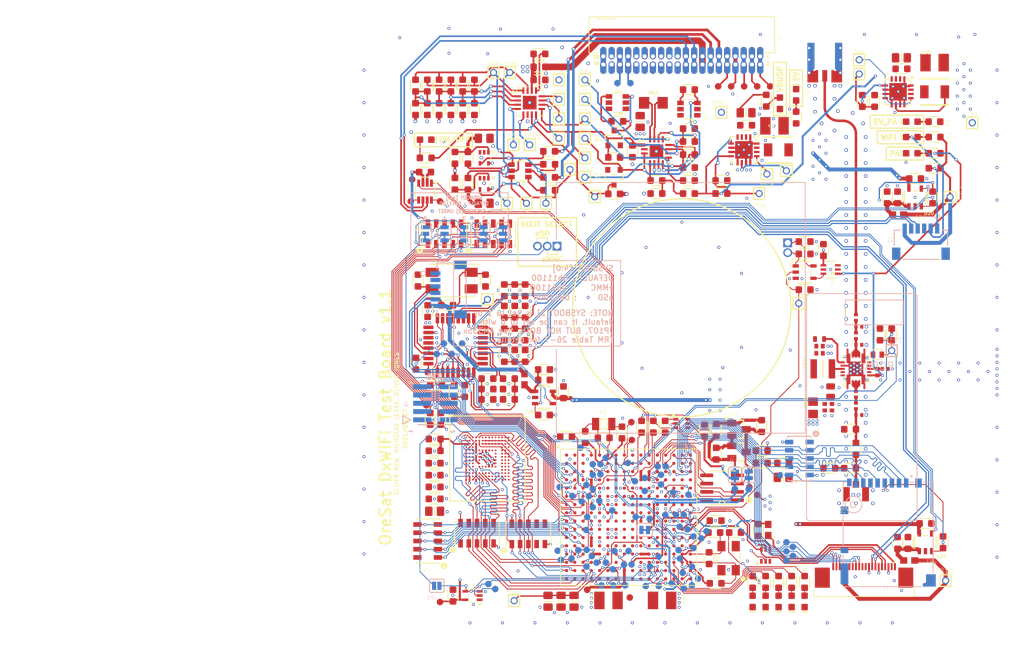
<source format=kicad_pcb>
(kicad_pcb (version 20211014) (generator pcbnew)
  (layers (0 "F.Cu" signal) (1 "In1.Cu" signal) (2 "In2.Cu" signal) (31 "B.Cu" signal) (34 "B.Paste" user) (35 "F.Paste" user) (36 "B.SilkS" user "B.Silkscreen") (37 "F.SilkS" user "F.Silkscreen") (38 "B.Mask" user) (39 "F.Mask" user) (44 "Edge.Cuts" user))
  (net 0 "")
  (net 1 "3.3V")
  (net 2 "Net-(C27-Pad1)")
  (net 3 "Net-(C10-Pad1)")
  (net 4 "/OSD3358 PWR, ETC. : SIP A, E, F/N$53")
  (net 5 "/OSD3358 USB, JTAG, XTAL, etc : SIP B/OSC0_IN")
  (net 6 "VBUS")
  (net 7 "/OSD3358 USB, JTAG, XTAL, etc : SIP B/OSC0_GND")
  (net 8 "/OSD3358 USB, JTAG, XTAL, etc : SIP B/OSC0_OUT")
  (net 9 "CAN2_L")
  (net 10 "CAN2_H")
  (net 11 "Net-(C29-Pad2)")
  (net 12 "Net-(C29-Pad1)")
  (net 13 "Net-(C30-Pad1)")
  (net 14 "VBUSP")
  (net 15 "VIN_USB")
  (net 16 "Net-(C32-Pad1)")
  (net 17 "Net-(C33-Pad1)")
  (net 18 "5V")
  (net 19 "/Power/ON{slash}~{OFF}")
  (net 20 "Net-(C35-Pad1)")
  (net 21 "I2C0_SDA")
  (net 22 "I2C0_SCL")
  (net 23 "Net-(C42-Pad1)")
  (net 24 "Net-(C43-Pad1)")
  (net 25 "Net-(C44-Pad1)")
  (net 26 "Net-(C47-Pad1)")
  (net 27 "Net-(C49-Pad1)")
  (net 28 "Net-(C50-Pad1)")
  (net 29 "Net-(C51-Pad2)")
  (net 30 "RESET#")
  (net 31 "Net-(C51-Pad1)")
  (net 32 "Net-(C55-Pad1)")
  (net 33 "/OSD3358 USB, JTAG, XTAL, etc : SIP B/USB_CAM_N")
  (net 34 "/OSD3358 USB, JTAG, XTAL, etc : SIP B/USB_CAM_P")
  (net 35 "Net-(C63-Pad1)")
  (net 36 "Net-(C64-Pad1)")
  (net 37 "Net-(D1-PadA)")
  (net 38 "Net-(D2-PadA)")
  (net 39 "Net-(D3-PadA)")
  (net 40 "Net-(D4-PadA)")
  (net 41 "Net-(D5-PadA)")
  (net 42 "Net-(D6-PadA)")
  (net 43 "Net-(D7-PadA)")
  (net 44 "Net-(D8-PadA)")
  (net 45 "Net-(D9-PadA)")
  (net 46 "Net-(D10-PadA)")
  (net 47 "/oresat-live-card_6/WIFI_STATUS")
  (net 48 "Net-(D11-PadA)")
  (net 49 "/OSD3358 USB, JTAG, XTAL, etc : SIP B/USB_CAM_VBUS")
  (net 50 "EEPROM_WP")
  (net 51 "USB_HO_VBUS")
  (net 57 "/oresat-live-card_6/WIFI_ENABLE")
  (net 58 "/Connectors/~{SD}")
  (net 59 "/Connectors/CAN1_L")
  (net 60 "/Connectors/CAN1_H")
  (net 61 "/Connectors/SPARE1")
  (net 62 "/Connectors/SPARE2")
  (net 63 "/Connectors/SPARE3")
  (net 64 "/Connectors/SPARE4")
  (net 65 "/Connectors/N$103")
  (net 66 "Net-(J5-PadP$2)")
  (net 67 "Net-(J7-PadCD)")
  (net 68 "Net-(J7-Pad8)")
  (net 69 "Net-(J7-Pad7)")
  (net 70 "Net-(J7-Pad5)")
  (net 71 "Net-(J7-Pad3)")
  (net 72 "Net-(J7-Pad2)")
  (net 73 "Net-(J7-Pad1)")
  (net 74 "Net-(J8-Pad10)")
  (net 75 "Net-(J8-Pad8)")
  (net 76 "Net-(J8-Pad6)")
  (net 77 "Net-(J8-Pad4)")
  (net 78 "Net-(J8-Pad2)")
  (net 79 "Net-(J9-Pad1)")
  (net 82 "Net-(JP100-Pad1)")
  (net 83 "Net-(JP101-Pad2)")
  (net 84 "Net-(JP104-Pad2)")
  (net 85 "Net-(JP105-Pad3)")
  (net 86 "Net-(JP105-Pad2)")
  (net 87 "UART0_TX")
  (net 88 "UART0_RX")
  (net 89 "Net-(JP105-Pad1)")
  (net 90 "Net-(JP106-Pad3)")
  (net 91 "Net-(JP106-Pad2)")
  (net 92 "Net-(JP106-Pad1)")
  (net 93 "Net-(JP107-Pad3)")
  (net 94 "Net-(JP107-Pad2)")
  (net 95 "Net-(JP107-Pad1)")
  (net 96 "Net-(JP108-Pad3)")
  (net 97 "Net-(JP108-Pad2)")
  (net 98 "Net-(JP108-Pad1)")
  (net 99 "Net-(JP109-Pad3)")
  (net 100 "Net-(JP109-Pad2)")
  (net 101 "Net-(JP109-Pad1)")
  (net 102 "Net-(L1-Pad1)")
  (net 103 "Net-(L2-Pad1)")
  (net 104 "Net-(L8-Pad1)")
  (net 105 "Net-(L10-Pad1)")
  (net 106 "Net-(Q1-PadB)")
  (net 107 "/Power/CB_CTRL")
  (net 108 "/Power/~{FAULT}")
  (net 109 "/Power/PEN-SDA-FILT")
  (net 110 "/Power/PEN-SCL-FILT")
  (net 111 "Net-(Q3-Pad1)")
  (net 112 "Net-(Q3-Pad3)")
  (net 113 "Net-(Q3-Pad2)")
  (net 114 "Net-(Q3-Pad5)")
  (net 115 "Net-(Q4-Pad3)")
  (net 116 "Net-(Q5-Pad5)")
  (net 117 "Net-(R2-Pad1)")
  (net 118 "Net-(R3-Pad1)")
  (net 119 "Net-(R4-Pad1)")
  (net 120 "Net-(R5-Pad1)")
  (net 121 "Net-(R6-Pad1)")
  (net 122 "Net-(R7-Pad1)")
  (net 125 "Net-(R9-Pad8)")
  (net 126 "Net-(R9-Pad7)")
  (net 127 "Net-(R9-Pad6)")
  (net 128 "Net-(R9-Pad4)")
  (net 129 "Net-(R9-Pad3)")
  (net 130 "Net-(R9-Pad2)")
  (net 132 "Net-(R10-Pad9)")
  (net 133 "Net-(R10-Pad8)")
  (net 134 "VDD")
  (net 138 "Net-(R10-Pad3)")
  (net 139 "Net-(R10-Pad2)")
  (net 140 "USB_HO_N")
  (net 141 "Net-(R10-Pad1)")
  (net 142 "Net-(R12-Pad1)")
  (net 143 "Net-(R15-Pad2)")
  (net 144 "Net-(R19-Pad2)")
  (net 145 "Net-(R20-Pad1)")
  (net 146 "Net-(R22-Pad1)")
  (net 149 "Net-(R24-Pad2)")
  (net 151 "Net-(R25-Pad7)")
  (net 152 "Net-(R25-Pad4)")
  (net 153 "Net-(R26-Pad9)")
  (net 154 "Net-(R26-Pad8)")
  (net 155 "Net-(R26-Pad7)")
  (net 156 "Net-(R26-Pad6)")
  (net 157 "Net-(R26-Pad4)")
  (net 158 "Net-(R26-Pad3)")
  (net 159 "Net-(R26-Pad2)")
  (net 160 "Net-(R26-Pad1)")
  (net 161 "VPD")
  (net 162 "Net-(R28-Pad1)")
  (net 163 "/oresat-live-card_6/PA_TOGGLE")
  (net 164 "Net-(R34-Pad1)")
  (net 165 "Net-(R35-Pad1)")
  (net 166 "Net-(R38-Pad1)")
  (net 167 "/Power/CB-RESET")
  (net 168 "OPD_PWR")
  (net 169 "Net-(R42-Pad2)")
  (net 170 "Net-(R43-Pad1)")
  (net 171 "Net-(R47-Pad2)")
  (net 172 "Net-(R50-Pad2)")
  (net 173 "Net-(R50-Pad1)")
  (net 174 "/Power/AD2")
  (net 175 "/Power/AD1")
  (net 176 "/Power/AD0")
  (net 177 "Net-(R59-Pad1)")
  (net 178 "OPD_SDA")
  (net 179 "Net-(R72-Pad1)")
  (net 180 "Net-(R73-Pad2)")
  (net 181 "Net-(R74-Pad2)")
  (net 182 "Net-(R75-Pad2)")
  (net 183 "Net-(R76-Pad1)")
  (net 184 "Net-(R77-Pad2)")
  (net 185 "OPD_SCL")
  (net 186 "Net-(R79-Pad2)")
  (net 187 "Net-(R82-Pad1)")
  (net 188 "Net-(R84-Pad2)")
  (net 189 "Net-(R87-Pad2)")
  (net 190 "Net-(R89-Pad2)")
  (net 191 "Net-(R91-Pad2)")
  (net 192 "Net-(R93-Pad2)")
  (net 193 "Net-(R95-Pad2)")
  (net 194 "Net-(R97-Pad2)")
  (net 195 "Net-(R98-Pad1)")
  (net 196 "Net-(R99-Pad2)")
  (net 197 "Net-(R100-Pad2)")
  (net 198 "Net-(R101-Pad2)")
  (net 199 "Net-(TP130-Pad1)")
  (net 200 "Net-(TP6-Pad1)")
  (net 201 "Net-(TP9-Pad1)")
  (net 202 "Net-(TP12-Pad1)")
  (net 203 "Net-(TP16-Pad1)")
  (net 204 "GND")
  (net 205 "Net-(TP19-Pad1)")
  (net 206 "Net-(TP20-Pad1)")
  (net 207 "Net-(TP30-Pad1)")
  (net 208 "Net-(TP35-Pad1)")
  (net 209 "Net-(TP38-Pad1)")
  (net 210 "Net-(TP39-Pad1)")
  (net 211 "Net-(TP40-Pad1)")
  (net 212 "3.3VA")
  (net 213 "Net-(TP48-Pad1)")
  (net 214 "/Power/BOOT0")
  (net 215 "Net-(TP53-Pad1)")
  (net 216 "Net-(TP56-Pad1)")
  (net 217 "/Power/POUT")
  (net 218 "/Power/PB6{slash}SCL")
  (net 219 "/Power/PB7{slash}SDA")
  (net 220 "Net-(TP69-Pad1)")
  (net 221 "Net-(TP100-Pad1)")
  (net 222 "Net-(TP101-Pad1)")
  (net 223 "Net-(TP102-Pad1)")
  (net 224 "Net-(TP103-Pad1)")
  (net 225 "Net-(TP104-Pad1)")
  (net 226 "Net-(TP105-Pad1)")
  (net 227 "Net-(TP106-Pad1)")
  (net 228 "Net-(TP107-Pad1)")
  (net 229 "USB_HO_P")
  (net 230 "Net-(TP108-Pad1)")
  (net 231 "/OSD3358 PWR, ETC. : SIP A, E, F/PMIC_PGOOD")
  (net 232 "Net-(TP111-Pad1)")
  (net 233 "5V_PA")
  (net 234 "Net-(TP114-Pad1)")
  (net 235 "Net-(TP115-Pad1)")
  (net 236 "Net-(TP117-Pad1)")
  (net 237 "Net-(TP118-Pad1)")
  (net 238 "Net-(TP120-Pad1)")
  (net 239 "Net-(TP121-Pad1)")
  (net 240 "Net-(TP122-Pad1)")
  (net 241 "Net-(TP123-Pad1)")
  (net 242 "Net-(TP124-Pad1)")
  (net 243 "Net-(TP125-Pad1)")
  (net 244 "Net-(TP126-Pad1)")
  (net 245 "Net-(TP127-Pad1)")
  (net 246 "Net-(TP128-Pad1)")
  (net 247 "Net-(TP129-Pad1)")
  (net 248 "TX_OUT")
  (net 249 "Net-(TP131-Pad1)")
  (net 250 "PA_ENABLE")
  (net 251 "PA_THERMISTOR")
  (net 252 "Net-(TP132-Pad1)")
  (net 253 "Net-(TP134-Pad1)")
  (net 254 "Net-(TP135-Pad1)")
  (net 255 "Net-(TP136-Pad1)")
  (net 256 "Net-(TP137-Pad1)")
  (net 257 "1.8V-A")
  (net 258 "Net-(TP138-Pad1)")
  (net 259 "Net-(TP139-Pad1)")
  (net 260 "Net-(TP140-Pad1)")
  (net 261 "Net-(TP141-Pad1)")
  (net 262 "USB_WIFI_P")
  (net 263 "USB_WIFI_N")
  (net 264 "USB_WIFI_VBUS")
  (net 265 "USB_DEV_VBUS")
  (net 266 "USB_DEV_N")
  (net 267 "USB_DEV_P")
  (net 268 "Net-(TP143-Pad1)")
  (net 269 "Net-(TP144-Pad1)")
  (net 270 "Net-(TP145-Pad1)")
  (net 271 "Net-(TP148-Pad1)")
  (net 272 "Net-(TP149-Pad1)")
  (net 273 "Net-(TP150-Pad1)")
  (net 274 "Net-(TP152-Pad1)")
  (net 275 "Net-(TP153-Pad1)")
  (net 276 "Net-(TP154-Pad1)")
  (net 277 "Net-(TP156-Pad1)")
  (net 278 "Net-(TP157-Pad1)")
  (net 279 "Net-(TP158-Pad1)")
  (net 280 "Net-(TP159-Pad1)")
  (net 281 "Net-(TP160-Pad1)")
  (net 282 "Net-(TP161-Pad1)")
  (net 283 "Net-(TP162-Pad1)")
  (net 284 "Net-(TP166-Pad1)")
  (net 285 "Net-(TP167-Pad1)")
  (net 286 "Net-(TP169-Pad1)")
  (net 287 "Net-(TP172-Pad1)")
  (net 288 "Net-(TP173-Pad1)")
  (net 289 "Net-(TP174-Pad1)")
  (net 290 "Net-(TP175-Pad1)")
  (net 291 "Net-(TP176-Pad1)")
  (net 292 "Net-(TP177-Pad1)")
  (net 293 "Net-(TP178-Pad1)")
  (net 294 "Net-(TP180-Pad1)")
  (net 295 "Net-(TP181-Pad1)")
  (net 299 "Net-(U2-Pad17)")
  (net 300 "Net-(U2-Pad2)")
  (net 301 "Net-(U2-Pad1)")
  (net 302 "Net-(U2-Pad13)")
  (net 303 "Net-(U2-Pad9)")
  (net 304 "Net-(U6-Pad4)")
  (net 318 "Net-(U7-PadD6)")
  (net 321 "Net-(U17-Pad5)")
  (net 322 "Net-(U17-Pad2)")
  (net 323 "Net-(U11-Pad4)")
  (net 329 "Net-(U17-Pad1)")
  (net 330 "Net-(U17-Pad6)")
  (net 331 "Net-(U11-Pad1)")
  (footprint "oresat-live-card:.0603-A" (layer "F.Cu") (at 110.4761 124.5161 180)
    (fp_text reference "C10")
    (fp_text value "1uF")
  )
  (footprint "oresat-live-card:2MM-TEST-POINT" (layer "F.Cu") (at 189.7886 85.4411 -90)
    (fp_text reference "TP15")
    (fp_text value "TEST-POINT" hide)
  )
  (footprint "oresat-live-card:.0603-A" (layer "F.Cu") (at 160.8011 124.5036 180)
    (fp_text reference "R60")
    (fp_text value "DNP")
  )
  (footprint "oresat-live-card:2MM-TEST-POINT" (layer "F.Cu") (at 127.6011 86.4036)
    (fp_text reference "TP43")
    (fp_text value "TEST-POINT" hide)
  )
  (footprint "oresat-live-card:.0603-A" (layer "F.Cu") (at 126.6011 63.4036 180)
    (fp_text reference "R72")
    (fp_text value "10k")
  )
  (footprint "oresat-live-card:.0603-A" (layer "F.Cu") (at 153.70735 144.92235)
    (fp_text reference "C19")
    (fp_text value "12pF, 50V")
  )
  (footprint "oresat-live-card:2MM-TEST-POINT" (layer "F.Cu") (at 131.3011 81.2036)
    (fp_text reference "TP44")
    (fp_text value "TEST-POINT" hide)
  )
  (footprint "oresat-live-card:2MM-TEST-POINT" (layer "F.Cu") (at 164.6011 81.4036 -90)
    (fp_text reference "TP49")
    (fp_text value "TEST-POINT" hide)
  )
  (footprint "oresat-live-card:C1210" (layer "F.Cu") (at 145.4761 147.5536)
    (fp_text reference "C14")
    (fp_text value "22uF")
  )
  (footprint "oresat-live-card:.0603-A" (layer "F.Cu") (at 116.6011 68.2786 90)
    (property "Value" "RC1005F6653CS")
    (fp_text reference "R70")
    (fp_text value "NP")
  )
  (footprint "oresat-live-card:.0603-A" (layer "F.Cu") (at 110.4761 128.2661 180)
    (fp_text reference "C6")
    (fp_text value "1uF")
  )
  (footprint "oresat-live-card:2MM-TEST-POINT" (layer "F.Cu") (at 122.7011 147.6036)
    (fp_text reference "TP8")
    (fp_text value "TEST-POINT" hide)
  )
  (footprint "oresat-live-card:.0603-A" (layer "F.Cu") (at 139.3011 121.7036 -90)
    (fp_text reference "C30")
    (fp_text value "12pF, 50V")
  )
  (footprint "oresat-live-card:2MM-TEST-POINT" (layer "F.Cu") (at 135.1011 85.4036)
    (fp_text reference "TP45")
    (fp_text value "TEST-POINT" hide)
  )
  (footprint "oresat-live-card:.0603-A" (layer "F.Cu") (at 149.6011 82.9036 180)
    (fp_text reference "R39")
    (fp_text value "10k")
  )
  (footprint "oresat-live-card:SOT23" (layer "F.Cu") (at 138.1011 76.3411)
    (property "Value" "PMV45EN2R")
    (fp_text reference "Q4")
    (fp_text value "PMV45EN")
  )
  (footprint "oresat-live-card:PAD.03X.04" (layer "F.Cu") (at 111.3011 147.8036 90)
    (fp_text reference "TP14" hide)
    (fp_text value "TEST-POINT3X4" hide)
  )
  (footprint "oresat-live-card:.0402-B-NOSILK" (layer "F.Cu") (at 178.6011 112.4036 90)
    (property "Value" "ERJ-2RKF1100X")
    (fp_text reference "R81")
    (fp_text value "110")
  )
  (footprint "oresat-live-card:.0603-A" (layer "F.Cu") (at 113.6011 83.4036 90)
    (fp_text reference "R36")
    (fp_text value "1M")
  )
  (footprint "oresat-live-card:.0603-A" (layer "F.Cu") (at 115.1011 115.3036 90)
    (fp_text reference "R99")
    (fp_text value "10k")
  )
  (footprint "oresat-live-card:PAD.03X.04" (layer "F.Cu") (at 158.1011 68.4036 -90)
    (fp_text reference "TP60" hide)
    (fp_text value "TEST-POINT3X4" hide)
  )
  (footprint "oresat-live-card:.0603-A" (layer "F.Cu") (at 179.0011 106.6036 90)
    (fp_text reference "C23")
    (fp_text value "0.1u")
  )
  (footprint "oresat-live-card:.0603-A" (layer "F.Cu") (at 107.5386 68.2786 -90)
    (property "Value" "RC1005F6653CS")
    (fp_text reference "R65")
    (fp_text value "NP")
  )
  (footprint "oresat-live-card:2MM-TEST-POINT" (layer "F.Cu") (at 125.1011 77.4036)
    (fp_text reference "TP68")
    (fp_text value "TEST-POINT" hide)
  )
  (footprint "oresat-live-card:.0603-A" (layer "F.Cu") (at 160.3011 136.7036 -90)
    (fp_text reference "C4")
    (fp_text value "0.1uF")
  )
  (footprint "oresat-live-card:PAD.03X.04" (layer "F.Cu") (at 109.4011 112.4036)
    (fp_text reference "TP16" hide)
    (fp_text value "TEST-POINT3X4" hide)
  )
  (footprint "oresat-live-card:.0603-A" (layer "F.Cu") (at 121.2011 106.6036 -90)
    (fp_text reference "R91")
    (fp_text value "22")
  )
  (footprint "oresat-live-card:PAD.03X.04" (layer "F.Cu") (at 160.1011 68.4036 -90)
    (fp_text reference "TP61" hide)
    (fp_text value "TEST-POINT3X4" hide)
  )
  (footprint "oresat-live-card:SC70-6" (layer "F.Cu") (at 148.5011 120.30985 -90)
    (fp_text reference "U18")
    (fp_text value "RCLAMP0504FB" hide)
  )
  (footprint "oresat-live-card:.0603-A" (layer "F.Cu") (at 138.6011 73.7786 180)
    (fp_text reference "R52")
    (fp_text value "10k")
  )
  (footprint "oresat-live-card:.0603-A" (layer "F.Cu") (at 184.4011 82.6036)
    (fp_text reference "C1")
    (fp_text value "0.1uF")
  )
  (footprint "oresat-live-card:.0603-A" (layer "F.Cu") (at 118.3011 98.3036 -90)
    (fp_text reference "C64")
    (fp_text value "20pF")
  )
  (footprint "oresat-live-card:LED-0603" (layer "F.Cu") (at 159.4011 147.7036 -90)
    (property "Value" "150060VS55040")
    (fp_text reference "D1")
    (fp_text value "GREEN")
  )
  (footprint "oresat-live-card:PAD.03X.04" (layer "F.Cu") (at 106.8011 86.1036)
    (fp_text reference "TP35" hide)
    (fp_text value "TEST-POINT3X4" hide)
  )
  (footprint "oresat-live-card:.0603-A" (layer "F.Cu") (at 149.6011 76.9036)
    (fp_text reference "R50")
    (fp_text value "0")
  )
  (footprint "oresat-live-card:BGA-153(11.5X13)(EMMC-BA)" (layer "F.Cu") (at 118.6011 125.7036)
    (property "Value" "THGBMJG7C2LBAU8")
    (fp_text reference "U3")
    (fp_text value "THGBMJG7C2LBAU8")
  )
  (footprint "oresat-live-card:.0603-A" (layer "F.Cu") (at 154.6011 84.9036 180)
    (fp_text reference "R34")
    (fp_text value "10k")
  )
  (footprint "oresat-live-card:0603" (layer "F.Cu") (at 183.5011 141.4036)
    (property "Value" "BLM18KG300JH1D")
    (fp_text reference "FB4")
    (fp_text value "30Ω/1.8A")
  )
  (footprint "oresat-live-card:.0603-A" (layer "F.Cu") (at 176.2761 70.6411 -90)
    (property "Value" "RC1005F6653CS")
    (fp_text reference "R14")
    (fp_text value "NP")
  )
  (footprint "oresat-live-card:DBV5" (layer "F.Cu") (at 184.4011 85.5036 90)
    (fp_text reference "U20")
    (fp_text value "TPS2041BQDBVRQ1")
  )
  (footprint "oresat-live-card:.0603-A" (layer "F.Cu") (at 115.6011 83.4036 90)
    (fp_text reference "R37")
    (fp_text value "330k")
  )
  (footprint "oresat-live-card:.0603-A" (layer "F.Cu") (at 109.3511 68.2786 90)
    (property "Value" "RC1005F6653CS")
    (fp_text reference "R66")
    (fp_text value "NP")
  )
  (footprint "oresat-live-card:PAD.03X.04" (layer "F.Cu") (at 107.01985 82.7286)
    (fp_text reference "TP25" hide)
    (fp_text value "TEST-POINT3X4" hide)
  )
  (footprint "oresat-live-card:.0603-A" (layer "F.Cu") (at 167.4011 92.3036)
    (fp_text reference "C15")
    (fp_text value "100n")
  )
  (footprint "oresat-live-card:.0603-A" (layer "F.Cu") (at 121.9011 113.4036 180)
    (fp_text reference "R79")
    (fp_text value "22")
  )
  (footprint "oresat-live-card:PAD.03X.04" (layer "F.Cu") (at 160.1011 131.3036)
    (fp_text reference "TP3" hide)
    (fp_text value "TEST-POINT3X4" hide)
  )
  (footprint "oresat-live-card:0603-THERMISTOR-B" (layer "F.Cu") (at 178.6011 109.7036 180)
    (fp_text reference "RT2")
    (fp_text value "TDK NTCG163JX103DT1S")
  )
  (footprint "oresat-live-card:.0603-A" (layer "F.Cu") (at 174.4011 127.2036 180)
    (property "Value" "ERJ-3EKF41R2V")
    (fp_text reference "R87")
    (fp_text value "41.2")
  )
  (footprint "oresat-live-card:2MM-TEST-POINT" (layer "F.Cu") (at 193.2011 74.0036)
    (fp_text reference "TP7")
    (fp_text value "TEST-POINT" hide)
  )
  (footprint "oresat-live-card:ECS_ECS-060-18-20BM-JEN-TR" (layer "F.Cu") (at 113.1011 98.3036 180)
    (fp_text reference "Y3")
    (fp_text value "6MHz")
  )
  (footprint "oresat-live-card:.0603-A" (layer "F.Cu") (at 156.7011 137.1036 180)
    (fp_text reference "C40")
    (fp_text value "0.1uF")
  )
  (footprint "oresat-live-card:R0805" (layer "F.Cu") (at 168.7011 117.9036 -90)
    (property "Value" "ERJ-6GEY0R00V")
    (fp_text reference "R80")
    (fp_text value "0")
  )
  (footprint "oresat-live-card:.0603-A" (layer "F.Cu") (at 110.4761 126.42235 180)
    (fp_text reference "C9")
    (fp_text value "1uF")
  )
  (footprint "oresat-live-card:0603" (layer "F.Cu") (at 181.7886 88.1411)
    (property "Value" "BLM18KG300JH1D")
    (fp_text reference "FB1")
    (fp_text value "30Ω/1.8A")
  )
  (footprint "oresat-live-card:.0603-A" (layer "F.Cu") (at 164.1011 126.4036 180)
    (fp_text reference "C11")
    (fp_text value "0.1uF")
  )
  (footprint "oresat-live-card:PAD.03X.04" (layer "F.Cu") (at 154.1011 68.4036 -90)
    (fp_text reference "TP58" hide)
    (fp_text value "TEST-POINT3X4" hide)
  )
  (footprint "oresat-live-card:0603" (layer "F.Cu") (at 124.3011 113.5036 90)
    (property "Value" "BLM18KG300JH1D")
    (fp_text reference "FB3")
    (fp_text value "30Ω/1.8A")
  )
  (footprint "oresat-live-card:.0603-A" (layer "F.Cu") (at 187.1011 85.5036 90)
    (fp_text reference "R7")
    (fp_text value "10k")
  )
  (footprint "oresat-live-card:2MM-TEST-POINT" (layer "F.Cu") (at 133.6011 82.4036)
    (fp_text reference "TP47")
    (fp_text value "TEST-POINT" hide)
  )
  (footprint "oresat-live-card:ARRAY_EXBA-M" (layer "F.Cu") (at 112.0011 91.1036 90)
    (property "Value" "EXB-A10P104J")
    (fp_text reference "R24")
    (fp_text value "100K" hide)
  )
  (footprint "oresat-live-card:.0603-A" (layer "F.Cu") (at 153.50735 137.1036)
    (fp_text reference "C22")
    (fp_text value "12pF, 50V")
  )
  (footprint "oresat-live-card:ARRAY_EXBA-M" (layer "F.Cu") (at 117.0011 137.2036 90)
    (property "Value" "EXB-A10P103J")
    (fp_text reference "R9")
    (fp_text value "10K" hide)
  )
  (footprint "oresat-live-card:.0603-A" (layer "F.Cu") (at 109.4011 103.0036 90)
    (fp_text reference "C65")
    (fp_text value "4.7uF")
  )
  (footprint "oresat-live-card:ECS-MPI4040" (layer "F.Cu") (at 187.4011 69.2411 90)
    (fp_text reference "L2")
    (fp_text value "6.8u")
  )
  (footprint "oresat-live-card:.0603-A" (layer "F.Cu") (at 128.1011 80.4036 180)
    (fp_text reference "R43")
    (fp_text value "665k")
  )
  (footprint "oresat-live-card:C70(TI-DCK)" (layer "F.Cu") (at 116.3011 146.8036 -90)
    (fp_text reference "U4")
    (fp_text value "SN74LVC1G07DCK")
  )
  (footprint "oresat-live-card:.0603-A" (layer "F.Cu") (at 122.8011 99.8036 90)
    (fp_text reference "R96")
    (fp_text value "15k")
  )
  (footprint "oresat-live-card:ARRAY_EXBA-M" (layer "F.Cu") (at 109.4011 138.4036 180)
    (property "Value" "EXB-A10P104J")
    (fp_text reference "R26")
    (fp_text value "100K" hide)
  )
  (footprint "oresat-live-card:2MM-TEST-POINT" (layer "F.Cu") (at 122.0386 66.2786)
    (fp_text reference "TP66")
    (fp_text value "TEST-POINT" hide)
  )
  (footprint "oresat-live-card:5X3.2-4SMD" (layer "F.Cu") (at 155.70735 141.04735 90)
    (fp_text reference "Y1")
    (fp_text value "24MHz" hide)
  )
  (footprint "oresat-live-card:.0603-A" (layer "F.Cu") (at 110.7011 114.4036)
    (fp_text reference "R101")
    (fp_text value "15k")
  )
  (footprint "oresat-live-card:.0402-C-NOSILK" (layer "F.Cu") (at 175.3011 117.6036 90)
    (property "Value" "04025J1R1PBSTR\\500")
    (fp_text reference "C51")
    (fp_text value "1.1pF")
  )
  (footprint "oresat-live-card:.0402-B-NOSILK" (layer "F.Cu") (at 169.7011 108.4036)
    (property "Value" "CGA2B1X7R1C104K050BC")
    (fp_text reference "C46")
    (fp_text value "100nF")
  )
  (footprint "oresat-live-card:.0603-A" (layer "F.Cu") (at 124.4011 103.1036 90)
    (fp_text reference "C61")
    (fp_text value "50pF")
  )
  (footprint "oresat-live-card:2MM-TEST-POINT" (layer "F.Cu") (at 175.8011 66.5036)
    (fp_text reference "TP5")
    (fp_text value "TEST-POINT" hide)
  )
  (footprint "oresat-live-card:DBV5" (layer "F.Cu") (at 127.3011 116.3036)
    (fp_text reference "U9")
    (fp_text value "TPS2041BQDBVRQ1")
  )
  (footprint "oresat-live-card:.0603-A" (layer "F.Cu") (at 144.6011 82.9036)
    (property "Value" "RC1005F6653CS")
    (fp_text reference "R38")
    (fp_text value "10k")
  )
  (footprint "oresat-live-card:CRYSTAL_3.2X1.5" (layer "F.Cu") (at 136.4886 120.3911)
    (fp_text reference "Y2")
    (fp_text value "ABS07-32.768KHZ-T")
  )
  (footprint "oresat-live-card:.0603-A" (layer "F.Cu") (at 154.6011 82.9036 180)
    (property "Value" "RC1005F6653CS")
    (fp_text reference "R40")
    (fp_text value "NP")
  )
  (footprint "oresat-live-card:.0603-A" (layer "F.Cu") (at 181.7011 85.5036 90)
    (fp_text reference "C42")
    (fp_text value "0.1uF")
  )
  (footprint "oresat-live-card:QFN50P400X400X102-21N" (layer "F.Cu") (at 175.3011 111.9036 90)
    (fp_text reference "U19")
    (fp_text value "TQP9111")
  )
  (footprint "oresat-live-card:.0603-A" (layer "F.Cu") (at 163.4011 144.7036 -90)
    (fp_text reference "R3")
    (fp_text value "4.7k")
  )
  (footprint "oresat-live-card:.0603-A" (layer "F.Cu") (at 152.0011 121.4036 90)
    (fp_text reference "C41")
    (fp_text value "0.1uF")
  )
  (footprint "oresat-live-card:LED-0603" (layer "F.Cu") (at 183.9011 78.7036 180)
    (property "Value" "150060VS55040")
    (fp_text reference "D11")
    (fp_text value "GREEN")
  )
  (footprint "oresat-live-card:2MM-TEST-POINT" (layer "F.Cu") (at 154.6011 72.4036)
    (fp_text reference "TP55")
    (fp_text value "TEST-POINT" hide)
  )
  (footprint "oresat-live-card:.0603-A" (layer "F.Cu") (at 118.6011 113.4036)
    (fp_text reference "R77")
    (fp_text value "22")
  )
  (footprint "oresat-live-card:.0603-A" (layer "F.Cu") (at 124.4011 109.9036 90)
    (fp_text reference "C59")
    (fp_text value "50pF")
  )
  (footprint "oresat-live-card:.0603-A" (layer "F.Cu") (at 114.7886 71.9036 -90)
    (property "Value" "RC1005F6653CS")
    (fp_text reference "R57")
    (fp_text value "10k")
  )
  (footprint "oresat-live-card:LED-0603" (layer "F.Cu") (at 183.9011 76.2036 180)
    (property "Value" "150060VS55040")
    (fp_text reference "D10")
    (fp_text value "GREEN")
  )
  (footprint "oresat-live-card:.0603-A" (layer "F.Cu") (at 149.6011 68.9036 180)
    (fp_text reference "R64")
    (fp_text value "10k")
  )
  (footprint "oresat-live-card:ECS-MPI4040" (layer "F.Cu") (at 163.3636 78.1786 90)
    (fp_text reference "L1")
    (fp_text value "6.8u")
  )
  (footprint "oresat-live-card:TE_2-1734592-0" (layer "F.Cu") (at 176.5511 144.0536 180)
    (fp_text reference "J1")
    (fp_text value "ORESAT-DEBUG-CONNECTOR-CARD")
  )
  (footprint "oresat-live-card:.0603-A" (layer "F.Cu") (at 130.3011 115.5036 90)
    (fp_text reference "C54")
    (fp_text value "0.1uF")
  )
  (footprint "oresat-live-card:.0603-A" (layer "F.Cu") (at 122.8011 103.1036 -90)
    (fp_text reference "R94")
    (fp_text value "15k")
  )
  (footprint "oresat-live-card:SC70-5" (layer "F.Cu") (at 118.1011 83.4036 180)
    (fp_text reference "U12")
    (fp_text value "MIC842LYC5" hide)
  )
  (footprint "oresat-live-card:C1210" (layer "F.Cu") (at 187.4011 64.7411 180)
    (property "Value" "GCJ32ER71C226KE01L")
    (fp_text reference "C20")
    (fp_text value "22uF")
  )
  (footprint "oresat-live-card:ARRAY_EXBA-M" (layer "F.Cu") (at 124.9011 137.3036 90)
    (property "Value" "EXB-A10P103J")
    (fp_text reference "R10")
    (fp_text value "10K" hide)
  )
  (footprint "oresat-live-card:.0603-C-NOSILK" (layer "F.Cu") (at 169.7011 107.3036 180)
    (property "Value" "ERJ-3EKF2200V")
    (fp_text reference "R82")
    (fp_text value "220")
  )
  (footprint "oresat-live-card:ORESAT-CARD-V1.3-GENERIC-1RF-POS1" (layer "F.Cu") (at 98.6011 152.3036)
    (fp_text reference "PCB1" hide)
    (fp_text value "ORESAT-CARD-V1.3-GENERIC-1RF-POS1" hide)
    (fp_line (start 97.55 -8.6) (end 99.3 -8.6) (layer "Edge.Cuts") (width 0.001))
    (fp_line (start 64.66795 -94.6) (end 35.13205 -94.6) (layer "Edge.Cuts") (width 0.001))
    (fp_line (start 70.31 -86.9) (end 70.31 -90.6) (layer "Edge.Cuts") (width 0.001))
    (fp_line (start 94 -94.6) (end 91.13205 -94.6) (layer "Edge.Cuts") (width 0.001))
    (fp_line (start 15.5 -2.4) (end 15.5 -0.5) (layer "Edge.Cuts") (width 0.001))
    (fp_line (start 8.66795 -94.6) (end 5.8 -94.6) (layer "Edge.Cuts") (width 0.001))
    (fp_line (start 84.8 -2.9) (end 96.55 -2.9) (layer "Edge.Cuts") (width 0.001))
    (fp_line (start 99.8 -9.1) (end 99.8 -88.8) (layer "Edge.Cuts") (width 0.001))
    (fp_line (start 99.8 -88.8) (end 94 -94.6) (layer "Edge.Cuts") (width 0.001))
    (fp_line (start 84.3 -0.5) (end 84.3 -2.4) (layer "Edge.Cuts") (width 0.001))
    (fp_line (start 87.66795 -94.6) (end 76.16795 -94.6) (layer "Edge.Cuts") (width 0.001))
    (fp_line (start 66.4 -93.6) (end 67.63205 -93.6) (layer "Edge.Cuts") (width 0.001))
    (fp_line (start 73.49 -86.9) (end 73.49 -90.6) (layer "Edge.Cuts") (width 0.001))
    (fp_line (start 75.66795 -91.1) (end 75.66795 -94.1) (layer "Edge.Cuts") (width 0.001))
    (fp_line (start 31.66795 -94.6) (end 12.13205 -94.6) (layer "Edge.Cuts") (width 0.001))
    (fp_line (start 0 -88.8) (end 0 -9.1) (layer "Edge.Cuts") (width 0.001))
    (fp_line (start 5.8 -94.6) (end 0 -88.8) (layer "Edge.Cuts") (width 0.001))
    (fp_line (start 70.31 -90.6) (end 68.63205 -90.6) (layer "Edge.Cuts") (width 0.001))
    (fp_line (start 0.5 -8.6) (end 2.25 -8.6) (layer "Edge.Cuts") (width 0.001))
    (fp_line (start 3.25 -2.9) (end 15 -2.9) (layer "Edge.Cuts") (width 0.001))
    (fp_line (start 70.81 -86.4) (end 72.99 -86.4) (layer "Edge.Cuts") (width 0.001))
    (fp_line (start 2.75 -8.1) (end 2.75 -3.4) (layer "Edge.Cuts") (width 0.001))
    (fp_line (start 97.05 -3.4) (end 97.05 -8.1) (layer "Edge.Cuts") (width 0.001))
    (fp_line (start 73.49 -90.6) (end 75.16795 -90.6) (layer "Edge.Cuts") (width 0.001))
    (fp_line (start 16 0) (end 83.8 0) (layer "Edge.Cuts") (width 0.001))
    (fp_line (start 68.13205 -93.1) (end 68.13205 -91.1) (layer "Edge.Cuts") (width 0.001))
    (fp_arc (start 0.5 -8.6) (mid 0.146447 -8.746447) (end 0 -9.1) (layer "Edge.Cuts") (width 0.001))
    (fp_arc (start 84.3 -0.5) (mid 84.153553 -0.146447) (end 83.8 0) (layer "Edge.Cuts") (width 0.001))
    (fp_arc (start 97.05 -8.1) (mid 97.196447 -8.453553) (end 97.55 -8.6) (layer "Edge.Cuts") (width 0.001))
    (fp_arc (start 12.132049 -94.599999) (mid 10.399999 -93.600001) (end 8.66795 -94.6) (layer "Edge.Cuts") (width 0.001))
    (fp_arc (start 75.66795 -94.1) (mid 75.814397 -94.453553) (end 76.16795 -94.6) (layer "Edge.Cuts") (width 0.001))
    (fp_arc (start 91.13205 -94.6) (mid 89.400001 -93.6) (end 87.667951 -94.599999) (layer "Edge.Cuts") (width 0.001))
    (fp_arc (start 16 0) (mid 15.646447 -0.146447) (end 15.5 -0.5) (layer "Edge.Cuts") (width 0.001))
    (fp_arc (start 66.399999 -93.6) (mid 65.4 -93.867949) (end 64.66795 -94.6) (layer "Edge.Cuts") (width 0.001))
    (fp_arc (start 68.63205 -90.6) (mid 68.278497 -90.746447) (end 68.13205 -91.1) (layer "Edge.Cuts") (width 0.001))
    (fp_arc (start 3.25 -2.9) (mid 2.896447 -3.046447) (end 2.75 -3.4) (layer "Edge.Cuts") (width 0.001))
    (fp_arc (start 15 -2.9) (mid 15.353553 -2.753553) (end 15.5 -2.4) (layer "Edge.Cuts") (width 0.001))
    (fp_arc (start 84.3 -2.4) (mid 84.446447 -2.753553) (end 84.8 -2.9) (layer "Edge.Cuts") (width 0.001))
    (fp_arc (start 75.66795 -91.1) (mid 75.521503 -90.746447) (end 75.16795 -90.6) (layer "Edge.Cuts") (width 0.001))
    (fp_arc (start 2.25 -8.6) (mid 2.603553 -8.453553) (end 2.75 -8.1) (layer "Edge.Cuts") (width 0.001))
    (fp_arc (start 70.81 -86.4) (mid 70.456447 -86.546447) (end 70.31 -86.9) (layer "Edge.Cuts") (width 0.001))
    (fp_arc (start 35.132049 -94.599999) (mid 33.399999 -93.600001) (end 31.66795 -94.6) (layer "Edge.Cuts") (width 0.001))
    (fp_arc (start 97.05 -3.4) (mid 96.903553 -3.046447) (end 96.55 -2.9) (layer "Edge.Cuts") (width 0.001))
    (fp_arc (start 67.63205 -93.6) (mid 67.985603 -93.453553) (end 68.13205 -93.1) (layer "Edge.Cuts") (width 0.001))
    (fp_arc (start 73.49 -86.9) (mid 73.343553 -86.546447) (end 72.99 -86.4) (layer "Edge.Cuts") (width 0.001))
    (fp_arc (start 99.8 -9.1) (mid 99.653553 -8.746447) (end 99.3 -8.6) (layer "Edge.Cuts") (width 0.001))
  )
  (footprint "oresat-live-card:2MM-TEST-POINT" (layer "F.Cu") (at 129.6011 76.4036)
    (fp_text reference "TP51")
    (fp_text value "TEST-POINT" hide)
  )
  (footprint "oresat-live-card:ARRAY_EXBA-M" (layer "F.Cu") (at 119.5011 91.1036 90)
    (property "Value" "EXB-A10P104J")
    (fp_text reference "R25")
    (fp_text value "100K" hide)
  )
  (footprint "oresat-live-card:SOT23-6" (layer "F.Cu") (at 138.6011 70.9036 90)
    (property "Value" "DMP3050LVT-7")
    (fp_text reference "Q6")
    (fp_text value "MOSFET-PCH-SOT23-6" hide)
  )
  (footprint "oresat-live-card:0603" (layer "F.Cu") (at 161.8011 136.7036 90)
    (property "Value" "BLM18KG300JH1D")
    (fp_text reference "FB2")
    (fp_text value "30Ω/1.8A")
  )
  (footprint "oresat-live-card:.0402-C-NOSILK" (layer "F.Cu") (at 175.3011 115.8036 90)
    (property "Value" "CRCW04023R30FKED")
    (fp_text reference "R84")
    (fp_text value "3.3")
  )
  (footprint "oresat-live-card:.0402-C-NOSILK" (layer "F.Cu") (at 175.7511 105.4036)
    (property "Value" "04025U1R6BAT2A")
    (fp_text reference "C52")
    (fp_text value "1.6pF")
  )
  (footprint "oresat-live-card:.0603-A" (layer "F.Cu") (at 183.3011 138.7036 90)
    (fp_text reference "C55")
    (fp_text value "0.1uF")
  )
  (footprint "oresat-live-card:OSD335X-BGA-256" (layer "F.Cu") (at 140.3011 134.7036 -90)
    (fp_text reference "U7")
    (fp_text value "OSD3358-512M-BSM")
  )
  (footprint "oresat-live-card:.0603-A" (layer "F.Cu") (at 167.4011 94.2036 180)
    (fp_text reference "R16")
    (fp_text value "10k")
  )
  (footprint "oresat-live-card:2MM-TEST-POINT" (layer "F.Cu") (at 129.6011 73.4036)
    (fp_text reference "TP53")
    (fp_text value "TEST-POINT" hide)
  )
  (footprint "oresat-live-card:SOT23-BEC" (layer "F.Cu") (at 157.3011 124.7036 -90)
    (fp_text reference "Q1")
    (fp_text value "MMBT2907")
  )
  (footprint "oresat-live-card:.0603-A" (layer "F.Cu") (at 115.6011 79.4036 -90)
    (fp_text reference "R45")
    (fp_text value "330k")
  )
  (footprint "oresat-live-card:LED-0603" (layer "F.Cu") (at 165.4011 147.7036 -90)
    (fp_text reference "D4")
    (fp_text value "BLUE")
  )
  (footprint "oresat-live-card:.0603-A" (layer "F.Cu") (at 126.6011 65.4036 180)
    (fp_text reference "R71")
    (fp_text value "100")
  )
  (footprint "oresat-live-card:.0603-A" (layer "F.Cu") (at 171.2011 127.2036 180)
    (property "Value" "ERJ-3EKF41R2V")
    (fp_text reference "R88")
    (fp_text value "41.2")
  )
  (footprint "oresat-live-card:LED-0603" (layer "F.Cu") (at 109.1011 76.6036)
    (property "Value" "150060VS55040")
    (fp_text reference "D6")
    (fp_text value "GREEN")
  )
  (footprint "oresat-live-card:QFN65P400X400X80-17T210" (layer "F.Cu") (at 144.6011 78.4036)
    (fp_text reference "U14")
    (fp_text value "MAX4211FETE")
  )
  (footprint "oresat-live-card:2MM-TEST-POINT" (layer "F.Cu") (at 166.5011 101.8036)
    (fp_text reference "TP11")
    (fp_text value "TEST-POINT" hide)
  )
  (footprint "oresat-live-card:SOT23-6" (layer "F.Cu") (at 123.6011 81.4036 90)
    (fp_text reference "Q3")
    (fp_text value "DMP2240UDM" hide)
  )
  (footprint "oresat-live-card:.0603-A" (layer "F.Cu") (at 167.4011 99.7036 180)
    (fp_text reference "R17")
    (fp_text value "10k")
  )
  (footprint "oresat-live-card:2X1" (layer "F.Cu") (at 164.8011 93.3036 -90)
    (fp_text reference "J5" hide)
    (fp_text value "2X1_TH_JUMPEP" hide)
  )
  (footprint "oresat-live-card:.0603-A" (layer "F.Cu") (at 140.9136 78.4036 -90)
    (fp_text reference "C34")
    (fp_text value "1uF")
  )
  (footprint "oresat-live-card:.0402-C-NOSILK" (layer "F.Cu") (at 175.7511 108.2036)
    (property "Value" "04025U3R0BAT2A")
    (fp_text reference "C50")
    (fp_text value "3.0pF")
  )
  (footprint "oresat-live-card:.0805-B" (layer "F.Cu") (at 182.3011 64.0036)
    (fp_text reference "C16")
    (fp_text value "10uF")
  )
  (footprint "oresat-live-card:.0603-A" (layer "F.Cu") (at 109.0011 81.6036 180)
    (fp_text reference "C31")
    (fp_text value "0.1uF")
  )
  (footprint "oresat-live-card:.0402-B-NOSILK" (layer "F.Cu") (at 170.5011 117.8036 -90)
    (property "Value" "CGA2B1X7R1C104K050BC")
    (fp_text reference "C43")
    (fp_text value "100nF")
  )
  (footprint "oresat-live-card:C1210" (layer "F.Cu") (at 137.2261 147.5536 180)
    (fp_text reference "C13")
    (fp_text value "22uF")
  )
  (footprint "oresat-live-card:PAD.03X.04" (layer "F.Cu") (at 133.94485 145.9161 90)
    (fp_text reference "TP4" hide)
    (fp_text value "TEST-POINT3X4" hide)
  )
  (footprint "oresat-live-card:2MM-TEST-POINT" (layer "F.Cu") (at 129.6011 70.4036)
    (fp_text reference "TP56")
    (fp_text value "TEST-POINT" hide)
  )
  (footprint "oresat-live-card:PAD.03X.04" (layer "F.Cu") (at 162.1011 68.4036 -90)
    (fp_text reference "TP62" hide)
    (fp_text value "TEST-POINT3X4" hide)
  )
  (footprint "oresat-live-card:.0603-A" (layer "F.Cu") (at 145.94485 120.8036 -90)
    (fp_text reference "R74")
    (fp_text value "100")
  )
  (footprint "oresat-live-card:.0603-A" (layer "F.Cu") (at 121.9011 116.6036 180)
    (fp_text reference "C58")
    (fp_text value "50pF")
  )
  (footprint "oresat-live-card:.0603-A" (layer "F.Cu") (at 152.70735 141.04735 -90)
    (fp_text reference "R13")
    (fp_text value "1M")
  )
  (footprint "oresat-live-card:.0603-A" (layer "F.Cu") (at 112.9761 71.9036 90)
    (property "Value" "RC1005F6653CS")
    (fp_text reference "R56")
    (fp_text value "NP")
  )
  (footprint "oresat-live-card:.0603-A" (layer "F.Cu") (at 114.7886 68.2786 -90)
    (property "Value" "RC1005F6653CS")
    (fp_text reference "R69")
    (fp_text value "NP")
  )
  (footprint "oresat-live-card:LED-0603" (layer "F.Cu") (at 161.4011 147.7036 -90)
    (fp_text reference "D2")
    (fp_text value "BLUE")
  )
  (footprint "oresat-live-card:.0603-A" (layer "F.Cu") (at 136.4886 122.5161)
    (fp_text reference "R27")
    (fp_text value "DNP")
  )
  (footprint "oresat-live-card:.0402-C-NOSILK" (layer "F.Cu") (at 179.8011 111.9036)
    (property "Value" "CGA2B1X7R1C104K050BC")
    (fp_text reference "C47")
    (fp_text value "100nF")
  )
  (footprint "oresat-live-card:.0603-A" (layer "F.Cu") (at 158.4011 74.3911)
    (fp_text reference "C37")
    (fp_text value "1uF")
  )
  (footprint "oresat-live-card:.0603-A" (layer "F.Cu") (at 138.1011 79.3411 180)
    (fp_text reference "R46")
    (fp_text value "10k")
  )
  (footprint "oresat-live-card:.0805-B" (layer "F.Cu") (at 110.4761 133.8286 180)
    (fp_text reference "C2")
    (fp_text value "10uF")
  )
  (footprint "oresat-live-card:.0603-A" (layer "F.Cu") (at 111.4011 119.6036 -90)
    (fp_text reference "R20")
    (fp_text value "10k")
  )
  (footprint "oresat-live-card:.0603-A" (layer "F.Cu") (at 121.2011 99.8036 -90)
    (fp_text reference "R95")
    (fp_text value "22")
  )
  (footprint "oresat-live-card:.0402-C-NOSILK" (layer "F.Cu") (at 175.3011 106.8036 90)
    (property "Value" "MLK1005S1N0ST000")
    (fp_text reference "L9")
    (fp_text value "1.0nH")
  )
  (footprint "oresat-live-card:2MM-TEST-POINT" (layer "F.Cu") (at 133.6011 79.4036)
    (fp_text reference "TP50")
    (fp_text value "TEST-POINT" hide)
  )
  (footprint "oresat-live-card:.0603-A" (layer "F.Cu") (at 153.8011 124.9536 -90)
    (fp_text reference "R23")
    (fp_text value "499")
  )
  (footprint "oresat-live-card:2MM-TEST-POINT" (layer "F.Cu") (at 175.8011 64.3036)
    (fp_text reference "TP6")
    (fp_text value "TEST-POINT" hide)
  )
  (footprint "oresat-live-card:.0603-A" (layer "F.Cu") (at 144.13235 120.8036 -90)
    (fp_text reference "R73")
    (fp_text value "100")
  )
  (footprint "oresat-live-card:.0603-A" (layer "F.Cu") (at 124.4011 99.8036 -90)
    (fp_text reference "C62")
    (fp_text value "50pF")
  )
  (footprint "oresat-live-card:J-MOLEX-SMPM-073300-003X" (layer "F.Cu") (at 170.5011 61.7036)
    (fp_text reference "J6")
    (fp_text value "J-MOLEX-SMPM-73300-003X" hide)
  )
  (footprint "oresat-live-card:.0603-A" (layer "F.Cu") (at 165.4011 144.7036 -90)
    (fp_text reference "R4")
    (fp_text value "4.7k")
  )
  (footprint "oresat-live-card:.0603-A" (layer "F.Cu") (at 138.1011 84.9661)
    (fp_text reference "R32")
    (fp_text value "10k")
  )
  (footprint "oresat-live-card:.0603-A" (layer "F.Cu") (at 153.8011 121.3286 -90)
    (fp_text reference "R28")
    (fp_text value "10k")
  )
  (footprint "oresat-live-card:SOT23-3" (layer "F.Cu") (at 157.3011 121.2036 -90)
    (fp_text reference "U10")
    (fp_text value "TLVH431")
  )
  (footprint "oresat-live-card:DBV5" (layer "F.Cu") (at 186.0011 138.6036 90)
    (fp_text reference "U21")
    (fp_text value "TPS2041BQDBVRQ1")
  )
  (footprint "oresat-live-card:2MM-TEST-POINT" (layer "F.Cu") (at 133.6011 76.4036)
    (fp_text reference "TP52")
    (fp_text value "TEST-POINT" hide)
  )
  (footprint "oresat-live-card:.0603-A" (layer "F.Cu") (at 121.2011 109.9036 90)
    (fp_text reference "R89")
    (fp_text value "22")
  )
  (footprint "oresat-live-card:2MM-TEST-POINT" (layer "F.Cu") (at 133.6011 73.4036)
    (fp_text reference "TP54")
    (fp_text value "TEST-POINT" hide)
  )
  (footprint "oresat-live-card:PAD.03X.04" (layer "F.Cu") (at 109.2011 117.5036 180)
    (fp_text reference "TP31" hide)
    (fp_text value "TEST-POINT3X4" hide)
  )
  (footprint "oresat-live-card:.0603-A" (layer "F.Cu") (at 182.3011 65.7036)
    (fp_text reference "C17")
    (fp_text value "1uF")
  )
  (footprint "oresat-live-card:PAD.03X.04" (layer "F.Cu") (at 140.8211 122.8536)
    (fp_text reference "TP38" hide)
    (fp_text value "TEST-POINT3X4" hide)
  )
  (footprint "oresat-live-card:.0603-A" (layer "F.Cu") (at 113.3011 146.8036 90)
    (fp_text reference "C18")
    (fp_text value "0.1uF")
  )
  (footprint "oresat-live-card:.0603-A" (layer "F.Cu") (at 159.4011 144.7036 -90)
    (fp_text reference "R1")
    (fp_text value "4.7k")
  )
  (footprint "oresat-live-card:.0402-C-NOSILK" (layer "F.Cu") (at 175.3011 104.0036 90)
    (property "Value" "GCM1885C1H101JA16D ")
    (fp_text reference "C49")
    (fp_text value "100pF")
  )
  (footprint "oresat-live-card:.0603-A" (layer "F.Cu") (at 149.6011 80.9036 180)
    (property "Value" "RC1005F6653CS")
    (fp_text reference "R42")
    (fp_text value "NP")
  )
  (footprint "oresat-live-card:LED-0603" (layer "F.Cu") (at 183.9011 73.8411 180)
    (property "Value" "150060VS55040")
    (fp_text reference "D9")
    (fp_text value "GREEN")
  )
  (footprint "oresat-live-card:.0603-A" (layer "F.Cu") (at 110.4761 122.7036 180)
    (fp_text reference "C12")
    (fp_text value "1uF")
  )
  (footprint "oresat-live-card:PAD.03X.04" (layer "F.Cu") (at 158.9011 130.1036)
    (fp_text reference "TP69" hide)
    (fp_text value "TEST-POINT3X4" hide)
  )
  (footprint "oresat-live-card:.0603-A" (layer "F.Cu") (at 112.9761 68.2786 90)
    (property "Value" "RC1005F6653CS")
    (fp_text reference "R68")
    (fp_text value "NP")
  )
  (footprint "oresat-live-card:.0603-A" (layer "F.Cu") (at 180.1011 85.5036 90)
    (fp_text reference "C53")
    (fp_text value "10uF")
  )
  (footprint "oresat-live-card:.0603-A" (layer "F.Cu") (at 113.6011 79.4036 -90)
    (fp_text reference "R44")
    (fp_text value "1M")
  )
  (footprint "oresat-live-card:.0603-A" (layer "F.Cu") (at 118.6011 116.6036)
    (fp_text reference "C57")
    (fp_text value "50pF")
  )
  (footprint "oresat-live-card:.0402-C-NOSILK" (layer "F.Cu") (at 175.7511 119.0036 180)
    (property "Value" "0402DC-1N7XJRU")
    (fp_text reference "L7")
    (fp_text value "1.7nH")
  )
  (footprint "oresat-live-card:QFP80P900X900X160-32N" (layer "F.Cu") (at 113.7011 108.3036 90)
    (fp_text reference "U2")
    (fp_text value "TUSB2046IBVF")
  )
  (footprint "oresat-live-card:.0603-A" (layer "F.Cu") (at 188.7011 138.6036 90)
    (fp_text reference "R76")
    (fp_text value "10k")
  )
  (footprint "oresat-live-card:.0805-B" (layer "F.Cu") (at 129.9261 147.6786 -90)
    (fp_text reference "C25")
    (fp_text value "1nF")
  )
  (footprint "oresat-live-card:.0603-A" (layer "F.Cu") (at 160.8011 126.4036)
    (fp_text reference "R59")
    (fp_text value "DNP")
  )
  (footprint "oresat-live-card:.0603-A" (layer "F.Cu") (at 149.6011 74.9036 180)
    (property "Value" "RC1005F6653CS")
    (fp_text reference "R51")
    (fp_text value "4.7k")
  )
  (footprint "oresat-live-card:.0603-A" (layer "F.Cu") (at 170.3011 93.6036 90)
    (fp_text reference "C21")
    (fp_text value "100n")
  )
  (footprint "oresat-live-card:LED-0603" (layer "F.Cu") (at 163.4011 147.7036 -90)
    (fp_text reference "D3")
    (fp_text value "BLUE")
  )
  (footprint "oresat-live-card:.0805-B-NOSILK" (layer "F.Cu") (at 118.1011 76.4036)
    (fp_text reference "C35")
    (fp_text value "1uF")
  )
  (footprint "oresat-live-card:S-PVQFN-16" (layer "F.Cu") (at 181.7761 69.2411 -90)
    (fp_text reference "U5")
    (fp_text value "TPS62112" hide)
  )
  (footprint "oresat-live-card:.0603-A" (layer "F.Cu") (at 118.6011 115.0036 180)
    (fp_text reference "R78")
    (fp_text value "15k")
  )
  (footprint "oresat-live-card:.0402-B-NOSILK" (layer "F.Cu") (at 169.7011 109.5036)
    (property "Value" "CGA2B1X7R1C104K050BC")
    (fp_text reference "C45")
    (fp_text value "100nF")
  )
  (footprint "oresat-live-card:.0603-A" (layer "F.Cu") (at 128.1011 82.4036 180)
    (fp_text reference "R41")
    (fp_text value "100")
  )
  (footprint "oresat-live-card:.0603-A" (layer "F.Cu") (at 112.4011 102.1036)
    (fp_text reference "R98")
    (fp_text value "1.5k")
  )
  (footprint "oresat-live-card:2MM-TEST-POINT" (layer "F.Cu") (at 121.6011 86.4036)
    (fp_text reference "TP41")
    (fp_text value "TEST-POINT" hide)
  )
  (footprint "oresat-live-card:.0603-A" (layer "F.Cu") (at 121.9011 115.0036)
    (fp_text reference "R83")
    (fp_text value "15k")
  )
  (footprint "oresat-live-card:.0603-A" (layer "F.Cu") (at 175.3011 124.2036 -90)
    (property "Value" "ERJ-3EKF93R1V")
    (fp_text reference "R86")
    (fp_text value "93.1")
  )
  (footprint "oresat-live-card:SOT23-8_TI-DCN" (layer "F.Cu") (at 109.0011 84.6036 180)
    (fp_text reference "U11")
    (fp_text value "TCAN330")
  )
  (footprint "oresat-live-card:PAD.03X.04" (layer "F.Cu") (at 111.3011 86.1036)
    (fp_text reference "TP40" hide)
    (fp_text value "TEST-POINT3X4" hide)
  )
  (footprint "oresat-live-card:.0603-A" (layer "F.Cu") (at 128.1011 78.4036 180)
    (fp_text reference "R48")
    (fp_text value "100")
  )
  (footprint "oresat-live-card:.0603-A" (layer "F.Cu") (at 160.8011 120.7036 90)
    (fp_text reference "R31")
    (fp_text value "40.2K")
  )
  (footprint "oresat-live-card:.0603-A" (layer "F.Cu") (at 113.5011 115.3036 90)
    (fp_text reference "R97")
    (fp_text value "10k")
  )
  (footprint "oresat-live-card:2MM-TEST-POINT" (layer "F.Cu") (at 133.6011 67.4036)
    (fp_text reference "TP64")
    (fp_text value "TEST-POINT" hide)
  )
  (footprint "oresat-live-card:.0603-A" (layer "F.Cu") (at 122.8011 109.9036 -90)
    (fp_text reference "R90")
    (fp_text value "15k")
  )
  (footprint "oresat-live-card:.0603-A" (layer "F.Cu") (at 187.4011 78.7036 180)
    (fp_text reference "R30")
    (fp_text value "10k")
  )
  (footprint "oresat-live-card:2MM-TEST-POINT" (layer "F.Cu") (at 124.6011 86.4036)
    (fp_text reference "TP42")
    (fp_text value "TEST-POINT" hide)
  )
  (footprint "oresat-live-card:J-SAMTEC-TFM-120-X1-XXX-D-RA" (layer "F.Cu") (at 148.5011 64.4036)
    (fp_text reference "J4")
    (fp_text value "TFM-120-01-L-D-RA" hide)
  )
  (footprint "oresat-live-card:DBV5" (layer "F.Cu") (at 167.4011 97.0036)
    (fp_text reference "U6")
    (fp_text value "SN74LVC1G32QDBVRQ1" hide)
  )
  (footprint "oresat-live-card:.0402-B-NOSILK" (layer "F.Cu") (at 171.6011 117.8036 -90)
    (property "Value" "CGA2B2NP01H102J050BA")
    (fp_text reference "C48")
    (fp_text value "1000pF")
  )
  (footprint "oresat-live-card:.0603-A" (layer "F.Cu") (at 130.7011 122.3036 180)
    (fp_text reference "R22")
    (fp_text value "10k")
  )
  (footprint "oresat-live-card:.0603-A" (layer "F.Cu") (at 144.6011 84.9036)
    (property "Value" "RC1005F6653CS")
    (fp_text reference "R33")
    (fp_text value "100k")
  )
  (footprint "oresat-live-card:2MM-TEST-POINT" (layer "F.Cu") (at 118.6011 101.2036 90)
    (fp_text reference "TP1")
    (fp_text value "TEST-POINT" hide)
  )
  (footprint "oresat-live-card:PAD.03X.04" (layer "F.Cu") (at 156.1011 68.4036 -90)
    (fp_text reference "TP59" hide)
    (fp_text value "TEST-POINT3X4" hide)
  )
  (footprint "oresat-live-card:.0603-A" (layer "F.Cu") (at 166.1011 73.2036 -90)
    (fp_text reference "R62")
    (fp_text value "10k")
  )
  (footprint "oresat-live-card:LED-0603" (layer "F.Cu") (at 167.4011 147.7036 -90)
    (fp_text reference "D5")
    (fp_text value "BLUE")
  )
  (footprint "oresat-live-card:.0805-B" (layer "F.Cu") (at 158.39485 72.4661)
    (fp_text reference "C38")
    (fp_text value "10uF")
  )
  (footprint "oresat-live-card:2MM-TEST-POINT" (layer "F.Cu") (at 161.6011 81.9036 -90)
    (fp_text reference "TP48")
    (fp_text value "TEST-POINT" hide)
  )
  (footprint "oresat-live-card:.0603-A" (layer "F.Cu") (at 107.6011 111.1036 -90)
    (fp_text reference "R100")
    (fp_text value "15k")
  )
  (footprint "oresat-live-card:.0603-A" (layer "F.Cu") (at 187.4011 81.0036 180)
    (fp_text reference "R29")
    (fp_text value "4.7k")
  )
  (footprint "oresat-live-card:.0603-A" (layer "F.Cu") (at 161.4011 144.7036 -90)
    (fp_text reference "R2")
    (fp_text value "4.7k")
  )
  (footprint "oresat-live-card:2MM-TEST-POINT" (layer "F.Cu") (at 160.4011 84.9036)
    (fp_text reference "TP46")
    (fp_text value "TEST-POINT" hide)
  )
  (footprint "oresat-live-card:.0603-A" (layer "F.Cu") (at 128.1011 84.4036 180)
    (fp_text reference "R35")
    (fp_text value "665k")
  )
  (footprint "oresat-live-card:2MM-TEST-POINT" (layer "F.Cu") (at 122.6011 77.4036)
    (fp_text reference "TP67")
    (fp_text value "TEST-POINT" hide)
  )
  (footprint "oresat-live-card:PAD.03X.04" (layer "F.Cu") (at 140.74485 120.1036)
    (fp_text reference "TP39" hide)
    (fp_text value "TEST-POINT3X4" hide)
  )
  (footprint "oresat-live-card:.0603-A" (layer "F.Cu") (at 127.3011 113.6036)
    (fp_text reference "C7")
    (fp_text value "0.1uF")
  )
  (footprint "oresat-live-card:.0603-A" (layer "F.Cu") (at 111.1636 68.2786 -90)
    (property "Value" "RC1005F6653CS")
    (fp_text reference "R67")
    (fp_text value "NP")
  )
  (footprint "oresat-live-card:.0603-A" (layer "F.Cu") (at 174.4011 121.2036)
    (property "Value" "ERJ-3EKF82R5V")
    (fp_text reference "R85")
    (fp_text value "82.5")
  )
  (footprint "oresat-live-card:2MM-TEST-POINT" (layer "F.Cu") (at 133.6011 70.4036)
    (fp_text reference "TP57")
    (fp_text value "TEST-POINT" hide)
  )
  (footprint "oresat-live-card:.0603-A" (layer "F.Cu") (at 167.4011 144.7036 -90)
    (fp_text reference "R5")
    (fp_text value "4.7k")
  )
  (footprint "oresat-live-card:SC-70-6_MCH" (layer "F.Cu") (at 171.4011 96.6036 180)
    (fp_text reference "U8")
    (fp_text value "MIC94090YC6-TR" hide)
  )
  (footprint "oresat-live-card:.0603-A" (layer "F.Cu") (at 161.5011 70.6036 90)
    (fp_text reference "R61")
    (fp_text value "10k")
  )
  (footprint "oresat-live-card:SC70-6" (layer "F.Cu") (at 161.4011 140.6036)
    (fp_text reference "U1")
    (fp_text value "RCLAMP0504FB" hide)
  )
  (footprint "oresat-live-card:.0603-A" (layer "F.Cu") (at 181.7011 138.7036 90)
    (fp_text reference "C56")
    (fp_text value "10uF")
  )
  (footprint "oresat-live-card:QFN65P400X400X80-17T210" (layer "F.Cu") (at 125.1011 70.9036)
    (property "Value" "MAX7310ATE")
    (fp_text reference "U16")
    (fp_text value "MAX7310ATE")
  )
  (footprint "oresat-live-card:LED-0603" (layer "F.Cu") (at 163.6011 71.0036 -90)
    (property "Value" "150060VS55040")
    (fp_text reference "D7")
    (fp_text value "GREEN")
  )
  (footprint "oresat-live-card:.0603-A" (layer "F.Cu") (at 107.9011 98.3036 90)
    (fp_text reference "C63")
    (fp_text value "20pF")
  )
  (footprint "oresat-live-card:.0603-A" (layer "F.Cu") (at 133.64485 122.4036 -90)
    (fp_text reference "C29")
    (fp_text value "12pF, 50V")
  )
  (footprint "oresat-live-card:.0603-A" (layer "F.Cu") (at 187.3761 73.8411)
    (fp_text reference "R11")
    (fp_text value "10k")
  )
  (footprint "oresat-live-card:.0805-C-NOSILK" (layer "F.Cu") (at 171.4011 115.4036 -90)
    (property "Value" "0805CS-060XJLC")
    (fp_text reference "L8")
    (fp_text value "6.8nH")
  )
  (footprint "oresat-live-card:.0603-A" (layer "F.Cu") (at 153.70735 135.27235 180)
    (fp_text reference "R15")
    (fp_text value "10k")
  )
  (footprint "oresat-live-card:.0603-A" (layer "F.Cu") (at 121.2011 103.1036 90)
    (fp_text reference "R93")
    (fp_text value "22")
  )
  (footprint "oresat-live-card:2MM-TEST-POINT" (layer "F.Cu") (at 129.6011 67.4036)
    (fp_text reference "TP63")
    (fp_text value "TEST-POINT" hide)
  )
  (footprint "oresat-live-card:.0603-A" (layer "F.Cu") (at 124.4011 106.6036 -90)
    (fp_text reference "C60")
    (fp_text value "50pF")
  )
  (footprint "oresat-live-card:.0603-A" (layer "F.Cu") (at 126.6011 67.4036 180)
    (fp_text reference "C39")
    (fp_text value "0.1uF")
  )
  (footprint "oresat-live-card:PAD.03X.04" (layer "F.Cu") (at 140.5011 147.1036 90)
    (fp_text reference "TP2" hide)
    (fp_text value "TEST-POINT3X4" hide)
  )
  (footprint "oresat-live-card:.0603-A" (layer "F.Cu") (at 110.4761 131.92235 180)
    (fp_text reference "C3")
    (fp_text value "1uF")
  )
  (footprint "oresat-live-card:.0603-A" (layer "F.Cu") (at 178.1761 70.6411 90)
    (fp_text reference "R12")
    (fp_text value "10k")
  )
  (footprint "oresat-live-card:.0603-A" (layer "F.Cu") (at 186.0011 135.7036)
    (fp_text reference "C28")
    (fp_text value "0.1uF")
  )
  (footprint "oresat-live-card:.0603-A" (layer "F.Cu") (at 110.4761 130.0786 180)
    (fp_text reference "C5")
    (fp_text value "1uF")
  )
  (footprint "oresat-live-card:3X1" (layer "F.Cu") (at 127.8011 93.0036 180)
    (fp_text reference "U$1" hide)
    (fp_text value "3X1_TH_JUMPER" hide)
  )
  (footprint "oresat-live-card:2MM-TEST-POINT" (layer "F.Cu") (at 189.1011 144.5036)
    (fp_text reference "TP13")
    (fp_text value "TEST-POINT" hide)
  )
  (footprint "oresat-live-card:SC70-5" (layer "F.Cu") (at 118.1011 79.4036 180)
    (fp_text reference "U13")
    (fp_text value "MIC842LYC5" hide)
  )
  (footprint "oresat-live-card:SOT23" (layer "F.Cu") (at 138.06985 82.4036 180)
    (property "Value" "PMV45EN2R")
    (fp_text reference "Q2")
    (fp_text value "PMV45EN")
  )
  (footprint "oresat-live-card:.0603-A" (layer "F.Cu") (at 127.3011 112.0036)
    (fp_text reference "C27")
    (fp_text value "10uF")
  )
  (footprint "oresat-live-card:.0603-A" (layer "F.Cu") (at 187.4011 76.2036 180)
    (fp_text reference "R21")
    (fp_text value "10k")
  )
  (footprint "oresat-live-card:.0603-A" (layer "F.Cu") (at 107.5386 71.9036 -90)
    (property "Value" "RC1005F6653CS")
    (fp_text reference "R53")
    (fp_text value "NP")
  )
  (footprint "oresat-live-card:.0603-A" (layer "F.Cu") (at 180.8011 106.6036 -90)
    (fp_text reference "R18")
    (fp_text value "10k")
  )
  (footprint "oresat-live-card:.0805-B" (layer "F.Cu") (at 127.9261 147.6786 -90)
    (fp_text reference "C26")
    (fp_text value "0.1uF")
  )
  (footprint "oresat-live-card:.0603-A" (layer "F.Cu") (at 127.3011 119.0036)
    (fp_text reference "R6")
    (fp_text value "10k")
  )
  (footprint "oresat-live-card:LED-0603" (layer "F.Cu") (at 166.1011 69.7036 90)
    (property "Value" "150060VS55040")
    (fp_text reference "D8")
    (fp_text value "GREEN")
  )
  (footprint "oresat-live-card:.0603-A" (layer "F.Cu") (at 149.6011 78.9036)
    (fp_text reference "R47")
    (fp_text value "0")
  )
  (footprint "oresat-live-card:.0603-A" (layer "F.Cu") (at 149.6011 84.9036)
    (property "Value" "CL05B104KO5NNNC")
    (fp_text reference "C33")
    (fp_text value "1uF")
  )
  (footprint "oresat-live-card:.0603-A" (layer "F.Cu") (at 109.3511 71.9036 90)
    (property "Value" "RC1005F6653CS")
    (fp_text reference "R54")
    (fp_text value "10k")
  )
  (footprint "oresat-live-card:2MM-TEST-POINT" (layer "F.Cu") (at 119.5386 66.2786)
    (fp_text reference "TP65")
    (fp_text value "TEST-POINT" hide)
  )
  (footprint "oresat-live-card:C1210" (layer "F.Cu") (at 162.7636 74.4786 180)
    (fp_text reference "C36")
    (fp_text value "22uF")
  )
  (footprint "oresat-live-card:.0805-B" (layer "F.Cu") (at 131.9261 147.6786 -90)
    (fp_text reference "C24")
    (fp_text value "1nF")
  )
  (footprint "oresat-live-card:.0805-B" (layer "F.Cu") (at 164.1011 128.6036 180)
    (fp_text reference "C8")
    (fp_text value "10uF")
  )
  (footprint "oresat-live-card:.0805-B-NOSILK" (layer "F.Cu") (at 118.1011 86.4036)
    (fp_text reference "C32")
    (fp_text value "1uF")
  )
  (footprint "oresat-live-card:U.FL-R-SMT" (layer "F.Cu") (at 175.3011 131.2036)
    (fp_text reference "J9")
    (fp_text value "U.FL-R-SMA")
  )
  (footprint "oresat-live-card:.0603-A" (layer "F.Cu") (at 111.1636 71.9036 -90)
    (property "Value" "RC1005F6653CS")
    (fp_text reference "R55")
    (fp_text value "10k")
  )
  (footprint "oresat-live-card:.0603-A" (layer "F.Cu") (at 122.8011 106.6036 90)
    (fp_text reference "R92")
    (fp_text value "15k")
  )
  (footprint "oresat-live-card:.0603-A" (layer "F.Cu") (at 109.8011 119.6036 90)
    (fp_text reference "R19")
    (fp_text value "10k")
  )
  (footprint "oresat-live-card:R1206" (layer "F.Cu") (at 144.13235 70.93485)
    (fp_text reference "R63")
    (fp_text value "100m")
  )
  (footprint "oresat-live-card:.0603-A" (layer "F.Cu") (at 109.1011 79.4161)
    (fp_text reference "R49")
    (fp_text value "4.7k")
  )
  (footprint "oresat-live-card:.0603-A" (layer "F.Cu") (at 116.6011 71.9036 90)
    (property "Value" "RC1005F6653CS")
    (fp_text reference "R58")
    (fp_text value "NP")
  )
  (footprint "oresat-live-card:S-PVQFN-16" (layer "F.Cu") (at 158.0636 78.1786 -90)
    (fp_text reference "U15")
    (fp_text value "TPS62112" hide)
  )
  (footprint "oresat-live-card:.0603-A" (layer "F.Cu") (at 142.31985 120.8036 -90)
    (fp_text reference "R75")
    (fp_text value "100")
  )
  (footprint "oresat-live-card:INDC2928X203N" (layer "F.Cu") (at 170.2011 111.9036 180)
    (property "Value" "Fixed Inductors 1008 10nH Unshld 5% 1.6A 60mOhms")
    (fp_text reference "L10")
    (fp_text value "10nH")
  )
  (footprint "oresat-live-card:.0805-B" (layer "F.Cu") (at 142.1011 73.8036 -90)
    (fp_text reference "C44")
    (fp_text value "10uF")
  )
  (footprint "oresat-live-card:SOIC8" (layer "F.Cu") (at 154.7011 130.2036 180)
    (fp_text reference "U17")
    (fp_text value "25AAXX" hide)
  )
  (footprint "oresat-live-card:SOT23-6" (layer "F.Cu") (at 149.6011 71.9036 90)
    (property "Value" "DMP3050LVT-7")
    (fp_text reference "Q5")
    (fp_text value "MOSFET-PCH-SOT23-6" hide)
  )
  (footprint "oresat-live-card:ARRAY_EXBA-M" (layer "B.Cu") (at 166.6011 125.7036 180)
    (property "Value" "10K")
    (fp_text reference "R8")
    (fp_text value "10k" hide)
  )
  (footprint "oresat-live-card:PAD.03X.04" (layer "B.Cu") (at 147.14485 130.92235 180)
    (fp_text reference "TP160" hide)
    (fp_text value "TEST-POINT3X4" hide)
  )
  (footprint "oresat-live-card:PAD.03X.04" (layer "B.Cu") (at 131.5386 141.0911 180)
    (fp_text reference "TP127" hide)
    (fp_text value "TEST-POINT3X4" hide)
  )
  (footprint "oresat-live-card:PAD.03X.04" (layer "B.Cu") (at 144.8011 126.92235 180)
    (fp_text reference "TP177" hide)
    (fp_text value "TEST-POINT3X4" hide)
  )
  (footprint "oresat-live-card:PAD.03X.04" (layer "B.Cu") (at 140.2136 126.3911 180)
    (fp_text reference "TP171" hide)
    (fp_text value "TEST-POINT3X4" hide)
  )
  (footprint "oresat-live-card:PAD.03X.04" (layer "B.Cu") (at 132.58235 139.8286 180)
    (fp_text reference "TP131" hide)
    (fp_text value "TEST-POINT3X4" hide)
  )
  (footprint "oresat-live-card:CONN_SM06B-SRSS-TB_JST" (layer "B.Cu") (at 185.3011 92.8036 180)
    (fp_text reference "J2")
    (fp_text value "SM06B-SRSS-TB(LF)(SN)" hide)
  )
  (footprint "oresat-live-card:PAD.03X.04" (layer "B.Cu") (at 134.8011 130.4036 180)
    (fp_text reference "TP156" hide)
    (fp_text value "TEST-POINT3X4" hide)
  )
  (footprint "oresat-live-card:PAD.03X.04" (layer "B.Cu") (at 143.5636 134.9661 180)
    (fp_text reference "TP144" hide)
    (fp_text value "TEST-POINT3X4" hide)
  )
  (footprint "oresat-live-card:PAD.03X.04" (layer "B.Cu") (at 119.8011 145.8036 180)
    (fp_text reference "TP109" hide)
    (fp_text value "TEST-POINT3X4" hide)
  )
  (footprint "oresat-live-card:PAD.03X.04" (layer "B.Cu") (at 137.89485 142.7661 180)
    (fp_text reference "TP115" hide)
    (fp_text value "TEST-POINT3X4" hide)
  )
  (footprint "oresat-live-card:PAD.03X.04" (layer "B.Cu") (at 150.3011 139.5036 180)
    (fp_text reference "TP12" hide)
    (fp_text value "TEST-POINT3X4" hide)
  )
  (footprint "oresat-live-card:PAD.03X.04" (layer "B.Cu") (at 131.6636 131.47235 180)
    (fp_text reference "TP162" hide)
    (fp_text value "TEST-POINT3X4" hide)
  )
  (footprint "oresat-live-card:PAD.03X.04" (layer "B.Cu") (at 139.6136 142.04735 180)
    (fp_text reference "TP120" hide)
    (fp_text value "TEST-POINT3X4" hide)
  )
  (footprint "oresat-live-card:PAD.03X.04" (layer "B.Cu") (at 134.8011 133.2036 180)
    (fp_text reference "TP154" hide)
    (fp_text value "TEST-POINT3X4" hide)
  )
  (footprint "oresat-live-card:CONN_SM06B-SRSS-TB_JST" (layer "B.Cu") (at 113.1011 99.7036 -90)
    (fp_text reference "J10")
    (fp_text value "SM06B-SRSS-TB(LF)(SN)" hide)
  )
  (footprint "oresat-live-card:PAD.03X.04" (layer "B.Cu") (at 151.01985 144.2036 180)
    (fp_text reference "TP111" hide)
    (fp_text value "TEST-POINT3X4" hide)
  )
  (footprint "oresat-live-card:PAD.03X.04" (layer "B.Cu") (at 137.8011 133.7036 180)
    (fp_text reference "TP150" hide)
    (fp_text value "TEST-POINT3X4" hide)
  )
  (footprint "oresat-live-card:PAD.03X.04" (layer "B.Cu") (at 135.9886 128.1411 180)
    (fp_text reference "TP175" hide)
    (fp_text value "TEST-POINT3X4" hide)
  )
  (footprint "oresat-live-card:CON10_2X5_DUK_FTSH" (layer "B.Cu") (at 110.6011 117.2036 90)
    (fp_text reference "J8")
    (fp_text value "FTSH-105-XX-X-DV-K" hide)
  )
  (footprint "oresat-live-card:PAD.03X.04" (layer "B.Cu") (at 148.0136 139.80985 90)
    (fp_text reference "TP136" hide)
    (fp_text value "TEST-POINT3X4" hide)
  )
  (footprint "oresat-live-card:SMT-JUMPER_3_1-NC_TRACE_SILK" (layer "B.Cu") (at 112.0011 91.1036 -90)
    (fp_text reference "JP106")
    (fp_text value "JUMPER-SMT_3_1-NC_TRACE_SILK")
  )
  (footprint "oresat-live-card:SMT-JUMPER_2_NC_TRACE_SILK" (layer "B.Cu") (at 158.8011 128.2036 90)
    (fp_text reference "JP104")
    (fp_text value "JUMPER-SMT_2_NC_TRACE_SILK")
  )
  (footprint "oresat-live-card:PAD.03X.04" (layer "B.Cu") (at 129.9011 141.3036 180)
    (fp_text reference "TP128" hide)
    (fp_text value "TEST-POINT3X4" hide)
  )
  (footprint "oresat-live-card:PAD.03X.04" (layer "B.Cu") (at 146.01985 126.92235 180)
    (fp_text reference "TP178" hide)
    (fp_text value "TEST-POINT3X4" hide)
  )
  (footprint "oresat-live-card:PAD.03X.04" (layer "B.Cu") (at 133.1011 132.3036 180)
    (fp_text reference "TP152" hide)
    (fp_text value "TEST-POINT3X4" hide)
  )
  (footprint "oresat-live-card:PAD.03X.04" (layer "B.Cu") (at 150.3011 137.7036 180)
    (fp_text reference "TP138" hide)
    (fp_text value "TEST-POINT3X4" hide)
  )
  (footprint "oresat-live-card:PAD.03X.04" (layer "B.Cu") (at 135.9886 126.5786 180)
    (fp_text reference "TP181" hide)
    (fp_text value "TEST-POINT3X4" hide)
  )
  (footprint "oresat-live-card:PAD.03X.04" (layer "B.Cu") (at 140.76985 142.0161 90)
    (fp_text reference "TP121" hide)
    (fp_text value "TEST-POINT3X4" hide)
  )
  (footprint "oresat-live-card:PAD.03X.04" (layer "B.Cu") (at 163.655 128.2786 -90)
    (fp_text reference "TP22" hide)
    (fp_text value "TEST-POINT3X4" hide)
  )
  (footprint "oresat-live-card:PAD.03X.04" (layer "B.Cu") (at 134.6511 140.73485 180)
    (fp_text reference "TP122" hide)
    (fp_text value "TEST-POINT3X4" hide)
  )
  (footprint "oresat-live-card:PAD.03X.04" (layer "B.Cu") (at 142.8011 130.7036 90)
    (fp_text reference "TP161" hide)
    (fp_text value "TEST-POINT3X4" hide)
  )
  (footprint "oresat-live-card:PAD.03X.04" (layer "B.Cu") (at 158.8011 130.42235 90)
    (fp_text reference "TP164" hide)
    (fp_text value "TEST-POINT3X4" hide)
  )
  (footprint "oresat-live-card:PAD.03X.04" (layer "B.Cu") (at 164.6011 141.4036 180)
    (fp_text reference "TP142" hide)
    (fp_text value "TEST-POINT3X4" hide)
  )
  (footprint "oresat-live-card:PAD.03X.04" (layer "B.Cu") (at 165.6011 140.7036 180)
    (fp_text reference "TP146" hide)
    (fp_text value "TEST-POINT3X4" hide)
  )
  (footprint "oresat-live-card:PAD.03X.04" (layer "B.Cu") (at 138.6011 67.9036 180)
    (fp_text reference "TP183" hide)
    (fp_text value "TEST-POINT3X4" hide)
  )
  (footprint "oresat-live-card:PAD.03X.04" (layer "B.Cu") (at 137.9636 145.2411 180)
    (fp_text reference "TP106" hide)
    (fp_text value "TEST-POINT3X4" hide)
  )
  (footprint "oresat-live-card:PAD.03X.04" (layer "B.Cu") (at 135.39485 141.73485 180)
    (fp_text reference "TP123" hide)
    (fp_text value "TEST-POINT3X4" hide)
  )
  (footprint "oresat-live-card:PAD.03X.04" (layer "B.Cu") (at 118.7386 145.0286 180)
    (fp_text reference "TP110" hide)
    (fp_text value "TEST-POINT3X4" hide)
  )
  (footprint "oresat-live-card:PAD.03X.04" (layer "B.Cu") (at 149.51985 131.2661 180)
    (fp_text reference "TP158" hide)
    (fp_text value "TEST-POINT3X4" hide)
  )
  (footprint "oresat-live-card:PAD.03X.04" (layer "B.Cu") (at 139.80735 145.2411 180)
    (fp_text reference "TP107" hide)
    (fp_text value "TEST-POINT3X4" hide)
  )
  (footprint "oresat-live-card:PAD.03X.04" (layer "B.Cu") (at 140.3011 139.9536 90)
    (fp_text reference "TP130" hide)
    (fp_text value "TEST-POINT3X4" hide)
  )
  (footprint "oresat-live-card:PAD.03X.04" (layer "B.Cu") (at 133.8386 142.3411 180)
    (fp_text reference "TP104" hide)
    (fp_text value "TEST-POINT3X4" hide)
  )
  (footprint "oresat-live-card:PAD.03X.04" (layer "B.Cu") (at 133.8011 136.7036 90)
    (fp_text reference "TP140" hide)
    (fp_text value "TEST-POINT3X4" hide)
  )
  (footprint "oresat-live-card:PAD.03X.04" (layer "B.Cu") (at 165.6011 139.3036 180)
    (fp_text reference "TP151" hide)
    (fp_text value "TEST-POINT3X4" hide)
  )
  (footprint "oresat-live-card:PAD.03X.04" (layer "B.Cu") (at 143.58235 142.3286 180)
    (fp_text reference "TP118" hide)
    (fp_text value "TEST-POINT3X4" hide)
  )
  (footprint "oresat-live-card:PAD.03X.04" (layer "B.Cu") (at 132.91985 124.02235 180)
    (fp_text reference "TP30" hide)
    (fp_text value "TEST-POINT3X4" hide)
  )
  (footprint "oresat-live-card:SMT-JUMPER_3_1-NC_TRACE_SILK" (layer "B.Cu") (at 118.0011 91.1036 90)
    (fp_text reference "JP108")
    (fp_text value "JUMPER-SMT_3_1-NC_TRACE_SILK")
  )
  (footprint "oresat-live-card:SMT-JUMPER_2_NC_TRACE_SILK" (layer "B.Cu") (at 142.8011 136.7036 180)
    (fp_text reference "JP100")
    (fp_text value "JUMPER-SMT_2_NC_TRACE_SILK")
  )
  (footprint "oresat-live-card:PAD.03X.04" (layer "B.Cu") (at 113.1011 109.6036 180)
    (fp_text reference "TP19" hide)
    (fp_text value "TEST-POINT3X4" hide)
  )
  (footprint "oresat-live-card:PAD.03X.04" (layer "B.Cu") (at 148.8011 134.3911 180)
    (fp_text reference "TP149" hide)
    (fp_text value "TEST-POINT3X4" hide)
  )
  (footprint "oresat-live-card:PAD.03X.04" (layer "B.Cu") (at 134.8011 126.5786 180)
    (fp_text reference "TP180" hide)
    (fp_text value "TEST-POINT3X4" hide)
  )
  (footprint "oresat-live-card:PAD.03X.04" (layer "B.Cu") (at 133.8261 129.7786 90)
    (fp_text reference "TP167" hide)
    (fp_text value "TEST-POINT3X4" hide)
  )
  (footprint "oresat-live-card:PAD.03X.04" (layer "B.Cu") (at 151.50735 137.9911 180)
    (fp_text reference "TP137" hide)
    (fp_text value "TEST-POINT3X4" hide)
  )
  (footprint "oresat-live-card:PAD.03X.04" (layer "B.Cu") (at 145.3011 128.2036 180)
    (fp_text reference "TP174" hide)
    (fp_text value "TEST-POINT3X4" hide)
  )
  (footprint "oresat-live-card:PAD.03X.04" (layer "B.Cu") (at 141.3011 129.2036 180)
    (fp_text reference "TP169" hide)
    (fp_text value "TEST-POINT3X4" hide)
  )
  (footprint "oresat-live-card:SMT-JUMPER_3_1-NC_TRACE_SILK" (layer "B.Cu") (at 109.0011 91.1036 -90)
    (fp_text reference "JP105")
    (fp_text value "JUMPER-SMT_3_1-NC_TRACE_SILK")
  )
  (footprint "oresat-live-card:PAD.03X.04" (layer "B.Cu") (at 135.8011 132.2036 180)
    (fp_text reference "TP157" hide)
    (fp_text value "TEST-POINT3X4" hide)
  )
  (footprint "oresat-live-card:SMT-JUMPER_2_NC_TRACE_SILK" (layer "B.Cu") (at 156.6761 128.23485 90)
    (fp_text reference "JP101")
    (fp_text value "JUMPER-SMT_2_NC_TRACE_SILK")
  )
  (footprint "oresat-live-card:PAD.03X.04" (layer "B.Cu") (at 156.6761 130.3911 90)
    (fp_text reference "TP165" hide)
    (fp_text value "TEST-POINT3X4" hide)
  )
  (footprint "oresat-live-card:PAD.03X.04" (layer "B.Cu") (at 136.80735 141.73485 180)
    (fp_text reference "TP124" hide)
    (fp_text value "TEST-POINT3X4" hide)
  )
  (footprint "oresat-live-card:PAD.03X.04" (layer "B.Cu") (at 145.3011 129.7036 180)
    (fp_text reference "TP166" hide)
    (fp_text value "TEST-POINT3X4" hide)
  )
  (footprint "oresat-live-card:PAD.03X.04" (layer "B.Cu") (at 141.4011 134.7036 180)
    (fp_text reference "TP9" hide)
    (fp_text value "TEST-POINT3X4" hide)
  )
  (footprint "oresat-live-card:WF-NP9202" (layer "B.Cu") (at 176.2011 117.8036 180)
    (fp_text reference "PCBA1")
    (fp_text value "WF-NP9202WF")
  )
  (footprint "oresat-live-card:SMT-JUMPER_3_1-NC_TRACE_SILK" (layer "B.Cu") (at 115.0011 91.1036 90)
    (fp_text reference "JP107")
    (fp_text value "JUMPER-SMT_3_1-NC_TRACE_SILK")
  )
  (footprint "oresat-live-card:PAD.03X.04" (layer "B.Cu") (at 149.3636 136.62235 180)
    (fp_text reference "TP139" hide)
    (fp_text value "TEST-POINT3X4" hide)
  )
  (footprint "oresat-live-card:PAD.03X.04" (layer "B.Cu") (at 134.8011 128.2036 180)
    (fp_text reference "TP173" hide)
    (fp_text value "TEST-POINT3X4" hide)
  )
  (footprint "oresat-live-card:PAD.03X.04" (layer "B.Cu") (at 114.7011 108.0036 180)
    (fp_text reference "TP18" hide)
    (fp_text value "TEST-POINT3X4" hide)
  )
  (footprint "oresat-live-card:PAD.03X.04" (layer "B.Cu") (at 148.1761 136.2036 180)
    (fp_text reference "TP141" hide)
    (fp_text value "TEST-POINT3X4" hide)
  )
  (footprint "oresat-live-card:PAD.03X.04" (layer "B.Cu") (at 164.6011 138.6036)
    (fp_text reference "TP112" hide)
    (fp_text value "TEST-POINT3X4" hide)
  )
  (footprint "oresat-live-card:PAD.03X.04" (layer "B.Cu") (at 148.2261 141.1036 180)
    (fp_text reference "TP125" hide)
    (fp_text value "TEST-POINT3X4" hide)
  )
  (footprint "oresat-live-card:PAD.03X.04" (layer "B.Cu") (at 129.7011 130.1036 180)
    (fp_text reference "TP159" hide)
    (fp_text value "TEST-POINT3X4" hide)
  )
  (footprint "oresat-live-card:PAD.03X.04" (layer "B.Cu") (at 150.08235 142.35985 180)
    (fp_text reference "TP117" hide)
    (fp_text value "TEST-POINT3X4" hide)
  )
  (footprint "oresat-live-card:PAD.03X.04" (layer "B.Cu") (at 144.9636 145.3411 180)
    (fp_text reference "TP101" hide)
    (fp_text value "TEST-POINT3X4" hide)
  )
  (footprint "oresat-live-card:PAD.03X.04" (layer "B.Cu") (at 144.9261 140.79735 180)
    (fp_text reference "TP126" hide)
    (fp_text value "TEST-POINT3X4" hide)
  )
  (footprint "oresat-live-card:PAD.03X.04" (layer "B.Cu") (at 111.9011 108.0036 180)
    (fp_text reference "TP20" hide)
    (fp_text value "TEST-POINT3X4" hide)
  )
  (footprint "oresat-live-card:DM3BT-DSF-PEJS" (layer "B.Cu") (at 179.83235 145.4286 180)
    (fp_text reference "J7")
    (fp_text value "DM3BT-DSF-PEJS")
  )
  (footprint "oresat-live-card:PAD.03X.04" (layer "B.Cu") (at 133.95735 134.7036 180)
    (fp_text reference "TP145" hide)
    (fp_text value "TEST-POINT3X4" hide)
  )
  (footprint "oresat-live-card:PAD.03X.04" (layer "B.Cu") (at 164.6011 140.0036 180)
    (fp_text reference "TP155" hide)
    (fp_text value "TEST-POINT3X4" hide)
  )
  (footprint "oresat-live-card:PAD.03X.04" (layer "B.Cu") (at 136.1511 145.2411 180)
    (fp_text reference "TP105" hide)
    (fp_text value "TEST-POINT3X4" hide)
  )
  (footprint "oresat-live-card:PAD.03X.04" (layer "B.Cu") (at 138.14485 139.9536 90)
    (fp_text reference "TP129" hide)
    (fp_text value "TEST-POINT3X4" hide)
  )
  (footprint "oresat-live-card:PAD.03X.04" (layer "B.Cu") (at 148.64485 143.29735 180)
    (fp_text reference "TP114" hide)
    (fp_text value "TEST-POINT3X4" hide)
  )
  (footprint "oresat-live-card:2MM-TEST-POINT" (layer "B.Cu") (at 180.8011 109.1036 180)
    (fp_text reference "TP10")
    (fp_text value "TEST-POINT" hide)
  )
  (footprint "oresat-live-card:PAD.03X.04" (layer "B.Cu") (at 145.95735 134.39735 180)
    (fp_text reference "TP143" hide)
    (fp_text value "TEST-POINT3X4" hide)
  )
  (footprint "oresat-live-card:PAD.03X.04" (layer "B.Cu") (at 142.8011 128.7036 180)
    (fp_text reference "TP172" hide)
    (fp_text value "TEST-POINT3X4" hide)
  )
  (footprint "oresat-live-card:PAD.03X.04" (layer "B.Cu") (at 142.95735 145.3411 180)
    (fp_text reference "TP100" hide)
    (fp_text value "TEST-POINT3X4" hide)
  )
  (footprint "oresat-live-card:PAD.03X.04" (layer "B.Cu") (at 134.2011 131.5036 180)
    (fp_text reference "TP153" hide)
    (fp_text value "TEST-POINT3X4" hide)
  )
  (footprint "oresat-live-card:PAD.03X.04" (layer "B.Cu") (at 133.8636 139.7661 90)
    (fp_text reference "TP132" hide)
    (fp_text value "TEST-POINT3X4" hide)
  )
  (footprint "oresat-live-card:SMT-JUMPER_3_1-NC_TRACE_SILK" (layer "B.Cu") (at 121.0011 91.1036 90)
    (fp_text reference "JP109")
    (fp_text value "JUMPER-SMT_3_1-NC_TRACE_SILK")
  )
  (footprint "oresat-live-card:PAD.03X.04" (layer "B.Cu") (at 136.8011 125.6036 180)
    (fp_text reference "TP176" hide)
    (fp_text value "TEST-POINT3X4" hide)
  )
  (footprint "oresat-live-card:PAD.03X.04" (layer "B.Cu") (at 129.4011 139.9036 180)
    (fp_text reference "TP134" hide)
    (fp_text value "TEST-POINT3X4" hide)
  )
  (footprint "oresat-live-card:PAD.03X.04" (layer "B.Cu") (at 147.6136 134.3911 180)
    (fp_text reference "TP148" hide)
    (fp_text value "TEST-POINT3X4" hide)
  )
  (footprint "oresat-live-card:PAD.03X.04" (layer "B.Cu") (at 148.8011 145.7036 180)
    (fp_text reference "TP103" hide)
    (fp_text value "TEST-POINT3X4" hide)
  )
  (footprint "oresat-live-card:PAD.03X.04" (layer "B.Cu") (at 150.0511 145.23485 180)
    (fp_text reference "TP108" hide)
    (fp_text value "TEST-POINT3X4" hide)
  )
  (footprint "oresat-live-card:PAD.03X.04" (layer "B.Cu") (at 140.6011 67.9036 180)
    (fp_text reference "TP184" hide)
    (fp_text value "TEST-POINT3X4" hide)
  )
  (footprint "oresat-live-card:SMT-JUMPER_2_NO_SILK" (layer "B.Cu") (at 110.8011 145.3036 180)
    (fp_text reference "JP1")
    (fp_text value "JUMPER-SMT_2_NO_SILK")
  )
  (footprint "oresat-live-card:PAD.03X.04" (layer "B.Cu") (at 152.30735 136.90985 180)
    (fp_text reference "TP135" hide)
    (fp_text value "TEST-POINT3X4" hide)
  )
  (footprint "oresat-live-card:PAD.03X.04" (layer "B.Cu") (at 146.9386 144.9411 180)
    (fp_text reference "TP102" hide)
    (fp_text value "TEST-POINT3X4" hide)
  )
  (footprint "oresat-live-card:PAD.03X.04" (layer "B.Cu") (at 110.8011 109.6036 180)
    (fp_text reference "TP17" hide)
    (fp_text value "TEST-POINT3X4" hide)
  )
  (gr_line (start 129.2011 83.2036) (end 129.2011 92.0036) (layer "B.SilkS") (width 0.127))
  (gr_line (start 167.5011 83.2036) (end 129.2011 83.2036) (layer "B.SilkS") (width 0.127))
  (gr_line (start 113.4011 95.2161) (end 139.1011 95.2161) (layer "B.SilkS") (width 0.127))
  (gr_line (start 129.2011 121.8036) (end 129.2011 108.9036) (layer "B.SilkS") (width 0.127))
  (gr_line (start 106.8011 94.1036) (end 106.8011 84.7911) (layer "B.SilkS") (width 0.127))
  (gr_line (start 167.5011 121.8036) (end 129.2011 121.8036) (layer "B.SilkS") (width 0.127))
  (gr_line (start 121.8011 94.1036) (end 106.8011 94.1036) (layer "B.SilkS") (width 0.127))
  (gr_line (start 139.1011 95.2161) (end 139.1011 108.4036) (layer "B.SilkS") (width 0.127))
  (gr_line (start 113.4011 108.4036) (end 113.4011 95.2161) (layer "B.SilkS") (width 0.127))
  (gr_line (start 167.5011 83.2036) (end 167.5011 121.8036) (layer "B.SilkS") (width 0.127))
  (gr_line (start 139.1011 108.4036) (end 113.4011 108.4036) (layer "B.SilkS") (width 0.127))
  (gr_line (start 121.8011 84.7911) (end 121.8011 94.1036) (layer "B.SilkS") (width 0.127))
  (gr_line (start 106.8011 84.7911) (end 121.8011 84.7911) (layer "B.SilkS") (width 0.127))
  (gr_line (start 127.8011 91.7036) (end 126.2011 91.7036) (layer "F.SilkS") (width 0.1524))
  (gr_line (start 162.6011 64.7036) (end 164.6011 64.7036) (layer "F.SilkS") (width 0.2))
  (gr_line (start 185.7136 75.2411) (end 185.7136 77.2411) (layer "F.SilkS") (width 0.2))
  (gr_line (start 179.9761 79.7411) (end 179.9761 77.7411) (layer "F.SilkS") (width 0.2))
  (gr_line (start 127.8011 93.8036) (end 127.8011 94.3036) (layer "F.SilkS") (width 0.1524))
  (gr_line (start 132.3011 88.6036) (end 123.3011 88.6036) (layer "F.SilkS") (width 0.2))
  (gr_line (start 165.1011 65.9036) (end 167.1011 65.9036) (layer "F.SilkS") (width 0.2))
  (gr_line (start 126.2011 91.7036) (end 126.2011 92.2036) (layer "F.SilkS") (width 0.1524))
  (gr_line (start 123.3011 96.1036) (end 132.3011 96.1036) (layer "F.SilkS") (width 0.2))
  (gr_line (start 179.9761 77.7411) (end 185.7136 77.7411) (layer "F.SilkS") (width 0.2))
  (gr_line (start 165.1011 71.4411) (end 165.1011 65.9036) (layer "F.SilkS") (width 0.2))
  (gr_line (start 185.7136 77.2411) (end 178.5761 77.2411) (layer "F.SilkS") (width 0.2))
  (gr_line (start 127.8011 94.3036) (end 129.4011 94.3036) (layer "F.SilkS") (width 0.1524))
  (gr_line (start 185.7136 77.7411) (end 185.7136 79.7411) (layer "F.SilkS") (width 0.2))
  (gr_line (start 129.4011 94.3036) (end 129.4011 93.8036) (layer "F.SilkS") (width 0.1524))
  (gr_line (start 185.7136 74.8411) (end 177.4761 74.8411) (layer "F.SilkS") (width 0.2))
  (gr_line (start 127.8011 92.2036) (end 127.8011 91.7036) (layer "F.SilkS") (width 0.1524))
  (gr_line (start 177.4761 74.8411) (end 177.4761 72.8411) (layer "F.SilkS") (width 0.2))
  (gr_line (start 107.3636 75.6036) (end 116.2761 75.6036) (layer "F.SilkS") (width 0.2))
  (gr_line (start 178.5761 75.2411) (end 185.7136 75.2411) (layer "F.SilkS") (width 0.2))
  (gr_line (start 132.3011 96.1036) (end 132.3011 88.6036) (layer "F.SilkS") (width 0.2))
  (gr_line (start 116.2761 77.7036) (end 107.3636 77.7036) (layer "F.SilkS") (width 0.2))
  (gr_line (start 107.3636 77.7036) (end 107.3636 75.6036) (layer "F.SilkS") (width 0.2))
  (gr_line (start 167.1011 65.9036) (end 167.1011 71.4411) (layer "F.SilkS") (width 0.2))
  (gr_line (start 116.2761 75.6036) (end 116.2761 77.7036) (layer "F.SilkS") (width 0.2))
  (gr_line (start 185.7136 79.7411) (end 179.9761 79.7411) (layer "F.SilkS") (width 0.2))
  (gr_line (start 123.3011 88.6036) (end 123.3011 96.1036) (layer "F.SilkS") (width 0.2))
  (gr_line (start 177.4761 72.8411) (end 185.7136 72.8411) (layer "F.SilkS") (width 0.2))
  (gr_line (start 162.6011 72.9411) (end 162.6011 64.7036) (layer "F.SilkS") (width 0.2))
  (gr_line (start 164.6011 72.9411) (end 162.6011 72.9411) (layer "F.SilkS") (width 0.2))
  (gr_line (start 178.5761 77.2411) (end 178.5761 75.2411) (layer "F.SilkS") (width 0.2))
  (gr_line (start 164.6011 64.7036) (end 164.6011 72.9411) (layer "F.SilkS") (width 0.2))
  (gr_line (start 185.7136 72.8411) (end 185.7136 74.8411) (layer "F.SilkS") (width 0.2))
  (gr_line (start 167.1011 71.4411) (end 165.1011 71.4411) (layer "F.SilkS") (width 0.2))
  (gr_circle (center 148.5011 102.5036) (end 165.3011 102.5036) (layer "F.SilkS") (width 0.2) (fill none))
  (gr_arc (start 139.994881 95.161619) (mid 140.366855 94.263593) (end 141.264881 93.891619) (layer "Edge.Cuts") (width 0.001))
  (gr_line (start 139.994881 95.161619) (end 139.994881 109.821619) (layer "Edge.Cuts") (width 0.001))
  (gr_arc (start 151.9998 93.891619) (mid 151.645515 93.744442) (end 151.499802 93.389552) (layer "Edge.Cuts") (width 0.001))
  (gr_arc (start 151.5011 111.991619) (mid 148.5011 114.991619) (end 145.5011 111.991619) (layer "Edge.Cuts") (width 0.001))
  (gr_arc (start 145.501099 92.991622) (mid 148.502005 89.991626) (end 151.5011 92.993432) (layer "Edge.Cuts") (width 0.001))
  (gr_line (start 152.0011 111.091619) (end 155.724881 111.091619) (layer "Edge.Cuts") (width 0.001))
  (gr_arc (start 151.5011 111.991619) (mid 148.5011 114.991619) (end 145.5011 111.991619) (layer "Edge.Cuts") (width 0.001))
  (gr_line (start 156.994881 109.821619) (end 156.994881 95.161619) (layer "Edge.Cuts") (width 0.001))
  (gr_line (start 151.5011 111.991619) (end 151.5011 111.591619) (layer "Edge.Cuts") (width 0.001))
  (gr_line (start 145.5011 111.591619) (end 145.5011 111.991619) (layer "Edge.Cuts") (width 0.001))
  (gr_line (start 145.0011 93.891619) (end 141.264881 93.891619) (layer "Edge.Cuts") (width 0.001))
  (gr_arc (start 141.264881 111.091619) (mid 140.366855 110.719645) (end 139.994881 109.821619) (layer "Edge.Cuts") (width 0.001))
  (gr_arc (start 151.5011 111.591619) (mid 151.647547 111.238066) (end 152.0011 111.091619) (layer "Edge.Cuts") (width 0.001))
  (gr_arc (start 155.724881 93.891619) (mid 156.622907 94.263593) (end 156.994881 95.161619) (layer "Edge.Cuts") (width 0.001))
  (gr_arc (start 156.994881 109.821619) (mid 156.622907 110.719645) (end 155.724881 111.091619) (layer "Edge.Cuts") (width 0.001))
  (gr_arc (start 145.5011 93.391619) (mid 145.354653 93.745172) (end 145.0011 93.891619) (layer "Edge.Cuts") (width 0.001))
  (gr_line (start 155.724881 93.891619) (end 151.9998 93.891619) (layer "Edge.Cuts") (width 0.001))
  (gr_line (start 141.264881 111.091619) (end 145.0011 111.091619) (layer "Edge.Cuts") (width 0.001))
  (gr_arc (start 145.501099 92.991622) (mid 148.502005 89.991626) (end 151.5011 92.993432) (layer "Edge.Cuts") (width 0.001))
  (gr_line (start 151.499803 93.38955) (end 151.5011 92.993432) (layer "Edge.Cuts") (width 0.001))
  (gr_line (start 145.5011 92.991619) (end 145.5011 93.391619) (layer "Edge.Cuts") (width 0.001))
  (gr_arc (start 145.0011 111.091619) (mid 145.354653 111.238066) (end 145.5011 111.591619) (layer "Edge.Cuts") (width 0.001))
  (gr_text "1" (at 112.0011 89.0411) (layer "B.SilkS") (effects (font (size 0.508 0.508) (thickness 0.127)) (justify bottom mirror)))
  (gr_text "SYSBOOT [4:0]" (at 115.0011 85.8536) (layer "B.SilkS") (effects (font (size 0.508 0.508) (thickness 0.127)) (justify bottom mirror)))
  (gr_text "2" (at 115.0011 89.0411) (layer "B.SilkS") (effects (font (size 0.508 0.508) (thickness 0.127)) (justify bottom mirror)))
  (gr_text "4" (at 121.0636 89.0411) (layer "B.SilkS") (effects (font (size 0.508 0.508) (thickness 0.127)) (justify bottom mirror)))
  (gr_text "NOTE: SYSBOOT[2] UNSET" (at 120.9386 87.9161) (layer "B.SilkS") (effects (font (size 0.508 0.508) (thickness 0.127)) (justify left bottom mirror)))
  (gr_text "DEFAULT : 0b11100" (at 115.0011 86.7286) (layer "B.SilkS") (effects (font (size 0.508 0.508) (thickness 0.127)) (justify bottom mirror)))
  (gr_text "eMMC    : 0b11100" (at 138.1011 99.9036) (layer "B.SilkS") (effects (font (size 0.85 0.85)) (justify left bottom mirror)))
  (gr_text "0" (at 109.0011 89.0411) (layer "B.SilkS") (effects (font (size 0.508 0.508) (thickness 0.127)) (justify bottom mirror)))
  (gr_text "SYSBOOT [4:0]" (at 138.1011 96.9036) (layer "B.SilkS") (effects (font (size 0.85 0.85)) (justify left bottom mirror)))
  (gr_text "JTAG" (at 110.6011 113.6036) (layer "B.SilkS") (effects (font (size 0.8 0.8) (thickness 0.2)) (justify bottom mirror)))
  (gr_text "DEFAULT : 0b11100" (at 138.1011 98.4036) (layer "B.SilkS") (effects (font (size 0.85 0.85)) (justify left bottom mirror)))
  (gr_text "uSD     : 0b11000" (at 138.1011 101.4036) (layer "B.SilkS") (effects (font (size 0.85 0.85)) (justify left bottom mirror)))
  (gr_text "3" (at 118.0636 89.0411) (layer "B.SilkS") (effects (font (size 0.508 0.508) (thickness 0.127)) (justify bottom mirror)))
  (gr_text "NOTE: SYSBOOT[2] is set to 1 by \ndefault. It can be set to 0 with\nJP107, BUT NOT BOTH. See AM335x\nTRM Table 26-7 for details." (at 138.1011 107.9036) (layer "B.SilkS") (effects (font (size 0.85 0.85)) (justify left bottom mirror)))
  (gr_text "VBUSP" (at 164.1011 69.4036 90) (layer "F.SilkS") (effects (font (size 0.8128 0.8128) (thickness 0.2032)) (justify left bottom)))
  (gr_text "5V" (at 166.6011 67.8036 90) (layer "F.SilkS") (effects (font (size 0.8128 0.8128) (thickness 0.2032)) (justify left bottom)))
  (gr_text "ON/OFF" (at 111.03235 77.0661) (layer "F.SilkS") (effects (font (size 0.8128 0.8128) (thickness 0.2032)) (justify left bottom)))
  (gr_text "eMMC" (at 126.8011 95.5036) (layer "F.SilkS") (effects (font (size 0.8 0.8) (thickness 0.2)) (justify left bottom)))
  (gr_text "WIFI" (at 178.9761 76.7411) (layer "F.SilkS") (effects (font (size 0.8128 0.8128) (thickness 0.2032)) (justify left bottom)))
  (gr_text "2021/08/07" (at 106.3011 124.3036 90) (layer "F.SilkS") (effects (font (size 0.6375 0.6375) (thickness 0.1125)) (justify left bottom)))
  (gr_text "BOOT SELECT" (at 123.5886 90.1161) (layer "F.SilkS") (effects (font (size 0.8 0.8) (thickness 0.2)) (justify left bottom)))
  (gr_text "uSD" (at 125.8011 91.5036) (layer "F.SilkS") (effects (font (size 0.8 0.8) (thickness 0.2)) (justify left bottom)))
  (gr_text "PA" (at 180.3761 79.2411) (layer "F.SilkS") (effects (font (size 0.8128 0.8128) (thickness 0.2032)) (justify left bottom)))
  (gr_text "OLIVER REW, NICHOLAS LEKAS, OLIVER JONES" (at 105.0011 131.4036 90) (layer "F.SilkS") (effects (font (size 0.6375 0.6375) (thickness 0.1125)) (justify left bottom)))
  (gr_text "5V_PA" (at 177.8761 74.3411) (layer "F.SilkS") (effects (font (size 0.8128 0.8128) (thickness 0.2032)) (justify left bottom)))
  (gr_text "OreSat DxWiFi Test Board v1.1" (at 101.9011 139.3036 90) (layer "F.SilkS") (effects (font (size 1.7 1.7) (thickness 0.3)) (justify left top)))
  (segment (start 114.4611 135.6288) (end 114.4611 134.0636) (width 0.1524) (layer "F.Cu") (net 1))
  (segment (start 127.4663 138.9036) (end 128.3011 138.9036) (width 0.1524) (layer "F.Cu") (net 1))
  (segment (start 108.6761 82.1786) (end 108.1011 81.6036) (width 0.4064) (layer "F.Cu") (net 1))
  (segment (start 111.6011 120.5036) (end 112.3011 121.2036) (width 0.127) (layer "F.Cu") (net 1))
  (segment (start 119.6759 138.7784) (end 120.3011 139.4036) (width 0.1524) (layer "F.Cu") (net 1))
  (segment (start 109.4611 89.5288) (end 108.5359 88.6036) (width 0.127) (layer "F.Cu") (net 1))
  (segment (start 167.4011 95.4036) (end 167.4011 93.3036) (width 0.127) (layer "F.Cu") (net 1))
  (segment (start 129.8011 122.3036) (end 128.9011 122.3036) (width 0.127) (layer "F.Cu") (net 1))
  (segment (start 165.6011 92.5036) (end 164.8011 92.5036) (width 0.127) (layer "F.Cu") (net 1))
  (segment (start 114.3011 116.2036) (end 113.5011 116.2036) (width 0.2) (layer "F.Cu") (net 1))
  (segment (start 157.5011 141.9036) (end 157.9011 141.9036) (width 0.127) (layer "F.Cu") (net 1))
  (segment (start 187.1011 84.6036) (end 187.1011 83.2036) (width 0.2) (layer "F.Cu") (net 1))
  (segment (start 117.8511 124.9536) (end 117.9011 125.0036) (width 0.254) (layer "F.Cu") (net 1))
  (segment (start 109.5211 106.3036) (end 110.6211 106.3036) (width 0.3) (layer "F.Cu") (net 1))
  (segment (start 119.3011 126.4036) (end 119.3511 126.4536) (width 0.254) (layer "F.Cu") (net 1))
  (segment (start 120.8511 123.4536) (end 122.4011 125.0036) (width 0.127) (layer "F.Cu") (net 1))
  (segment (start 128.2011 119.0036) (end 129.1011 119.0036) (width 0.1524) (layer "F.Cu") (net 1))
  (segment (start 166.5011 92.4036) (end 166.5011 92.3036) (width 0.127) (layer "F.Cu") (net 1))
  (segment (start 127.4411 138.8784) (end 127.4663 138.9036) (width 0.1524) (layer "F.Cu") (net 1))
  (segment (start 116.8511 128.4536) (end 116.8511 127.9536) (width 0.1524) (layer "F.Cu") (net 1))
  (segment (start 167.4011 93.3036) (end 166.5011 92.4036) (width 0.127) (layer "F.Cu") (net 1))
  (segment (start 118.6011 125.7036) (end 119.3011 126.4036) (width 0.254) (layer "F.Cu") (net 1))
  (segment (start 152.3389 132.1086) (end 151.3061 132.1086) (width 0.1524) (layer "F.Cu") (net 1))
  (segment (start 186.0011 129.7036) (end 180.4011 129.7036) (width 0.127) (layer "F.Cu") (net 1))
  (segment (start 107.0011 82.70985) (end 107.0011 81.6036) (width 0.127) (layer "F.Cu") (net 1))
  (segment (start 188.7011 137.7036) (end 188.7011 132.4036) (width 0.127) (layer "F.Cu") (net 1))
  (segment (start 166.5011 92.3036) (end 165.8011 92.3036) (width 0.127) (layer "F.Cu") (net 1))
  (segment (start 119.3511 126.4536) (end 119.3511 126.9536) (width 0.254) (layer "F.Cu") (net 1))
  (segment (start 114.5411 92.6784) (end 114.5411 93.7036) (width 0.127) (layer "F.Cu") (net 1))
  (segment (start 116.8511 128.4536) (end 117.3511 128.9536) (width 0.1524) (layer "F.Cu") (net 1))
  (segment (start 188.7011 132.4036) (end 186.0011 129.7036) (width 0.127) (layer "F.Cu") (net 1))
  (segment (start 159.4011 143.8036) (end 160.4011 144.8036) (width 0.1524) (layer "F.Cu") (net 1))
  (segment (start 114.3011 115.3036) (end 114.3011 116.2036) (width 0.2) (layer "F.Cu") (net 1))
  (segment (start 179.5011 130.6036) (end 180.4011 129.7036) (width 0.127) (layer "F.Cu") (net 1))
  (segment (start 108.5359 88.6036) (end 108.0011 88.6036) (width 0.127) (layer "F.Cu") (net 1))
  (segment (start 116.8511 127.4536) (end 116.9011 127.4036) (width 0.1524) (layer "F.Cu") (net 1))
  (segment (start 117.8511 124.4536) (end 117.8511 124.9536) (width 0.254) (layer "F.Cu") (net 1))
  (segment (start 112.5011 105.1036) (end 112.9011 105.5036) (width 0.2) (layer "F.Cu") (net 1))
  (segment (start 111.4011 120.5036) (end 111.6011 120.5036) (width 0.127) (layer "F.Cu") (net 1))
  (segment (start 165.8011 92.3036) (end 165.6011 92.5036) (width 0.127) (layer "F.Cu") (net 1))
  (segment (start 168.0511 96.0536) (end 167.4011 95.4036) (width 0.127) (layer "F.Cu") (net 1))
  (segment (start 122.3611 135.7288) (end 122.3611 134.5036) (width 0.1524) (layer "F.Cu") (net 1))
  (segment (start 168.76355 96.0536) (end 168.0511 96.0536) (width 0.127) (layer "F.Cu") (net 1))
  (segment (start 112.5011 112.4836) (end 112.5011 111.3036) (width 0.3048) (layer "F.Cu") (net 1))
  (segment (start 151.3061 132.1086) (end 150.5011 131.3036) (width 0.1524) (layer "F.Cu") (net 1))
  (segment (start 108.6761 83.3036) (end 108.6761 82.1786) (width 0.4064) (layer "F.Cu") (net 1))
  (segment (start 157.5011 141.9036) (end 155.7011 140.1036) (width 0.127) (layer "F.Cu") (net 1))
  (segment (start 119.8511 126.4536) (end 119.3511 126.4536) (width 0.254) (layer "F.Cu") (net 1))
  (segment (start 117.3511 124.9536) (end 117.8511 124.9536) (width 0.254) (layer "F.Cu") (net 1))
  (segment (start 116.8511 127.9536) (end 116.8511 127.4536) (width 0.1524) (layer "F.Cu") (net 1))
  (segment (start 108.1011 81.6036) (end 107.0011 81.6036) (width 0.4064) (layer "F.Cu") (net 1))
  (segment (start 112.9011 105.5036) (end 113.5011 105.5036) (width 0.2) (layer "F.Cu") (net 1))
  (segment (start 117.9011 125.0036) (end 118.6011 125.7036) (width 0.254) (layer "F.Cu") (net 1))
  (segment (start 116.3511 128.9536) (end 116.8511 128.4536) (width 0.1524) (layer "F.Cu") (net 1))
  (segment (start 155.7011 137.2036) (end 155.7011 140.1036) (width 0.127) (layer "F.Cu") (net 1))
  (segment (start 117.8511 123.4536) (end 120.8511 123.4536) (width 0.127) (layer "F.Cu") (net 1))
  (segment (start 155.8011 137.1036) (end 155.7011 137.2036) (width 0.127) (layer "F.Cu") (net 1))
  (segment (start 107.01985 82.7286) (end 107.0011 82.70985) (width 0.127) (layer "F.Cu") (net 1))
  (segment (start 161.7011 124.5036) (end 161.7011 123.3036) (width 0.1524) (layer "F.Cu") (net 1))
  (segment (start 114.4611 134.0636) (end 114.4011 134.0036) (width 0.1524) (layer "F.Cu") (net 1))
  (segment (start 110.7011 106.3036) (end 110.6211 106.3036) (width 0.3) (layer "F.Cu") (net 1))
  (segment (start 112.5011 105.1036) (end 112.5011 104.1236) (width 0.2) (layer "F.Cu") (net 1))
  (segment (start 115.1011 116.2036) (end 114.3011 116.2036) (width 0.2) (layer "F.Cu") (net 1))
  (segment (start 119.5411 138.7784) (end 119.6759 138.7784) (width 0.1524) (layer "F.Cu") (net 1))
  (via (at 117.9011 125.0036) (size 0.4572) (drill 0.254) (layers "F.Cu" "B.Cu") (net 1))
  (via (at 114.3011 115.3036) (size 0.4572) (drill 0.254) (layers "F.Cu" "B.Cu") (net 1))
  (via (at 178.9011 85.9036) (size 0.4572) (drill 0.254) (layers "F.Cu" "B.Cu") (net 1))
  (via (at 112.3011 126.5036) (size 0.4572) (drill 0.254) (layers "F.Cu" "B.Cu") (net 1))
  (via (at 114.5411 93.7036) (size 0.4572) (drill 0.254) (layers "F.Cu" "B.Cu") (net 1))
  (via (at 137.1511 132.1536) (size 0.4572) (drill 0.254) (layers "F.Cu" "B.Cu") (net 1))
  (via (at 112.5011 111.3036) (size 0.4572) (drill 0.254) (layers "F.Cu" "B.Cu") (net 1))
  (via (at 116.9011 127.4036) (size 0.4572) (drill 0.254) (layers "F.Cu" "B.Cu") (net 1))
  (via (at 169.3011 128.3036) (size 0.4572) (drill 0.254) (layers "F.Cu" "B.Cu") (net 1))
  (via (at 114.4011 134.0036) (size 0.4572) (drill 0.254) (layers "F.Cu" "B.Cu") (net 1))
  (via (at 119.3011 126.4036) (size 0.4572) (drill 0.254) (layers "F.Cu" "B.Cu") (net 1))
  (via (at 129.1011 119.0036) (size 0.4572) (drill 0.254) (layers "F.Cu" "B.Cu") (net 1))
  (via (at 112.3011 131.9036) (size 0.4572) (drill 0.254) (layers "F.Cu" "B.Cu") (net 1))
  (via (at 166.3011 127.7036) (size 0.4572) (drill 0.254) (layers "F.Cu" "B.Cu") (net 1))
  (via (at 107.0011 81.6036) (size 0.4572) (drill 0.254) (layers "F.Cu" "B.Cu") (net 1))
  (via (at 128.3011 138.9036) (size 0.4572) (drill 0.254) (layers "F.Cu" "B.Cu") (net 1))
  (via (at 187.1011 83.2036) (size 0.4572) (drill 0.254) (layers "F.Cu" "B.Cu") (net 1))
  (via (at 138.4011 132.1536) (size 0.4572) (drill 0.254) (layers "F.Cu" "B.Cu") (net 1))
  (via (at 113.5011 105.5036) (size 0.4572) (drill 0.254) (layers "F.Cu" "B.Cu") (net 1))
  (via (at 109.7011 104.8036) (size 0.4572) (drill 0.254) (layers "F.Cu" "B.Cu") (net 1))
  (via (at 120.3011 139.4036) (size 0.4572) (drill 0.254) (layers "F.Cu" "B.Cu") (net 1))
  (via (at 112.4011 133.9036) (size 0.4572) (drill 0.254) (layers "F.Cu" "B.Cu") (net 1))
  (via (at 161.7011 123.3036) (size 0.4572) (drill 0.254) (layers "F.Cu" "B.Cu") (net 1))
  (via (at 157.9011 141.9036) (size 0.4572) (drill 0.254) (layers "F.Cu" "B.Cu") (net 1))
  (via (at 180.1011 130.6036) (size 0.4572) (drill 0.254) (layers "F.Cu" "B.Cu") (net 1))
  (via (at 108.0011 88.6036) (size 0.4572) (drill 0.254) (layers "F.Cu" "B.Cu") (net 1))
  (via (at 179.5011 130.6036) (size 0.4572) (drill 0.254) (layers "F.Cu" "B.Cu") (net 1))
  (via (at 112.3011 128.3036) (size 0.4572) (drill 0.254) (layers "F.Cu" "B.Cu") (net 1))
  (via (at 122.4011 125.0036) (size 0.4572) (drill 0.254) (layers "F.Cu" "B.Cu") (net 1))
  (via (at 128.9011 122.3036) (size 0.4572) (drill 0.254) (layers "F.Cu" "B.Cu") (net 1))
  (via (at 110.7011 106.3036) (size 0.4572) (drill 0.254) (layers "F.Cu" "B.Cu") (net 1))
  (via (at 137.7511 131.5536) (size 0.4572) (drill 0.254) (layers "F.Cu" "B.Cu") (net 1))
  (via (at 122.3611 134.5036) (size 0.4572) (drill 0.254) (layers "F.Cu" "B.Cu") (net 1))
  (via (at 112.3011 121.2036) (size 0.4572) (drill 0.254) (layers "F.Cu" "B.Cu") (net 1))
  (via (at 112.3011 130.1036) (size 0.4572) (drill 0.254) (layers "F.Cu" "B.Cu") (net 1))
  (via (at 109.1011 104.8036) (size 0.4572) (drill 0.254) (layers "F.Cu" "B.Cu") (net 1))
  (via (at 137.7511 132.8036) (size 0.4572) (drill 0.254) (layers "F.Cu" "B.Cu") (net 1))
  (via (at 164.0011 123.1636) (size 0.4572) (drill 0.254) (layers "F.Cu" "B.Cu") (net 1))
  (via (at 160.4011 144.8036) (size 0.4572) (drill 0.254) (layers "F.Cu" "B.Cu") (net 1))
  (via (at 150.5011 131.3036) (size 0.4572) (drill 0.254) (layers "F.Cu" "B.Cu") (net 1))
  (via (at 118.6011 125.7036) (size 0.4572) (drill 0.254) (layers "F.Cu" "B.Cu") (net 1))
  (via (at 110.5011 119.7036) (size 0.4572) (drill 0.254) (layers "F.Cu" "B.Cu") (net 1))
  (segment (start 107.0011 81.6036) (end 107.0011 87.6036) (width 0.4064) (layer "B.Cu") (net 1))
  (segment (start 178.9011 84.1036) (end 178.9011 85.9036) (width 0.2) (layer "B.Cu") (net 1))
  (segment (start 107.0011 87.6036) (end 108.0011 88.6036) (width 0.4064) (layer "B.Cu") (net 1))
  (segment (start 169.3011 128.3036) (end 168.2359 128.3036) (width 0.1524) (layer "B.Cu") (net 1))
  (segment (start 108.5691 119.7436) (end 110.4611 119.7436) (width 0.1524) (layer "B.Cu") (net 1))
  (segment (start 157.9011 141.9036) (end 160.4011 144.4036) (width 0.127) (layer "B.Cu") (net 1))
  (segment (start 160.4011 144.4036) (end 160.4011 144.8036) (width 0.127) (layer "B.Cu") (net 1))
  (segment (start 165.0263 123.1636) (end 164.0011 123.1636) (width 0.127) (layer "B.Cu") (net 1))
  (segment (start 168.1759 128.2436) (end 168.2359 128.3036) (width 0.1524) (layer "B.Cu") (net 1))
  (segment (start 187.1011 83.2036) (end 179.8011 83.2036) (width 0.2) (layer "B.Cu") (net 1))
  (segment (start 179.8011 83.2036) (end 178.9011 84.1036) (width 0.2) (layer "B.Cu") (net 1))
  (segment (start 110.5011 119.7036) (end 110.4611 119.7436) (width 0.1524) (layer "B.Cu") (net 1))
  (segment (start 126.4011 113.6036) (end 126.4011 112.0036) (width 0.3048) (layer "F.Cu") (net 2))
  (segment (start 125.3011 115.3536) (end 124.3011 114.3536) (width 0.6096) (layer "F.Cu") (net 2))
  (segment (start 125.93865 114.76605) (end 125.93865 115.3536) (width 0.3048) (layer "F.Cu") (net 2))
  (segment (start 126.4011 114.3036) (end 126.4011 113.6036) (width 0.3048) (layer "F.Cu") (net 2))
  (segment (start 126.4011 114.3036) (end 125.93865 114.76605) (width 0.3048) (layer "F.Cu") (net 2))
  (segment (start 125.93865 115.3536) (end 125.3011 115.3536) (width 0.6096) (layer "F.Cu") (net 2))
  (segment (start 113.4511 123.4536) (end 112.7011 122.7036) (width 0.254) (layer "F.Cu") (net 3))
  (segment (start 115.8511 123.4536) (end 113.4511 123.4536) (width 0.254) (layer "F.Cu") (net 3))
  (segment (start 112.7011 122.7036) (end 111.3761 122.7036) (width 0.254) (layer "F.Cu") (net 3))
  (segment (start 111.3761 122.7036) (end 111.3761 124.5161) (width 0.4064) (layer "F.Cu") (net 3))
  (segment (start 111.3011 147.7036) (end 111.3011 147.8036) (width 0.254) (layer "F.Cu") (net 4))
  (segment (start 144.0761 137.8786) (end 144.1011 137.9036) (width 0.3048) (layer "F.Cu") (net 4))
  (segment (start 113.3011 147.4536) (end 113.3011 147.7036) (width 0.254) (layer "F.Cu") (net 4))
  (segment (start 144.203775 132.421975) (end 144.2167 132.4349) (width 0.3048) (layer "F.Cu") (net 4))
  (segment (start 114.4011 144.4036) (end 114.3636 144.4411) (width 0.3048) (layer "F.Cu") (net 4))
  (segment (start 113.3011 147.7036) (end 111.3011 147.7036) (width 0.254) (layer "F.Cu") (net 4))
  (segment (start 113.3011 147.4536) (end 114.3011 147.4536) (width 0.3048) (layer "F.Cu") (net 4))
  (segment (start 115.2011 147.4536) (end 114.3636 147.4536) (width 0.3048) (layer "F.Cu") (net 4))
  (segment (start 144.2167 132.4349) (end 144.2167 135.868) (width 0.3048) (layer "F.Cu") (net 4))
  (segment (start 114.3636 147.4536) (end 114.3011 147.4536) (width 0.254) (layer "F.Cu") (net 4))
  (segment (start 144.2167 135.868) (end 143.4761 136.6086) (width 0.3048) (layer "F.Cu") (net 4))
  (segment (start 114.3636 144.4411) (end 114.3636 147.4536) (width 0.3048) (layer "F.Cu") (net 4))
  (segment (start 143.4761 137.8786) (end 144.0761 137.8786) (width 0.3048) (layer "F.Cu") (net 4))
  (via (at 144.1011 137.9036) (size 0.4572) (drill 0.254) (layers "F.Cu" "B.Cu") (net 4))
  (via (at 145.9011 145.8036) (size 0.4572) (drill 0.254) (layers "F.Cu" "B.Cu") (net 4))
  (via (at 144.203775 132.421975) (size 0.4572) (drill 0.254) (layers "F.Cu" "B.Cu") (net 4))
  (via (at 114.4011 144.4036) (size 0.4572) (drill 0.254) (layers "F.Cu" "B.Cu") (net 4))
  (segment (start 146.6011 139.5036) (end 146.6011 143.1036) (width 0.3048) (layer "B.Cu") (net 4))
  (segment (start 150.757825 132.498175) (end 150.825093 132.430907) (width 0.3048) (layer "B.Cu") (net 4))
  (segment (start 146.2011 139.1036) (end 146.6011 139.5036) (width 0.3048) (layer "B.Cu") (net 4))
  (segment (start 158.8011 130.7036) (end 158.8011 130.42235) (width 0.3048) (layer "B.Cu") (net 4))
  (segment (start 144.203775 132.421975) (end 144.279975 132.498175) (width 0.3048) (layer "B.Cu") (net 4))
  (segment (start 157.073793 132.430907) (end 158.8011 130.7036) (width 0.3048) (layer "B.Cu") (net 4))
  (segment (start 147.926 144.4285) (end 147.926 145.06725) (width 0.3048) (layer "B.Cu") (net 4))
  (segment (start 150.825093 132.430907) (end 157.073793 132.430907) (width 0.3048) (layer "B.Cu") (net 4))
  (segment (start 145.3011 139.1036) (end 146.2011 139.1036) (width 0.3048) (layer "B.Cu") (net 4))
  (segment (start 144.279975 132.498175) (end 150.757825 132.498175) (width 0.3048) (layer "B.Cu") (net 4))
  (segment (start 144.1011 137.9036) (end 145.3011 139.1036) (width 0.3048) (layer "B.Cu") (net 4))
  (segment (start 146.6011 143.1036) (end 147.926 144.4285) (width 0.3048) (layer "B.Cu") (net 4))
  (segment (start 147.18965 145.8036) (end 147.926 145.06725) (width 0.3048) (layer "B.Cu") (net 4))
  (segment (start 158.8011 130.42235) (end 158.8011 128.7116) (width 0.3048) (layer "B.Cu") (net 4))
  (segment (start 145.9011 145.8036) (end 147.18965 145.8036) (width 0.3048) (layer "B.Cu") (net 4))
  (segment (start 156.08235 144.92235) (end 156.80735 144.19735) (width 0.127) (layer "F.Cu") (net 5))
  (segment (start 156.56685 141.78185) (end 156.80735 142.02235) (width 0.127) (layer "F.Cu") (net 5))
  (segment (start 149.8261 141.6886) (end 152.4486 141.6886) (width 0.127) (layer "F.Cu") (net 5))
  (segment (start 152.4486 141.6886) (end 152.70735 141.94735) (width 0.127) (layer "F.Cu") (net 5))
  (segment (start 156.80735 142.02235) (end 156.80735 142.89735) (width 0.127) (layer "F.Cu") (net 5))
  (segment (start 154.60735 144.92235) (end 156.08235 144.92235) (width 0.127) (layer "F.Cu") (net 5))
  (segment (start 156.80735 144.19735) (end 156.80735 142.89735) (width 0.127) (layer "F.Cu") (net 5))
  (segment (start 156.56685 141.78185) (end 152.87285 141.78185) (width 0.127) (layer "F.Cu") (net 5))
  (segment (start 152.70735 141.94735) (end 152.87285 141.78185) (width 0.127) (layer "F.Cu") (net 5))
  (segment (start 136.33235 69.9536) (end 136.1011 70.18485) (width 0.254) (layer "F.Cu") (net 6))
  (segment (start 136.1011 70.18485) (end 136.1011 73.4661) (width 0.254) (layer "F.Cu") (net 6))
  (segment (start 137.3011 69.9536) (end 136.33235 69.9536) (width 0.254) (layer "F.Cu") (net 6))
  (segment (start 136.4136 73.7786) (end 137.7011 73.7786) (width 0.254) (layer "F.Cu") (net 6))
  (segment (start 136.1011 73.4661) (end 136.4136 73.7786) (width 0.254) (layer "F.Cu") (net 6))
  (segment (start 148.5561 140.7961) (end 148.5561 140.4186) (width 0.254) (layer "F.Cu") (net 7))
  (segment (start 149.617337 142.1926) (end 149.3221 141.897363) (width 0.254) (layer "F.Cu") (net 7))
  (segment (start 152.60735 137.1036) (end 152.616271 137.238429) (width 0.254) (layer "F.Cu") (net 7))
  (segment (start 149.113337 140.4186) (end 148.5561 140.4186) (width 0.254) (layer "F.Cu") (net 7))
  (segment (start 151.7386 144.5161) (end 151.7386 143.9786) (width 0.254) (layer "F.Cu") (net 7))
  (segment (start 149.3221 141.5621) (end 148.5561 140.7961) (width 0.254) (layer "F.Cu") (net 7))
  (segment (start 149.9526 142.1926) (end 149.617337 142.1926) (width 0.254) (layer "F.Cu") (net 7))
  (segment (start 151.7386 143.9786) (end 149.9526 142.1926) (width 0.254) (layer "F.Cu") (net 7))
  (segment (start 152.14485 144.92235) (end 151.7386 144.5161) (width 0.254) (layer "F.Cu") (net 7))
  (segment (start 149.617337 139.9146) (end 149.113337 140.4186) (width 0.254) (layer "F.Cu") (net 7))
  (segment (start 152.616271 137.238429) (end 149.9401 139.9146) (width 0.254) (layer "F.Cu") (net 7))
  (segment (start 149.9401 139.9146) (end 149.617337 139.9146) (width 0.254) (layer "F.Cu") (net 7))
  (segment (start 152.80735 144.92235) (end 152.14485 144.92235) (width 0.254) (layer "F.Cu") (net 7))
  (segment (start 149.3221 141.897363) (end 149.3221 141.5621) (width 0.254) (layer "F.Cu") (net 7))
  (segment (start 149.8261 140.4186) (end 152.5861 140.4186) (width 0.127) (layer "F.Cu") (net 8))
  (segment (start 152.91985 140.35985) (end 152.78235 140.22235) (width 0.127) (layer "F.Cu") (net 8))
  (segment (start 152.5861 140.4186) (end 152.78235 140.22235) (width 0.127) (layer "F.Cu") (net 8))
  (segment (start 154.60735 139.19735) (end 154.60735 140.08485) (width 0.127) (layer "F.Cu") (net 8))
  (segment (start 154.60735 140.08485) (end 154.33235 140.35985) (width 0.127) (layer "F.Cu") (net 8))
  (segment (start 152.78235 140.22235) (end 152.70735 140.14735) (width 0.127) (layer "F.Cu") (net 8))
  (segment (start 154.40735 137.1036) (end 154.40735 138.99735) (width 0.127) (layer "F.Cu") (net 8))
  (segment (start 154.33235 140.35985) (end 152.91985 140.35985) (width 0.127) (layer "F.Cu") (net 8))
  (segment (start 154.40735 138.99735) (end 154.60735 139.19735) (width 0.127) (layer "F.Cu") (net 8))
  (segment (start 108.4386 87.0411) (end 106.4511 87.0411) (width 0.254) (layer "F.Cu") (net 9))
  (segment (start 106.4511 87.0411) (end 105.8011 86.3911) (width 0.254) (layer "F.Cu") (net 9))
  (segment (start 108.6761 85.9036) (end 108.6761 86.8036) (width 0.254) (layer "F.Cu") (net 9))
  (segment (start 108.6761 86.8036) (end 108.4386 87.0411) (width 0.254) (layer "F.Cu") (net 9))
  (segment (start 105.8011 75.9036) (end 105.8011 86.3911) (width 0.254) (layer "F.Cu") (net 9))
  (segment (start 149.1361 65.0386) (end 149.1361 63.7686) (width 0.6096) (layer "F.Cu") (net 9))
  (via (at 105.8011 75.9036) (size 0.4572) (drill 0.254) (layers "F.Cu" "B.Cu") (net 9))
  (segment (start 105.8011 66.9036) (end 105.8011 75.9036) (width 0.254) (layer "B.Cu") (net 9))
  (segment (start 149.1361 63.7686) (end 149.1361 61.9386) (width 0.254) (layer "B.Cu") (net 9))
  (segment (start 111.3011 61.4036) (end 105.8011 66.9036) (width 0.254) (layer "B.Cu") (net 9))
  (segment (start 149.1361 61.9386) (end 148.6011 61.4036) (width 0.254) (layer "B.Cu") (net 9))
  (segment (start 149.1361 65.0386) (end 149.1361 63.7686) (width 0.6096) (layer "B.Cu") (net 9))
  (segment (start 148.6011 61.4036) (end 111.3011 61.4036) (width 0.254) (layer "B.Cu") (net 9))
  (segment (start 150.4061 65.0386) (end 150.4061 63.7686) (width 0.6096) (layer "F.Cu") (net 10))
  (segment (start 108.6261 87.5411) (end 106.3011 87.5411) (width 0.254) (layer "F.Cu") (net 10))
  (segment (start 109.3261 85.9036) (end 109.3261 86.8411) (width 0.254) (layer "F.Cu") (net 10))
  (segment (start 105.3136 76.4036) (end 105.3136 86.5536) (width 0.254) (layer "F.Cu") (net 10))
  (segment (start 109.3261 86.8411) (end 108.6261 87.5411) (width 0.254) (layer "F.Cu") (net 10))
  (segment (start 106.3011 87.5411) (end 105.3136 86.5536) (width 0.254) (layer "F.Cu") (net 10))
  (via (at 105.3136 76.4036) (size 0.4572) (drill 0.254) (layers "F.Cu" "B.Cu") (net 10))
  (segment (start 149.2886 60.68485) (end 150.4061 61.80235) (width 0.254) (layer "B.Cu") (net 10))
  (segment (start 150.4061 65.0386) (end 150.4061 63.7686) (width 0.6096) (layer "B.Cu") (net 10))
  (segment (start 111.31985 60.68485) (end 105.3136 66.6911) (width 0.254) (layer "B.Cu") (net 10))
  (segment (start 150.4061 61.80235) (end 150.4061 63.7686) (width 0.254) (layer "B.Cu") (net 10))
  (segment (start 105.3136 66.6911) (end 105.3136 76.4036) (width 0.254) (layer "B.Cu") (net 10))
  (segment (start 111.31985 60.68485) (end 149.2886 60.68485) (width 0.254) (layer "B.Cu") (net 10))
  (segment (start 139.3011 123.5161) (end 137.8011 125.0161) (width 0.254) (layer "F.Cu") (net 11))
  (segment (start 137.3636 125.7661) (end 136.5386 125.7661) (width 0.254) (layer "F.Cu") (net 11))
  (segment (start 135.2386 125.8311) (end 135.8561 126.4486) (width 0.254) (layer "F.Cu") (net 11))
  (segment (start 136.5386 125.7661) (end 135.8561 126.4486) (width 0.254) (layer "F.Cu") (net 11))
  (segment (start 135.2386 124.3786) (end 135.2386 125.8311) (width 0.254) (layer "F.Cu") (net 11))
  (segment (start 139.3011 122.6036) (end 139.3011 123.5161) (width 0.254) (layer "F.Cu") (net 11))
  (segment (start 134.1636 123.3036) (end 135.2386 124.3786) (width 0.254) (layer "F.Cu") (net 11))
  (segment (start 137.8011 125.0161) (end 137.8011 125.3286) (width 0.254) (layer "F.Cu") (net 11))
  (segment (start 133.64485 123.3036) (end 134.1636 123.3036) (width 0.254) (layer "F.Cu") (net 11))
  (segment (start 137.8011 125.3286) (end 137.3636 125.7661) (width 0.254) (layer "F.Cu") (net 11))
  (segment (start 134.2386 120.3911) (end 133.64485 120.98485) (width 0.127) (layer "F.Cu") (net 12))
  (segment (start 135.5886 120.7411) (end 135.2386 120.3911) (width 0.127) (layer "F.Cu") (net 12))
  (segment (start 135.5886 122.5161) (end 135.5886 120.7411) (width 0.127) (layer "F.Cu") (net 12))
  (segment (start 135.5886 123.4286) (end 135.8561 123.6961) (width 0.127) (layer "F.Cu") (net 12))
  (segment (start 135.8561 123.6961) (end 135.8561 125.1786) (width 0.127) (layer "F.Cu") (net 12))
  (segment (start 134.2386 120.3911) (end 135.2386 120.3911) (width 0.127) (layer "F.Cu") (net 12))
  (segment (start 133.64485 121.5036) (end 133.64485 120.98485) (width 0.127) (layer "F.Cu") (net 12))
  (segment (start 135.5886 122.5161) (end 135.5886 123.4286) (width 0.127) (layer "F.Cu") (net 12))
  (segment (start 137.3886 120.7411) (end 137.7386 120.3911) (width 0.127) (layer "F.Cu") (net 13))
  (segment (start 139.3011 120.8036) (end 138.1511 120.8036) (width 0.127) (layer "F.Cu") (net 13))
  (segment (start 138.1511 120.8036) (end 137.7386 120.3911) (width 0.127) (layer "F.Cu") (net 13))
  (segment (start 137.3886 123.4786) (end 137.1261 123.7411) (width 0.127) (layer "F.Cu") (net 13))
  (segment (start 137.3886 122.5161) (end 137.3886 120.7411) (width 0.127) (layer "F.Cu") (net 13))
  (segment (start 137.3886 123.4786) (end 137.3886 122.5161) (width 0.127) (layer "F.Cu") (net 13))
  (segment (start 137.1261 125.1786) (end 137.1261 123.7411) (width 0.127) (layer "F.Cu") (net 13))
  (segment (start 152.25735 84.9036) (end 150.5011 84.9036) (width 0.254) (layer "F.Cu") (net 14))
  (segment (start 152.25735 84.9036) (end 152.25735 80.74735) (width 0.254) (layer "F.Cu") (net 14))
  (segment (start 161.5011 69.7036) (end 159.51985 69.7036) (width 0.254) (layer "F.Cu") (net 14))
  (segment (start 152.25735 80.74735) (end 153.8511 79.1536) (width 0.254) (layer "F.Cu") (net 14))
  (segment (start 153.7011 84.9036) (end 152.25735 84.9036) (width 0.254) (layer "F.Cu") (net 14))
  (segment (start 153.7011 84.9036) (end 154.6011 84.9036) (width 0.254) (layer "F.Cu") (net 14))
  (segment (start 157.49485 71.7286) (end 157.49485 72.4661) (width 0.254) (layer "F.Cu") (net 14))
  (segment (start 159.51985 69.7036) (end 157.49485 71.7286) (width 0.254) (layer "F.Cu") (net 14))
  (segment (start 153.8511 79.1536) (end 156.0886 79.1536) (width 0.254) (layer "F.Cu") (net 14))
  (via (at 178.3011 66.8036) (size 0.4572) (drill 0.254) (layers "F.Cu" "B.Cu") (net 14))
  (via (at 154.6011 84.9036) (size 0.4572) (drill 0.254) (layers "F.Cu" "B.Cu") (net 14))
  (segment (start 167.1011 76.1036) (end 167.1011 80.3036) (width 0.3048) (layer "B.Cu") (net 14))
  (segment (start 178.3011 66.8036) (end 176.7011 68.4036) (width 0.3048) (layer "B.Cu") (net 14))
  (segment (start 156.0011 83.5036) (end 154.6011 84.9036) (width 0.3048) (layer "B.Cu") (net 14))
  (segment (start 174.8011 68.4036) (end 167.1011 76.1036) (width 0.3048) (layer "B.Cu") (net 14))
  (segment (start 163.9011 83.5036) (end 156.0011 83.5036) (width 0.3048) (layer "B.Cu") (net 14))
  (segment (start 176.7011 68.4036) (end 174.8011 68.4036) (width 0.3048) (layer "B.Cu") (net 14))
  (segment (start 167.1011 80.3036) (end 163.9011 83.5036) (width 0.3048) (layer "B.Cu") (net 14))
  (segment (start 145.807337 134.8346) (end 145.5121 135.129838) (width 0.254) (layer "F.Cu") (net 15))
  (segment (start 145.5121 140.58635) (end 145.01985 141.0786) (width 0.254) (layer "F.Cu") (net 15))
  (segment (start 160.3011 135.8036) (end 160.4011 135.7036) (width 0.254) (layer "F.Cu") (net 15))
  (segment (start 156.8011 136.1036) (end 155.5011 136.1036) (width 0.254) (layer "F.Cu") (net 15))
  (segment (start 141.5461 141.0786) (end 140.9361 141.6886) (width 0.254) (layer "F.Cu") (net 15))
  (segment (start 159.6136 135.3036) (end 160.3011 135.8036) (width 0.254) (layer "F.Cu") (net 15))
  (segment (start 149.8261 135.3386) (end 150.4611 134.7036) (width 0.254) (layer "F.Cu") (net 15))
  (segment (start 161.4051 139.298388) (end 161.4051 139.6746) (width 0.254) (layer "F.Cu") (net 15))
  (segment (start 149.3221 134.8346) (end 145.807337 134.8346) (width 0.254) (layer "F.Cu") (net 15))
  (segment (start 150.4611 134.7036) (end 150.5011 134.7036) (width 0.254) (layer "F.Cu") (net 15))
  (segment (start 159.1011 135.3036) (end 159.6136 135.3036) (width 0.254) (layer "F.Cu") (net 15))
  (segment (start 161.4051 139.298388) (end 161.122812 139.0161) (width 0.254) (layer "F.Cu") (net 15))
  (segment (start 161.4011 139.6786) (end 161.4051 139.6746) (width 0.254) (layer "F.Cu") (net 15))
  (segment (start 149.8261 135.3386) (end 149.3221 134.8346) (width 0.254) (layer "F.Cu") (net 15))
  (segment (start 145.01985 141.0786) (end 141.5461 141.0786) (width 0.254) (layer "F.Cu") (net 15))
  (segment (start 161.6511 135.7036) (end 160.4011 135.7036) (width 0.254) (layer "F.Cu") (net 15))
  (segment (start 161.122812 139.0161) (end 160.0511 139.0161) (width 0.254) (layer "F.Cu") (net 15))
  (segment (start 145.5121 135.129838) (end 145.5121 140.58635) (width 0.254) (layer "F.Cu") (net 15))
  (segment (start 161.6511 135.7036) (end 161.8011 135.8536) (width 0.254) (layer "F.Cu") (net 15))
  (via (at 159.1011 135.3036) (size 0.4572) (drill 0.254) (layers "F.Cu" "B.Cu") (net 15))
  (via (at 156.8011 136.1036) (size 0.4572) (drill 0.254) (layers "F.Cu" "B.Cu") (net 15))
  (via (at 150.5011 134.7036) (size 0.4572) (drill 0.254) (layers "F.Cu" "B.Cu") (net 15))
  (via (at 160.0511 139.0161) (size 0.4572) (drill 0.254) (layers "F.Cu" "B.Cu") (net 15))
  (via (at 155.5011 136.1036) (size 0.4572) (drill 0.254) (layers "F.Cu" "B.Cu") (net 15))
  (segment (start 160.0511 139.0161) (end 157.1386 136.1036) (width 0.254) (layer "B.Cu") (net 15))
  (segment (start 157.1386 136.1036) (end 156.8011 136.1036) (width 0.254) (layer "B.Cu") (net 15))
  (segment (start 151.9011 136.1036) (end 150.5011 134.7036) (width 0.254) (layer "B.Cu") (net 15))
  (segment (start 159.1011 135.3036) (end 157.6011 135.3036) (width 0.254) (layer "B.Cu") (net 15))
  (segment (start 157.6011 135.3036) (end 156.8011 136.1036) (width 0.254) (layer "B.Cu") (net 15))
  (segment (start 155.5011 136.1036) (end 151.9011 136.1036) (width 0.254) (layer "B.Cu") (net 15))
  (segment (start 115.6011 84.3036) (end 115.6636 84.3036) (width 0.254) (layer "F.Cu") (net 16))
  (segment (start 116.6011 84.05985) (end 116.6011 82.2846) (width 0.254) (layer "F.Cu") (net 16))
  (segment (start 118.75735 81.9661) (end 118.75735 82.4036) (width 0.254) (layer "F.Cu") (net 16))
  (segment (start 118.6071 81.81585) (end 118.75735 81.9661) (width 0.254) (layer "F.Cu") (net 16))
  (segment (start 115.6636 84.3036) (end 116.35735 84.3036) (width 0.254) (layer "F.Cu") (net 16))
  (segment (start 117.2011 86.4036) (end 116.3511 86.4036) (width 0.508) (layer "F.Cu") (net 16))
  (segment (start 116.3511 86.4036) (end 115.6636 85.7161) (width 0.508) (layer "F.Cu") (net 16))
  (segment (start 115.6636 85.7161) (end 115.6636 84.3036) (width 0.508) (layer "F.Cu") (net 16))
  (segment (start 113.6011 84.3036) (end 115.6011 84.3036) (width 0.254) (layer "F.Cu") (net 16))
  (segment (start 118.7511 82.40985) (end 118.75735 82.4036) (width 0.254) (layer "F.Cu") (net 16))
  (segment (start 116.6011 82.2846) (end 117.06985 81.81585) (width 0.254) (layer "F.Cu") (net 16))
  (segment (start 118.7511 82.5536) (end 118.7511 82.40985) (width 0.254) (layer "F.Cu") (net 16))
  (segment (start 117.06985 81.81585) (end 118.6071 81.81585) (width 0.254) (layer "F.Cu") (net 16))
  (segment (start 116.35735 84.3036) (end 116.6011 84.05985) (width 0.254) (layer "F.Cu") (net 16))
  (segment (start 147.25735 83.2786) (end 146.88235 82.9036) (width 0.254) (layer "F.Cu") (net 17))
  (segment (start 145.5011 84.9036) (end 145.5011 82.9036) (width 0.254) (layer "F.Cu") (net 17))
  (segment (start 146.88235 82.9036) (end 145.5011 82.9036) (width 0.254) (layer "F.Cu") (net 17))
  (segment (start 147.69485 84.9036) (end 147.25735 84.4661) (width 0.254) (layer "F.Cu") (net 17))
  (segment (start 148.7011 84.9036) (end 147.69485 84.9036) (width 0.254) (layer "F.Cu") (net 17))
  (segment (start 147.25735 84.4661) (end 147.25735 83.2786) (width 0.254) (layer "F.Cu") (net 17))
  (segment (start 157.7386 80.1536) (end 157.7386 81.19735) (width 0.254) (layer "F.Cu") (net 18))
  (segment (start 128.66355 115.96605) (end 129.1011 116.4036) (width 0.5) (layer "F.Cu") (net 18))
  (segment (start 185.0511 137.24115) (end 185.0011 137.19115) (width 0.6096) (layer "F.Cu") (net 18))
  (segment (start 183.4511 84.14115) (end 183.4511 82.6536) (width 0.5) (layer "F.Cu") (net 18))
  (segment (start 128.66355 115.3536) (end 128.66355 115.96605) (width 0.5) (layer "F.Cu") (net 18))
  (segment (start 183.5011 82.6036) (end 182.1011 82.6036) (width 0.6096) (layer "F.Cu") (net 18))
  (segment (start 182.0011 82.5036) (end 181.6011 82.1036) (width 0.6096) (layer "F.Cu") (net 18))
  (segment (start 182.1011 82.6036) (end 182.0011 82.5036) (width 0.6096) (layer "F.Cu") (net 18))
  (segment (start 131.7011 116.7036) (end 132.3011 116.7036) (width 0.6096) (layer "F.Cu") (net 18))
  (segment (start 157.7386 81.19735) (end 157.75735 81.2161) (width 0.254) (layer "F.Cu") (net 18))
  (segment (start 131.4011 116.4036) (end 131.7011 116.7036) (width 0.6096) (layer "F.Cu") (net 18))
  (segment (start 166.7011 135.8036) (end 166.1011 135.8036) (width 0.6096) (layer "F.Cu") (net 18))
  (segment (start 185.1011 135.7036) (end 185.0011 135.8036) (width 0.6096) (layer "F.Cu") (net 18))
  (segment (start 129.1011 116.4036) (end 130.3011 116.4036) (width 0.5) (layer "F.Cu") (net 18))
  (segment (start 130.3011 116.4036) (end 131.4011 116.4036) (width 0.6096) (layer "F.Cu") (net 18))
  (segment (start 185.0011 135.8036) (end 166.7011 135.8036) (width 0.6096) (layer "F.Cu") (net 18))
  (segment (start 185.0011 135.8036) (end 185.0011 137.19115) (width 0.6096) (layer "F.Cu") (net 18))
  (segment (start 183.4511 82.6536) (end 183.5011 82.6036) (width 0.5) (layer "F.Cu") (net 18))
  (via (at 166.7011 135.8036) (size 0.4572) (drill 0.254) (layers "F.Cu" "B.Cu") (net 18))
  (via (at 142.0511 142.3286) (size 0.4572) (drill 0.254) (layers "F.Cu" "B.Cu") (net 18))
  (via (at 142.7386 142.6411) (size 0.4572) (drill 0.254) (layers "F.Cu" "B.Cu") (net 18))
  (via (at 152.8011 116.7036) (size 0.4572) (drill 0.254) (layers "F.Cu" "B.Cu") (net 18))
  (via (at 170.7011 76.7036) (size 0.4572) (drill 0.254) (layers "F.Cu" "B.Cu") (net 18))
  (via (at 131.7011 116.7036) (size 0.4572) (drill 0.254) (layers "F.Cu" "B.Cu") (net 18))
  (via (at 154.4011 115.1036) (size 0.4572) (drill 0.254) (layers "F.Cu" "B.Cu") (net 18))
  (via (at 170.7011 80.7036) (size 0.4572) (drill 0.254) (layers "F.Cu" "B.Cu") (net 18))
  (via (at 166.1011 135.8036) (size 0.4572) (drill 0.254) (layers "F.Cu" "B.Cu") (net 18))
  (via (at 142.7386 143.5786) (size 0.4572) (drill 0.254) (layers "F.Cu" "B.Cu") (net 18))
  (via (at 142.0511 143.5786) (size 0.4572) (drill 0.254) (layers "F.Cu" "B.Cu") (net 18))
  (via (at 170.7011 78.7036) (size 0.4572) (drill 0.254) (layers "F.Cu" "B.Cu") (net 18))
  (via (at 170.7011 82.7036) (size 0.4572) (drill 0.254) (layers "F.Cu" "B.Cu") (net 18))
  (via (at 152.8011 113.5036) (size 0.4572) (drill 0.254) (layers "F.Cu" "B.Cu") (net 18))
  (via (at 168.7011 78.7036) (size 0.4572) (drill 0.254) (layers "F.Cu" "B.Cu") (net 18))
  (via (at 132.3011 116.7036) (size 0.4572) (drill 0.254) (layers "F.Cu" "B.Cu") (net 18))
  (via (at 169.7011 81.7036) (size 0.4572) (drill 0.254) (layers "F.Cu" "B.Cu") (net 18))
  (via (at 181.6011 82.1036) (size 0.4572) (drill 0.254) (layers "F.Cu" "B.Cu") (net 18))
  (via (at 169.7011 77.7036) (size 0.4572) (drill 0.254) (layers "F.Cu" "B.Cu") (net 18))
  (via (at 142.7386 142.04735) (size 0.4572) (drill 0.254) (layers "F.Cu" "B.Cu") (net 18))
  (via (at 152.2011 116.7036) (size 0.4572) (drill 0.254) (layers "F.Cu" "B.Cu") (net 18))
  (via (at 168.7011 76.7036) (size 0.4572) (drill 0.254) (layers "F.Cu" "B.Cu") (net 18))
  (via (at 157.75735 81.2161) (size 0.5532) (drill 0.35) (layers "F.Cu" "B.Cu") (net 18))
  (via (at 169.7011 79.7036) (size 0.4572) (drill 0.254) (layers "F.Cu" "B.Cu") (net 18))
  (via (at 168.7011 82.7036) (size 0.4572) (drill 0.254) (layers "F.Cu" "B.Cu") (net 18))
  (via (at 154.4011 116.7036) (size 0.4572) (drill 0.254) (layers "F.Cu" "B.Cu") (net 18))
  (via (at 152.8011 115.1036) (size 0.4572) (drill 0.254) (layers "F.Cu" "B.Cu") (net 18))
  (via (at 169.7011 75.7036) (size 0.4572) (drill 0.254) (layers "F.Cu" "B.Cu") (net 18))
  (via (at 152.8011 118.3036) (size 0.4572) (drill 0.254) (layers "F.Cu" "B.Cu") (net 18))
  (via (at 154.4011 118.3036) (size 0.4572) (drill 0.254) (layers "F.Cu" "B.Cu") (net 18))
  (via (at 154.4011 113.5036) (size 0.4572) (drill 0.254) (layers "F.Cu" "B.Cu") (net 18))
  (via (at 182.0011 82.5036) (size 0.4572) (drill 0.254) (layers "F.Cu" "B.Cu") (net 18))
  (via (at 168.7011 80.7036) (size 0.4572) (drill 0.254) (layers "F.Cu" "B.Cu") (net 18))
  (segment (start 163.7886 80.5911) (end 164.6011 81.4036) (width 0.254) (layer "B.Cu") (net 18))
  (segment (start 168.7011 78.7036) (end 170.7011 80.7036) (width 0.6096) (layer "B.Cu") (net 18))
  (segment (start 180.7011 81.2036) (end 182.0011 82.5036) (width 0.6096) (layer "B.Cu") (net 18))
  (segment (start 170.7011 80.7036) (end 171.2011 81.2036) (width 0.6096) (layer "B.Cu") (net 18))
  (segment (start 171.2011 81.2036) (end 180.7011 81.2036) (width 0.6096) (layer "B.Cu") (net 18))
  (segment (start 152.8011 116.7036) (end 131.7011 116.7036) (width 0.6096) (layer "B.Cu") (net 18))
  (segment (start 158.38235 80.5911) (end 163.7886 80.5911) (width 0.254) (layer "B.Cu") (net 18))
  (segment (start 157.75735 81.2161) (end 158.38235 80.5911) (width 0.254) (layer "B.Cu") (net 18))
  (segment (start 137.2011 77.5366) (end 137.1486 77.4841) (width 0.254) (layer "F.Cu") (net 19))
  (segment (start 140.56985 76.4036) (end 140.9886 76.82235) (width 0.254) (layer "F.Cu") (net 19))
  (segment (start 131.6011 77.4036) (end 131.6011 75.4036) (width 0.254) (layer "F.Cu") (net 19))
  (segment (start 126.0761 72.7632) (end 126.1011 72.7882) (width 0.254) (layer "F.Cu") (net 19))
  (segment (start 140.9886 76.82235) (end 140.9886 77.4286) (width 0.254) (layer "F.Cu") (net 19))
  (segment (start 133.6011 79.4036) (end 131.6011 77.4036) (width 0.254) (layer "F.Cu") (net 19))
  (segment (start 137.1486 76.4511) (end 137.1011 76.4036) (width 0.254) (layer "F.Cu") (net 19))
  (segment (start 115.4136 75.1036) (end 111.1011 79.4161) (width 0.254) (layer "F.Cu") (net 19))
  (segment (start 142.7415 77.4286) (end 140.9886 77.4286) (width 0.508) (layer "F.Cu") (net 19))
  (segment (start 137.2011 79.3411) (end 137.2011 77.5366) (width 0.254) (layer "F.Cu") (net 19))
  (segment (start 126.1011 72.7882) (end 126.1011 73.68485) (width 0.254) (layer "F.Cu") (net 19))
  (segment (start 110.0011 79.4161) (end 111.1011 79.4161) (width 0.254) (layer "F.Cu") (net 19))
  (segment (start 126.1011 73.68485) (end 127.81985 75.4036) (width 0.254) (layer "F.Cu") (net 19))
  (segment (start 137.1011 76.4036) (end 140.56985 76.4036) (width 0.254) (layer "F.Cu") (net 19))
  (segment (start 137.1486 77.4841) (end 137.1486 76.4511) (width 0.254) (layer "F.Cu") (net 19))
  (segment (start 137.1011 76.4036) (end 136.1011 75.4036) (width 0.254) (layer "F.Cu") (net 19))
  (segment (start 140.9886 77.4286) (end 140.9136 77.5036) (width 0.508) (layer "F.Cu") (net 19))
  (segment (start 124.9011 75.1036) (end 115.4136 75.1036) (width 0.254) (layer "F.Cu") (net 19))
  (segment (start 131.6011 75.4036) (end 136.1011 75.4036) (width 0.254) (layer "F.Cu") (net 19))
  (segment (start 125.1011 74.9036) (end 124.9011 75.1036) (width 0.254) (layer "F.Cu") (net 19))
  (segment (start 127.81985 75.4036) (end 131.6011 75.4036) (width 0.254) (layer "F.Cu") (net 19))
  (via (at 126.1011 73.68485) (size 0.5532) (drill 0.35) (layers "F.Cu" "B.Cu") (net 19))
  (via (at 125.1011 74.9036) (size 0.5532) (drill 0.35) (layers "F.Cu" "B.Cu") (net 19))
  (segment (start 126.1011 73.9036) (end 125.1011 74.9036) (width 0.254) (layer "B.Cu") (net 19))
  (segment (start 126.1011 73.68485) (end 126.1011 73.9036) (width 0.254) (layer "B.Cu") (net 19))
  (segment (start 116.1886 78.5036) (end 116.94485 77.74735) (width 0.254) (layer "F.Cu") (net 20))
  (segment (start 118.7511 78.40985) (end 118.75735 78.4036) (width 0.254) (layer "F.Cu") (net 20))
  (segment (start 116.1011 76.4036) (end 115.6011 76.9036) (width 0.508) (layer "F.Cu") (net 20))
  (segment (start 117.2011 76.4036) (end 116.1011 76.4036) (width 0.508) (layer "F.Cu") (net 20))
  (segment (start 118.5386 77.74735) (end 118.75735 77.9661) (width 0.254) (layer "F.Cu") (net 20))
  (segment (start 115.6011 78.5036) (end 116.1886 78.5036) (width 0.254) (layer "F.Cu") (net 20))
  (segment (start 118.75735 77.9661) (end 118.75735 78.4036) (width 0.254) (layer "F.Cu") (net 20))
  (segment (start 118.7511 78.5536) (end 118.7511 78.40985) (width 0.254) (layer "F.Cu") (net 20))
  (segment (start 113.6011 78.5036) (end 115.6011 78.5036) (width 0.254) (layer "F.Cu") (net 20))
  (segment (start 116.94485 77.74735) (end 118.5386 77.74735) (width 0.254) (layer "F.Cu") (net 20))
  (segment (start 115.6011 76.9036) (end 115.6011 78.5036) (width 0.508) (layer "F.Cu") (net 20))
  (segment (start 148.1761 121.1286) (end 148.1761 119.95985) (width 0.127) (layer "F.Cu") (net 21))
  (segment (start 147.8761 119.65985) (end 148.1761 119.95985) (width 0.127) (layer "F.Cu") (net 21))
  (segment (start 148.90735 121.85985) (end 150.60735 121.85985) (width 0.127) (layer "F.Cu") (net 21))
  (segment (start 147.5761 119.65985) (end 146.1886 119.65985) (width 0.127) (layer "F.Cu") (net 21))
  (segment (start 172.2011 140.4536) (end 172.3011 140.6036) (width 0.127) (layer "F.Cu") (net 21))
  (segment (start 148.1761 121.1286) (end 148.90735 121.85985) (width 0.127) (layer "F.Cu") (net 21))
  (segment (start 172.3011 140.6036) (end 172.3011 142.3536) (width 0.127) (layer "F.Cu") (net 21))
  (segment (start 147.5761 119.65985) (end 147.8761 119.65985) (width 0.127) (layer "F.Cu") (net 21))
  (segment (start 146.1886 119.65985) (end 145.94485 119.9036) (width 0.127) (layer "F.Cu") (net 21))
  (via (at 172.2011 140.4536) (size 0.4572) (drill 0.254) (layers "F.Cu" "B.Cu") (net 21))
  (via (at 150.60735 121.85985) (size 0.4572) (drill 0.254) (layers "F.Cu" "B.Cu") (net 21))
  (segment (start 160.4631 126.641963) (end 160.4631 137.724813) (width 0.127) (layer "B.Cu") (net 21))
  (segment (start 166.2011 139.3036) (end 167.7391 140.8416) (width 0.127) (layer "B.Cu") (net 21))
  (segment (start 164.311768 139.3051) (end 165.5996 139.3051) (width 0.127) (layer "B.Cu") (net 21))
  (segment (start 160.4631 137.724813) (end 162.495887 139.7576) (width 0.127) (layer "B.Cu") (net 21))
  (segment (start 163.859268 139.7576) (end 164.311768 139.3051) (width 0.127) (layer "B.Cu") (net 21))
  (segment (start 172.2011 140.4536) (end 171.916293 140.8416) (width 0.127) (layer "B.Cu") (net 21))
  (segment (start 165.6011 139.3036) (end 166.2011 139.3036) (width 0.127) (layer "B.Cu") (net 21))
  (segment (start 155.916737 122.0956) (end 160.4631 126.641963) (width 0.127) (layer "B.Cu") (net 21))
  (segment (start 167.7391 140.8416) (end 171.916293 140.8416) (width 0.127) (layer "B.Cu") (net 21))
  (segment (start 165.5996 139.3051) (end 165.6011 139.3036) (width 0.127) (layer "B.Cu") (net 21))
  (segment (start 150.8431 122.0956) (end 155.916737 122.0956) (width 0.127) (layer "B.Cu") (net 21))
  (segment (start 162.495887 139.7576) (end 163.859268 139.7576) (width 0.127) (layer "B.Cu") (net 21))
  (segment (start 150.60735 121.85985) (end 150.8431 122.0956) (width 0.127) (layer "B.Cu") (net 21))
  (segment (start 147.5761 120.95985) (end 148.91985 122.3036) (width 0.127) (layer "F.Cu") (net 22))
  (segment (start 172.8011 142.3536) (end 172.8011 140.7036) (width 0.127) (layer "F.Cu") (net 22))
  (segment (start 147.5761 121.0036) (end 147.5761 120.95985) (width 0.127) (layer "F.Cu") (net 22))
  (segment (start 144.13235 119.9036) (end 145.23235 121.0036) (width 0.127) (layer "F.Cu") (net 22))
  (segment (start 150.1011 122.3036) (end 148.91985 122.3036) (width 0.127) (layer "F.Cu") (net 22))
  (segment (start 145.23235 121.0036) (end 147.5761 121.0036) (width 0.127) (layer "F.Cu") (net 22))
  (via (at 150.1011 122.3036) (size 0.4572) (drill 0.254) (layers "F.Cu" "B.Cu") (net 22))
  (via (at 172.8011 140.7036) (size 0.4572) (drill 0.254) (layers "F.Cu" "B.Cu") (net 22))
  (segment (start 167.2931 141.0956) (end 172.4091 141.0956) (width 0.127) (layer "B.Cu") (net 22))
  (segment (start 162.390675 140.0116) (end 160.2091 137.830025) (width 0.127) (layer "B.Cu") (net 22))
  (segment (start 160.2091 126.747175) (end 155.811525 122.3496) (width 0.127) (layer "B.Cu") (net 22))
  (segment (start 164.6011 140.0036) (end 166.2011 140.0036) (width 0.127) (layer "B.Cu") (net 22))
  (segment (start 150.1011 122.3496) (end 155.811525 122.3496) (width 0.127) (layer "B.Cu") (net 22))
  (segment (start 164.5931 140.0116) (end 164.6011 140.0036) (width 0.127) (layer "B.Cu") (net 22))
  (segment (start 172.4091 141.0956) (end 172.8011 140.7036) (width 0.127) (layer "B.Cu") (net 22))
  (segment (start 150.1011 122.3496) (end 150.1011 122.3036) (width 0.127) (layer "B.Cu") (net 22))
  (segment (start 166.2011 140.0036) (end 167.2931 141.0956) (width 0.127) (layer "B.Cu") (net 22))
  (segment (start 164.5931 140.0116) (end 162.390675 140.0116) (width 0.127) (layer "B.Cu") (net 22))
  (segment (start 160.2091 137.830025) (end 160.2091 126.747175) (width 0.127) (layer "B.Cu") (net 22))
  (segment (start 180.8386 88.1411) (end 180.8886 88.1411) (width 0.6096) (layer "F.Cu") (net 23))
  (segment (start 181.7011 86.4036) (end 180.1011 86.4036) (width 0.6096) (layer "F.Cu") (net 23))
  (segment (start 182.5011 86.4036) (end 181.83855 86.4036) (width 0.5) (layer "F.Cu") (net 23))
  (segment (start 183.4511 86.86605) (end 182.96355 86.86605) (width 0.5) (layer "F.Cu") (net 23))
  (segment (start 181.83855 86.4036) (end 181.769825 86.472325) (width 0.5) (layer "F.Cu") (net 23))
  (segment (start 182.96355 86.86605) (end 182.5011 86.4036) (width 0.5) (layer "F.Cu") (net 23))
  (segment (start 180.1011 86.4036) (end 180.1011 87.4036) (width 0.6096) (layer "F.Cu") (net 23))
  (segment (start 180.1011 87.4036) (end 180.8386 88.1411) (width 0.6096) (layer "F.Cu") (net 23))
  (segment (start 180.8886 88.1411) (end 180.9386 88.1411) (width 0.3048) (layer "F.Cu") (net 23))
  (segment (start 181.769825 86.472325) (end 181.7011 86.4036) (width 0.3048) (layer "F.Cu") (net 23))
  (segment (start 143.9261 71.2506) (end 143.9261 74.344) (width 0.254) (layer "F.Cu") (net 25))
  (segment (start 143.9261 71.2506) (end 143.61035 70.93485) (width 0.254) (layer "F.Cu") (net 25))
  (segment (start 143.6261 74.644) (end 143.6261 76.544) (width 0.254) (layer "F.Cu") (net 25))
  (segment (start 143.9261 74.344) (end 143.6261 74.644) (width 0.254) (layer "F.Cu") (net 25))
  (segment (start 142.71035 70.93485) (end 143.61035 70.93485) (width 0.254) (layer "F.Cu") (net 25))
  (segment (start 177.3511 111.9036) (end 178.6011 111.9036) (width 0.3) (layer "F.Cu") (net 26))
  (segment (start 178.6011 111.9036) (end 179.3511 111.9036) (width 0.3) (layer "F.Cu") (net 26))
  (segment (start 175.3011 104.4536) (end 175.3011 105.4036) (width 0.38) (layer "F.Cu") (net 27))
  (segment (start 175.3011 106.3536) (end 175.3011 105.4036) (width 0.38) (layer "F.Cu") (net 27))
  (segment (start 175.3011 107.2536) (end 175.3011 108.2036) (width 0.38) (layer "F.Cu") (net 28))
  (segment (start 175.8011 109.4036) (end 175.3011 108.9036) (width 0.3) (layer "F.Cu") (net 28))
  (segment (start 175.1011 109.6536) (end 175.1011 109.5536) (width 0.127) (layer "F.Cu") (net 28))
  (segment (start 175.3011 108.2036) (end 175.3011 109.5536) (width 0.38) (layer "F.Cu") (net 28))
  (segment (start 175.8011 109.8536) (end 175.8011 109.4036) (width 0.3) (layer "F.Cu") (net 28))
  (segment (start 174.8011 109.8536) (end 174.8011 109.4036) (width 0.3) (layer "F.Cu") (net 28))
  (segment (start 175.1011 109.5536) (end 175.3011 109.5536) (width 0.5) (layer "F.Cu") (net 28))
  (segment (start 175.3011 109.5536) (end 175.6011 109.5536) (width 0.5) (layer "F.Cu") (net 28))
  (segment (start 174.8011 109.4036) (end 175.3011 108.9036) (width 0.3) (layer "F.Cu") (net 28))
  (segment (start 175.3011 109.8536) (end 175.8011 109.8536) (width 0.3) (layer "F.Cu") (net 28))
  (segment (start 174.8011 109.8536) (end 175.3011 109.8536) (width 0.3) (layer "F.Cu") (net 28))
  (segment (start 175.3011 109.8536) (end 175.1011 109.6536) (width 0.127) (layer "F.Cu") (net 28))
  (segment (start 175.3011 116.2536) (end 175.3011 117.1536) (width 0.38) (layer "F.Cu") (net 29))
  (segment (start 115.3011 146.0536) (end 115.2011 146.1536) (width 0.127) (layer "F.Cu") (net 30))
  (segment (start 115.3011 145.3036) (end 115.3011 146.0536) (width 0.127) (layer "F.Cu") (net 30))
  (segment (start 143.4761 142.9586) (end 143.83235 143.31485) (width 0.127) (layer "F.Cu") (net 30))
  (segment (start 116.0761 146.1536) (end 115.2011 146.1536) (width 0.127) (layer "F.Cu") (net 30))
  (segment (start 116.08235 146.14735) (end 116.0761 146.1536) (width 0.127) (layer "F.Cu") (net 30))
  (segment (start 143.83235 143.31485) (end 143.83235 143.5786) (width 0.127) (layer "F.Cu") (net 30))
  (via (at 115.3011 145.3036) (size 0.4572) (drill 0.254) (layers "F.Cu" "B.Cu") (net 30))
  (via (at 116.08235 146.14735) (size 0.4572) (drill 0.254) (layers "F.Cu" "B.Cu") (net 30))
  (via (at 143.83235 143.5786) (size 0.4572) (drill 0.254) (layers "F.Cu" "B.Cu") (net 30))
  (segment (start 117.9924 144.2373) (end 116.08235 146.14735) (width 0.127) (layer "B.Cu") (net 30))
  (segment (start 117.45735 146.14735) (end 117.8636 145.7411) (width 0.127) (layer "B.Cu") (net 30))
  (segment (start 117.8636 145.7411) (end 119.7386 145.7411) (width 0.127) (layer "B.Cu") (net 30))
  (segment (start 116.08235 146.14735) (end 117.45735 146.14735) (width 0.127) (layer "B.Cu") (net 30))
  (segment (start 111.2075 145.3036) (end 115.3011 145.3036) (width 0.127) (layer "B.Cu") (net 30))
  (segment (start 143.83235 143.5786) (end 143.17365 144.2373) (width 0.127) (layer "B.Cu") (net 30))
  (segment (start 119.7386 145.7411) (end 119.8011 145.8036) (width 0.127) (layer "B.Cu") (net 30))
  (segment (start 143.17365 144.2373) (end 117.9924 144.2373) (width 0.127) (layer "B.Cu") (net 30))
  (segment (start 175.3011 119.0036) (end 175.3011 121.2036) (width 0.38) (layer "F.Cu") (net 31))
  (segment (start 175.3011 121.2036) (end 175.3011 123.3036) (width 0.38) (layer "F.Cu") (net 31))
  (segment (start 175.3011 119.0036) (end 175.3011 118.0536) (width 0.38) (layer "F.Cu") (net 31))
  (segment (start 181.7011 139.6036) (end 181.7011 140.5036) (width 0.6096) (layer "F.Cu") (net 32))
  (segment (start 185.0511 139.96605) (end 184.7511 139.66605) (width 0.6096) (layer "F.Cu") (net 32))
  (segment (start 182.6511 141.4036) (end 182.6011 141.4036) (width 0.6096) (layer "F.Cu") (net 32))
  (segment (start 184.7511 139.66605) (end 183.36355 139.66605) (width 0.6096) (layer "F.Cu") (net 32))
  (segment (start 183.3011 139.6036) (end 181.7011 139.6036) (width 0.6096) (layer "F.Cu") (net 32))
  (segment (start 182.6011 141.4036) (end 181.7011 140.5036) (width 0.6096) (layer "F.Cu") (net 32))
  (segment (start 183.36355 139.66605) (end 183.3011 139.6036) (width 0.6096) (layer "F.Cu") (net 32))
  (segment (start 117.4071 117.8036) (end 116.9011 117.8036) (width 0.1905) (layer "F.Cu") (net 33))
  (segment (start 117.7011 117.5096) (end 117.4071 117.8036) (width 0.1905) (layer "F.Cu") (net 33))
  (segment (start 117.7011 113.4036) (end 117.7011 115.0036) (width 0.1905) (layer "F.Cu") (net 33))
  (segment (start 116.9011 117.8036) (end 116.5011 117.4036) (width 0.1905) (layer "F.Cu") (net 33))
  (segment (start 117.7011 115.0036) (end 117.7011 116.6036) (width 0.1905) (layer "F.Cu") (net 33))
  (segment (start 116.5011 114.1036) (end 116.443106 114.045607) (width 0.1905) (layer "F.Cu") (net 33))
  (segment (start 116.443106 114.045607) (end 116.359093 114.045607) (width 0.1905) (layer "F.Cu") (net 33))
  (segment (start 117.7011 116.6036) (end 117.7011 117.5096) (width 0.1905) (layer "F.Cu") (net 33))
  (segment (start 116.5011 117.4036) (end 116.5011 114.1036) (width 0.1905) (layer "F.Cu") (net 33))
  (via (at 116.359093 114.045607) (size 0.4572) (drill 0.254) (layers "F.Cu" "B.Cu") (net 33))
  (segment (start 114.336087 112.0226) (end 107.7201 112.0226) (width 0.1905) (layer "B.Cu") (net 33))
  (segment (start 116.359093 114.045607) (end 114.336087 112.0226) (width 0.1905) (layer "B.Cu") (net 33))
  (segment (start 107.0011 111.3036) (end 107.0011 103.22011) (width 0.1905) (layer "B.Cu") (net 33))
  (segment (start 107.0011 103.22011) (end 109.017609 101.2036) (width 0.1905) (layer "B.Cu") (net 33))
  (segment (start 107.7201 112.0226) (end 107.0011 111.3036) (width 0.1905) (layer "B.Cu") (net 33))
  (segment (start 109.017609 101.2036) (end 110.5944 101.2036) (width 0.1905) (layer "B.Cu") (net 33))
  (segment (start 122.8011 117.5096) (end 122.1261 118.1846) (width 0.1905) (layer "F.Cu") (net 34))
  (segment (start 122.8011 115.0036) (end 122.8011 116.6036) (width 0.1905) (layer "F.Cu") (net 34))
  (segment (start 122.8011 113.4036) (end 122.8011 115.0036) (width 0.1905) (layer "F.Cu") (net 34))
  (segment (start 116.743281 118.1846) (end 116.1201 117.561419) (width 0.1905) (layer "F.Cu") (net 34))
  (segment (start 116.1201 117.561419) (end 116.1201 115.5226) (width 0.1905) (layer "F.Cu") (net 34))
  (segment (start 122.8011 116.6036) (end 122.8011 117.5096) (width 0.1905) (layer "F.Cu") (net 34))
  (segment (start 116.1201 115.5226) (end 115.9011 115.3036) (width 0.1905) (layer "F.Cu") (net 34))
  (segment (start 122.1261 118.1846) (end 116.743281 118.1846) (width 0.1905) (layer "F.Cu") (net 34))
  (via (at 115.9011 115.3036) (size 0.4572) (drill 0.254) (layers "F.Cu" "B.Cu") (net 34))
  (segment (start 109.47879 100.2036) (end 110.5944 100.2036) (width 0.1905) (layer "B.Cu") (net 34))
  (segment (start 115.9011 115.3036) (end 115.9011 114.3036) (width 0.1905) (layer "B.Cu") (net 34))
  (segment (start 115.9011 114.3036) (end 114.0011 112.4036) (width 0.1905) (layer "B.Cu") (net 34))
  (segment (start 106.6201 103.062291) (end 109.47879 100.2036) (width 0.1905) (layer "B.Cu") (net 34))
  (segment (start 114.0011 112.4036) (end 107.462275 112.4036) (width 0.1905) (layer "B.Cu") (net 34))
  (segment (start 106.6201 111.561425) (end 106.6201 103.062291) (width 0.1905) (layer "B.Cu") (net 34))
  (segment (start 107.462275 112.4036) (end 106.6201 111.561425) (width 0.1905) (layer "B.Cu") (net 34))
  (segment (start 110.1011 99.5736) (end 109.6011 99.5736) (width 0.127) (layer "F.Cu") (net 35))
  (segment (start 108.501731 109.4641) (end 109.4816 109.4641) (width 0.2) (layer "F.Cu") (net 35))
  (segment (start 107.4011 108.363469) (end 108.501731 109.4641) (width 0.2) (layer "F.Cu") (net 35))
  (segment (start 109.6011 99.5736) (end 107.4011 101.7736) (width 0.2) (layer "F.Cu") (net 35))
  (segment (start 107.9711 99.2736) (end 107.9011 99.2036) (width 0.127) (layer "F.Cu") (net 35))
  (segment (start 109.4816 109.4641) (end 109.5211 109.5036) (width 0.127) (layer "F.Cu") (net 35))
  (segment (start 107.4011 101.7736) (end 107.4011 108.363469) (width 0.2) (layer "F.Cu") (net 35))
  (segment (start 110.1011 99.5736) (end 109.8011 99.2736) (width 0.2) (layer "F.Cu") (net 35))
  (segment (start 109.8011 99.2736) (end 107.9711 99.2736) (width 0.2) (layer "F.Cu") (net 35))
  (segment (start 116.1011 97.0336) (end 114.871693 97.0336) (width 0.2) (layer "F.Cu") (net 36))
  (segment (start 113.9011 102.1036) (end 113.3011 102.1036) (width 0.2) (layer "F.Cu") (net 36))
  (segment (start 114.3106 101.6941) (end 113.9011 102.1036) (width 0.2) (layer "F.Cu") (net 36))
  (segment (start 118.1311 97.2336) (end 118.3011 97.4036) (width 0.127) (layer "F.Cu") (net 36))
  (segment (start 114.3106 97.594694) (end 114.3106 101.6941) (width 0.2) (layer "F.Cu") (net 36))
  (segment (start 118.1311 97.2336) (end 116.3011 97.2336) (width 0.2) (layer "F.Cu") (net 36))
  (segment (start 114.871693 97.0336) (end 114.3106 97.594694) (width 0.2) (layer "F.Cu") (net 36))
  (segment (start 116.1011 97.0336) (end 116.3011 97.2336) (width 0.2) (layer "F.Cu") (net 36))
  (segment (start 159.4011 145.6036) (end 159.4011 146.8266) (width 0.127) (layer "F.Cu") (net 37))
  (segment (start 161.4011 145.6036) (end 161.4011 146.8266) (width 0.127) (layer "F.Cu") (net 38))
  (segment (start 163.4011 145.6036) (end 163.4011 146.8266) (width 0.127) (layer "F.Cu") (net 39))
  (segment (start 165.4011 145.6036) (end 165.4011 146.8266) (width 0.127) (layer "F.Cu") (net 40))
  (segment (start 167.4011 145.6036) (end 167.4011 146.8266) (width 0.127) (layer "F.Cu") (net 41))
  (segment (start 108.2011 79.4161) (end 108.2241 79.3931) (width 0.1524) (layer "F.Cu") (net 42))
  (segment (start 108.2241 76.6036) (end 108.2241 79.3931) (width 0.1524) (layer "F.Cu") (net 42))
  (segment (start 163.6011 70.2036) (end 163.6011 70.1266) (width 0.254) (layer "F.Cu") (net 43))
  (segment (start 163.6011 70.2036) (end 162.8011 70.2036) (width 0.254) (layer "F.Cu") (net 43))
  (segment (start 161.5011 71.5036) (end 162.8011 70.2036) (width 0.254) (layer "F.Cu") (net 43))
  (segment (start 166.1011 70.5806) (end 166.1011 72.3036) (width 0.254) (layer "F.Cu") (net 44))
  (segment (start 186.4761 73.8411) (end 184.7781 73.8411) (width 0.254) (layer "F.Cu") (net 45))
  (segment (start 186.5011 76.2036) (end 184.7781 76.2036) (width 0.254) (layer "F.Cu") (net 46))
  (segment (start 183.0241 76.2036) (end 183.9011 76.2036) (width 0.254) (layer "F.Cu") (net 47))
  (via (at 183.9011 76.2036) (size 0.4572) (drill 0.254) (layers "F.Cu" "B.Cu") (net 47))
  (segment (start 187.4011 79.7036) (end 188.7011 81.0036) (width 0.254) (layer "B.Cu") (net 47))
  (segment (start 187.4011 79.7036) (end 183.9011 76.2036) (width 0.254) (layer "B.Cu") (net 47))
  (segment (start 187.2011 91.6036) (end 188.2011 91.6036) (width 0.254) (layer "B.Cu") (net 47))
  (segment (start 186.8011 90.2969) (end 186.8011 91.2036) (width 0.254) (layer "B.Cu") (net 47))
  (segment (start 186.8011 91.2036) (end 187.2011 91.6036) (width 0.254) (layer "B.Cu") (net 47))
  (segment (start 188.7011 91.1036) (end 188.7011 81.0036) (width 0.254) (layer "B.Cu") (net 47))
  (segment (start 188.2011 91.6036) (end 188.7011 91.1036) (width 0.254) (layer "B.Cu") (net 47))
  (segment (start 186.5011 78.7036) (end 184.7781 78.7036) (width 0.254) (layer "F.Cu") (net 48))
  (segment (start 123.6511 112.0036) (end 123.3011 112.0036) (width 0.6096) (layer "F.Cu") (net 49))
  (segment (start 124.3011 112.6536) (end 123.6511 112.0036) (width 0.6096) (layer "F.Cu") (net 49))
  (via (at 123.3011 112.0036) (size 0.4572) (drill 0.254) (layers "F.Cu" "B.Cu") (net 49))
  (segment (start 112.8011 107.5036) (end 117.3011 112.0036) (width 0.6096) (layer "B.Cu") (net 49))
  (segment (start 110.5944 102.2036) (end 112.1944 102.2036) (width 0.6096) (layer "B.Cu") (net 49))
  (segment (start 117.3011 112.0036) (end 123.3011 112.0036) (width 0.6096) (layer "B.Cu") (net 49))
  (segment (start 112.8011 107.5036) (end 112.8011 102.8103) (width 0.6096) (layer "B.Cu") (net 49))
  (segment (start 117.6011 102.2036) (end 118.6011 101.2036) (width 0.3048) (layer "B.Cu") (net 49))
  (segment (start 110.5944 102.2036) (end 117.6011 102.2036) (width 0.3048) (layer "B.Cu") (net 49))
  (segment (start 112.8011 102.8103) (end 112.1944 102.2036) (width 0.6096) (layer "B.Cu") (net 49))
  (segment (start 152.9011 121.6036) (end 152.6011 121.3036) (width 0.127) (layer "F.Cu") (net 50))
  (segment (start 149.4261 119.65985) (end 149.523303 119.562647) (width 0.127) (layer "F.Cu") (net 50))
  (segment (start 171.6011 140.5036) (end 171.6011 140.2036) (width 0.127) (layer "F.Cu") (net 50))
  (segment (start 171.8011 140.7036) (end 171.6011 140.5036) (width 0.127) (layer "F.Cu") (net 50))
  (segment (start 171.8011 140.7036) (end 171.8011 142.3536) (width 0.127) (layer "F.Cu") (net 50))
  (segment (start 151.264256 121.3036) (end 149.523303 119.562647) (width 0.127) (layer "F.Cu") (net 50))
  (segment (start 148.76985 119.0036) (end 144.4011 119.0036) (width 0.127) (layer "F.Cu") (net 50))
  (segment (start 142.31985 119.9036) (end 142.31985 119.28485) (width 0.127) (layer "F.Cu") (net 50))
  (segment (start 149.4261 119.65985) (end 148.76985 119.0036) (width 0.127) (layer "F.Cu") (net 50))
  (segment (start 152.6011 121.3036) (end 151.264256 121.3036) (width 0.127) (layer "F.Cu") (net 50))
  (segment (start 142.31985 119.28485) (end 142.6011 119.0036) (width 0.127) (layer "F.Cu") (net 50))
  (via (at 142.6011 119.0036) (size 0.4572) (drill 0.254) (layers "F.Cu" "B.Cu") (net 50))
  (via (at 171.6011 140.2036) (size 0.4572) (drill 0.254) (layers "F.Cu" "B.Cu") (net 50))
  (via (at 152.9011 121.6036) (size 0.4572) (drill 0.254) (layers "F.Cu" "B.Cu") (net 50))
  (via (at 144.4011 119.0036) (size 0.4572) (drill 0.254) (layers "F.Cu" "B.Cu") (net 50))
  (segment (start 156.02195 121.8416) (end 160.7171 126.53675) (width 0.127) (layer "B.Cu") (net 50))
  (segment (start 166.2011 138.6036) (end 168.1851 140.5876) (width 0.127) (layer "B.Cu") (net 50))
  (segment (start 142.6011 119.0036) (end 144.4011 119.0036) (width 0.127) (layer "B.Cu") (net 50))
  (segment (start 152.9011 121.6036) (end 153.1391 121.8416) (width 0.127) (layer "B.Cu") (net 50))
  (segment (start 163.7011 139.5036) (end 164.6011 138.6036) (width 0.127) (layer "B.Cu") (net 50))
  (segment (start 162.6011 139.5036) (end 163.7011 139.5036) (width 0.127) (layer "B.Cu") (net 50))
  (segment (start 160.7171 137.6196) (end 162.6011 139.5036) (width 0.127) (layer "B.Cu") (net 50))
  (segment (start 153.1391 121.8416) (end 156.02195 121.8416) (width 0.127) (layer "B.Cu") (net 50))
  (segment (start 164.6011 138.6036) (end 166.2011 138.6036) (width 0.127) (layer "B.Cu") (net 50))
  (segment (start 171.2171 140.5876) (end 171.6011 140.2036) (width 0.127) (layer "B.Cu") (net 50))
  (segment (start 160.7171 126.53675) (end 160.7171 137.6196) (width 0.127) (layer "B.Cu") (net 50))
  (segment (start 168.1851 140.5876) (end 171.2171 140.5876) (width 0.127) (layer "B.Cu") (net 50))
  (segment (start 189.1011 143.1036) (end 189.1011 144.5036) (width 0.6096) (layer "F.Cu") (net 51))
  (segment (start 175.8011 147.3036) (end 173.3011 144.8036) (width 0.6096) (layer "F.Cu") (net 51))
  (segment (start 187.4011 141.4036) (end 189.1011 143.1036) (width 0.6096) (layer "F.Cu") (net 51))
  (segment (start 189.1011 144.9036) (end 186.7011 147.3036) (width 0.6096) (layer "F.Cu") (net 51))
  (segment (start 184.3511 141.4036) (end 187.4011 141.4036) (width 0.6096) (layer "F.Cu") (net 51))
  (segment (start 173.3011 143.164257) (end 173.3011 142.3536) (width 0.3048) (layer "F.Cu") (net 51))
  (segment (start 173.3011 144.8036) (end 173.3011 143.164257) (width 0.6096) (layer "F.Cu") (net 51))
  (segment (start 189.1011 144.5036) (end 189.1011 144.9036) (width 0.6096) (layer "F.Cu") (net 51))
  (segment (start 186.7011 147.3036) (end 175.8011 147.3036) (width 0.6096) (layer "F.Cu") (net 51))
  (segment (start 186.5011 81.0036) (end 187.4011 81.0036) (width 0.254) (layer "F.Cu") (net 57))
  (via (at 187.4011 81.0036) (size 0.4572) (drill 0.254) (layers "F.Cu" "B.Cu") (net 57))
  (segment (start 187.8011 81.4036) (end 187.4011 81.0036) (width 0.254) (layer "B.Cu") (net 57))
  (segment (start 187.8011 90.2969) (end 187.8011 81.4036) (width 0.254) (layer "B.Cu") (net 57))
  (segment (start 136.4361 65.0386) (end 136.4361 63.7686) (width 0.8128) (layer "F.Cu") (net 58))
  (segment (start 136.4361 65.0386) (end 136.4361 63.7686) (width 0.8128) (layer "B.Cu") (net 58))
  (segment (start 138.9761 65.0386) (end 138.9761 63.7686) (width 0.8128) (layer "F.Cu") (net 59))
  (segment (start 138.9761 65.0386) (end 138.9761 63.7686) (width 0.8128) (layer "B.Cu") (net 59))
  (segment (start 138.6011 67.9036) (end 138.9761 67.5286) (width 0.254) (layer "B.Cu") (net 59))
  (segment (start 138.9761 67.5286) (end 138.9761 65.0386) (width 0.254) (layer "B.Cu") (net 59))
  (segment (start 140.2461 65.0386) (end 140.2461 63.7686) (width 0.8128) (layer "F.Cu") (net 60))
  (segment (start 140.2461 67.5486) (end 140.2461 65.0386) (width 0.254) (layer "B.Cu") (net 60))
  (segment (start 140.2461 65.0386) (end 140.2461 63.7686) (width 0.8128) (layer "B.Cu") (net 60))
  (segment (start 140.6011 67.9036) (end 140.2461 67.5486) (width 0.254) (layer "B.Cu") (net 60))
  (segment (start 155.4861 65.0386) (end 155.4861 63.7686) (width 0.6096) (layer "F.Cu") (net 61))
  (segment (start 155.4861 67.0186) (end 154.1011 68.4036) (width 0.254) (layer "F.Cu") (net 61))
  (segment (start 155.4861 65.0386) (end 155.4861 67.0186) (width 0.254) (layer "F.Cu") (net 61))
  (segment (start 155.4861 65.0386) (end 155.4861 63.7686) (width 0.6096) (layer "B.Cu") (net 61))
  (segment (start 156.7561 67.7486) (end 156.7561 65.0386) (width 0.254) (layer "F.Cu") (net 62))
  (segment (start 156.1011 68.4036) (end 156.7561 67.7486) (width 0.254) (layer "F.Cu") (net 62))
  (segment (start 156.7561 65.0386) (end 156.7561 63.7686) (width 0.6096) (layer "F.Cu") (net 62))
  (segment (start 158.1011 68.4036) (end 158.1011 65.1136) (width 0.254) (layer "F.Cu") (net 63))
  (segment (start 158.1011 65.1136) (end 158.0261 65.0386) (width 0.254) (layer "F.Cu") (net 63))
  (segment (start 158.0261 65.0386) (end 158.0261 63.7686) (width 0.6096) (layer "F.Cu") (net 63))
  (segment (start 158.0261 65.0386) (end 158.0261 63.7686) (width 0.6096) (layer "B.Cu") (net 63))
  (segment (start 159.2961 65.0386) (end 159.2961 63.7686) (width 0.6096) (layer "F.Cu") (net 64))
  (segment (start 159.2961 67.5986) (end 159.2961 65.0386) (width 0.254) (layer "F.Cu") (net 64))
  (segment (start 160.1011 68.4036) (end 159.2961 67.5986) (width 0.254) (layer "F.Cu") (net 64))
  (segment (start 159.2961 65.0386) (end 159.2961 63.7686) (width 0.6096) (layer "B.Cu") (net 64))
  (segment (start 162.1011 68.4036) (end 160.5661 66.8686) (width 0.254) (layer "F.Cu") (net 65))
  (segment (start 160.5661 63.7686) (end 160.5661 65.0386) (width 0.6096) (layer "F.Cu") (net 65))
  (segment (start 160.5661 66.8686) (end 160.5661 65.0386) (width 0.254) (layer "F.Cu") (net 65))
  (segment (start 160.5661 65.0386) (end 160.5661 63.7686) (width 0.6096) (layer "B.Cu") (net 65))
  (segment (start 166.03865 95.56605) (end 166.5011 95.1036) (width 0.127) (layer "F.Cu") (net 66))
  (segment (start 165.8011 94.2036) (end 165.6011 94.0036) (width 0.127) (layer "F.Cu") (net 66))
  (segment (start 165.6011 94.0036) (end 164.8011 94.0036) (width 0.127) (layer "F.Cu") (net 66))
  (segment (start 166.5011 94.2036) (end 165.8011 94.2036) (width 0.127) (layer "F.Cu") (net 66))
  (segment (start 166.5011 95.1036) (end 166.5011 94.2036) (width 0.127) (layer "F.Cu") (net 66))
  (segment (start 166.03865 96.0536) (end 166.03865 95.56605) (width 0.127) (layer "F.Cu") (net 66))
  (segment (start 147.2861 127.7186) (end 147.3161 127.7186) (width 0.127) (layer "F.Cu") (net 67))
  (segment (start 147.3161 127.7186) (end 147.8011 128.2036) (width 0.127) (layer "F.Cu") (net 67))
  (via (at 147.8011 128.2036) (size 0.4572) (drill 0.254) (layers "F.Cu" "B.Cu") (net 67))
  (segment (start 162.875762 128.3362) (end 163.7337 128.3362) (width 0.127) (layer "B.Cu") (net 67))
  (segment (start 147.8011 128.2036) (end 149.2938 128.2036) (width 0.127) (layer "B.Cu") (net 67))
  (segment (start 174.28235 129.1786) (end 167.0761 129.1786) (width 0.127) (layer "B.Cu") (net 67))
  (segment (start 149.4011 123.2036) (end 149.9011 123.7036) (width 0.127) (layer "B.Cu") (net 67))
  (segment (start 149.2938 128.2036) (end 149.9011 127.5963) (width 0.127) (layer "B.Cu") (net 67))
  (segment (start 166.1411 128.2436) (end 167.0761 129.1786) (width 0.127) (layer "B.Cu") (net 67))
  (segment (start 165.0263 128.2436) (end 166.1411 128.2436) (width 0.127) (layer "B.Cu") (net 67))
  (segment (start 150.3771 121.1276) (end 149.4011 122.1036) (width 0.127) (layer "B.Cu") (net 67))
  (segment (start 149.9011 123.7036) (end 149.9011 127.5963) (width 0.127) (layer "B.Cu") (net 67))
  (segment (start 149.4011 122.1036) (end 149.4011 123.2036) (width 0.127) (layer "B.Cu") (net 67))
  (segment (start 165.0263 128.2436) (end 163.69 128.2436) (width 0.127) (layer "B.Cu") (net 67))
  (segment (start 163.69 128.2436) (end 163.655 128.2786) (width 0.127) (layer "B.Cu") (net 67))
  (segment (start 174.28235 129.3786) (end 174.28235 129.1786) (width 0.127) (layer "B.Cu") (net 67))
  (segment (start 163.8263 128.2436) (end 165.0263 128.2436) (width 0.127) (layer "B.Cu") (net 67))
  (segment (start 163.7337 128.3362) (end 163.8263 128.2436) (width 0.127) (layer "B.Cu") (net 67))
  (segment (start 155.667162 121.1276) (end 150.3771 121.1276) (width 0.127) (layer "B.Cu") (net 67))
  (segment (start 155.667162 121.1276) (end 162.875762 128.3362) (width 0.127) (layer "B.Cu") (net 67))
  (segment (start 149.1761 125.1786) (end 149.2011 125.2036) (width 0.127) (layer "F.Cu") (net 68))
  (segment (start 148.5561 125.1786) (end 149.1761 125.1786) (width 0.127) (layer "F.Cu") (net 68))
  (via (at 149.2011 125.2036) (size 0.4572) (drill 0.254) (layers "F.Cu" "B.Cu") (net 68))
  (segment (start 150.271887 120.8736) (end 155.772375 120.8736) (width 0.127) (layer "B.Cu") (net 68))
  (segment (start 161.872375 126.9736) (end 165.0263 126.9736) (width 0.127) (layer "B.Cu") (net 68))
  (segment (start 149.1471 123.308813) (end 149.1471 121.998388) (width 0.127) (layer "B.Cu") (net 68))
  (segment (start 166.2263 126.9736) (end 165.0263 126.9736) (width 0.127) (layer "B.Cu") (net 68))
  (segment (start 149.1471 121.998388) (end 150.271887 120.8736) (width 0.127) (layer "B.Cu") (net 68))
  (segment (start 166.8408 127.5881) (end 174.0856 127.5881) (width 0.127) (layer "B.Cu") (net 68))
  (segment (start 175.33235 128.83485) (end 175.33235 129.4786) (width 0.127) (layer "B.Cu") (net 68))
  (segment (start 174.0856 127.5881) (end 175.33235 128.83485) (width 0.127) (layer "B.Cu") (net 68))
  (segment (start 149.6011 124.8036) (end 149.2011 125.2036) (width 0.127) (layer "B.Cu") (net 68))
  (segment (start 155.772375 120.8736) (end 161.872375 126.9736) (width 0.127) (layer "B.Cu") (net 68))
  (segment (start 149.6011 123.762813) (end 149.1471 123.308813) (width 0.127) (layer "B.Cu") (net 68))
  (segment (start 149.6011 123.762813) (end 149.6011 124.8036) (width 0.127) (layer "B.Cu") (net 68))
  (segment (start 166.2263 126.9736) (end 166.8408 127.5881) (width 0.127) (layer "B.Cu") (net 68))
  (segment (start 149.8261 125.1786) (end 149.2511 124.6036) (width 0.127) (layer "F.Cu") (net 69))
  (segment (start 149.2511 124.6036) (end 149.1011 124.6036) (width 0.127) (layer "F.Cu") (net 69))
  (via (at 149.1011 124.6036) (size 0.4572) (drill 0.254) (layers "F.Cu" "B.Cu") (net 69))
  (segment (start 166.3011 126.4036) (end 161.661587 126.4036) (width 0.127) (layer "B.Cu") (net 69))
  (segment (start 174.8711 127.2736) (end 176.43235 128.83485) (width 0.127) (layer "B.Cu") (net 69))
  (segment (start 161.661587 126.4036) (end 155.877587 120.6196) (width 0.127) (layer "B.Cu") (net 69))
  (segment (start 150.166675 120.6196) (end 148.8931 121.893175) (width 0.127) (layer "B.Cu") (net 69))
  (segment (start 176.43235 128.83485) (end 176.43235 129.4786) (width 0.127) (layer "B.Cu") (net 69))
  (segment (start 166.8711 126.9736) (end 166.3011 126.4036) (width 0.127) (layer "B.Cu") (net 69))
  (segment (start 149.1011 124.6036) (end 148.8931 124.3956) (width 0.127) (layer "B.Cu") (net 69))
  (segment (start 168.1759 126.9736) (end 166.8711 126.9736) (width 0.127) (layer "B.Cu") (net 69))
  (segment (start 155.877587 120.6196) (end 150.166675 120.6196) (width 0.127) (layer "B.Cu") (net 69))
  (segment (start 168.1759 126.9736) (end 168.4759 127.2736) (width 0.127) (layer "B.Cu") (net 69))
  (segment (start 148.8931 121.893175) (end 148.8931 124.3956) (width 0.127) (layer "B.Cu") (net 69))
  (segment (start 174.8711 127.2736) (end 168.4759 127.2736) (width 0.127) (layer "B.Cu") (net 69))
  (segment (start 149.0011 126.4036) (end 148.6011 126.4036) (width 0.127) (layer "F.Cu") (net 70))
  (segment (start 148.5561 126.4486) (end 148.6011 126.4036) (width 0.127) (layer "F.Cu") (net 70))
  (segment (start 149.0011 126.4036) (end 149.2011 126.2036) (width 0.127) (layer "F.Cu") (net 70))
  (via (at 149.2011 126.2036) (size 0.4572) (drill 0.254) (layers "F.Cu" "B.Cu") (net 70))
  (segment (start 169.620022 126.024196) (end 169.685118 126.18135) (width 0.127) (layer "B.Cu") (net 70))
  (segment (start 171.066888 126.783004) (end 171.131984 126.62585) (width 0.127) (layer "B.Cu") (net 70))
  (segment (start 175.80433 125.923945) (end 175.889381 125.907027) (width 0.127) (layer "B.Cu") (net 70))
  (segment (start 176.6011 127.5536) (end 177.1511 127.5536) (width 0.127) (layer "B.Cu") (net 70))
  (segment (start 170.167409 126.18135) (end 170.184327 126.096299) (width 0.127) (layer "B.Cu") (net 70))
  (segment (start 169.462868 125.9591) (end 169.547919 125.976018) (width 0.127) (layer "B.Cu") (net 70))
  (segment (start 170.167409 126.62585) (end 170.167409 126.18135) (width 0.127) (layer "B.Cu") (net 70))
  (segment (start 174.705312 126.684729) (end 174.705312 126.684729) (width 0.127) (layer "B.Cu") (net 70))
  (segment (start 171.477072 125.976018) (end 171.549175 126.024196) (width 0.127) (layer "B.Cu") (net 70))
  (segment (start 176.118832 126.136478) (end 176.053737 126.293632) (width 0.127) (layer "B.Cu") (net 70))
  (segment (start 170.184327 126.096299) (end 170.232505 126.024196) (width 0.127) (layer "B.Cu") (net 70))
  (segment (start 171.392021 125.9591) (end 171.477072 125.976018) (width 0.127) (layer "B.Cu") (net 70))
  (segment (start 169.945159 126.8481) (end 170.03021 126.831182) (width 0.127) (layer "B.Cu") (net 70))
  (segment (start 176.053736 125.979324) (end 176.101914 126.051427) (width 0.127) (layer "B.Cu") (net 70))
  (segment (start 174.705312 126.684729) (end 174.777416 126.732907) (width 0.127) (layer "B.Cu") (net 70))
  (segment (start 174.7511 125.7036) (end 173.6011 125.7036) (width 0.127) (layer "B.Cu") (net 70))
  (segment (start 171.959363 126.831182) (end 172.031466 126.783004) (width 0.127) (layer "B.Cu") (net 70))
  (segment (start 169.685118 126.18135) (end 169.685118 126.62585) (width 0.127) (layer "B.Cu") (net 70))
  (segment (start 175.348334 127.327747) (end 175.420438 127.375925) (width 0.127) (layer "B.Cu") (net 70))
  (segment (start 170.512497 125.976018) (end 170.5846 126.024196) (width 0.127) (layer "B.Cu") (net 70))
  (segment (start 175.933893 127.080422) (end 176.018945 127.063504) (width 0.127) (layer "B.Cu") (net 70))
  (segment (start 170.232505 126.024196) (end 170.389659 125.9591) (width 0.127) (layer "B.Cu") (net 70))
  (segment (start 170.5846 126.024196) (end 170.649696 126.18135) (width 0.127) (layer "B.Cu") (net 70))
  (segment (start 148.6391 121.787963) (end 148.6391 125.2416) (width 0.127) (layer "B.Cu") (net 70))
  (segment (start 173.6011 125.7036) (end 172.9011 126.4036) (width 0.127) (layer "B.Cu") (net 70))
  (segment (start 174.897258 125.849759) (end 174.945437 125.921863) (width 0.127) (layer "B.Cu") (net 70))
  (segment (start 168.980581 126.4036) (end 169.065632 126.386682) (width 0.127) (layer "B.Cu") (net 70))
  (segment (start 174.633016 126.520371) (end 174.698112 126.677525) (width 0.127) (layer "B.Cu") (net 70))
  (segment (start 172.096562 126.18135) (end 172.11348 126.096299) (width 0.127) (layer "B.Cu") (net 70))
  (segment (start 170.649696 126.18135) (end 170.649696 126.62585) (width 0.127) (layer "B.Cu") (net 70))
  (segment (start 149.2011 125.8036) (end 148.6391 125.2416) (width 0.127) (layer "B.Cu") (net 70))
  (segment (start 171.874312 126.8481) (end 171.874312 126.8481) (width 0.127) (layer "B.Cu") (net 70))
  (segment (start 175.505489 127.392842) (end 175.662643 127.327747) (width 0.127) (layer "B.Cu") (net 70))
  (segment (start 175.86179 127.1286) (end 175.86179 127.1286) (width 0.127) (layer "B.Cu") (net 70))
  (segment (start 172.513754 126.024196) (end 172.57885 126.18135) (width 0.127) (layer "B.Cu") (net 70))
  (segment (start 176.018945 127.063504) (end 176.1761 127.1286) (width 0.127) (layer "B.Cu") (net 70))
  (segment (start 176.046534 125.972122) (end 176.053737 125.979325) (width 0.127) (layer "B.Cu") (net 70))
  (segment (start 175.341131 127.006238) (end 175.34113 127.006238) (width 0.127) (layer "B.Cu") (net 70))
  (segment (start 170.649696 126.62585) (end 170.666614 126.710901) (width 0.127) (layer "B.Cu") (net 70))
  (segment (start 171.631189 126.710901) (end 171.679367 126.783004) (width 0.127) (layer "B.Cu") (net 70))
  (segment (start 176.1761 127.1286) (end 176.6011 127.5536) (width 0.127) (layer "B.Cu") (net 70))
  (segment (start 172.031466 126.783004) (end 172.096562 126.62585) (width 0.127) (layer "B.Cu") (net 70))
  (segment (start 165.0263 125.7036) (end 161.3208 125.7036) (width 0.127) (layer "B.Cu") (net 70))
  (segment (start 176.101914 126.051427) (end 176.118832 126.136478) (width 0.127) (layer "B.Cu") (net 70))
  (segment (start 167.0011 126.4036) (end 168.980581 126.4036) (width 0.127) (layer "B.Cu") (net 70))
  (segment (start 171.549175 126.024196) (end 171.614271 126.18135) (width 0.127) (layer "B.Cu") (net 70))
  (segment (start 169.137735 126.338504) (end 169.202831 126.18135) (width 0.127) (layer "B.Cu") (net 70))
  (segment (start 166.3011 125.7036) (end 167.0011 126.4036) (width 0.127) (layer "B.Cu") (net 70))
  (segment (start 168.980581 126.4036) (end 168.980581 126.4036) (width 0.127) (layer "B.Cu") (net 70))
  (segment (start 174.7511 125.7036) (end 174.897259 125.84976) (width 0.127) (layer "B.Cu") (net 70))
  (segment (start 171.19708 126.024196) (end 171.354234 125.9591) (width 0.127) (layer "B.Cu") (net 70))
  (segment (start 174.698112 126.363216) (end 174.698111 126.363216) (width 0.127) (layer "B.Cu") (net 70))
  (segment (start 170.909734 126.8481) (end 170.909734 126.8481) (width 0.127) (layer "B.Cu") (net 70))
  (segment (start 169.267927 126.024196) (end 169.425081 125.9591) (width 0.127) (layer "B.Cu") (net 70))
  (segment (start 175.732228 125.972122) (end 175.732228 125.972122) (width 0.127) (layer "B.Cu") (net 70))
  (segment (start 174.698112 126.677525) (end 174.705312 126.684729) (width 0.127) (layer "B.Cu") (net 70))
  (segment (start 172.3566 125.9591) (end 172.3566 125.9591) (width 0.127) (layer "B.Cu") (net 70))
  (segment (start 171.836521 126.8481) (end 171.874312 126.8481) (width 0.127) (layer "B.Cu") (net 70))
  (segment (start 174.945437 125.921863) (end 174.962355 126.006914) (width 0.127) (layer "B.Cu") (net 70))
  (segment (start 175.889381 125.907027) (end 176.046534 125.972122) (width 0.127) (layer "B.Cu") (net 70))
  (segment (start 172.161658 126.024196) (end 172.318812 125.9591) (width 0.127) (layer "B.Cu") (net 70))
  (segment (start 174.698111 126.363216) (end 174.649934 126.43532) (width 0.127) (layer "B.Cu") (net 70))
  (segment (start 171.614271 126.18135) (end 171.614271 126.62585) (width 0.127) (layer "B.Cu") (net 70))
  (segment (start 170.427446 125.9591) (end 170.427446 125.9591) (width 0.127) (layer "B.Cu") (net 70))
  (segment (start 174.962355 126.006914) (end 174.897259 126.164069) (width 0.127) (layer "B.Cu") (net 70))
  (segment (start 175.341131 127.320547) (end 175.348334 127.327747) (width 0.127) (layer "B.Cu") (net 70))
  (segment (start 169.907368 126.8481) (end 169.945159 126.8481) (width 0.127) (layer "B.Cu") (net 70))
  (segment (start 170.714792 126.783004) (end 170.871946 126.8481) (width 0.127) (layer "B.Cu") (net 70))
  (segment (start 171.354234 125.9591) (end 171.392021 125.9591) (width 0.127) (layer "B.Cu") (net 70))
  (segment (start 170.666614 126.710901) (end 170.714792 126.783004) (width 0.127) (layer "B.Cu") (net 70))
  (segment (start 174.862467 126.749824) (end 175.019621 126.684729) (width 0.127) (layer "B.Cu") (net 70))
  (segment (start 170.167409 126.18135) (end 170.167409 126.18135) (width 0.127) (layer "B.Cu") (net 70))
  (segment (start 174.897259 125.84976) (end 174.897258 125.849759) (width 0.127) (layer "B.Cu") (net 70))
  (segment (start 171.614271 126.62585) (end 171.631189 126.710901) (width 0.127) (layer "B.Cu") (net 70))
  (segment (start 171.874312 126.8481) (end 171.959363 126.831182) (width 0.127) (layer "B.Cu") (net 70))
  (segment (start 170.871946 126.8481) (end 170.909734 126.8481) (width 0.127) (layer "B.Cu") (net 70))
  (segment (start 170.102313 126.783004) (end 170.167409 126.62585) (width 0.127) (layer "B.Cu") (net 70))
  (segment (start 175.276035 127.163393) (end 175.341131 127.320547) (width 0.127) (layer "B.Cu") (net 70))
  (segment (start 174.649934 126.43532) (end 174.633016 126.520371) (width 0.127) (layer "B.Cu") (net 70))
  (segment (start 172.318812 125.9591) (end 172.3566 125.9591) (width 0.127) (layer "B.Cu") (net 70))
  (segment (start 172.8011 126.4036) (end 172.9011 126.4036) (width 0.127) (layer "B.Cu") (net 70))
  (segment (start 172.57885 126.18135) (end 172.595768 126.266401) (width 0.127) (layer "B.Cu") (net 70))
  (segment (start 171.614271 126.62585) (end 171.614271 126.62585) (width 0.127) (layer "B.Cu") (net 70))
  (segment (start 172.11348 126.096299) (end 172.161658 126.024196) (width 0.127) (layer "B.Cu") (net 70))
  (segment (start 169.702036 126.710901) (end 169.750214 126.783004) (width 0.127) (layer "B.Cu") (net 70))
  (segment (start 175.348334 127.327747) (end 175.348334 127.327747) (width 0.127) (layer "B.Cu") (net 70))
  (segment (start 169.202831 126.18135) (end 169.202831 126.18135) (width 0.127) (layer "B.Cu") (net 70))
  (segment (start 172.096562 126.18135) (end 172.096562 126.18135) (width 0.127) (layer "B.Cu") (net 70))
  (segment (start 177.1511 127.5536) (end 178.63235 129.03485) (width 0.127) (layer "B.Cu") (net 70))
  (segment (start 171.131984 126.18135) (end 171.131984 126.18135) (width 0.127) (layer "B.Cu") (net 70))
  (segment (start 170.909734 126.8481) (end 170.994785 126.831182) (width 0.127) (layer "B.Cu") (net 70))
  (segment (start 169.547919 125.976018) (end 169.620022 126.024196) (width 0.127) (layer "B.Cu") (net 70))
  (segment (start 171.148902 126.096299) (end 171.19708 126.024196) (width 0.127) (layer "B.Cu") (net 70))
  (segment (start 169.065632 126.386682) (end 169.137735 126.338504) (width 0.127) (layer "B.Cu") (net 70))
  (segment (start 171.679367 126.783004) (end 171.836521 126.8481) (width 0.127) (layer "B.Cu") (net 70))
  (segment (start 178.63235 129.03485) (end 178.63235 129.4786) (width 0.127) (layer "B.Cu") (net 70))
  (segment (start 169.462868 125.9591) (end 169.462868 125.9591) (width 0.127) (layer "B.Cu") (net 70))
  (segment (start 175.420438 127.375925) (end 175.505489 127.392842) (width 0.127) (layer "B.Cu") (net 70))
  (segment (start 171.131984 126.62585) (end 171.131984 126.18135) (width 0.127) (layer "B.Cu") (net 70))
  (segment (start 175.019621 126.684729) (end 175.732228 125.972122) (width 0.127) (layer "B.Cu") (net 70))
  (segment (start 172.643946 126.338504) (end 172.8011 126.4036) (width 0.127) (layer "B.Cu") (net 70))
  (segment (start 176.053737 125.979325) (end 176.053736 125.979324) (width 0.127) (layer "B.Cu") (net 70))
  (segment (start 172.096562 126.62585) (end 172.096562 126.18135) (width 0.127) (layer "B.Cu") (net 70))
  (segment (start 172.441651 125.976018) (end 172.513754 126.024196) (width 0.127) (layer "B.Cu") (net 70))
  (segment (start 169.425081 125.9591) (end 169.462868 125.9591) (width 0.127) (layer "B.Cu") (net 70))
  (segment (start 169.750214 126.783004) (end 169.907368 126.8481) (width 0.127) (layer "B.Cu") (net 70))
  (segment (start 169.202831 126.18135) (end 169.219749 126.096299) (width 0.127) (layer "B.Cu") (net 70))
  (segment (start 170.427446 125.9591) (end 170.512497 125.976018) (width 0.127) (layer "B.Cu") (net 70))
  (segment (start 175.292953 127.078342) (end 175.276035 127.163393) (width 0.127) (layer "B.Cu") (net 70))
  (segment (start 169.685118 126.62585) (end 169.685118 126.62585) (width 0.127) (layer "B.Cu") (net 70))
  (segment (start 172.595768 126.266401) (end 172.643946 126.338504) (width 0.127) (layer "B.Cu") (net 70))
  (segment (start 175.662643 127.327747) (end 175.86179 127.1286) (width 0.127) (layer "B.Cu") (net 70))
  (segment (start 169.945159 126.8481) (end 169.945159 126.8481) (width 0.127) (layer "B.Cu") (net 70))
  (segment (start 161.3208 125.7036) (end 155.9828 120.3656) (width 0.127) (layer "B.Cu") (net 70))
  (segment (start 169.219749 126.096299) (end 169.267927 126.024196) (width 0.127) (layer "B.Cu") (net 70))
  (segment (start 172.3566 125.9591) (end 172.441651 125.976018) (width 0.127) (layer "B.Cu") (net 70))
  (segment (start 155.9828 120.3656) (end 150.061462 120.3656) (width 0.127) (layer "B.Cu") (net 70))
  (segment (start 172.57885 126.18135) (end 172.57885 126.18135) (width 0.127) (layer "B.Cu") (net 70))
  (segment (start 170.389659 125.9591) (end 170.427446 125.9591) (width 0.127) (layer "B.Cu") (net 70))
  (segment (start 170.994785 126.831182) (end 171.066888 126.783004) (width 0.127) (layer "B.Cu") (net 70))
  (segment (start 165.0263 125.7036) (end 166.3011 125.7036) (width 0.127) (layer "B.Cu") (net 70))
  (segment (start 175.34113 127.006238) (end 175.292953 127.078342) (width 0.127) (layer "B.Cu") (net 70))
  (segment (start 171.392021 125.9591) (end 171.392021 125.9591) (width 0.127) (layer "B.Cu") (net 70))
  (segment (start 169.685118 126.62585) (end 169.702036 126.710901) (width 0.127) (layer "B.Cu") (net 70))
  (segment (start 176.053737 126.293632) (end 175.341131 127.006238) (width 0.127) (layer "B.Cu") (net 70))
  (segment (start 171.131984 126.18135) (end 171.148902 126.096299) (width 0.127) (layer "B.Cu") (net 70))
  (segment (start 174.897259 126.164069) (end 174.698112 126.363216) (width 0.127) (layer "B.Cu") (net 70))
  (segment (start 175.732228 125.972122) (end 175.80433 125.923945) (width 0.127) (layer "B.Cu") (net 70))
  (segment (start 170.649696 126.62585) (end 170.649696 126.62585) (width 0.127) (layer "B.Cu") (net 70))
  (segment (start 149.2011 126.2036) (end 149.2011 125.8036) (width 0.127) (layer "B.Cu") (net 70))
  (segment (start 170.03021 126.831182) (end 170.102313 126.783004) (width 0.127) (layer "B.Cu") (net 70))
  (segment (start 150.061462 120.3656) (end 148.6391 121.787963) (width 0.127) (layer "B.Cu") (net 70))
  (segment (start 175.86179 127.1286) (end 175.933893 127.080422) (width 0.127) (layer "B.Cu") (net 70))
  (segment (start 174.777416 126.732907) (end 174.862467 126.749824) (width 0.127) (layer "B.Cu") (net 70))
  (segment (start 149.8261 126.4486) (end 149.8261 126.6786) (width 0.127) (layer "F.Cu") (net 71))
  (segment (start 149.5011 127.0036) (end 149.2011 127.0036) (width 0.127) (layer "F.Cu") (net 71))
  (segment (start 149.8261 126.6786) (end 149.5011 127.0036) (width 0.127) (layer "F.Cu") (net 71))
  (via (at 149.2011 127.0036) (size 0.4572) (drill 0.254) (layers "F.Cu" "B.Cu") (net 71))
  (segment (start 178.645003 127.177232) (end 178.645002 127.177232) (width 0.127) (layer "B.Cu") (net 71))
  (segment (start 168.1759 125.7036) (end 167.0011 125.7036) (width 0.127) (layer "B.Cu") (net 71))
  (segment (start 179.103253 126.349216) (end 179.130981 126.376944) (width 0.127) (layer "B.Cu") (net 71))
  (segment (start 178.946098 126.28412) (end 179.103253 126.349216) (width 0.127) (layer "B.Cu") (net 71))
  (segment (start 179.130981 126.376944) (end 179.130981 126.376944) (width 0.127) (layer "B.Cu") (net 71))
  (segment (start 178.446903 125.692869) (end 178.495081 125.764972) (width 0.127) (layer "B.Cu") (net 71))
  (segment (start 178.744838 127.567447) (end 178.829889 127.584364) (width 0.127) (layer "B.Cu") (net 71))
  (segment (start 177.960928 126.493154) (end 177.960927 126.493154) (width 0.127) (layer "B.Cu") (net 71))
  (segment (start 179.130981 126.376944) (end 179.179159 126.449047) (width 0.127) (layer "B.Cu") (net 71))
  (segment (start 148.3851 121.68275) (end 148.3851 126.1876) (width 0.127) (layer "B.Cu") (net 71))
  (segment (start 178.104865 125.665138) (end 178.104865 125.665138) (width 0.127) (layer "B.Cu") (net 71))
  (segment (start 178.987043 127.519269) (end 179.473018 127.033294) (width 0.127) (layer "B.Cu") (net 71))
  (segment (start 178.788943 126.349216) (end 178.788943 126.349216) (width 0.127) (layer "B.Cu") (net 71))
  (segment (start 149.95625 120.1116) (end 148.3851 121.68275) (width 0.127) (layer "B.Cu") (net 71))
  (segment (start 172.7759 125.2036) (end 172.2759 125.7036) (width 0.127) (layer "B.Cu") (net 71))
  (segment (start 166.4011 125.1036) (end 161.080012 125.1036) (width 0.127) (layer "B.Cu") (net 71))
  (segment (start 179.815059 127.061022) (end 179.863237 127.133125) (width 0.127) (layer "B.Cu") (net 71))
  (segment (start 178.019031 125.750972) (end 178.104865 125.665138) (width 0.127) (layer "B.Cu") (net 71))
  (segment (start 179.815059 127.061022) (end 179.815059 127.061022) (width 0.127) (layer "B.Cu") (net 71))
  (segment (start 179.130981 126.691254) (end 178.645003 127.177232) (width 0.127) (layer "B.Cu") (net 71))
  (segment (start 179.196077 126.534099) (end 179.130981 126.691254) (width 0.127) (layer "B.Cu") (net 71))
  (segment (start 167.0011 125.7036) (end 166.4011 125.1036) (width 0.127) (layer "B.Cu") (net 71))
  (segment (start 177.988656 126.835194) (end 178.06076 126.883372) (width 0.127) (layer "B.Cu") (net 71))
  (segment (start 179.473018 127.033294) (end 179.473018 127.033294) (width 0.127) (layer "B.Cu") (net 71))
  (segment (start 178.645002 127.177232) (end 178.596825 127.249336) (width 0.127) (layer "B.Cu") (net 71))
  (segment (start 179.815059 127.375332) (end 179.729225 127.461166) (width 0.127) (layer "B.Cu") (net 71))
  (segment (start 179.863237 127.133125) (end 179.880155 127.218177) (width 0.127) (layer "B.Cu") (net 71))
  (segment (start 178.788943 126.349216) (end 178.861046 126.301038) (width 0.127) (layer "B.Cu") (net 71))
  (segment (start 177.895832 126.650309) (end 177.960928 126.807463) (width 0.127) (layer "B.Cu") (net 71))
  (segment (start 177.776824 125.79915) (end 177.861876 125.816068) (width 0.127) (layer "B.Cu") (net 71))
  (segment (start 180.83235 128.8786) (end 180.83235 129.4786) (width 0.127) (layer "B.Cu") (net 71))
  (segment (start 178.596825 127.249336) (end 178.579907 127.334387) (width 0.127) (layer "B.Cu") (net 71))
  (segment (start 179.473018 127.033294) (end 179.545121 126.985116) (width 0.127) (layer "B.Cu") (net 71))
  (segment (start 178.495081 125.764972) (end 178.511999 125.850024) (width 0.127) (layer "B.Cu") (net 71))
  (segment (start 178.861046 126.301038) (end 178.946098 126.28412) (width 0.127) (layer "B.Cu") (net 71))
  (segment (start 178.419175 125.665138) (end 178.446903 125.692869) (width 0.127) (layer "B.Cu") (net 71))
  (segment (start 148.3851 126.1876) (end 149.2011 127.0036) (width 0.127) (layer "B.Cu") (net 71))
  (segment (start 178.511999 125.850024) (end 178.446903 126.007179) (width 0.127) (layer "B.Cu") (net 71))
  (segment (start 179.630173 126.968198) (end 179.787328 127.033294) (width 0.127) (layer "B.Cu") (net 71))
  (segment (start 178.06076 126.883372) (end 178.145811 126.900289) (width 0.127) (layer "B.Cu") (net 71))
  (segment (start 178.26202 125.600042) (end 178.419175 125.665138) (width 0.127) (layer "B.Cu") (net 71))
  (segment (start 178.302965 126.835194) (end 178.788943 126.349216) (width 0.127) (layer "B.Cu") (net 71))
  (segment (start 179.729225 127.775475) (end 180.83235 128.8786) (width 0.127) (layer "B.Cu") (net 71))
  (segment (start 178.645003 127.491541) (end 178.672734 127.519269) (width 0.127) (layer "B.Cu") (net 71))
  (segment (start 178.104865 125.665138) (end 178.176968 125.61696) (width 0.127) (layer "B.Cu") (net 71))
  (segment (start 178.145811 126.900289) (end 178.302965 126.835194) (width 0.127) (layer "B.Cu") (net 71))
  (segment (start 179.179159 126.449047) (end 179.196077 126.534099) (width 0.127) (layer "B.Cu") (net 71))
  (segment (start 177.960928 126.807463) (end 177.988656 126.835194) (width 0.127) (layer "B.Cu") (net 71))
  (segment (start 179.545121 126.985116) (end 179.630173 126.968198) (width 0.127) (layer "B.Cu") (net 71))
  (segment (start 179.729224 127.461166) (end 179.681047 127.53327) (width 0.127) (layer "B.Cu") (net 71))
  (segment (start 178.829889 127.584364) (end 178.987043 127.519269) (width 0.127) (layer "B.Cu") (net 71))
  (segment (start 178.446903 125.692869) (end 178.446903 125.692869) (width 0.127) (layer "B.Cu") (net 71))
  (segment (start 179.787328 127.033294) (end 179.815059 127.061022) (width 0.127) (layer "B.Cu") (net 71))
  (segment (start 179.681047 127.53327) (end 179.664129 127.618321) (width 0.127) (layer "B.Cu") (net 71))
  (segment (start 177.15735 125.2036) (end 177.704721 125.750972) (width 0.127) (layer "B.Cu") (net 71))
  (segment (start 161.080012 125.1036) (end 156.088012 120.1116) (width 0.127) (layer "B.Cu") (net 71))
  (segment (start 179.664129 127.618321) (end 179.729225 127.775475) (width 0.127) (layer "B.Cu") (net 71))
  (segment (start 179.729225 127.461166) (end 179.729224 127.461166) (width 0.127) (layer "B.Cu") (net 71))
  (segment (start 179.880155 127.218177) (end 179.815059 127.375332) (width 0.127) (layer "B.Cu") (net 71))
  (segment (start 168.1759 125.7036) (end 172.2759 125.7036) (width 0.127) (layer "B.Cu") (net 71))
  (segment (start 177.91275 126.565258) (end 177.895832 126.650309) (width 0.127) (layer "B.Cu") (net 71))
  (segment (start 178.579907 127.334387) (end 178.645003 127.491541) (width 0.127) (layer "B.Cu") (net 71))
  (segment (start 178.446903 126.007179) (end 177.960928 126.493154) (width 0.127) (layer "B.Cu") (net 71))
  (segment (start 172.7759 125.2036) (end 177.15735 125.2036) (width 0.127) (layer "B.Cu") (net 71))
  (segment (start 177.960927 126.493154) (end 177.91275 126.565258) (width 0.127) (layer "B.Cu") (net 71))
  (segment (start 156.088012 120.1116) (end 149.95625 120.1116) (width 0.127) (layer "B.Cu") (net 71))
  (segment (start 177.988656 126.835194) (end 177.988656 126.835194) (width 0.127) (layer "B.Cu") (net 71))
  (segment (start 177.704721 125.750972) (end 177.704721 125.750972) (width 0.127) (layer "B.Cu") (net 71))
  (segment (start 177.704721 125.750972) (end 177.776824 125.79915) (width 0.127) (layer "B.Cu") (net 71))
  (segment (start 177.861876 125.816068) (end 178.019031 125.750972) (width 0.127) (layer "B.Cu") (net 71))
  (segment (start 178.176968 125.61696) (end 178.26202 125.600042) (width 0.127) (layer "B.Cu") (net 71))
  (segment (start 178.672734 127.519269) (end 178.672734 127.519269) (width 0.127) (layer "B.Cu") (net 71))
  (segment (start 178.672734 127.519269) (end 178.744838 127.567447) (width 0.127) (layer "B.Cu") (net 71))
  (segment (start 148.4011 127.5636) (end 148.4011 127.1036) (width 0.127) (layer "F.Cu") (net 72))
  (segment (start 148.5561 127.7186) (end 148.4011 127.5636) (width 0.127) (layer "F.Cu") (net 72))
  (via (at 148.4011 127.1036) (size 0.4572) (drill 0.254) (layers "F.Cu" "B.Cu") (net 72))
  (segment (start 170.529434 124.012644) (end 170.529434 124.012644) (width 0.127) (layer "B.Cu") (net 72))
  (segment (start 148.1311 126.8336) (end 148.4011 127.1036) (width 0.127) (layer "B.Cu") (net 72))
  (segment (start 171.143018 125.394557) (end 171.228069 125.377639) (width 0.127) (layer "B.Cu") (net 72))
  (segment (start 170.614485 124.029562) (end 170.686588 124.07774) (width 0.127) (layer "B.Cu") (net 72))
  (segment (start 169.865906 124.7036) (end 169.915853 124.7036) (width 0.127) (layer "B.Cu") (net 72))
  (segment (start 171.300172 125.329461) (end 171.365268 125.172307) (width 0.127) (layer "B.Cu") (net 72))
  (segment (start 170.529434 124.012644) (end 170.614485 124.029562) (width 0.127) (layer "B.Cu") (net 72))
  (segment (start 171.995768 124.566401) (end 172.043946 124.638504) (width 0.127) (layer "B.Cu") (net 72))
  (segment (start 170.203199 124.07774) (end 170.360353 124.012644) (width 0.127) (layer "B.Cu") (net 72))
  (segment (start 170.973934 125.394557) (end 171.143018 125.394557) (width 0.127) (layer "B.Cu") (net 72))
  (segment (start 171.7566 124.012644) (end 171.841651 124.029562) (width 0.127) (layer "B.Cu") (net 72))
  (segment (start 170.138103 124.234894) (end 170.155021 124.149843) (width 0.127) (layer "B.Cu") (net 72))
  (segment (start 169.915853 124.7036) (end 169.915853 124.7036) (width 0.127) (layer "B.Cu") (net 72))
  (segment (start 165.0263 124.4336) (end 166.4311 124.4336) (width 0.127) (layer "B.Cu") (net 72))
  (segment (start 171.97885 124.48135) (end 171.995768 124.566401) (width 0.127) (layer "B.Cu") (net 72))
  (segment (start 166.4311 124.4336) (end 167.0772 125.0797) (width 0.127) (layer "B.Cu") (net 72))
  (segment (start 170.751684 124.234894) (end 170.751684 125.172307) (width 0.127) (layer "B.Cu") (net 72))
  (segment (start 167.0772 125.0797) (end 169.489806 125.0797) (width 0.127) (layer "B.Cu") (net 72))
  (segment (start 170.000904 124.686682) (end 170.073007 124.638504) (width 0.127) (layer "B.Cu") (net 72))
  (segment (start 171.913754 124.07774) (end 171.97885 124.234894) (width 0.127) (layer "B.Cu") (net 72))
  (segment (start 171.365268 124.234894) (end 171.365268 124.234894) (width 0.127) (layer "B.Cu") (net 72))
  (segment (start 171.382186 124.149843) (end 171.430364 124.07774) (width 0.127) (layer "B.Cu") (net 72))
  (segment (start 171.97885 124.48135) (end 171.97885 124.48135) (width 0.127) (layer "B.Cu") (net 72))
  (segment (start 171.587518 124.012644) (end 171.7566 124.012644) (width 0.127) (layer "B.Cu") (net 72))
  (segment (start 171.365268 124.234894) (end 171.382186 124.149843) (width 0.127) (layer "B.Cu") (net 72))
  (segment (start 170.138103 124.234894) (end 170.138103 124.234894) (width 0.127) (layer "B.Cu") (net 72))
  (segment (start 171.143018 125.394557) (end 171.143018 125.394557) (width 0.127) (layer "B.Cu") (net 72))
  (segment (start 170.686588 124.07774) (end 170.751684 124.234894) (width 0.127) (layer "B.Cu") (net 72))
  (segment (start 171.228069 125.377639) (end 171.300172 125.329461) (width 0.127) (layer "B.Cu") (net 72))
  (segment (start 156.193225 119.8576) (end 149.851037 119.8576) (width 0.127) (layer "B.Cu") (net 72))
  (segment (start 172.2011 124.7036) (end 177.85735 124.7036) (width 0.127) (layer "B.Cu") (net 72))
  (segment (start 181.93235 128.7786) (end 181.93235 129.4786) (width 0.127) (layer "B.Cu") (net 72))
  (segment (start 160.769225 124.4336) (end 156.193225 119.8576) (width 0.127) (layer "B.Cu") (net 72))
  (segment (start 170.073007 124.638504) (end 170.138103 124.48135) (width 0.127) (layer "B.Cu") (net 72))
  (segment (start 170.768602 125.257358) (end 170.81678 125.329461) (width 0.127) (layer "B.Cu") (net 72))
  (segment (start 171.841651 124.029562) (end 171.913754 124.07774) (width 0.127) (layer "B.Cu") (net 72))
  (segment (start 170.360353 124.012644) (end 170.529434 124.012644) (width 0.127) (layer "B.Cu") (net 72))
  (segment (start 165.0263 124.4336) (end 160.769225 124.4336) (width 0.127) (layer "B.Cu") (net 72))
  (segment (start 169.915853 124.7036) (end 170.000904 124.686682) (width 0.127) (layer "B.Cu") (net 72))
  (segment (start 170.81678 125.329461) (end 170.973934 125.394557) (width 0.127) (layer "B.Cu") (net 72))
  (segment (start 171.430364 124.07774) (end 171.587518 124.012644) (width 0.127) (layer "B.Cu") (net 72))
  (segment (start 170.751684 125.172307) (end 170.751684 125.172307) (width 0.127) (layer "B.Cu") (net 72))
  (segment (start 169.865906 124.7036) (end 169.489806 125.0797) (width 0.127) (layer "B.Cu") (net 72))
  (segment (start 170.138103 124.48135) (end 170.138103 124.234894) (width 0.127) (layer "B.Cu") (net 72))
  (segment (start 181.93235 128.7786) (end 177.85735 124.7036) (width 0.127) (layer "B.Cu") (net 72))
  (segment (start 148.1311 121.577538) (end 148.1311 126.8336) (width 0.127) (layer "B.Cu") (net 72))
  (segment (start 170.155021 124.149843) (end 170.203199 124.07774) (width 0.127) (layer "B.Cu") (net 72))
  (segment (start 172.043946 124.638504) (end 172.2011 124.7036) (width 0.127) (layer "B.Cu") (net 72))
  (segment (start 149.851037 119.8576) (end 148.1311 121.577538) (width 0.127) (layer "B.Cu") (net 72))
  (segment (start 171.365268 125.172307) (end 171.365268 124.234894) (width 0.127) (layer "B.Cu") (net 72))
  (segment (start 171.97885 124.234894) (end 171.97885 124.48135) (width 0.127) (layer "B.Cu") (net 72))
  (segment (start 171.7566 124.012644) (end 171.7566 124.012644) (width 0.127) (layer "B.Cu") (net 72))
  (segment (start 170.751684 125.172307) (end 170.768602 125.257358) (width 0.127) (layer "B.Cu") (net 72))
  (segment (start 149.8261 127.7186) (end 149.2161 127.7186) (width 0.127) (layer "F.Cu") (net 73))
  (segment (start 149.2161 127.7186) (end 149.2011 127.7036) (width 0.127) (layer "F.Cu") (net 73))
  (via (at 149.2011 127.7036) (size 0.4572) (drill 0.254) (layers "F.Cu" "B.Cu") (net 73))
  (segment (start 149.2011 127.7036) (end 149.182 127.7227) (width 0.127) (layer "B.Cu") (net 73))
  (segment (start 156.298437 119.6036) (end 149.745825 119.6036) (width 0.127) (layer "B.Cu") (net 73))
  (segment (start 147.8771 121.472325) (end 147.8771 127.2723) (width 0.127) (layer "B.Cu") (net 73))
  (segment (start 167.0311 124.4336) (end 166.485 123.8875) (width 0.127) (layer "B.Cu") (net 73))
  (segment (start 149.745825 119.6036) (end 147.8771 121.472325) (width 0.127) (layer "B.Cu") (net 73))
  (segment (start 160.582337 123.8875) (end 156.298437 119.6036) (width 0.127) (layer "B.Cu") (net 73))
  (segment (start 177.88735 123.7336) (end 183.03235 128.8786) (width 0.127) (layer "B.Cu") (net 73))
  (segment (start 168.1759 124.4336) (end 168.7759 124.4336) (width 0.127) (layer "B.Cu") (net 73))
  (segment (start 149.182 127.7227) (end 148.3275 127.7227) (width 0.127) (layer "B.Cu") (net 73))
  (segment (start 168.1759 124.4336) (end 167.0311 124.4336) (width 0.127) (layer "B.Cu") (net 73))
  (segment (start 169.4759 123.7336) (end 168.7759 124.4336) (width 0.127) (layer "B.Cu") (net 73))
  (segment (start 177.88735 123.7336) (end 169.4759 123.7336) (width 0.127) (layer "B.Cu") (net 73))
  (segment (start 147.8771 127.2723) (end 148.3275 127.7227) (width 0.127) (layer "B.Cu") (net 73))
  (segment (start 166.485 123.8875) (end 160.582337 123.8875) (width 0.127) (layer "B.Cu") (net 73))
  (segment (start 183.03235 128.8786) (end 183.03235 129.4786) (width 0.127) (layer "B.Cu") (net 73))
  (segment (start 108.2011 123.5036) (end 111.0011 120.7036) (width 0.127) (layer "B.Cu") (net 74))
  (segment (start 110.3947 145.3036) (end 108.2011 143.11) (width 0.127) (layer "B.Cu") (net 74))
  (segment (start 111.2411 114.6636) (end 112.6331 114.6636) (width 0.127) (layer "B.Cu") (net 74))
  (segment (start 111.0011 114.9036) (end 111.2411 114.6636) (width 0.127) (layer "B.Cu") (net 74))
  (segment (start 108.2011 143.11) (end 108.2011 123.5036) (width 0.127) (layer "B.Cu") (net 74))
  (segment (start 111.0011 120.7036) (end 111.0011 114.9036) (width 0.127) (layer "B.Cu") (net 74))
  (segment (start 130.3011 127.2436) (end 130.3011 127.2036) (width 0.127) (layer "F.Cu") (net 75))
  (segment (start 130.7761 127.7186) (end 130.3011 127.2436) (width 0.127) (layer "F.Cu") (net 75))
  (via (at 130.3011 127.2036) (size 0.4572) (drill 0.254) (layers "F.Cu" "B.Cu") (net 75))
  (segment (start 114.4746 118.819269) (end 114.4746 116.997694) (width 0.127) (layer "B.Cu") (net 75))
  (segment (start 130.3011 127.2036) (end 129.8011 127.2036) (width 0.127) (layer "B.Cu") (net 75))
  (segment (start 116.43575 120.780419) (end 114.4746 118.819269) (width 0.127) (layer "B.Cu") (net 75))
  (segment (start 129.8011 127.2036) (end 123.377918 120.780419) (width 0.127) (layer "B.Cu") (net 75))
  (segment (start 113.410506 115.9336) (end 112.6331 115.9336) (width 0.127) (layer "B.Cu") (net 75))
  (segment (start 114.4746 116.997694) (end 113.410506 115.9336) (width 0.127) (layer "B.Cu") (net 75))
  (segment (start 123.377918 120.780419) (end 116.43575 120.780419) (width 0.127) (layer "B.Cu") (net 75))
  (segment (start 132.0461 127.7186) (end 131.5611 128.2036) (width 0.127) (layer "F.Cu") (net 76))
  (segment (start 131.5611 128.2036) (end 131.4011 128.2036) (width 0.127) (layer "F.Cu") (net 76))
  (via (at 131.4011 128.2036) (size 0.4572) (drill 0.254) (layers "F.Cu" "B.Cu") (net 76))
  (segment (start 114.2206 118.924482) (end 114.2206 118.013694) (width 0.127) (layer "B.Cu") (net 76))
  (segment (start 116.330537 121.034419) (end 114.2206 118.924482) (width 0.127) (layer "B.Cu") (net 76))
  (segment (start 123.272706 121.034419) (end 116.330537 121.034419) (width 0.127) (layer "B.Cu") (net 76))
  (segment (start 114.2206 118.013694) (end 113.410506 117.2036) (width 0.127) (layer "B.Cu") (net 76))
  (segment (start 131.4011 128.2036) (end 130.441887 128.2036) (width 0.127) (layer "B.Cu") (net 76))
  (segment (start 130.441887 128.2036) (end 123.272706 121.034419) (width 0.127) (layer "B.Cu") (net 76))
  (segment (start 113.410506 117.2036) (end 112.6331 117.2036) (width 0.127) (layer "B.Cu") (net 76))
  (segment (start 130.3911 128.6036) (end 130.7761 128.9886) (width 0.127) (layer "F.Cu") (net 77))
  (segment (start 130.1011 128.6036) (end 130.3911 128.6036) (width 0.127) (layer "F.Cu") (net 77))
  (via (at 130.1011 128.6036) (size 0.4572) (drill 0.254) (layers "F.Cu" "B.Cu") (net 77))
  (segment (start 130.1011 128.222025) (end 123.167493 121.288419) (width 0.127) (layer "B.Cu") (net 77))
  (segment (start 130.1011 128.6036) (end 130.1011 128.222025) (width 0.127) (layer "B.Cu") (net 77))
  (segment (start 116.225325 121.288419) (end 113.410506 118.4736) (width 0.127) (layer "B.Cu") (net 77))
  (segment (start 123.167493 121.288419) (end 116.225325 121.288419) (width 0.127) (layer "B.Cu") (net 77))
  (segment (start 113.410506 118.4736) (end 112.6331 118.4736) (width 0.127) (layer "B.Cu") (net 77))
  (segment (start 131.7311 129.3036) (end 131.4011 129.3036) (width 0.127) (layer "F.Cu") (net 78))
  (segment (start 132.0461 128.9886) (end 131.7311 129.3036) (width 0.127) (layer "F.Cu") (net 78))
  (via (at 131.4011 129.3036) (size 0.4572) (drill 0.254) (layers "F.Cu" "B.Cu") (net 78))
  (segment (start 112.6331 119.7436) (end 114.431918 121.542419) (width 0.127) (layer "B.Cu") (net 78))
  (segment (start 131.2011 129.5036) (end 131.4011 129.3036) (width 0.127) (layer "B.Cu") (net 78))
  (segment (start 129.4011 128.6036) (end 129.4011 127.881238) (width 0.127) (layer "B.Cu") (net 78))
  (segment (start 130.3011 129.5036) (end 131.2011 129.5036) (width 0.127) (layer "B.Cu") (net 78))
  (segment (start 123.062281 121.542419) (end 114.431918 121.542419) (width 0.127) (layer "B.Cu") (net 78))
  (segment (start 129.4011 127.881238) (end 123.062281 121.542419) (width 0.127) (layer "B.Cu") (net 78))
  (segment (start 129.4011 128.6036) (end 130.3011 129.5036) (width 0.127) (layer "B.Cu") (net 78))
  (segment (start 175.3011 129.6786) (end 175.3011 127.2036) (width 0.38) (layer "F.Cu") (net 79))
  (segment (start 175.3011 125.1036) (end 175.3011 127.2036) (width 0.38) (layer "F.Cu") (net 79))
  (segment (start 147.2861 137.8786) (end 147.2861 138.5011) (width 0.127) (layer "F.Cu") (net 82))
  (segment (start 147.2861 138.5011) (end 147.3155 138.5305) (width 0.127) (layer "F.Cu") (net 82))
  (via (at 147.3155 138.5305) (size 0.4572) (drill 0.254) (layers "F.Cu" "B.Cu") (net 82))
  (segment (start 147.082012 138.5305) (end 146.586012 138.0345) (width 0.127) (layer "B.Cu") (net 82))
  (segment (start 144.7386 136.7036) (end 143.3091 136.7036) (width 0.127) (layer "B.Cu") (net 82))
  (segment (start 147.3155 138.5305) (end 147.082012 138.5305) (width 0.127) (layer "B.Cu") (net 82))
  (segment (start 146.0695 138.0345) (end 144.7386 136.7036) (width 0.127) (layer "B.Cu") (net 82))
  (segment (start 146.586012 138.0345) (end 146.0695 138.0345) (width 0.127) (layer "B.Cu") (net 82))
  (segment (start 156.6761 126.1286) (end 156.2011 125.6536) (width 0.3048) (layer "F.Cu") (net 83))
  (segment (start 153.8011 122.2286) (end 153.7886 122.2286) (width 0.508) (layer "F.Cu") (net 83))
  (segment (start 152.7386 125.42235) (end 153.16985 125.8536) (width 0.508) (layer "F.Cu") (net 83))
  (segment (start 153.7886 122.2286) (end 152.7386 123.2786) (width 0.508) (layer "F.Cu") (net 83))
  (segment (start 156.6761 127.04735) (end 156.6761 126.1286) (width 0.3048) (layer "F.Cu") (net 83))
  (segment (start 156.0011 125.8536) (end 153.8011 125.8536) (width 0.508) (layer "F.Cu") (net 83))
  (segment (start 153.16985 125.8536) (end 153.8011 125.8536) (width 0.508) (layer "F.Cu") (net 83))
  (segment (start 156.2011 125.6536) (end 156.0011 125.8536) (width 0.508) (layer "F.Cu") (net 83))
  (segment (start 152.7386 123.2786) (end 152.7386 125.42235) (width 0.508) (layer "F.Cu") (net 83))
  (via (at 156.6761 127.04735) (size 0.4572) (drill 0.254) (layers "F.Cu" "B.Cu") (net 83))
  (segment (start 156.6761 127.72685) (end 156.6761 127.04735) (width 0.3048) (layer "B.Cu") (net 83))
  (segment (start 158.3011 126.5161) (end 158.3011 124.8036) (width 0.3048) (layer "F.Cu") (net 84))
  (segment (start 160.8011 121.6036) (end 159.9511 121.6036) (width 0.508) (layer "F.Cu") (net 84))
  (segment (start 158.8011 127.0161) (end 158.3011 126.5161) (width 0.3048) (layer "F.Cu") (net 84))
  (segment (start 158.4011 121.2036) (end 159.5511 121.2036) (width 0.508) (layer "F.Cu") (net 84))
  (segment (start 158.4011 124.7036) (end 158.4011 121.2036) (width 0.508) (layer "F.Cu") (net 84))
  (segment (start 158.3011 124.8036) (end 158.4011 124.7036) (width 0.508) (layer "F.Cu") (net 84))
  (segment (start 159.9511 121.6036) (end 159.5511 121.2036) (width 0.508) (layer "F.Cu") (net 84))
  (via (at 158.8011 127.0161) (size 0.4572) (drill 0.254) (layers "F.Cu" "B.Cu") (net 84))
  (segment (start 158.8011 127.6956) (end 158.8011 127.0161) (width 0.3048) (layer "B.Cu") (net 84))
  (segment (start 119.5011 92.6784) (end 118.0072 91.1845) (width 0.127) (layer "F.Cu") (net 85))
  (segment (start 112.9275 91.1845) (end 112.8084 91.3036) (width 0.127) (layer "F.Cu") (net 85))
  (segment (start 112.8084 91.3036) (end 110.7011 91.3036) (width 0.127) (layer "F.Cu") (net 85))
  (segment (start 118.0072 91.1845) (end 112.9275 91.1845) (width 0.127) (layer "F.Cu") (net 85))
  (via (at 110.7011 91.3036) (size 0.4572) (drill 0.254) (layers "F.Cu" "B.Cu") (net 85))
  (segment (start 109.0011 92.1196) (end 109.1171 92.0036) (width 0.127) (layer "B.Cu") (net 85))
  (segment (start 110.0011 92.0036) (end 109.1171 92.0036) (width 0.127) (layer "B.Cu") (net 85))
  (segment (start 110.0011 92.0036) (end 110.7011 91.3036) (width 0.127) (layer "B.Cu") (net 85))
  (segment (start 130.077387 133.2391) (end 132.8756 133.2391) (width 0.127) (layer "F.Cu") (net 86))
  (segment (start 132.8756 133.2391) (end 133.3161 132.7986) (width 0.127) (layer "F.Cu") (net 86))
  (segment (start 128.0391 123.823175) (end 127.019525 122.8036) (width 0.127) (layer "F.Cu") (net 86))
  (segment (start 128.0391 131.200813) (end 130.077387 133.2391) (width 0.127) (layer "F.Cu") (net 86))
  (segment (start 127.0011 122.8036) (end 127.019525 122.8036) (width 0.127) (layer "F.Cu") (net 86))
  (segment (start 128.0391 131.200813) (end 128.0391 123.823175) (width 0.127) (layer "F.Cu") (net 86))
  (via (at 127.0011 122.8036) (size 0.4572) (drill 0.254) (layers "F.Cu" "B.Cu") (net 86))
  (segment (start 106.0756 94.7116) (end 108.14235 92.64485) (width 0.127) (layer "B.Cu") (net 86))
  (segment (start 126.478737 122.8036) (end 123.693556 120.018419) (width 0.127) (layer "B.Cu") (net 86))
  (segment (start 116.751387 120.018419) (end 115.2366 118.503632) (width 0.127) (layer "B.Cu") (net 86))
  (segment (start 107.3471 113.2496) (end 106.0756 111.9781) (width 0.127) (layer "B.Cu") (net 86))
  (segment (start 108.14235 92.64485) (end 108.14235 91.46235) (width 0.127) (layer "B.Cu") (net 86))
  (segment (start 126.478737 122.8036) (end 127.0011 122.8036) (width 0.127) (layer "B.Cu") (net 86))
  (segment (start 123.693556 120.018419) (end 116.751387 120.018419) (width 0.127) (layer "B.Cu") (net 86))
  (segment (start 108.14235 91.46235) (end 108.5011 91.1036) (width 0.127) (layer "B.Cu") (net 86))
  (segment (start 113.984931 113.2496) (end 107.3471 113.2496) (width 0.127) (layer "B.Cu") (net 86))
  (segment (start 108.6836 91.1036) (end 109.0011 91.1036) (width 0.2) (layer "B.Cu") (net 86))
  (segment (start 115.2366 118.503632) (end 115.2366 114.501269) (width 0.127) (layer "B.Cu") (net 86))
  (segment (start 108.5011 91.1036) (end 108.6836 91.1036) (width 0.127) (layer "B.Cu") (net 86))
  (segment (start 115.2366 114.501269) (end 113.984931 113.2496) (width 0.127) (layer "B.Cu") (net 86))
  (segment (start 106.0756 111.9781) (end 106.0756 94.7116) (width 0.127) (layer "B.Cu") (net 86))
  (segment (start 175.3011 141.5036) (end 175.3011 142.3536) (width 0.127) (layer "F.Cu") (net 87))
  (segment (start 144.7461 126.4486) (end 145.2386 125.9561) (width 0.127) (layer "F.Cu") (net 87))
  (segment (start 175.1011 141.3036) (end 175.3011 141.5036) (width 0.127) (layer "F.Cu") (net 87))
  (segment (start 146.80095 123.33485) (end 151.30095 123.33485) (width 0.127) (layer "F.Cu") (net 87))
  (segment (start 146.80095 123.33485) (end 145.2386 124.8972) (width 0.127) (layer "F.Cu") (net 87))
  (segment (start 145.2386 125.9561) (end 145.2386 124.8972) (width 0.127) (layer "F.Cu") (net 87))
  (via (at 151.30095 123.33485) (size 0.4572) (drill 0.254) (layers "F.Cu" "B.Cu") (net 87))
  (via (at 175.1011 141.3036) (size 0.4572) (drill 0.254) (layers "F.Cu" "B.Cu") (net 87))
  (segment (start 159.7011 138.062813) (end 159.7011 126.962813) (width 0.127) (layer "B.Cu") (net 87))
  (segment (start 162.195887 140.5576) (end 163.7551 140.5576) (width 0.127) (layer "B.Cu") (net 87))
  (segment (start 163.7551 140.5576) (end 164.6011 141.4036) (width 0.127) (layer "B.Cu") (net 87))
  (segment (start 159.7011 126.962813) (end 155.595887 122.8576) (width 0.127) (layer "B.Cu") (net 87))
  (segment (start 164.8011 141.6036) (end 164.6011 141.4036) (width 0.127) (layer "B.Cu") (net 87))
  (segment (start 175.1011 141.3036) (end 174.8011 141.6036) (width 0.127) (layer "B.Cu") (net 87))
  (segment (start 174.8011 141.6036) (end 164.8011 141.6036) (width 0.127) (layer "B.Cu") (net 87))
  (segment (start 155.595887 122.8576) (end 152.3782 122.8576) (width 0.127) (layer "B.Cu") (net 87))
  (segment (start 152.3782 122.8576) (end 151.90095 123.33485) (width 0.127) (layer "B.Cu") (net 87))
  (segment (start 151.90095 123.33485) (end 151.30095 123.33485) (width 0.127) (layer "B.Cu") (net 87))
  (segment (start 162.195887 140.5576) (end 159.7011 138.062813) (width 0.127) (layer "B.Cu") (net 87))
  (segment (start 175.7011 141.0036) (end 175.8011 141.1036) (width 0.127) (layer "F.Cu") (net 88))
  (segment (start 146.972987 122.8036) (end 144.7461 125.030488) (width 0.127) (layer "F.Cu") (net 88))
  (segment (start 175.8011 141.1036) (end 175.8011 142.3536) (width 0.127) (layer "F.Cu") (net 88))
  (segment (start 150.7011 122.8036) (end 146.972987 122.8036) (width 0.127) (layer "F.Cu") (net 88))
  (segment (start 144.7461 125.030488) (end 144.7461 125.1786) (width 0.127) (layer "F.Cu") (net 88))
  (via (at 175.7011 141.0036) (size 0.4572) (drill 0.254) (layers "F.Cu" "B.Cu") (net 88))
  (via (at 150.7011 122.8036) (size 0.4572) (drill 0.254) (layers "F.Cu" "B.Cu") (net 88))
  (segment (start 165.6011 140.7036) (end 166.2011 140.7036) (width 0.127) (layer "B.Cu") (net 88))
  (segment (start 159.9551 137.9576) (end 162.3011 140.3036) (width 0.127) (layer "B.Cu") (net 88))
  (segment (start 159.9551 126.8576) (end 159.9551 137.9576) (width 0.127) (layer "B.Cu") (net 88))
  (segment (start 166.2011 140.7036) (end 166.8471 141.3496) (width 0.127) (layer "B.Cu") (net 88))
  (segment (start 175.5011 140.8036) (end 175.0011 140.8036) (width 0.127) (layer "B.Cu") (net 88))
  (segment (start 155.7011 122.6036) (end 150.9011 122.6036) (width 0.127) (layer "B.Cu") (net 88))
  (segment (start 175.5011 140.8036) (end 175.7011 141.0036) (width 0.127) (layer "B.Cu") (net 88))
  (segment (start 174.4551 141.3496) (end 175.0011 140.8036) (width 0.127) (layer "B.Cu") (net 88))
  (segment (start 150.9011 122.6036) (end 150.7011 122.8036) (width 0.127) (layer "B.Cu") (net 88))
  (segment (start 155.7011 122.6036) (end 159.9551 126.8576) (width 0.127) (layer "B.Cu") (net 88))
  (segment (start 162.3011 140.3036) (end 163.913268 140.3036) (width 0.127) (layer "B.Cu") (net 88))
  (segment (start 164.311768 140.7021) (end 165.5996 140.7021) (width 0.127) (layer "B.Cu") (net 88))
  (segment (start 163.913268 140.3036) (end 164.311768 140.7021) (width 0.127) (layer "B.Cu") (net 88))
  (segment (start 165.5996 140.7021) (end 165.6011 140.7036) (width 0.127) (layer "B.Cu") (net 88))
  (segment (start 166.8471 141.3496) (end 174.4551 141.3496) (width 0.127) (layer "B.Cu") (net 88))
  (segment (start 110.7311 89.9736) (end 110.1011 90.6036) (width 0.127) (layer "F.Cu") (net 89))
  (segment (start 110.7311 89.5288) (end 110.7311 89.9736) (width 0.127) (layer "F.Cu") (net 89))
  (via (at 110.1011 90.6036) (size 0.4572) (drill 0.254) (layers "F.Cu" "B.Cu") (net 89))
  (segment (start 109.5851 90.0876) (end 110.1011 90.6036) (width 0.127) (layer "B.Cu") (net 89))
  (segment (start 109.0011 90.0876) (end 109.5851 90.0876) (width 0.127) (layer "B.Cu") (net 89))
  (segment (start 117.1563 91.6036) (end 113.1011 91.6036) (width 0.127) (layer "F.Cu") (net 90))
  (segment (start 118.2311 92.6784) (end 117.1563 91.6036) (width 0.127) (layer "F.Cu") (net 90))
  (via (at 113.1011 91.6036) (size 0.4572) (drill 0.254) (layers "F.Cu" "B.Cu") (net 90))
  (segment (start 112.6011 92.1036) (end 112.0171 92.1036) (width 0.127) (layer "B.Cu") (net 90))
  (segment (start 112.6011 92.1036) (end 113.1011 91.6036) (width 0.127) (layer "B.Cu") (net 90))
  (segment (start 112.0011 92.1196) (end 112.0171 92.1036) (width 0.127) (layer "B.Cu") (net 90))
  (segment (start 104.9171 97.32445) (end 104.9171 111.68275) (width 0.127) (layer "F.Cu") (net 91))
  (segment (start 111.2851 94.6196) (end 111.3011 94.6036) (width 0.127) (layer "F.Cu") (net 91))
  (segment (start 107.62195 94.6196) (end 111.2851 94.6196) (width 0.127) (layer "F.Cu") (net 91))
  (segment (start 128.5471 130.990388) (end 128.5471 123.397688) (width 0.127) (layer "F.Cu") (net 91))
  (segment (start 126.224737 121.9496) (end 123.642343 119.367207) (width 0.127) (layer "F.Cu") (net 91))
  (segment (start 132.0421 132.7986) (end 132.0461 132.7986) (width 0.127) (layer "F.Cu") (net 91))
  (segment (start 111.12195 115.7876) (end 114.701556 119.367207) (width 0.127) (layer "F.Cu") (net 91))
  (segment (start 129.862831 132.306119) (end 128.5471 130.990388) (width 0.127) (layer "F.Cu") (net 91))
  (segment (start 104.9171 111.68275) (end 109.02195 115.7876) (width 0.127) (layer "F.Cu") (net 91))
  (segment (start 129.862831 132.306119) (end 131.549618 132.306119) (width 0.127) (layer "F.Cu") (net 91))
  (segment (start 131.549618 132.306119) (end 132.0421 132.7986) (width 0.127) (layer "F.Cu") (net 91))
  (segment (start 107.62195 94.6196) (end 104.9171 97.32445) (width 0.127) (layer "F.Cu") (net 91))
  (segment (start 128.5471 123.397688) (end 127.099012 121.9496) (width 0.127) (layer "F.Cu") (net 91))
  (segment (start 109.02195 115.7876) (end 111.12195 115.7876) (width 0.127) (layer "F.Cu") (net 91))
  (segment (start 127.099012 121.9496) (end 126.224737 121.9496) (width 0.127) (layer "F.Cu") (net 91))
  (segment (start 114.701556 119.367207) (end 123.642343 119.367207) (width 0.127) (layer "F.Cu") (net 91))
  (via (at 111.3011 94.6036) (size 0.4572) (drill 0.254) (layers "F.Cu" "B.Cu") (net 91))
  (segment (start 111.6836 91.1036) (end 111.6836 91.215194) (width 0.127) (layer "B.Cu") (net 91))
  (segment (start 111.0011 91.897694) (end 111.0011 94.3036) (width 0.127) (layer "B.Cu") (net 91))
  (segment (start 111.3011 94.6036) (end 111.0011 94.3036) (width 0.127) (layer "B.Cu") (net 91))
  (segment (start 112.0011 91.1036) (end 111.6836 91.1036) (width 0.2) (layer "B.Cu") (net 91))
  (segment (start 111.0011 91.897694) (end 111.6836 91.215194) (width 0.127) (layer "B.Cu") (net 91))
  (segment (start 112.0011 89.5288) (end 110.9263 90.6036) (width 0.127) (layer "F.Cu") (net 92))
  (segment (start 110.9263 90.6036) (end 110.9011 90.6036) (width 0.127) (layer "F.Cu") (net 92))
  (via (at 110.9011 90.6036) (size 0.4572) (drill 0.254) (layers "F.Cu" "B.Cu") (net 92))
  (segment (start 111.9851 90.1036) (end 111.4011 90.1036) (width 0.127) (layer "B.Cu") (net 92))
  (segment (start 112.0011 90.0876) (end 111.9851 90.1036) (width 0.127) (layer "B.Cu") (net 92))
  (segment (start 111.4011 90.1036) (end 110.9011 90.6036) (width 0.127) (layer "B.Cu") (net 92))
  (segment (start 108.0759 92.8784) (end 107.6011 92.4036) (width 0.127) (layer "F.Cu") (net 93))
  (segment (start 109.2611 92.8784) (end 108.0759 92.8784) (width 0.127) (layer "F.Cu") (net 93))
  (segment (start 109.4611 92.6784) (end 109.2611 92.8784) (width 0.127) (layer "F.Cu") (net 93))
  (via (at 107.6011 92.4036) (size 0.4572) (drill 0.254) (layers "F.Cu" "B.Cu") (net 93))
  (segment (start 108.4011 89.1036) (end 107.6011 89.9036) (width 0.127) (layer "B.Cu") (net 93))
  (segment (start 114.6836 90.0876) (end 114.6836 89.9733) (width 0.127) (layer "B.Cu") (net 93))
  (segment (start 108.4011 89.1036) (end 113.8139 89.1036) (width 0.127) (layer "B.Cu") (net 93))
  (segment (start 115.0011 90.0876) (end 114.6836 90.0876) (width 0.2) (layer "B.Cu") (net 93))
  (segment (start 113.8139 89.1036) (end 114.6836 89.9733) (width 0.127) (layer "B.Cu") (net 93))
  (segment (start 107.6011 89.9036) (end 107.6011 92.4036) (width 0.127) (layer "B.Cu") (net 93))
  (segment (start 126.9938 122.2036) (end 126.119525 122.2036) (width 0.127) (layer "F.Cu") (net 94))
  (segment (start 110.570737 94.1116) (end 112.0091 94.1116) (width 0.127) (layer "F.Cu") (net 94))
  (segment (start 104.6631 97.219238) (end 107.516737 94.3656) (width 0.127) (layer "F.Cu") (net 94))
  (segment (start 114.596343 119.621207) (end 111.016737 116.0416) (width 0.127) (layer "F.Cu") (net 94))
  (segment (start 129.757618 132.560119) (end 128.2931 131.0956) (width 0.127) (layer "F.Cu") (net 94))
  (segment (start 130.537618 132.560119) (end 129.757618 132.560119) (width 0.127) (layer "F.Cu") (net 94))
  (segment (start 111.016737 116.0416) (end 108.916737 116.0416) (width 0.127) (layer "F.Cu") (net 94))
  (segment (start 112.0091 94.1116) (end 112.2011 94.3036) (width 0.127) (layer "F.Cu") (net 94))
  (segment (start 123.537131 119.621207) (end 114.596343 119.621207) (width 0.127) (layer "F.Cu") (net 94))
  (segment (start 110.316737 94.3656) (end 110.570737 94.1116) (width 0.127) (layer "F.Cu") (net 94))
  (segment (start 128.2931 123.5029) (end 126.9938 122.2036) (width 0.127) (layer "F.Cu") (net 94))
  (segment (start 108.916737 116.0416) (end 104.6631 111.787963) (width 0.127) (layer "F.Cu") (net 94))
  (segment (start 128.2931 131.0956) (end 128.2931 123.5029) (width 0.127) (layer "F.Cu") (net 94))
  (segment (start 104.6631 111.787963) (end 104.6631 97.219238) (width 0.127) (layer "F.Cu") (net 94))
  (segment (start 107.516737 94.3656) (end 110.316737 94.3656) (width 0.127) (layer "F.Cu") (net 94))
  (segment (start 130.7761 132.7986) (end 130.537618 132.560119) (width 0.127) (layer "F.Cu") (net 94))
  (segment (start 126.119525 122.2036) (end 123.537131 119.621207) (width 0.127) (layer "F.Cu") (net 94))
  (via (at 112.2011 94.3036) (size 0.4572) (drill 0.254) (layers "F.Cu" "B.Cu") (net 94))
  (segment (start 112.2011 94.3036) (end 114.0011 92.5036) (width 0.127) (layer "B.Cu") (net 94))
  (segment (start 114.6836 91.1036) (end 114.0011 91.7861) (width 0.127) (layer "B.Cu") (net 94))
  (segment (start 114.0011 92.5036) (end 114.0011 91.7861) (width 0.127) (layer "B.Cu") (net 94))
  (segment (start 127.8011 93.0036) (end 126.5011 94.3036) (width 0.127) (layer "B.Cu") (net 94))
  (segment (start 115.0011 91.1036) (end 114.6836 91.1036) (width 0.2) (layer "B.Cu") (net 94))
  (segment (start 126.5011 94.3036) (end 112.2011 94.3036) (width 0.127) (layer "B.Cu") (net 94))
  (segment (start 116.9611 92.6784) (end 116.8359 92.8036) (width 0.127) (layer "F.Cu") (net 95))
  (segment (start 116.8359 92.8036) (end 115.5011 92.8036) (width 0.127) (layer "F.Cu") (net 95))
  (via (at 115.5011 92.8036) (size 0.4572) (drill 0.254) (layers "F.Cu" "B.Cu") (net 95))
  (segment (start 115.0011 92.3164) (end 115.0011 92.1196) (width 0.127) (layer "B.Cu") (net 95))
  (segment (start 115.5011 92.8036) (end 115.4883 92.8036) (width 0.127) (layer "B.Cu") (net 95))
  (segment (start 115.4883 92.8036) (end 115.0011 92.3164) (width 0.127) (layer "B.Cu") (net 95))
  (segment (start 114.5411 89.5288) (end 114.5663 89.5036) (width 0.127) (layer "F.Cu") (net 96))
  (segment (start 116.2011 89.5036) (end 114.5663 89.5036) (width 0.127) (layer "F.Cu") (net 96))
  (via (at 116.2011 89.5036) (size 0.4572) (drill 0.254) (layers "F.Cu" "B.Cu") (net 96))
  (segment (start 118.0011 90.0876) (end 117.4171 89.5036) (width 0.127) (layer "B.Cu") (net 96))
  (segment (start 117.4171 89.5036) (end 116.2011 89.5036) (width 0.127) (layer "B.Cu") (net 96))
  (segment (start 104.1551 97.008813) (end 107.306312 93.8576) (width 0.127) (layer "F.Cu") (net 97))
  (segment (start 108.706312 116.5496) (end 104.1551 111.998388) (width 0.127) (layer "F.Cu") (net 97))
  (segment (start 132.9011 134.5091) (end 130.593637 134.5091) (width 0.127) (layer "F.Cu") (net 97))
  (segment (start 104.1551 111.998388) (end 104.1551 97.008813) (width 0.127) (layer "F.Cu") (net 97))
  (segment (start 110.806312 116.5496) (end 108.706312 116.5496) (width 0.127) (layer "F.Cu") (net 97))
  (segment (start 110.360312 93.6036) (end 113.9011 93.6036) (width 0.127) (layer "F.Cu") (net 97))
  (segment (start 133.3161 134.0686) (end 133.3161 134.0941) (width 0.127) (layer "F.Cu") (net 97))
  (segment (start 107.306312 93.8576) (end 110.106312 93.8576) (width 0.127) (layer "F.Cu") (net 97))
  (segment (start 127.5311 124.3336) (end 123.326706 120.129207) (width 0.127) (layer "F.Cu") (net 97))
  (segment (start 127.5311 131.446563) (end 130.593637 134.5091) (width 0.127) (layer "F.Cu") (net 97))
  (segment (start 110.106312 93.8576) (end 110.360312 93.6036) (width 0.127) (layer "F.Cu") (net 97))
  (segment (start 127.5311 124.3336) (end 127.5311 131.446563) (width 0.127) (layer "F.Cu") (net 97))
  (segment (start 133.3161 134.0941) (end 132.9011 134.5091) (width 0.127) (layer "F.Cu") (net 97))
  (segment (start 114.385918 120.129207) (end 110.806312 116.5496) (width 0.127) (layer "F.Cu") (net 97))
  (segment (start 123.326706 120.129207) (end 114.385918 120.129207) (width 0.127) (layer "F.Cu") (net 97))
  (via (at 113.9011 93.6036) (size 0.4572) (drill 0.254) (layers "F.Cu" "B.Cu") (net 97))
  (segment (start 118.9011 92.5036) (end 118.182 93.2227) (width 0.127) (layer "B.Cu") (net 97))
  (segment (start 118.0011 91.1036) (end 118.6011 91.1036) (width 0.127) (layer "B.Cu") (net 97))
  (segment (start 118.9011 91.4036) (end 118.9011 92.5036) (width 0.127) (layer "B.Cu") (net 97))
  (segment (start 114.282 93.2227) (end 113.9011 93.6036) (width 0.127) (layer "B.Cu") (net 97))
  (segment (start 118.182 93.2227) (end 114.282 93.2227) (width 0.127) (layer "B.Cu") (net 97))
  (segment (start 118.6011 91.1036) (end 118.9011 91.4036) (width 0.127) (layer "B.Cu") (net 97))
  (segment (start 116.6011 90.5036) (end 116.2011 90.1036) (width 0.127) (layer "F.Cu") (net 98))
  (segment (start 118.2311 89.6736) (end 117.4011 90.5036) (width 0.127) (layer "F.Cu") (net 98))
  (segment (start 118.2311 89.5288) (end 118.2311 89.6736) (width 0.127) (layer "F.Cu") (net 98))
  (segment (start 117.4011 90.5036) (end 116.6011 90.5036) (width 0.127) (layer "F.Cu") (net 98))
  (via (at 116.2011 90.1036) (size 0.4572) (drill 0.254) (layers "F.Cu" "B.Cu") (net 98))
  (segment (start 117.9851 92.1036) (end 117.4011 92.1036) (width 0.127) (layer "B.Cu") (net 98))
  (segment (start 118.0011 92.1196) (end 117.9851 92.1036) (width 0.127) (layer "B.Cu") (net 98))
  (segment (start 116.7011 91.4036) (end 116.7011 90.6036) (width 0.127) (layer "B.Cu") (net 98))
  (segment (start 116.7011 90.6036) (end 116.2011 90.1036) (width 0.127) (layer "B.Cu") (net 98))
  (segment (start 117.4011 92.1036) (end 116.7011 91.4036) (width 0.127) (layer "B.Cu") (net 98))
  (segment (start 119.6011 90.9036) (end 114.6459 90.9036) (width 0.127) (layer "F.Cu") (net 99))
  (segment (start 119.9011 90.6036) (end 119.6011 90.9036) (width 0.127) (layer "F.Cu") (net 99))
  (segment (start 114.6459 90.9036) (end 113.2711 89.5288) (width 0.127) (layer "F.Cu") (net 99))
  (via (at 119.9011 90.6036) (size 0.4572) (drill 0.254) (layers "F.Cu" "B.Cu") (net 99))
  (segment (start 121.0011 90.0876) (end 120.5011 90.0876) (width 0.127) (layer "B.Cu") (net 99))
  (segment (start 119.9851 90.6036) (end 119.9011 90.6036) (width 0.127) (layer "B.Cu") (net 99))
  (segment (start 120.5011 90.0876) (end 119.9851 90.6036) (width 0.127) (layer "B.Cu") (net 99))
  (segment (start 119.7011 91.5036) (end 120.2011 92.0036) (width 0.127) (layer "F.Cu") (net 100))
  (segment (start 119.382 94.1227) (end 120.2011 93.3036) (width 0.127) (layer "F.Cu") (net 100))
  (segment (start 110.465525 93.8576) (end 113.5624 93.8576) (width 0.127) (layer "F.Cu") (net 100))
  (segment (start 107.411525 94.1116) (end 104.4091 97.114025) (width 0.127) (layer "F.Cu") (net 100))
  (segment (start 120.2011 92.0036) (end 120.2011 93.3036) (width 0.127) (layer "F.Cu") (net 100))
  (segment (start 113.8275 94.1227) (end 119.382 94.1227) (width 0.127) (layer "F.Cu") (net 100))
  (segment (start 127.7851 124.228388) (end 123.431918 119.875207) (width 0.127) (layer "F.Cu") (net 100))
  (segment (start 114.491131 119.875207) (end 123.431918 119.875207) (width 0.127) (layer "F.Cu") (net 100))
  (segment (start 107.411525 94.1116) (end 110.211525 94.1116) (width 0.127) (layer "F.Cu") (net 100))
  (segment (start 104.4091 111.893175) (end 108.811525 116.2956) (width 0.127) (layer "F.Cu") (net 100))
  (segment (start 131.4706 133.4931) (end 132.0461 134.0686) (width 0.127) (layer "F.Cu") (net 100))
  (segment (start 104.4091 97.114025) (end 104.4091 111.893175) (width 0.127) (layer "F.Cu") (net 100))
  (segment (start 110.911525 116.2956) (end 114.491131 119.875207) (width 0.127) (layer "F.Cu") (net 100))
  (segment (start 113.5624 93.8576) (end 113.8275 94.1227) (width 0.127) (layer "F.Cu") (net 100))
  (segment (start 108.811525 116.2956) (end 110.911525 116.2956) (width 0.127) (layer "F.Cu") (net 100))
  (segment (start 110.211525 94.1116) (end 110.465525 93.8576) (width 0.127) (layer "F.Cu") (net 100))
  (segment (start 129.972175 133.4931) (end 131.4706 133.4931) (width 0.127) (layer "F.Cu") (net 100))
  (segment (start 127.7851 124.228388) (end 127.7851 131.306025) (width 0.127) (layer "F.Cu") (net 100))
  (segment (start 127.7851 131.306025) (end 129.972175 133.4931) (width 0.127) (layer "F.Cu") (net 100))
  (via (at 119.7011 91.5036) (size 0.4572) (drill 0.254) (layers "F.Cu" "B.Cu") (net 100))
  (segment (start 120.1011 91.1036) (end 119.7011 91.5036) (width 0.127) (layer "B.Cu") (net 100))
  (segment (start 121.0011 91.1036) (end 120.1011 91.1036) (width 0.127) (layer "B.Cu") (net 100))
  (segment (start 122.1011 89.5888) (end 122.1011 91.5536) (width 0.127) (layer "F.Cu") (net 101))
  (segment (start 122.0411 89.5288) (end 122.1011 89.5888) (width 0.127) (layer "F.Cu") (net 101))
  (via (at 122.1011 91.5536) (size 0.4572) (drill 0.254) (layers "F.Cu" "B.Cu") (net 101))
  (segment (start 121.0171 92.1036) (end 121.4411 92.1036) (width 0.127) (layer "B.Cu") (net 101))
  (segment (start 121.4411 92.1036) (end 122.1011 91.5536) (width 0.127) (layer "B.Cu") (net 101))
  (segment (start 121.0011 92.1196) (end 121.0171 92.1036) (width 0.127) (layer "B.Cu") (net 101))
  (segment (start 173.2511 111.9036) (end 171.6011 111.9036) (width 0.3) (layer "F.Cu") (net 105))
  (segment (start 156.2011 122.1536) (end 156.2011 123.7536) (width 0.508) (layer "F.Cu") (net 106))
  (segment (start 156.2011 123.7536) (end 155.0386 123.7536) (width 0.508) (layer "F.Cu") (net 106))
  (segment (start 155.0386 123.7536) (end 154.7386 124.0536) (width 0.508) (layer "F.Cu") (net 106))
  (segment (start 154.7386 124.0536) (end 153.8011 124.0536) (width 0.508) (layer "F.Cu") (net 106))
  (segment (start 142.73935 81.2606) (end 142.75735 81.2786) (width 0.254) (layer "F.Cu") (net 107))
  (segment (start 150.5011 69.8661) (end 150.5011 68.9036) (width 0.254) (layer "F.Cu") (net 107))
  (segment (start 138.69485 80.30985) (end 139.02235 80.63735) (width 0.254) (layer "F.Cu") (net 107))
  (segment (start 142.7415 81.25845) (end 142.73935 81.2606) (width 0.254) (layer "F.Cu") (net 107))
  (segment (start 135.6011 78.4036) (end 135.6011 79.4661) (width 0.254) (layer "F.Cu") (net 107))
  (segment (start 144.2761 80.2632) (end 144.2761 81.2661) (width 0.254) (layer "F.Cu") (net 107))
  (segment (start 150.9011 70.9536) (end 150.9011 70.2661) (width 0.254) (layer "F.Cu") (net 107))
  (segment (start 149.88235 70.9661) (end 150.8886 70.9661) (width 0.254) (layer "F.Cu") (net 107))
  (segment (start 142.7415 79.3786) (end 142.7415 78.7286) (width 0.254) (layer "F.Cu") (net 107))
  (segment (start 150.8886 70.9661) (end 150.9011 70.9536) (width 0.254) (layer "F.Cu") (net 107))
  (segment (start 142.7415 79.3786) (end 142.7415 81.25845) (width 0.254) (layer "F.Cu") (net 107))
  (segment (start 133.6011 76.4036) (end 135.6011 78.4036) (width 0.254) (layer "F.Cu") (net 107))
  (segment (start 139.02235 81.2606) (end 142.73935 81.2606) (width 0.254) (layer "F.Cu") (net 107))
  (segment (start 136.44485 80.30985) (end 138.69485 80.30985) (width 0.254) (layer "F.Cu") (net 107))
  (segment (start 150.9011 70.2661) (end 150.5011 69.8661) (width 0.254) (layer "F.Cu") (net 107))
  (segment (start 144.2761 81.2661) (end 144.2886 81.2786) (width 0.254) (layer "F.Cu") (net 107))
  (segment (start 135.6011 79.4661) (end 136.44485 80.30985) (width 0.254) (layer "F.Cu") (net 107))
  (segment (start 139.02235 80.63735) (end 139.02235 81.2606) (width 0.254) (layer "F.Cu") (net 107))
  (via (at 149.88235 70.9661) (size 0.5532) (drill 0.35) (layers "F.Cu" "B.Cu") (net 107))
  (via (at 142.75735 81.2786) (size 0.5532) (drill 0.35) (layers "F.Cu" "B.Cu") (net 107))
  (via (at 144.2886 81.2786) (size 0.5532) (drill 0.35) (layers "F.Cu" "B.Cu") (net 107))
  (segment (start 151.2261 78.7786) (end 151.2261 75.5911) (width 0.254) (layer "B.Cu") (net 107))
  (segment (start 148.1011 81.9036) (end 151.2261 78.7786) (width 0.254) (layer "B.Cu") (net 107))
  (segment (start 142.75735 81.2786) (end 143.38235 81.9036) (width 0.254) (layer "B.Cu") (net 107))
  (segment (start 144.2886 81.2786) (end 144.2886 81.9036) (width 0.254) (layer "B.Cu") (net 107))
  (segment (start 151.2261 75.5911) (end 149.88235 74.24735) (width 0.254) (layer "B.Cu") (net 107))
  (segment (start 149.88235 74.24735) (end 149.88235 70.9661) (width 0.254) (layer "B.Cu") (net 107))
  (segment (start 143.38235 81.9036) (end 144.2886 81.9036) (width 0.254) (layer "B.Cu") (net 107))
  (segment (start 144.2886 81.9036) (end 148.1011 81.9036) (width 0.254) (layer "B.Cu") (net 107))
  (segment (start 135.1011 85.4036) (end 135.1011 85.3036) (width 0.254) (layer "F.Cu") (net 108))
  (segment (start 137.2011 83.83485) (end 137.48935 83.5466) (width 0.254) (layer "F.Cu") (net 108))
  (segment (start 132.4011 79.7661) (end 132.4011 82.6036) (width 0.254) (layer "F.Cu") (net 108))
  (segment (start 137.2011 84.9661) (end 137.2011 83.83485) (width 0.254) (layer "F.Cu") (net 108))
  (segment (start 137.1386 84.9036) (end 135.6011 84.9036) (width 0.254) (layer "F.Cu") (net 108))
  (segment (start 125.4261 72.7632) (end 125.4261 74.1036) (width 0.254) (layer "F.Cu") (net 108))
  (segment (start 135.1011 85.4036) (end 135.6011 84.9036) (width 0.254) (layer "F.Cu") (net 108))
  (segment (start 128.7261 77.4036) (end 130.0386 77.4036) (width 0.254) (layer "F.Cu") (net 108))
  (segment (start 130.0386 77.4036) (end 132.4011 79.7661) (width 0.254) (layer "F.Cu") (net 108))
  (segment (start 137.48935 83.5466) (end 138.06985 83.5466) (width 0.254) (layer "F.Cu") (net 108))
  (segment (start 125.4261 74.1036) (end 128.7261 77.4036) (width 0.254) (layer "F.Cu") (net 108))
  (segment (start 137.2011 84.9661) (end 137.1386 84.9036) (width 0.254) (layer "F.Cu") (net 108))
  (segment (start 135.1011 85.3036) (end 132.4011 82.6036) (width 0.254) (layer "F.Cu") (net 108))
  (segment (start 116.6011 67.3786) (end 116.6011 68.2786) (width 0.254) (layer "F.Cu") (net 109))
  (segment (start 115.6011 80.3036) (end 115.6011 80.83485) (width 0.254) (layer "F.Cu") (net 109))
  (segment (start 119.5386 66.2786) (end 122.304 69.044) (width 0.254) (layer "F.Cu") (net 109))
  (segment (start 122.45735 79.00985) (end 122.0386 78.5911) (width 0.254) (layer "F.Cu") (net 109))
  (segment (start 109.50735 68.2786) (end 112.9761 68.2786) (width 0.254) (layer "F.Cu") (net 109))
  (segment (start 119.5386 66.2786) (end 117.5386 68.2786) (width 0.254) (layer "F.Cu") (net 109))
  (segment (start 112.9761 67.3786) (end 112.9761 68.2786) (width 0.254) (layer "F.Cu") (net 109))
  (segment (start 121.6136 80.4536) (end 121.0386 81.0286) (width 0.254) (layer "F.Cu") (net 109))
  (segment (start 109.3511 68.12235) (end 109.50735 68.2786) (width 0.254) (layer "F.Cu") (net 109))
  (segment (start 122.3011 80.4536) (end 121.6136 80.4536) (width 0.254) (layer "F.Cu") (net 109))
  (segment (start 115.6011 80.83485) (end 115.794196 81.027947) (width 0.254) (layer "F.Cu") (net 109))
  (segment (start 120.4761 78.2786) (end 120.7886 78.5911) (width 0.254) (layer "F.Cu") (net 109))
  (segment (start 122.45735 80.29735) (end 122.3011 80.4536) (width 0.254) (layer "F.Cu") (net 109))
  (segment (start 122.45735 79.00985) (end 122.45735 80.29735) (width 0.254) (layer "F.Cu") (net 109))
  (segment (start 109.3511 67.3786) (end 109.3511 68.12235) (width 0.254) (layer "F.Cu") (net 109))
  (segment (start 121.03795 81.02795) (end 121.0386 81.0286) (width 0.254) (layer "F.Cu") (net 109))
  (segment (start 117.5386 68.2786) (end 116.6011 68.2786) (width 0.254) (layer "F.Cu") (net 109))
  (segment (start 112.9761 68.2786) (end 116.6011 68.2786) (width 0.254) (layer "F.Cu") (net 109))
  (segment (start 122.304 69.044) (end 124.1261 69.044) (width 0.254) (layer "F.Cu") (net 109))
  (segment (start 115.794196 81.027947) (end 121.03795 81.02795) (width 0.254) (layer "F.Cu") (net 109))
  (segment (start 122.0386 78.5911) (end 120.7886 78.5911) (width 0.254) (layer "F.Cu") (net 109))
  (via (at 121.0386 81.0286) (size 0.5532) (drill 0.35) (layers "F.Cu" "B.Cu") (net 109))
  (via (at 120.4761 78.2786) (size 0.5532) (drill 0.35) (layers "F.Cu" "B.Cu") (net 109))
  (segment (start 121.0386 81.0286) (end 120.44485 81.62235) (width 0.254) (layer "B.Cu") (net 109))
  (segment (start 120.1011 77.9036) (end 120.4761 78.2786) (width 0.254) (layer "B.Cu") (net 109))
  (segment (start 120.44485 81.62235) (end 120.44485 85.24735) (width 0.254) (layer "B.Cu") (net 109))
  (segment (start 120.44485 85.24735) (end 121.6011 86.4036) (width 0.254) (layer "B.Cu") (net 109))
  (segment (start 120.1011 66.8411) (end 119.5386 66.2786) (width 0.254) (layer "B.Cu") (net 109))
  (segment (start 120.1011 66.8411) (end 120.1011 77.9036) (width 0.254) (layer "B.Cu") (net 109))
  (segment (start 121.4261 82.3536) (end 121.19485 82.12235) (width 0.254) (layer "F.Cu") (net 110))
  (segment (start 111.1636 67.3786) (end 111.1636 66.24735) (width 0.254) (layer "F.Cu") (net 110))
  (segment (start 107.5386 66.5286) (end 107.81985 66.24735) (width 0.254) (layer "F.Cu") (net 110))
  (segment (start 114.7886 67.3786) (end 114.7886 66.24735) (width 0.254) (layer "F.Cu") (net 110))
  (segment (start 122.3011 82.3536) (end 121.4261 82.3536) (width 0.254) (layer "F.Cu") (net 110))
  (segment (start 120.50735 81.43485) (end 121.19485 82.12235) (width 0.254) (layer "F.Cu") (net 110))
  (segment (start 124.6011 86.4036) (end 122.3011 84.1036) (width 0.254) (layer "F.Cu") (net 110))
  (segment (start 122.3011 84.1036) (end 122.3011 82.3536) (width 0.254) (layer "F.Cu") (net 110))
  (segment (start 124.7761 68.2661) (end 124.7761 69.044) (width 0.254) (layer "F.Cu") (net 110))
  (segment (start 119.204556 65.47215) (end 121.23215 65.47215) (width 0.254) (layer "F.Cu") (net 110))
  (segment (start 122.0386 66.2786) (end 122.7886 66.2786) (width 0.254) (layer "F.Cu") (net 110))
  (segment (start 115.9761 81.43485) (end 120.50735 81.43485) (width 0.254) (layer "F.Cu") (net 110))
  (segment (start 115.6011 82.5036) (end 115.6011 81.80985) (width 0.254) (layer "F.Cu") (net 110))
  (segment (start 111.1636 66.24735) (end 114.7886 66.24735) (width 0.254) (layer "F.Cu") (net 110))
  (segment (start 115.6011 81.80985) (end 115.9761 81.43485) (width 0.254) (layer "F.Cu") (net 110))
  (segment (start 114.7886 66.24735) (end 118.429356 66.24735) (width 0.254) (layer "F.Cu") (net 110))
  (segment (start 107.81985 66.24735) (end 111.1636 66.24735) (width 0.254) (layer "F.Cu") (net 110))
  (segment (start 107.5386 67.3786) (end 107.5386 66.5286) (width 0.254) (layer "F.Cu") (net 110))
  (segment (start 121.23215 65.47215) (end 122.0386 66.2786) (width 0.254) (layer "F.Cu") (net 110))
  (segment (start 118.429356 66.24735) (end 119.204556 65.47215) (width 0.254) (layer "F.Cu") (net 110))
  (segment (start 122.7886 66.2786) (end 124.7761 68.2661) (width 0.254) (layer "F.Cu") (net 110))
  (via (at 121.19485 82.12235) (size 0.5532) (drill 0.35) (layers "F.Cu" "B.Cu") (net 110))
  (segment (start 121.1011 67.2161) (end 121.1011 79.9036) (width 0.254) (layer "B.Cu") (net 110))
  (segment (start 121.19485 82.12235) (end 121.75735 81.55985) (width 0.254) (layer "B.Cu") (net 110))
  (segment (start 121.75735 81.55985) (end 121.75735 80.55985) (width 0.254) (layer "B.Cu") (net 110))
  (segment (start 121.75735 80.55985) (end 121.1011 79.9036) (width 0.254) (layer "B.Cu") (net 110))
  (segment (start 122.0386 66.2786) (end 121.1011 67.2161) (width 0.254) (layer "B.Cu") (net 110))
  (segment (start 124.9011 83.1036) (end 126.2011 84.4036) (width 0.254) (layer "F.Cu") (net 111))
  (segment (start 126.2011 84.4036) (end 127.2011 84.4036) (width 0.254) (layer "F.Cu") (net 111))
  (segment (start 124.9011 82.3536) (end 124.9011 83.1036) (width 0.254) (layer "F.Cu") (net 111))
  (segment (start 127.1511 80.4536) (end 124.9011 80.4536) (width 0.254) (layer "F.Cu") (net 112))
  (segment (start 127.1511 80.4536) (end 127.2011 80.4036) (width 0.254) (layer "F.Cu") (net 112))
  (segment (start 124.9011 81.4036) (end 125.63235 81.4036) (width 0.254) (layer "F.Cu") (net 113))
  (segment (start 125.63235 81.4036) (end 126.63235 82.4036) (width 0.254) (layer "F.Cu") (net 113))
  (segment (start 126.63235 82.4036) (end 127.2011 82.4036) (width 0.254) (layer "F.Cu") (net 113))
  (segment (start 123.81985 79.49735) (end 123.3511 79.9661) (width 0.254) (layer "F.Cu") (net 114))
  (segment (start 126.9761 79.49735) (end 123.81985 79.49735) (width 0.254) (layer "F.Cu") (net 114))
  (segment (start 123.1011 81.4036) (end 122.3011 81.4036) (width 0.254) (layer "F.Cu") (net 114))
  (segment (start 127.2011 79.27235) (end 126.9761 79.49735) (width 0.254) (layer "F.Cu") (net 114))
  (segment (start 123.3511 79.9661) (end 123.3511 81.1536) (width 0.254) (layer "F.Cu") (net 114))
  (segment (start 123.3511 81.1536) (end 123.1011 81.4036) (width 0.254) (layer "F.Cu") (net 114))
  (segment (start 127.2011 78.4036) (end 127.2011 79.27235) (width 0.254) (layer "F.Cu") (net 114))
  (segment (start 140.6011 74.4036) (end 139.8066 75.1981) (width 0.254) (layer "F.Cu") (net 115))
  (segment (start 140.88235 69.9661) (end 139.9136 69.9661) (width 0.254) (layer "F.Cu") (net 115))
  (segment (start 138.1011 75.1981) (end 139.8066 75.1981) (width 0.254) (layer "F.Cu") (net 115))
  (segment (start 140.5761 73.7786) (end 140.6011 73.8036) (width 0.254) (layer "F.Cu") (net 115))
  (segment (start 139.5011 73.7786) (end 140.5761 73.7786) (width 0.254) (layer "F.Cu") (net 115))
  (segment (start 140.6011 74.4036) (end 140.6011 73.8036) (width 0.254) (layer "F.Cu") (net 115))
  (segment (start 139.9136 69.9661) (end 139.9011 69.9536) (width 0.254) (layer "F.Cu") (net 115))
  (via (at 140.88235 69.9661) (size 0.5532) (drill 0.35) (layers "F.Cu" "B.Cu") (net 115))
  (via (at 140.6011 73.8036) (size 0.4572) (drill 0.254) (layers "F.Cu" "B.Cu") (net 115))
  (segment (start 140.6011 73.8036) (end 140.6011 70.24735) (width 0.254) (layer "B.Cu") (net 115))
  (segment (start 140.6011 70.24735) (end 140.88235 69.9661) (width 0.254) (layer "B.Cu") (net 115))
  (segment (start 144.3761 71.2131) (end 144.3761 74.744) (width 0.254) (layer "F.Cu") (net 116))
  (segment (start 148.3011 70.9536) (end 148.3011 70.2661) (width 0.254) (layer "F.Cu") (net 116))
  (segment (start 144.3761 74.744) (end 144.2761 74.844) (width 0.254) (layer "F.Cu") (net 116))
  (segment (start 148.3011 70.2661) (end 148.7011 69.8661) (width 0.254) (layer "F.Cu") (net 116))
  (segment (start 148.7011 69.8661) (end 148.7011 68.9036) (width 0.254) (layer "F.Cu") (net 116))
  (segment (start 144.2761 74.844) (end 144.2761 76.544) (width 0.254) (layer "F.Cu") (net 116))
  (segment (start 144.65435 70.93485) (end 145.55435 70.93485) (width 0.254) (layer "F.Cu") (net 116))
  (segment (start 144.65435 70.93485) (end 144.3761 71.2131) (width 0.254) (layer "F.Cu") (net 116))
  (segment (start 146.0161 141.6886) (end 146.0161 142.0186) (width 0.127) (layer "F.Cu") (net 117))
  (segment (start 158.6856 143.34185) (end 158.6856 144.019238) (width 0.127) (layer "F.Cu") (net 117))
  (segment (start 146.8011 144.381238) (end 146.8011 142.8036) (width 0.127) (layer "F.Cu") (net 117))
  (segment (start 158.6856 144.019238) (end 156.239237 146.4656) (width 0.127) (layer "F.Cu") (net 117))
  (segment (start 160.7106 143.1131) (end 158.91435 143.1131) (width 0.127) (layer "F.Cu") (net 117))
  (segment (start 156.239237 146.4656) (end 148.885462 146.4656) (width 0.127) (layer "F.Cu") (net 117))
  (segment (start 146.8011 142.8036) (end 146.0161 142.0186) (width 0.127) (layer "F.Cu") (net 117))
  (segment (start 148.885462 146.4656) (end 146.8011 144.381238) (width 0.127) (layer "F.Cu") (net 117))
  (segment (start 161.4011 143.8036) (end 160.7106 143.1131) (width 0.127) (layer "F.Cu") (net 117))
  (segment (start 158.91435 143.1131) (end 158.6856 143.34185) (width 0.127) (layer "F.Cu") (net 117))
  (segment (start 158.4316 143.914025) (end 158.4316 143.236638) (width 0.127) (layer "F.Cu") (net 118))
  (segment (start 162.4566 142.8591) (end 158.809137 142.8591) (width 0.127) (layer "F.Cu") (net 118))
  (segment (start 147.2861 144.407025) (end 149.090675 146.2116) (width 0.127) (layer "F.Cu") (net 118))
  (segment (start 147.2861 144.407025) (end 147.2861 144.2286) (width 0.127) (layer "F.Cu") (net 118))
  (segment (start 158.4316 143.236638) (end 158.809137 142.8591) (width 0.127) (layer "F.Cu") (net 118))
  (segment (start 156.134025 146.2116) (end 158.4316 143.914025) (width 0.127) (layer "F.Cu") (net 118))
  (segment (start 163.4011 143.8036) (end 162.4566 142.8591) (width 0.127) (layer "F.Cu") (net 118))
  (segment (start 149.090675 146.2116) (end 156.134025 146.2116) (width 0.127) (layer "F.Cu") (net 118))
  (segment (start 158.1776 143.131425) (end 158.1776 143.808813) (width 0.127) (layer "F.Cu") (net 119))
  (segment (start 158.703925 142.6051) (end 158.1776 143.131425) (width 0.127) (layer "F.Cu") (net 119))
  (segment (start 147.7266 143.946138) (end 147.2861 143.505638) (width 0.127) (layer "F.Cu") (net 119))
  (segment (start 158.1776 143.808813) (end 156.028812 145.9576) (width 0.127) (layer "F.Cu") (net 119))
  (segment (start 156.028812 145.9576) (end 149.195887 145.9576) (width 0.127) (layer "F.Cu") (net 119))
  (segment (start 164.17985 142.6051) (end 158.703925 142.6051) (width 0.127) (layer "F.Cu") (net 119))
  (segment (start 147.7266 144.488313) (end 147.7266 143.946138) (width 0.127) (layer "F.Cu") (net 119))
  (segment (start 165.37835 143.8036) (end 164.17985 142.6051) (width 0.127) (layer "F.Cu") (net 119))
  (segment (start 165.4011 143.8036) (end 165.37835 143.8036) (width 0.127) (layer "F.Cu") (net 119))
  (segment (start 149.195887 145.9576) (end 147.7266 144.488313) (width 0.127) (layer "F.Cu") (net 119))
  (segment (start 147.2861 143.505638) (end 147.2861 142.9586) (width 0.127) (layer "F.Cu") (net 119))
  (segment (start 149.3011 145.7036) (end 147.9806 144.3831) (width 0.127) (layer "F.Cu") (net 120))
  (segment (start 155.9236 145.7036) (end 149.3011 145.7036) (width 0.127) (layer "F.Cu") (net 120))
  (segment (start 165.9486 142.3511) (end 158.598712 142.3511) (width 0.127) (layer "F.Cu") (net 120))
  (segment (start 167.4011 143.8036) (end 165.9486 142.3511) (width 0.127) (layer "F.Cu") (net 120))
  (segment (start 147.2861 141.6886) (end 147.2861 142.135638) (width 0.127) (layer "F.Cu") (net 120))
  (segment (start 147.9806 142.830138) (end 147.2861 142.135638) (width 0.127) (layer "F.Cu") (net 120))
  (segment (start 147.9806 144.3831) (end 147.9806 142.830138) (width 0.127) (layer "F.Cu") (net 120))
  (segment (start 157.9236 143.7036) (end 155.9236 145.7036) (width 0.127) (layer "F.Cu") (net 120))
  (segment (start 158.598712 142.3511) (end 157.9236 143.026213) (width 0.127) (layer "F.Cu") (net 120))
  (segment (start 157.9236 143.026213) (end 157.9236 143.7036) (width 0.127) (layer "F.Cu") (net 120))
  (segment (start 117.8811 110.3036) (end 117.0011 110.3036) (width 0.2) (layer "F.Cu") (net 121))
  (segment (start 126.6511 117.2536) (end 126.8011 117.1036) (width 0.127) (layer "F.Cu") (net 121))
  (segment (start 125.93865 118.54115) (end 125.93865 117.2536) (width 0.127) (layer "F.Cu") (net 121))
  (segment (start 125.93865 117.2536) (end 126.6511 117.2536) (width 0.127) (layer "F.Cu") (net 121))
  (segment (start 116.6011 109.9036) (end 116.6011 109.4036) (width 0.2) (layer "F.Cu") (net 121))
  (segment (start 126.4011 119.0036) (end 125.93865 118.54115) (width 0.127) (layer "F.Cu") (net 121))
  (segment (start 117.0011 110.3036) (end 116.6011 109.9036) (width 0.2) (layer "F.Cu") (net 121))
  (via (at 116.6011 109.4036) (size 0.4572) (drill 0.254) (layers "F.Cu" "B.Cu") (net 121))
  (via (at 126.8011 117.1036) (size 0.4572) (drill 0.254) (layers "F.Cu" "B.Cu") (net 121))
  (segment (start 126.8011 114.7036) (end 121.5011 109.4036) (width 0.127) (layer "B.Cu") (net 121))
  (segment (start 116.6011 109.4036) (end 121.5011 109.4036) (width 0.127) (layer "B.Cu") (net 121))
  (segment (start 126.8011 117.1036) (end 126.8011 114.7036) (width 0.127) (layer "B.Cu") (net 121))
  (segment (start 187.1011 86.4036) (end 186.63865 86.86605) (width 0.127) (layer "F.Cu") (net 122))
  (segment (start 186.63865 86.86605) (end 185.3511 86.86605) (width 0.127) (layer "F.Cu") (net 122))
  (segment (start 187.1011 85.5036) (end 187.1011 86.4036) (width 0.127) (layer "F.Cu") (net 122))
  (segment (start 115.7011 104.1236) (end 115.7011 105.3036) (width 0.2) (layer "F.Cu") (net 122))
  (via (at 187.1011 85.5036) (size 0.4572) (drill 0.254) (layers "F.Cu" "B.Cu") (net 122))
  (via (at 115.7011 105.3036) (size 0.4572) (drill 0.254) (layers "F.Cu" "B.Cu") (net 122))
  (segment (start 171.298612 88.77335) (end 171.304225 88.77335) (width 0.127) (layer "B.Cu") (net 122))
  (segment (start 115.7011 105.3036) (end 116.1202 105.7227) (width 0.127) (layer "B.Cu") (net 122))
  (segment (start 172.673975 87.4036) (end 184.373975 87.4036) (width 0.127) (layer "B.Cu") (net 122))
  (segment (start 116.7011 105.7036) (end 117.1011 105.3036) (width 0.127) (layer "B.Cu") (net 122))
  (segment (start 170.932112 89.13985) (end 171.298612 88.77335) (width 0.127) (layer "B.Cu") (net 122))
  (segment (start 121.573975 100.6036) (end 127.807181 100.6036) (width 0.127) (layer "B.Cu") (net 122))
  (segment (start 186.273975 85.5036) (end 187.1011 85.5036) (width 0.127) (layer "B.Cu") (net 122))
  (segment (start 184.373975 87.4036) (end 186.273975 85.5036) (width 0.127) (layer "B.Cu") (net 122))
  (segment (start 127.807181 100.6036) (end 134.15185 94.258932) (width 0.127) (layer "B.Cu") (net 122))
  (segment (start 117.844368 104.333207) (end 121.573975 100.6036) (width 0.127) (layer "B.Cu") (net 122))
  (segment (start 134.15185 94.258932) (end 134.15185 92.101113) (width 0.127) (layer "B.Cu") (net 122))
  (segment (start 134.15185 92.101113) (end 139.579612 86.67335) (width 0.127) (layer "B.Cu") (net 122))
  (segment (start 117.830706 104.333207) (end 117.844368 104.333207) (width 0.127) (layer "B.Cu") (net 122))
  (segment (start 139.579612 86.67335) (end 158.727456 86.67335) (width 0.127) (layer "B.Cu") (net 122))
  (segment (start 158.727456 86.67335) (end 161.193956 89.13985) (width 0.127) (layer "B.Cu") (net 122))
  (segment (start 117.1011 105.3036) (end 117.1011 105.062813) (width 0.127) (layer "B.Cu") (net 122))
  (segment (start 116.1202 105.7227) (end 116.6747 105.7227) (width 0.127) (layer "B.Cu") (net 122))
  (segment (start 171.304225 88.77335) (end 172.673975 87.4036) (width 0.127) (layer "B.Cu") (net 122))
  (segment (start 161.193956 89.13985) (end 170.932112 89.13985) (width 0.127) (layer "B.Cu") (net 122))
  (segment (start 116.6747 105.7227) (end 116.6938 105.7036) (width 0.127) (layer "B.Cu") (net 122))
  (segment (start 116.6938 105.7036) (end 116.7011 105.7036) (width 0.127) (layer "B.Cu") (net 122))
  (segment (start 117.1011 105.062813) (end 117.830706 104.333207) (width 0.127) (layer "B.Cu") (net 122))
  (segment (start 121.785793 145.3231) (end 132.174562 145.3231) (width 0.127) (layer "F.Cu") (net 125))
  (segment (start 117.0011 135.6288) (end 117.0011 136.819188) (width 0.127) (layer "F.Cu") (net 125))
  (segment (start 117.0011 133.4036) (end 117.0011 135.6288) (width 0.127) (layer "F.Cu") (net 125))
  (segment (start 117.0011 136.819188) (end 116.355 137.465288) (width 0.127) (layer "F.Cu") (net 125))
  (segment (start 116.355 137.465288) (end 116.355 139.892307) (width 0.127) (layer "F.Cu") (net 125))
  (segment (start 115.8511 122.9536) (end 114.4011 122.9536) (width 0.127) (layer "F.Cu") (net 125))
  (segment (start 133.269062 144.2286) (end 133.3161 144.2286) (width 0.127) (layer "F.Cu") (net 125))
  (segment (start 132.174562 145.3231) (end 133.269062 144.2286) (width 0.127) (layer "F.Cu") (net 125))
  (segment (start 116.9011 133.3036) (end 117.0011 133.4036) (width 0.127) (layer "F.Cu") (net 125))
  (segment (start 116.355 139.892307) (end 121.785793 145.3231) (width 0.127) (layer "F.Cu") (net 125))
  (via (at 114.4011 122.9536) (size 0.4572) (drill 0.254) (layers "F.Cu" "B.Cu") (net 125))
  (via (at 116.9011 133.3036) (size 0.4572) (drill 0.254) (layers "F.Cu" "B.Cu") (net 125))
  (segment (start 113.879856 127.816725) (end 115.522343 127.816725) (width 0.127) (layer "B.Cu") (net 125))
  (segment (start 113.794805 128.465956) (end 113.722702 128.514134) (width 0.127) (layer "B.Cu") (net 125))
  (segment (start 113.657606 127.406663) (end 113.657606 127.594475) (width 0.127) (layer "B.Cu") (net 125))
  (segment (start 113.794805 127.201331) (end 113.722702 127.249509) (width 0.127) (layer "B.Cu") (net 125))
  (segment (start 114.636004 129.146446) (end 114.7011 129.3036) (width 0.127) (layer "B.Cu") (net 125))
  (segment (start 113.879856 128.449038) (end 113.879856 128.449038) (width 0.127) (layer "B.Cu") (net 125))
  (segment (start 113.674524 128.944151) (end 113.722702 129.016254) (width 0.127) (layer "B.Cu") (net 125))
  (segment (start 114.563901 129.098268) (end 114.636004 129.146446) (width 0.127) (layer "B.Cu") (net 125))
  (segment (start 113.657606 128.671288) (end 113.657606 128.8591) (width 0.127) (layer "B.Cu") (net 125))
  (segment (start 114.636004 127.119317) (end 114.47885 127.184413) (width 0.127) (layer "B.Cu") (net 125))
  (segment (start 114.7011 126.962163) (end 114.7011 126.962163) (width 0.127) (layer "B.Cu") (net 125))
  (segment (start 113.657606 128.8591) (end 113.674524 128.944151) (width 0.127) (layer "B.Cu") (net 125))
  (segment (start 113.657606 127.594475) (end 113.657606 127.594475) (width 0.127) (layer "B.Cu") (net 125))
  (segment (start 113.722702 128.514134) (end 113.657606 128.671288) (width 0.127) (layer "B.Cu") (net 125))
  (segment (start 113.879856 128.449038) (end 113.794805 128.465956) (width 0.127) (layer "B.Cu") (net 125))
  (segment (start 114.684182 127.047214) (end 114.636004 127.119317) (width 0.127) (layer "B.Cu") (net 125))
  (segment (start 113.722702 127.249509) (end 113.657606 127.406663) (width 0.127) (layer "B.Cu") (net 125))
  (segment (start 113.879856 127.184413) (end 113.879856 127.184413) (width 0.127) (layer "B.Cu") (net 125))
  (segment (start 113.674524 127.679526) (end 113.722702 127.751629) (width 0.127) (layer "B.Cu") (net 125))
  (segment (start 114.47885 127.184413) (end 113.879856 127.184413) (width 0.127) (layer "B.Cu") (net 125))
  (segment (start 114.7011 126.962163) (end 114.684182 127.047214) (width 0.127) (layer "B.Cu") (net 125))
  (segment (start 116.9011 131.9036) (end 114.7011 129.7036) (width 0.127) (layer "B.Cu") (net 125))
  (segment (start 115.522343 128.449038) (end 113.879856 128.449038) (width 0.127) (layer "B.Cu") (net 125))
  (segment (start 114.7011 123.2536) (end 114.7011 126.962163) (width 0.127) (layer "B.Cu") (net 125))
  (segment (start 115.679497 128.383942) (end 115.522343 128.449038) (width 0.127) (layer "B.Cu") (net 125))
  (segment (start 113.657606 127.594475) (end 113.674524 127.679526) (width 0.127) (layer "B.Cu") (net 125))
  (segment (start 115.679497 127.881821) (end 115.744593 128.038975) (width 0.127) (layer "B.Cu") (net 125))
  (segment (start 113.879856 129.08135) (end 114.47885 129.08135) (width 0.127) (layer "B.Cu") (net 125))
  (segment (start 113.879856 127.184413) (end 113.794805 127.201331) (width 0.127) (layer "B.Cu") (net 125))
  (segment (start 114.7011 129.3036) (end 114.7011 129.7036) (width 0.127) (layer "B.Cu") (net 125))
  (segment (start 115.727675 128.311839) (end 115.679497 128.383942) (width 0.127) (layer "B.Cu") (net 125))
  (segment (start 113.722702 127.751629) (end 113.879856 127.816725) (width 0.127) (layer "B.Cu") (net 125))
  (segment (start 113.722702 129.016254) (end 113.879856 129.08135) (width 0.127) (layer "B.Cu") (net 125))
  (segment (start 116.9011 131.9036) (end 116.9011 133.3036) (width 0.127) (layer "B.Cu") (net 125))
  (segment (start 114.4011 122.9536) (end 114.7011 123.2536) (width 0.127) (layer "B.Cu") (net 125))
  (segment (start 115.522343 127.816725) (end 115.522343 127.816725) (width 0.127) (layer "B.Cu") (net 125))
  (segment (start 115.744593 128.038975) (end 115.744593 128.226788) (width 0.127) (layer "B.Cu") (net 125))
  (segment (start 113.657606 128.8591) (end 113.657606 128.8591) (width 0.127) (layer "B.Cu") (net 125))
  (segment (start 115.744593 128.226788) (end 115.744593 128.226788) (width 0.127) (layer "B.Cu") (net 125))
  (segment (start 115.522343 127.816725) (end 115.607394 127.833643) (width 0.127) (layer "B.Cu") (net 125))
  (segment (start 114.47885 129.08135) (end 114.563901 129.098268) (width 0.127) (layer "B.Cu") (net 125))
  (segment (start 114.47885 129.08135) (end 114.47885 129.08135) (width 0.127) (layer "B.Cu") (net 125))
  (segment (start 115.607394 127.833643) (end 115.679497 127.881821) (width 0.127) (layer "B.Cu") (net 125))
  (segment (start 115.744593 128.226788) (end 115.727675 128.311839) (width 0.127) (layer "B.Cu") (net 125))
  (segment (start 117.82332 132.173079) (end 117.666165 132.238175) (width 0.127) (layer "F.Cu") (net 126))
  (segment (start 117.625 139.392307) (end 122.461293 144.2286) (width 0.127) (layer "F.Cu") (net 126))
  (segment (start 118.252273 130.862943) (end 118.187178 130.705788) (width 0.127) (layer "F.Cu") (net 126))
  (segment (start 116.017153 131.990018) (end 116.000236 131.904967) (width 0.127) (layer "F.Cu") (net 126))
  (segment (start 117.555208 130.165877) (end 117.490112 130.008722) (width 0.127) (layer "F.Cu") (net 126))
  (segment (start 116.099553 132.096344) (end 116.065331 132.062122) (width 0.127) (layer "F.Cu") (net 126))
  (segment (start 116.065331 132.062122) (end 116.017153 131.990018) (width 0.127) (layer "F.Cu") (net 126))
  (segment (start 116.065331 132.062122) (end 116.065331 132.062122) (width 0.127) (layer "F.Cu") (net 126))
  (segment (start 116.413862 132.096345) (end 116.341758 132.144522) (width 0.127) (layer "F.Cu") (net 126))
  (segment (start 115.3011 124.5036) (end 115.3011 129.5588) (width 0.127) (layer "F.Cu") (net 126))
  (segment (start 117.298733 129.909401) (end 117.141578 129.974497) (width 0.127) (layer "F.Cu") (net 126))
  (segment (start 115.368262 131.365054) (end 115.320084 131.292951) (width 0.127) (layer "F.Cu") (net 126))
  (segment (start 117.908372 132.189997) (end 117.82332 132.173079) (width 0.127) (layer "F.Cu") (net 126))
  (segment (start 115.971678 130.423407) (end 115.988596 130.338355) (width 0.127) (layer "F.Cu") (net 126))
  (segment (start 115.716796 131.39928) (end 115.644692 131.447457) (width 0.127) (layer "F.Cu") (net 126))
  (segment (start 117.490112 130.008722) (end 117.455887 129.974497) (width 0.127) (layer "F.Cu") (net 126))
  (segment (start 117.995798 130.606467) (end 117.838643 130.671563) (width 0.127) (layer "F.Cu") (net 126))
  (segment (start 115.368262 131.365054) (end 115.368262 131.365054) (width 0.127) (layer "F.Cu") (net 126))
  (segment (start 118.152953 130.671563) (end 118.152953 130.671563) (width 0.127) (layer "F.Cu") (net 126))
  (segment (start 116.341758 132.144522) (end 116.256707 132.16144) (width 0.127) (layer "F.Cu") (net 126))
  (segment (start 116.762396 132.444879) (end 118.187178 131.020097) (width 0.127) (layer "F.Cu") (net 126))
  (segment (start 116.256707 132.16144) (end 116.099553 132.096344) (width 0.127) (layer "F.Cu") (net 126))
  (segment (start 117.141578 129.974497) (end 115.716796 131.399279) (width 0.127) (layer "F.Cu") (net 126))
  (segment (start 115.9235 130.49551) (end 115.9235 130.49551) (width 0.127) (layer "F.Cu") (net 126))
  (segment (start 116.714218 132.687084) (end 116.697301 132.602033) (width 0.127) (layer "F.Cu") (net 126))
  (segment (start 115.644692 131.447457) (end 115.559641 131.464375) (width 0.127) (layer "F.Cu") (net 126))
  (segment (start 115.368262 131.050744) (end 115.9235 130.49551) (width 0.127) (layer "F.Cu") (net 126))
  (segment (start 117.53829 130.250929) (end 117.555208 130.165877) (width 0.127) (layer "F.Cu") (net 126))
  (segment (start 116.000236 131.904967) (end 116.065331 131.747813) (width 0.127) (layer "F.Cu") (net 126))
  (segment (start 117.038828 132.841591) (end 116.953776 132.858509) (width 0.127) (layer "F.Cu") (net 126))
  (segment (start 117.110931 132.793413) (end 117.038828 132.841591) (width 0.127) (layer "F.Cu") (net 126))
  (segment (start 117.666165 132.238175) (end 117.110931 132.793413) (width 0.127) (layer "F.Cu") (net 126))
  (segment (start 118.2711 136.819188) (end 117.625 137.465288) (width 0.127) (layer "F.Cu") (net 126))
  (segment (start 115.9235 130.49551) (end 115.971678 130.423407) (width 0.127) (layer "F.Cu") (net 126))
  (segment (start 118.187178 131.020097) (end 118.187178 131.020098) (width 0.127) (layer "F.Cu") (net 126))
  (segment (start 116.8511 122.9536) (end 115.3011 124.5036) (width 0.127) (layer "F.Cu") (net 126))
  (segment (start 116.065331 131.747813) (end 117.490112 130.323032) (width 0.127) (layer "F.Cu") (net 126))
  (segment (start 115.402487 131.399279) (end 115.368262 131.365054) (width 0.127) (layer "F.Cu") (net 126))
  (segment (start 117.490112 130.323032) (end 117.490112 130.323032) (width 0.127) (layer "F.Cu") (net 126))
  (segment (start 117.980475 132.238175) (end 117.908372 132.189997) (width 0.127) (layer "F.Cu") (net 126))
  (segment (start 117.455888 129.974498) (end 117.383784 129.926319) (width 0.127) (layer "F.Cu") (net 126))
  (segment (start 122.461293 144.2286) (end 130.7761 144.2286) (width 0.127) (layer "F.Cu") (net 126))
  (segment (start 115.303166 131.207899) (end 115.368262 131.050744) (width 0.127) (layer "F.Cu") (net 126))
  (segment (start 117.383784 129.926319) (end 117.298733 129.909401) (width 0.127) (layer "F.Cu") (net 126))
  (segment (start 118.08085 130.623385) (end 117.995798 130.606467) (width 0.127) (layer "F.Cu") (net 126))
  (segment (start 118.2711 135.6288) (end 118.2711 136.819188) (width 0.127) (layer "F.Cu") (net 126))
  (segment (start 115.716796 131.399279) (end 115.716796 131.39928) (width 0.127) (layer "F.Cu") (net 126))
  (segment (start 116.413862 132.096344) (end 116.413862 132.096345) (width 0.127) (layer "F.Cu") (net 126))
  (segment (start 117.625 137.465288) (end 117.625 139.392307) (width 0.127) (layer "F.Cu") (net 126))
  (segment (start 117.110931 132.793413) (end 117.110931 132.793413) (width 0.127) (layer "F.Cu") (net 126))
  (segment (start 116.762396 132.759188) (end 116.714218 132.687084) (width 0.127) (layer "F.Cu") (net 126))
  (segment (start 115.559641 131.464375) (end 115.402487 131.399279) (width 0.127) (layer "F.Cu") (net 126))
  (segment (start 116.953776 132.858509) (end 116.796621 132.793413) (width 0.127) (layer "F.Cu") (net 126))
  (segment (start 115.320084 131.292951) (end 115.303166 131.207899) (width 0.127) (layer "F.Cu") (net 126))
  (segment (start 118.187178 130.705788) (end 118.152953 130.671563) (width 0.127) (layer "F.Cu") (net 126))
  (segment (start 118.2711 132.5288) (end 118.2711 135.6288) (width 0.127) (layer "F.Cu") (net 126))
  (segment (start 118.235355 130.947994) (end 118.252273 130.862943) (width 0.127) (layer "F.Cu") (net 126))
  (segment (start 117.838643 130.671563) (end 116.413862 132.096344) (width 0.127) (layer "F.Cu") (net 126))
  (segment (start 115.9235 130.1812) (end 115.3011 129.5588) (width 0.127) (layer "F.Cu") (net 126))
  (segment (start 118.2711 132.5288) (end 117.980475 132.238175) (width 0.127) (layer "F.Cu") (net 126))
  (segment (start 117.980475 132.238175) (end 117.980475 132.238175) (width 0.127) (layer "F.Cu") (net 126))
  (segment (start 116.697301 132.602033) (end 116.762396 132.444879) (width 0.127) (layer "F.Cu") (net 126))
  (segment (start 117.455887 129.974497) (end 117.455888 129.974498) (width 0.127) (layer "F.Cu") (net 126))
  (segment (start 117.490112 130.323032) (end 117.53829 130.250929) (width 0.127) (layer "F.Cu") (net 126))
  (segment (start 115.988596 130.338355) (end 115.9235 130.1812) (width 0.127) (layer "F.Cu") (net 126))
  (segment (start 118.187178 131.020098) (end 118.235355 130.947994) (width 0.127) (layer "F.Cu") (net 126))
  (segment (start 118.152953 130.671563) (end 118.08085 130.623385) (width 0.127) (layer "F.Cu") (net 126))
  (segment (start 116.762396 132.759188) (end 116.762396 132.759188) (width 0.127) (layer "F.Cu") (net 126))
  (segment (start 116.796621 132.793413) (end 116.762396 132.759188) (width 0.127) (layer "F.Cu") (net 126))
  (segment (start 121.54589 132.359679) (end 121.54589 132.359679) (width 0.127) (layer "F.Cu") (net 127))
  (segment (start 121.76814 133.542763) (end 121.76814 133.578682) (width 0.127) (layer "F.Cu") (net 127))
  (segment (start 120.336004 134.346446) (end 120.4011 134.5036) (width 0.127) (layer "F.Cu") (net 127))
  (segment (start 119.034059 131.176591) (end 119.050977 131.261642) (width 0.127) (layer "F.Cu") (net 127))
  (segment (start 130.958562 141.2481) (end 131.399062 141.6886) (width 0.127) (layer "F.Cu") (net 127))
  (segment (start 119.256309 130.918422) (end 119.171258 130.93534) (width 0.127) (layer "F.Cu") (net 127))
  (segment (start 121.76814 132.617844) (end 121.76814 132.617844) (width 0.127) (layer "F.Cu") (net 127))
  (segment (start 121.76814 131.65701) (end 121.76814 131.65701) (width 0.127) (layer "F.Cu") (net 127))
  (segment (start 119.256309 131.87926) (end 119.171258 131.896178) (width 0.127) (layer "F.Cu") (net 127))
  (segment (start 121.76814 132.617844) (end 121.751222 132.702895) (width 0.127) (layer "F.Cu") (net 127))
  (segment (start 119.5411 135.4036) (end 119.5411 135.6288) (width 0.127) (layer "F.Cu") (net 127))
  (segment (start 119.034059 133.062344) (end 119.034059 133.098263) (width 0.127) (layer "F.Cu") (net 127))
  (segment (start 120.17885 134.28135) (end 120.263901 134.298268) (width 0.127) (layer "F.Cu") (net 127))
  (segment (start 119.099155 132.294583) (end 119.256309 132.359679) (width 0.127) (layer "F.Cu") (net 127))
  (segment (start 120.17885 134.28135) (end 120.17885 134.28135) (width 0.127) (layer "F.Cu") (net 127))
  (segment (start 119.034059 134.0591) (end 119.034059 134.0591) (width 0.127) (layer "F.Cu") (net 127))
  (segment (start 121.54589 131.398841) (end 121.630941 131.415759) (width 0.127) (layer "F.Cu") (net 127))
  (segment (start 121.630941 133.337431) (end 121.703044 133.385609) (width 0.127) (layer "F.Cu") (net 127))
  (segment (start 121.76814 131.65701) (end 121.751222 131.742061) (width 0.127) (layer "F.Cu") (net 127))
  (segment (start 119.034059 132.137429) (end 119.050977 132.22248) (width 0.127) (layer "F.Cu") (net 127))
  (segment (start 121.703044 131.463937) (end 121.76814 131.621091) (width 0.127) (layer "F.Cu") (net 127))
  (segment (start 120.263901 134.298268) (end 120.336004 134.346446) (width 0.127) (layer "F.Cu") (net 127))
  (segment (start 119.256309 132.840094) (end 119.256309 132.840094) (width 0.127) (layer "F.Cu") (net 127))
  (segment (start 121.54589 133.320513) (end 121.630941 133.337431) (width 0.127) (layer "F.Cu") (net 127))
  (segment (start 118.9411 137.7288) (end 118.9411 139.518407) (width 0.127) (layer "F.Cu") (net 127))
  (segment (start 119.171258 133.81785) (end 119.099155 133.866028) (width 0.127) (layer "F.Cu") (net 127))
  (segment (start 119.171258 132.857012) (end 119.099155 132.90519) (width 0.127) (layer "F.Cu") (net 127))
  (segment (start 119.7411 136.9288) (end 118.9411 137.7288) (width 0.127) (layer "F.Cu") (net 127))
  (segment (start 119.256309 131.398841) (end 121.54589 131.398841) (width 0.127) (layer "F.Cu") (net 127))
  (segment (start 119.256309 134.28135) (end 120.17885 134.28135) (width 0.127) (layer "F.Cu") (net 127))
  (segment (start 119.256309 131.87926) (end 119.256309 131.87926) (width 0.127) (layer "F.Cu") (net 127))
  (segment (start 121.703044 133.385609) (end 121.76814 133.542763) (width 0.127) (layer "F.Cu") (net 127))
  (segment (start 119.034059 132.137429) (end 119.034059 132.137429) (width 0.127) (layer "F.Cu") (net 127))
  (segment (start 120.336004 130.853326) (end 120.17885 130.918422) (width 0.127) (layer "F.Cu") (net 127))
  (segment (start 131.399062 141.6886) (end 132.0461 141.6886) (width 0.127) (layer "F.Cu") (net 127))
  (segment (start 119.171258 130.93534) (end 119.099155 130.983518) (width 0.127) (layer "F.Cu") (net 127))
  (segment (start 120.4011 134.5036) (end 120.4011 134.5436) (width 0.127) (layer "F.Cu") (net 127))
  (segment (start 119.034059 132.10151) (end 119.034059 132.137429) (width 0.127) (layer "F.Cu") (net 127))
  (segment (start 120.670793 141.2481) (end 130.958562 141.2481) (width 0.127) (layer "F.Cu") (net 127))
  (segment (start 119.034059 133.098263) (end 119.034059 133.098263) (width 0.127) (layer "F.Cu") (net 127))
  (segment (start 119.099155 133.255417) (end 119.256309 133.320513) (width 0.127) (layer "F.Cu") (net 127))
  (segment (start 121.751222 131.742061) (end 121.703044 131.814164) (width 0.127) (layer "F.Cu") (net 127))
  (segment (start 119.034059 134.0591) (end 119.050977 134.144151) (width 0.127) (layer "F.Cu") (net 127))
  (segment (start 119.256309 132.840094) (end 119.171258 132.857012) (width 0.127) (layer "F.Cu") (net 127))
  (segment (start 120.4011 134.5436) (end 119.5411 135.4036) (width 0.127) (layer "F.Cu") (net 127))
  (segment (start 119.034059 131.140672) (end 119.034059 131.176591) (width 0.127) (layer "F.Cu") (net 127))
  (segment (start 121.76814 133.578682) (end 121.76814 133.578682) (width 0.127) (layer "F.Cu") (net 127))
  (segment (start 119.034059 133.098263) (end 119.050977 133.183314) (width 0.127) (layer "F.Cu") (net 127))
  (segment (start 121.703044 131.814164) (end 121.54589 131.87926) (width 0.127) (layer "F.Cu") (net 127))
  (segment (start 119.7411 135.8288) (end 119.7411 136.9288) (width 0.127) (layer "F.Cu") (net 127))
  (segment (start 121.54589 132.840094) (end 119.256309 132.840094) (width 0.127) (layer "F.Cu") (net 127))
  (segment (start 121.751222 132.702895) (end 121.703044 132.774998) (width 0.127) (layer "F.Cu") (net 127))
  (segment (start 119.050977 131.261642) (end 119.099155 131.333745) (width 0.127) (layer "F.Cu") (net 127))
  (segment (start 121.76814 131.621091) (end 121.76814 131.65701) (width 0.127) (layer "F.Cu") (net 127))
  (segment (start 119.171258 131.896178) (end 119.099155 131.944356) (width 0.127) (layer "F.Cu") (net 127))
  (segment (start 119.034059 131.176591) (end 119.034059 131.176591) (width 0.127) (layer "F.Cu") (net 127))
  (segment (start 119.099155 131.333745) (end 119.256309 131.398841) (width 0.127) (layer "F.Cu") (net 127))
  (segment (start 121.54589 131.398841) (end 121.54589 131.398841) (width 0.127) (layer "F.Cu") (net 127))
  (segment (start 119.099155 130.983518) (end 119.034059 131.140672) (width 0.127) (layer "F.Cu") (net 127))
  (segment (start 121.630941 132.376597) (end 121.703044 132.424775) (width 0.127) (layer "F.Cu") (net 127))
  (segment (start 119.050977 132.22248) (end 119.099155 132.294583) (width 0.127) (layer "F.Cu") (net 127))
  (segment (start 117.8511 127.9536) (end 120.4011 130.5036) (width 0.127) (layer "F.Cu") (net 127))
  (segment (start 121.630941 131.415759) (end 121.703044 131.463937) (width 0.127) (layer "F.Cu") (net 127))
  (segment (start 121.703044 132.774998) (end 121.54589 132.840094) (width 0.127) (layer "F.Cu") (net 127))
  (segment (start 119.099155 133.866028) (end 119.034059 134.023182) (width 0.127) (layer "F.Cu") (net 127))
  (segment (start 121.703044 132.424775) (end 121.76814 132.581929) (width 0.127) (layer "F.Cu") (net 127))
  (segment (start 119.256309 133.800932) (end 119.171258 133.81785) (width 0.127) (layer "F.Cu") (net 127))
  (segment (start 119.099155 132.90519) (end 119.034059 133.062344) (width 0.127) (layer "F.Cu") (net 127))
  (segment (start 119.034059 134.023182) (end 119.034059 134.0591) (width 0.127) (layer "F.Cu") (net 127))
  (segment (start 119.256309 133.320513) (end 121.54589 133.320513) (width 0.127) (layer "F.Cu") (net 127))
  (segment (start 119.256309 133.800932) (end 119.256309 133.800932) (width 0.127) (layer "F.Cu") (net 127))
  (segment (start 119.099155 131.944356) (end 119.034059 132.10151) (width 0.127) (layer "F.Cu") (net 127))
  (segment (start 120.4011 130.5036) (end 120.4011 130.696172) (width 0.127) (layer "F.Cu") (net 127))
  (segment (start 121.54589 133.320513) (end 121.54589 133.320513) (width 0.127) (layer "F.Cu") (net 127))
  (segment (start 121.54589 133.800932) (end 119.256309 133.800932) (width 0.127) (layer "F.Cu") (net 127))
  (segment (start 119.5411 135.6288) (end 119.7411 135.8288) (width 0.127) (layer "F.Cu") (net 127))
  (segment (start 119.256309 130.918422) (end 119.256309 130.918422) (width 0.127) (layer "F.Cu") (net 127))
  (segment (start 120.4011 130.696172) (end 120.384182 130.781223) (width 0.127) (layer "F.Cu") (net 127))
  (segment (start 121.54589 132.359679) (end 121.630941 132.376597) (width 0.127) (layer "F.Cu") (net 127))
  (segment (start 121.76814 132.581929) (end 121.76814 132.617844) (width 0.127) (layer "F.Cu") (net 127))
  (segment (start 121.751222 133.663733) (end 121.703044 133.735836) (width 0.127) (layer "F.Cu") (net 127))
  (segment (start 121.76814 133.578682) (end 121.751222 133.663733) (width 0.127) (layer "F.Cu") (net 127))
  (segment (start 120.384182 130.781223) (end 120.336004 130.853326) (width 0.127) (layer "F.Cu") (net 127))
  (segment (start 119.050977 134.144151) (end 119.099155 134.216254) (width 0.127) (layer "F.Cu") (net 127))
  (segment (start 120.17885 130.918422) (end 119.256309 130.918422) (width 0.127) (layer "F.Cu") (net 127))
  (segment (start 120.4011 130.696172) (end 120.4011 130.696172) (width 0.127) (layer "F.Cu") (net 127))
  (segment (start 120.670793 141.2481) (end 118.9411 139.518407) (width 0.127) (layer "F.Cu") (net 127))
  (segment (start 121.703044 133.735836) (end 121.54589 133.800932) (width 0.127) (layer "F.Cu") (net 127))
  (segment (start 121.54589 131.87926) (end 119.256309 131.87926) (width 0.127) (layer "F.Cu") (net 127))
  (segment (start 119.050977 133.183314) (end 119.099155 133.255417) (width 0.127) (layer "F.Cu") (net 127))
  (segment (start 119.099155 134.216254) (end 119.256309 134.28135) (width 0.127) (layer "F.Cu") (net 127))
  (segment (start 119.256309 132.359679) (end 121.54589 132.359679) (width 0.127) (layer "F.Cu") (net 127))
  (segment (start 118.2711 137.4784) (end 118.9011 136.8323) (width 0.127) (layer "F.Cu") (net 128))
  (segment (start 118.6011 129.2036) (end 118.6011 129.4536) (width 0.127) (layer "F.Cu") (net 128))
  (segment (start 120.5813 141.6886) (end 118.2711 139.3784) (width 0.127) (layer "F.Cu") (net 128))
  (segment (start 118.9011 134.7197) (end 118.9011 134.7036) (width 0.127) (layer "F.Cu") (net 128))
  (segment (start 118.2711 138.7784) (end 118.2711 139.3784) (width 0.127) (layer "F.Cu") (net 128))
  (segment (start 117.3511 127.9536) (end 118.6011 129.2036) (width 0.127) (layer "F.Cu") (net 128))
  (segment (start 118.9011 136.8323) (end 118.9011 134.7197) (width 0.127) (layer "F.Cu") (net 128))
  (segment (start 120.5813 141.6886) (end 130.7761 141.6886) (width 0.127) (layer "F.Cu") (net 128))
  (segment (start 118.2711 137.4784) (end 118.2711 138.7784) (width 0.127) (layer "F.Cu") (net 128))
  (via (at 118.6011 129.4536) (size 0.4572) (drill 0.254) (layers "F.Cu" "B.Cu") (net 128))
  (via (at 118.9011 134.7036) (size 0.4572) (drill 0.254) (layers "F.Cu" "B.Cu") (net 128))
  (segment (start 120.066912 132.724975) (end 120.066912 132.775132) (width 0.127) (layer "B.Cu") (net 128))
  (segment (start 120.001816 132.567821) (end 120.066912 132.724975) (width 0.127) (layer "B.Cu") (net 128))
  (segment (start 120.066912 131.785819) (end 120.066912 131.785819) (width 0.127) (layer "B.Cu") (net 128))
  (segment (start 117.800383 134.416254) (end 117.957537 134.48135) (width 0.127) (layer "B.Cu") (net 128))
  (segment (start 120.001816 132.932286) (end 119.844662 132.997382) (width 0.127) (layer "B.Cu") (net 128))
  (segment (start 117.735287 131.241007) (end 117.735287 131.291163) (width 0.127) (layer "B.Cu") (net 128))
  (segment (start 117.752205 130.386901) (end 117.800383 130.459004) (width 0.127) (layer "B.Cu") (net 128))
  (segment (start 117.735287 134.2591) (end 117.735287 134.2591) (width 0.127) (layer "B.Cu") (net 128))
  (segment (start 119.844662 130.5241) (end 119.929713 130.541018) (width 0.127) (layer "B.Cu") (net 128))
  (segment (start 119.844662 131.513413) (end 119.844662 131.513413) (width 0.127) (layer "B.Cu") (net 128))
  (segment (start 117.872486 131.035675) (end 117.800383 131.083853) (width 0.127) (layer "B.Cu") (net 128))
  (segment (start 117.800383 132.437629) (end 117.957537 132.502725) (width 0.127) (layer "B.Cu") (net 128))
  (segment (start 118.884182 129.892245) (end 118.836004 129.964348) (width 0.127) (layer "B.Cu") (net 128))
  (segment (start 117.800383 130.459004) (end 117.957537 130.5241) (width 0.127) (layer "B.Cu") (net 128))
  (segment (start 119.844662 131.513413) (end 119.929713 131.530331) (width 0.127) (layer "B.Cu") (net 128))
  (segment (start 118.6011 129.4536) (end 118.9011 129.7536) (width 0.127) (layer "B.Cu") (net 128))
  (segment (start 119.929713 131.530331) (end 120.001816 131.578509) (width 0.127) (layer "B.Cu") (net 128))
  (segment (start 117.957537 133.986694) (end 117.872486 134.003612) (width 0.127) (layer "B.Cu") (net 128))
  (segment (start 117.957537 132.502725) (end 119.844662 132.502725) (width 0.127) (layer "B.Cu") (net 128))
  (segment (start 120.049994 133.849495) (end 120.001816 133.921598) (width 0.127) (layer "B.Cu") (net 128))
  (segment (start 119.844662 130.5241) (end 119.844662 130.5241) (width 0.127) (layer "B.Cu") (net 128))
  (segment (start 120.049994 130.881558) (end 120.001816 130.953661) (width 0.127) (layer "B.Cu") (net 128))
  (segment (start 118.9011 129.7536) (end 118.9011 129.807194) (width 0.127) (layer "B.Cu") (net 128))
  (segment (start 120.001816 133.921598) (end 119.844662 133.986694) (width 0.127) (layer "B.Cu") (net 128))
  (segment (start 120.066912 131.785819) (end 120.049994 131.87087) (width 0.127) (layer "B.Cu") (net 128))
  (segment (start 117.957537 133.492038) (end 119.844662 133.492038) (width 0.127) (layer "B.Cu") (net 128))
  (segment (start 119.844662 132.502725) (end 119.929713 132.519643) (width 0.127) (layer "B.Cu") (net 128))
  (segment (start 120.001816 130.953661) (end 119.844662 131.018757) (width 0.127) (layer "B.Cu") (net 128))
  (segment (start 117.957537 131.018757) (end 117.957537 131.018757) (width 0.127) (layer "B.Cu") (net 128))
  (segment (start 120.066912 132.775132) (end 120.049994 132.860183) (width 0.127) (layer "B.Cu") (net 128))
  (segment (start 120.001816 131.578509) (end 120.066912 131.735663) (width 0.127) (layer "B.Cu") (net 128))
  (segment (start 117.735287 133.269788) (end 117.735287 133.269788) (width 0.127) (layer "B.Cu") (net 128))
  (segment (start 118.836004 129.964348) (end 118.67885 130.029444) (width 0.127) (layer "B.Cu") (net 128))
  (segment (start 120.066912 131.735663) (end 120.066912 131.785819) (width 0.127) (layer "B.Cu") (net 128))
  (segment (start 117.957537 132.008069) (end 117.957537 132.008069) (width 0.127) (layer "B.Cu") (net 128))
  (segment (start 117.872486 130.046362) (end 117.800383 130.09454) (width 0.127) (layer "B.Cu") (net 128))
  (segment (start 120.066912 133.764444) (end 120.066912 133.764444) (width 0.127) (layer "B.Cu") (net 128))
  (segment (start 117.957537 130.029444) (end 117.872486 130.046362) (width 0.127) (layer "B.Cu") (net 128))
  (segment (start 117.872486 134.003612) (end 117.800383 134.05179) (width 0.127) (layer "B.Cu") (net 128))
  (segment (start 117.752205 133.354839) (end 117.800383 133.426942) (width 0.127) (layer "B.Cu") (net 128))
  (segment (start 119.844662 132.502725) (end 119.844662 132.502725) (width 0.127) (layer "B.Cu") (net 128))
  (segment (start 120.001816 133.557134) (end 120.066912 133.714288) (width 0.127) (layer "B.Cu") (net 128))
  (segment (start 119.844662 133.492038) (end 119.929713 133.508956) (width 0.127) (layer "B.Cu") (net 128))
  (segment (start 117.735287 132.230319) (end 117.735287 132.280475) (width 0.127) (layer "B.Cu") (net 128))
  (segment (start 120.066912 130.74635) (end 120.066912 130.796507) (width 0.127) (layer "B.Cu") (net 128))
  (segment (start 119.929713 132.519643) (end 120.001816 132.567821) (width 0.127) (layer "B.Cu") (net 128))
  (segment (start 120.066912 130.796507) (end 120.066912 130.796507) (width 0.127) (layer "B.Cu") (net 128))
  (segment (start 120.066912 133.764444) (end 120.049994 133.849495) (width 0.127) (layer "B.Cu") (net 128))
  (segment (start 120.066912 132.775132) (end 120.066912 132.775132) (width 0.127) (layer "B.Cu") (net 128))
  (segment (start 117.735287 132.280475) (end 117.735287 132.280475) (width 0.127) (layer "B.Cu") (net 128))
  (segment (start 118.67885 134.48135) (end 118.67885 134.48135) (width 0.127) (layer "B.Cu") (net 128))
  (segment (start 120.001816 131.942973) (end 119.844662 132.008069) (width 0.127) (layer "B.Cu") (net 128))
  (segment (start 120.001816 130.589196) (end 120.066912 130.74635) (width 0.127) (layer "B.Cu") (net 128))
  (segment (start 119.844662 131.018757) (end 117.957537 131.018757) (width 0.127) (layer "B.Cu") (net 128))
  (segment (start 117.735287 130.251694) (end 117.735287 130.30185) (width 0.127) (layer "B.Cu") (net 128))
  (segment (start 120.066912 133.714288) (end 120.066912 133.764444) (width 0.127) (layer "B.Cu") (net 128))
  (segment (start 117.735287 131.291163) (end 117.735287 131.291163) (width 0.127) (layer "B.Cu") (net 128))
  (segment (start 117.752205 134.344151) (end 117.800383 134.416254) (width 0.127) (layer "B.Cu") (net 128))
  (segment (start 117.735287 134.208944) (end 117.735287 134.2591) (width 0.127) (layer "B.Cu") (net 128))
  (segment (start 117.957537 133.986694) (end 117.957537 133.986694) (width 0.127) (layer "B.Cu") (net 128))
  (segment (start 117.735287 133.269788) (end 117.752205 133.354839) (width 0.127) (layer "B.Cu") (net 128))
  (segment (start 119.844662 133.986694) (end 117.957537 133.986694) (width 0.127) (layer "B.Cu") (net 128))
  (segment (start 118.9011 129.807194) (end 118.9011 129.807194) (width 0.127) (layer "B.Cu") (net 128))
  (segment (start 117.957537 130.029444) (end 117.957537 130.029444) (width 0.127) (layer "B.Cu") (net 128))
  (segment (start 117.957537 131.018757) (end 117.872486 131.035675) (width 0.127) (layer "B.Cu") (net 128))
  (segment (start 120.066912 130.796507) (end 120.049994 130.881558) (width 0.127) (layer "B.Cu") (net 128))
  (segment (start 117.957537 134.48135) (end 118.67885 134.48135) (width 0.127) (layer "B.Cu") (net 128))
  (segment (start 117.735287 132.280475) (end 117.752205 132.365526) (width 0.127) (layer "B.Cu") (net 128))
  (segment (start 117.957537 132.997382) (end 117.872486 133.0143) (width 0.127) (layer "B.Cu") (net 128))
  (segment (start 117.957537 132.997382) (end 117.957537 132.997382) (width 0.127) (layer "B.Cu") (net 128))
  (segment (start 117.800383 132.073165) (end 117.735287 132.230319) (width 0.127) (layer "B.Cu") (net 128))
  (segment (start 118.763901 134.498268) (end 118.836004 134.546446) (width 0.127) (layer "B.Cu") (net 128))
  (segment (start 118.9011 129.807194) (end 118.884182 129.892245) (width 0.127) (layer "B.Cu") (net 128))
  (segment (start 117.800383 131.083853) (end 117.735287 131.241007) (width 0.127) (layer "B.Cu") (net 128))
  (segment (start 117.957537 131.513413) (end 119.844662 131.513413) (width 0.127) (layer "B.Cu") (net 128))
  (segment (start 119.844662 132.008069) (end 117.957537 132.008069) (width 0.127) (layer "B.Cu") (net 128))
  (segment (start 117.800383 130.09454) (end 117.735287 130.251694) (width 0.127) (layer "B.Cu") (net 128))
  (segment (start 119.929713 133.508956) (end 120.001816 133.557134) (width 0.127) (layer "B.Cu") (net 128))
  (segment (start 117.735287 133.219632) (end 117.735287 133.269788) (width 0.127) (layer "B.Cu") (net 128))
  (segment (start 117.735287 134.2591) (end 117.752205 134.344151) (width 0.127) (layer "B.Cu") (net 128))
  (segment (start 117.872486 133.0143) (end 117.800383 133.062478) (width 0.127) (layer "B.Cu") (net 128))
  (segment (start 117.957537 132.008069) (end 117.872486 132.024987) (width 0.127) (layer "B.Cu") (net 128))
  (segment (start 120.049994 131.87087) (end 120.001816 131.942973) (width 0.127) (layer "B.Cu") (net 128))
  (segment (start 117.752205 132.365526) (end 117.800383 132.437629) (width 0.127) (layer "B.Cu") (net 128))
  (segment (start 117.800383 134.05179) (end 117.735287 134.208944) (width 0.127) (layer "B.Cu") (net 128))
  (segment (start 117.735287 130.30185) (end 117.752205 130.386901) (width 0.127) (layer "B.Cu") (net 128))
  (segment (start 118.836004 134.546446) (end 118.9011 134.7036) (width 0.127) (layer "B.Cu") (net 128))
  (segment (start 117.872486 132.024987) (end 117.800383 132.073165) (width 0.127) (layer "B.Cu") (net 128))
  (segment (start 117.735287 130.30185) (end 117.735287 130.30185) (width 0.127) (layer "B.Cu") (net 128))
  (segment (start 117.957537 130.5241) (end 119.844662 130.5241) (width 0.127) (layer "B.Cu") (net 128))
  (segment (start 117.735287 131.291163) (end 117.752205 131.376214) (width 0.127) (layer "B.Cu") (net 128))
  (segment (start 117.800383 133.062478) (end 117.735287 133.219632) (width 0.127) (layer "B.Cu") (net 128))
  (segment (start 117.800383 131.448317) (end 117.957537 131.513413) (width 0.127) (layer "B.Cu") (net 128))
  (segment (start 117.800383 133.426942) (end 117.957537 133.492038) (width 0.127) (layer "B.Cu") (net 128))
  (segment (start 119.929713 130.541018) (end 120.001816 130.589196) (width 0.127) (layer "B.Cu") (net 128))
  (segment (start 118.67885 134.48135) (end 118.763901 134.498268) (width 0.127) (layer "B.Cu") (net 128))
  (segment (start 120.049994 132.860183) (end 120.001816 132.932286) (width 0.127) (layer "B.Cu") (net 128))
  (segment (start 119.844662 133.492038) (end 119.844662 133.492038) (width 0.127) (layer "B.Cu") (net 128))
  (segment (start 119.844662 132.997382) (end 117.957537 132.997382) (width 0.127) (layer "B.Cu") (net 128))
  (segment (start 118.67885 130.029444) (end 117.957537 130.029444) (width 0.127) (layer "B.Cu") (net 128))
  (segment (start 117.752205 131.376214) (end 117.800383 131.448317) (width 0.127) (layer "B.Cu") (net 128))
  (segment (start 117.0011 139.668407) (end 117.0011 138.7784) (width 0.127) (layer "F.Cu") (net 129))
  (segment (start 117.5011 133.7536) (end 117.6472 133.8497) (width 0.127) (layer "F.Cu") (net 129))
  (segment (start 122.201793 144.8691) (end 117.0011 139.668407) (width 0.127) (layer "F.Cu") (net 129))
  (segment (start 116.3511 122.9536) (end 115.5011 122.1036) (width 0.127) (layer "F.Cu") (net 129))
  (segment (start 131.999062 144.2286) (end 131.358562 144.8691) (width 0.127) (layer "F.Cu") (net 129))
  (segment (start 117.6472 133.8497) (end 117.6472 136.8323) (width 0.127) (layer "F.Cu") (net 129))
  (segment (start 117.0011 137.4784) (end 117.0011 138.7784) (width 0.127) (layer "F.Cu") (net 129))
  (segment (start 115.5011 122.1036) (end 115.1011 122.1036) (width 0.127) (layer "F.Cu") (net 129))
  (segment (start 132.0461 144.2286) (end 131.999062 144.2286) (width 0.127) (layer "F.Cu") (net 129))
  (segment (start 131.358562 144.8691) (end 122.201793 144.8691) (width 0.127) (layer "F.Cu") (net 129))
  (segment (start 115.1011 122.1036) (end 114.8511 122.4036) (width 0.127) (layer "F.Cu") (net 129))
  (segment (start 117.6472 136.8323) (end 117.0011 137.4784) (width 0.127) (layer "F.Cu") (net 129))
  (via (at 114.8511 122.4036) (size 0.4572) (drill 0.254) (layers "F.Cu" "B.Cu") (net 129))
  (via (at 117.5011 133.7536) (size 0.4572) (drill 0.254) (layers "F.Cu" "B.Cu") (net 129))
  (segment (start 117.5011 133.4036) (end 117.5011 133.7536) (width 0.127) (layer "B.Cu") (net 129))
  (segment (start 116.546246 125.702866) (end 116.546246 125.858732) (width 0.127) (layer "B.Cu") (net 129))
  (segment (start 115.734182 123.542314) (end 115.686004 123.614417) (width 0.127) (layer "B.Cu") (net 129))
  (segment (start 117.4011 128.6036) (end 115.7511 126.9536) (width 0.127) (layer "B.Cu") (net 129))
  (segment (start 116.546246 125.858732) (end 116.546246 125.858732) (width 0.127) (layer "B.Cu") (net 129))
  (segment (start 115.178203 126.080982) (end 115.178203 126.080982) (width 0.127) (layer "B.Cu") (net 129))
  (segment (start 116.48115 124.815151) (end 116.323996 124.880247) (width 0.127) (layer "B.Cu") (net 129))
  (segment (start 116.323996 124.880247) (end 115.178203 124.880247) (width 0.127) (layer "B.Cu") (net 129))
  (segment (start 115.178203 125.480616) (end 116.323996 125.480616) (width 0.127) (layer "B.Cu") (net 129))
  (segment (start 116.323996 125.480616) (end 116.323996 125.480616) (width 0.127) (layer "B.Cu") (net 129))
  (segment (start 115.093152 124.897165) (end 115.021049 124.945343) (width 0.127) (layer "B.Cu") (net 129))
  (segment (start 115.178203 124.880247) (end 115.093152 124.897165) (width 0.127) (layer "B.Cu") (net 129))
  (segment (start 116.323996 124.279882) (end 116.323996 124.279882) (width 0.127) (layer "B.Cu") (net 129))
  (segment (start 116.323996 126.080982) (end 115.178203 126.080982) (width 0.127) (layer "B.Cu") (net 129))
  (segment (start 115.093152 126.0979) (end 115.021049 126.146078) (width 0.127) (layer "B.Cu") (net 129))
  (segment (start 115.021049 126.146078) (end 114.955953 126.303232) (width 0.127) (layer "B.Cu") (net 129))
  (segment (start 116.323996 124.279882) (end 116.409047 124.2968) (width 0.127) (layer "B.Cu") (net 129))
  (segment (start 116.546246 124.502132) (end 116.546246 124.657997) (width 0.127) (layer "B.Cu") (net 129))
  (segment (start 115.178203 123.679513) (end 115.178203 123.679513) (width 0.127) (layer "B.Cu") (net 129))
  (segment (start 115.178203 126.080982) (end 115.093152 126.0979) (width 0.127) (layer "B.Cu") (net 129))
  (segment (start 114.955953 126.4591) (end 114.955953 126.4591) (width 0.127) (layer "B.Cu") (net 129))
  (segment (start 117.4011 128.6036) (end 117.4011 133.3036) (width 0.127) (layer "B.Cu") (net 129))
  (segment (start 115.178203 126.68135) (end 115.52885 126.68135) (width 0.127) (layer "B.Cu") (net 129))
  (segment (start 115.021049 125.41552) (end 115.178203 125.480616) (width 0.127) (layer "B.Cu") (net 129))
  (segment (start 115.093152 123.696431) (end 115.021049 123.744609) (width 0.127) (layer "B.Cu") (net 129))
  (segment (start 114.955953 126.303232) (end 114.955953 126.4591) (width 0.127) (layer "B.Cu") (net 129))
  (segment (start 115.7511 123.3036) (end 115.7511 123.457263) (width 0.127) (layer "B.Cu") (net 129))
  (segment (start 115.52885 126.68135) (end 115.613901 126.698268) (width 0.127) (layer "B.Cu") (net 129))
  (segment (start 114.972871 125.343417) (end 115.021049 125.41552) (width 0.127) (layer "B.Cu") (net 129))
  (segment (start 116.546246 125.858732) (end 116.529328 125.943783) (width 0.127) (layer "B.Cu") (net 129))
  (segment (start 115.686004 123.614417) (end 115.52885 123.679513) (width 0.127) (layer "B.Cu") (net 129))
  (segment (start 115.52885 126.68135) (end 115.52885 126.68135) (width 0.127) (layer "B.Cu") (net 129))
  (segment (start 116.48115 125.545712) (end 116.546246 125.702866) (width 0.127) (layer "B.Cu") (net 129))
  (segment (start 114.955953 125.258366) (end 114.972871 125.343417) (width 0.127) (layer "B.Cu") (net 129))
  (segment (start 114.955953 126.4591) (end 114.972871 126.544151) (width 0.127) (layer "B.Cu") (net 129))
  (segment (start 114.955953 124.057632) (end 114.955953 124.057632) (width 0.127) (layer "B.Cu") (net 129))
  (segment (start 116.529328 124.743048) (end 116.48115 124.815151) (width 0.127) (layer "B.Cu") (net 129))
  (segment (start 115.021049 124.214786) (end 115.178203 124.279882) (width 0.127) (layer "B.Cu") (net 129))
  (segment (start 115.021049 123.744609) (end 114.955953 123.901763) (width 0.127) (layer "B.Cu") (net 129))
  (segment (start 116.409047 125.497534) (end 116.48115 125.545712) (width 0.127) (layer "B.Cu") (net 129))
  (segment (start 116.48115 124.344978) (end 116.546246 124.502132) (width 0.127) (layer "B.Cu") (net 129))
  (segment (start 115.686004 126.746446) (end 115.7511 126.9036) (width 0.127) (layer "B.Cu") (net 129))
  (segment (start 114.955953 124.057632) (end 114.972871 124.142683) (width 0.127) (layer "B.Cu") (net 129))
  (segment (start 116.546246 124.657997) (end 116.529328 124.743048) (width 0.127) (layer "B.Cu") (net 129))
  (segment (start 115.021049 126.616254) (end 115.178203 126.68135) (width 0.127) (layer "B.Cu") (net 129))
  (segment (start 116.323996 125.480616) (end 116.409047 125.497534) (width 0.127) (layer "B.Cu") (net 129))
  (segment (start 116.409047 124.2968) (end 116.48115 124.344978) (width 0.127) (layer "B.Cu") (net 129))
  (segment (start 116.546246 124.657997) (end 116.546246 124.657997) (width 0.127) (layer "B.Cu") (net 129))
  (segment (start 115.178203 123.679513) (end 115.093152 123.696431) (width 0.127) (layer "B.Cu") (net 129))
  (segment (start 114.972871 126.544151) (end 115.021049 126.616254) (width 0.127) (layer "B.Cu") (net 129))
  (segment (start 115.613901 126.698268) (end 115.686004 126.746446) (width 0.127) (layer "B.Cu") (net 129))
  (segment (start 114.8511 122.4036) (end 115.7511 123.3036) (width 0.127) (layer "B.Cu") (net 129))
  (segment (start 114.955953 123.901763) (end 114.955953 124.057632) (width 0.127) (layer "B.Cu") (net 129))
  (segment (start 115.52885 123.679513) (end 115.178203 123.679513) (width 0.127) (layer "B.Cu") (net 129))
  (segment (start 114.972871 124.142683) (end 115.021049 124.214786) (width 0.127) (layer "B.Cu") (net 129))
  (segment (start 114.955953 125.102497) (end 114.955953 125.258366) (width 0.127) (layer "B.Cu") (net 129))
  (segment (start 116.529328 125.943783) (end 116.48115 126.015886) (width 0.127) (layer "B.Cu") (net 129))
  (segment (start 115.178203 124.279882) (end 116.323996 124.279882) (width 0.127) (layer "B.Cu") (net 129))
  (segment (start 116.48115 126.015886) (end 116.323996 126.080982) (width 0.127) (layer "B.Cu") (net 129))
  (segment (start 117.5011 133.4036) (end 117.4011 133.3036) (width 0.127) (layer "B.Cu") (net 129))
  (segment (start 115.7511 126.9036) (end 115.7511 126.9536) (width 0.127) (layer "B.Cu") (net 129))
  (segment (start 115.021049 124.945343) (end 114.955953 125.102497) (width 0.127) (layer "B.Cu") (net 129))
  (segment (start 115.7511 123.457263) (end 115.734182 123.542314) (width 0.127) (layer "B.Cu") (net 129))
  (segment (start 114.955953 125.258366) (end 114.955953 125.258366) (width 0.127) (layer "B.Cu") (net 129))
  (segment (start 115.178203 124.880247) (end 115.178203 124.880247) (width 0.127) (layer "B.Cu") (net 129))
  (segment (start 115.7511 123.457263) (end 115.7511 123.457263) (width 0.127) (layer "B.Cu") (net 129))
  (segment (start 115.6011 121.7036) (end 114.8011 121.7036) (width 0.127) (layer "F.Cu") (net 130))
  (segment (start 115.7311 137.4784) (end 115.7311 138.7784) (width 0.127) (layer "F.Cu") (net 130))
  (segment (start 115.7311 139.8784) (end 121.6563 145.8036) (width 0.127) (layer "F.Cu") (net 130))
  (segment (start 116.4011 133.2036) (end 116.4011 136.8084) (width 0.127) (layer "F.Cu") (net 130))
  (segment (start 115.7311 138.7784) (end 115.7311 139.8784) (width 0.127) (layer "F.Cu") (net 130))
  (segment (start 133.7566 143.446138) (end 133.3011 142.990638) (width 0.127) (layer "F.Cu") (net 130))
  (segment (start 116.3511 122.4536) (end 115.6011 121.7036) (width 0.127) (layer "F.Cu") (net 130))
  (segment (start 114.8011 121.7036) (end 114.0011 122.5036) (width 0.127) (layer "F.Cu") (net 130))
  (segment (start 133.3011 142.9736) (end 133.3161 142.9586) (width 0.127) (layer "F.Cu") (net 130))
  (segment (start 116.4011 136.8084) (end 115.7311 137.4784) (width 0.127) (layer "F.Cu") (net 130))
  (segment (start 133.7566 144.5481) (end 133.7566 143.446138) (width 0.127) (layer "F.Cu") (net 130))
  (segment (start 115.9011 132.7036) (end 116.4011 133.2036) (width 0.127) (layer "F.Cu") (net 130))
  (segment (start 132.5011 145.8036) (end 133.7566 144.5481) (width 0.127) (layer "F.Cu") (net 130))
  (segment (start 133.3011 142.990638) (end 133.3011 142.9736) (width 0.127) (layer "F.Cu") (net 130))
  (segment (start 121.6563 145.8036) (end 132.5011 145.8036) (width 0.127) (layer "F.Cu") (net 130))
  (via (at 115.9011 132.7036) (size 0.4572) (drill 0.254) (layers "F.Cu" "B.Cu") (net 130))
  (via (at 114.0011 122.5036) (size 0.4572) (drill 0.254) (layers "F.Cu" "B.Cu") (net 130))
  (segment (start 113.4011 130.2036) (end 115.9011 132.7036) (width 0.127) (layer "B.Cu") (net 130))
  (segment (start 114.0011 122.5036) (end 113.4011 123.1036) (width 0.127) (layer "B.Cu") (net 130))
  (segment (start 113.4011 123.1036) (end 113.4011 130.2036) (width 0.127) (layer "B.Cu") (net 130))
  (segment (start 123.6311 135.7288) (end 123.601 135.7589) (width 0.127) (layer "F.Cu") (net 132))
  (segment (start 123.601 135.7589) (end 123.601 136.847919) (width 0.127) (layer "F.Cu") (net 132))
  (segment (start 123.6011 135.6988) (end 123.6011 134.5036) (width 0.127) (layer "F.Cu") (net 132))
  (segment (start 134.5861 143.1186) (end 134.2011 143.5036) (width 0.127) (layer "F.Cu") (net 132))
  (segment (start 123.601 136.847919) (end 124.3011 137.548019) (width 0.127) (layer "F.Cu") (net 132))
  (segment (start 117.8511 122.9536) (end 121.3511 122.9536) (width 0.127) (layer "F.Cu") (net 132))
  (segment (start 123.3011 124.9036) (end 123.3011 125.4036) (width 0.127) (layer "F.Cu") (net 132))
  (segment (start 123.6311 135.7288) (end 123.6011 135.6988) (width 0.127) (layer "F.Cu") (net 132))
  (segment (start 124.3011 137.548019) (end 124.3011 140.2036) (width 0.127) (layer "F.Cu") (net 132))
  (segment (start 134.5861 142.9586) (end 134.5861 143.1186) (width 0.127) (layer "F.Cu") (net 132))
  (segment (start 121.3511 122.9536) (end 123.3011 124.9036) (width 0.127) (layer "F.Cu") (net 132))
  (via (at 124.3011 140.2036) (size 0.4572) (drill 0.254) (layers "F.Cu" "B.Cu") (net 132))
  (via (at 134.2011 143.5036) (size 0.4572) (drill 0.254) (layers "F.Cu" "B.Cu") (net 132))
  (via (at 123.3011 125.4036) (size 0.4572) (drill 0.254) (layers "F.Cu" "B.Cu") (net 132))
  (via (at 123.6011 134.5036) (size 0.4572) (drill 0.254) (layers "F.Cu" "B.Cu") (net 132))
  (segment (start 123.211767 131.889353) (end 123.146671 132.046507) (width 0.127) (layer "B.Cu") (net 132))
  (segment (start 123.368921 129.881466) (end 123.28387 129.898384) (width 0.127) (layer "B.Cu") (net 132))
  (segment (start 123.211767 127.032375) (end 123.146671 127.189529) (width 0.127) (layer "B.Cu") (net 132))
  (segment (start 123.990432 132.730558) (end 123.833278 132.795654) (width 0.127) (layer "B.Cu") (net 132))
  (segment (start 123.146671 131.07511) (end 123.146671 131.11631) (width 0.127) (layer "B.Cu") (net 132))
  (segment (start 123.163589 130.229964) (end 123.211767 130.302067) (width 0.127) (layer "B.Cu") (net 132))
  (segment (start 123.28387 131.841175) (end 123.211767 131.889353) (width 0.127) (layer "B.Cu") (net 132))
  (segment (start 123.833278 132.309954) (end 123.918329 132.326872) (width 0.127) (layer "B.Cu") (net 132))
  (segment (start 124.055528 129.659216) (end 124.055528 129.659216) (width 0.127) (layer "B.Cu") (net 132))
  (segment (start 124.055528 130.63061) (end 124.055528 130.63061) (width 0.127) (layer "B.Cu") (net 132))
  (segment (start 123.368921 125.995882) (end 123.28387 126.0128) (width 0.127) (layer "B.Cu") (net 132))
  (segment (start 123.833278 132.795654) (end 123.368921 132.795654) (width 0.127) (layer "B.Cu") (net 132))
  (segment (start 123.368921 132.795654) (end 123.28387 132.812572) (width 0.127) (layer "B.Cu") (net 132))
  (segment (start 124.055528 128.687819) (end 124.03861 128.77287) (width 0.127) (layer "B.Cu") (net 132))
  (segment (start 123.368921 127.452975) (end 123.833278 127.452975) (width 0.127) (layer "B.Cu") (net 132))
  (segment (start 123.28387 126.0128) (end 123.211767 126.060978) (width 0.127) (layer "B.Cu") (net 132))
  (segment (start 123.990432 131.759161) (end 123.833278 131.824257) (width 0.127) (layer "B.Cu") (net 132))
  (segment (start 123.146671 133.0591) (end 123.163589 133.144151) (width 0.127) (layer "B.Cu") (net 132))
  (segment (start 123.146671 126.259329) (end 123.163589 126.34438) (width 0.127) (layer "B.Cu") (net 132))
  (segment (start 123.37885 125.995882) (end 123.368921 125.995882) (width 0.127) (layer "B.Cu") (net 132))
  (segment (start 123.146671 132.087704) (end 123.146671 132.087704) (width 0.127) (layer "B.Cu") (net 132))
  (segment (start 124.055528 128.687819) (end 124.055528 128.687819) (width 0.127) (layer "B.Cu") (net 132))
  (segment (start 123.833278 127.452975) (end 123.833278 127.452975) (width 0.127) (layer "B.Cu") (net 132))
  (segment (start 123.990432 126.546675) (end 124.055528 126.703829) (width 0.127) (layer "B.Cu") (net 132))
  (segment (start 123.37885 133.28135) (end 123.37885 133.28135) (width 0.127) (layer "B.Cu") (net 132))
  (segment (start 124.055528 126.745029) (end 124.03861 126.83008) (width 0.127) (layer "B.Cu") (net 132))
  (segment (start 124.055528 132.573404) (end 124.03861 132.658455) (width 0.127) (layer "B.Cu") (net 132))
  (segment (start 123.368921 129.395766) (end 123.833278 129.395766) (width 0.127) (layer "B.Cu") (net 132))
  (segment (start 124.03861 129.744267) (end 123.990432 129.81637) (width 0.127) (layer "B.Cu") (net 132))
  (segment (start 123.146671 128.160922) (end 123.146671 128.202122) (width 0.127) (layer "B.Cu") (net 132))
  (segment (start 123.536004 125.930786) (end 123.37885 125.995882) (width 0.127) (layer "B.Cu") (net 132))
  (segment (start 123.28387 130.869778) (end 123.211767 130.917956) (width 0.127) (layer "B.Cu") (net 132))
  (segment (start 123.833278 128.424372) (end 123.918329 128.44129) (width 0.127) (layer "B.Cu") (net 132))
  (segment (start 123.6011 125.773632) (end 123.584182 125.858683) (width 0.127) (layer "B.Cu") (net 132))
  (segment (start 123.211767 132.86075) (end 123.146671 133.017904) (width 0.127) (layer "B.Cu") (net 132))
  (segment (start 123.211767 131.273464) (end 123.368921 131.33856) (width 0.127) (layer "B.Cu") (net 132))
  (segment (start 123.146671 130.103716) (end 123.146671 130.144913) (width 0.127) (layer "B.Cu") (net 132))
  (segment (start 124.055528 128.646622) (end 124.055528 128.687819) (width 0.127) (layer "B.Cu") (net 132))
  (segment (start 127.8011 143.7036) (end 134.0011 143.7036) (width 0.127) (layer "B.Cu") (net 132))
  (segment (start 123.990432 128.844973) (end 123.833278 128.910069) (width 0.127) (layer "B.Cu") (net 132))
  (segment (start 123.211767 132.244858) (end 123.368921 132.309954) (width 0.127) (layer "B.Cu") (net 132))
  (segment (start 123.833278 132.309954) (end 123.833278 132.309954) (width 0.127) (layer "B.Cu") (net 132))
  (segment (start 123.368921 131.824257) (end 123.368921 131.824257) (width 0.127) (layer "B.Cu") (net 132))
  (segment (start 124.055528 126.703829) (end 124.055528 126.745029) (width 0.127) (layer "B.Cu") (net 132))
  (segment (start 123.918329 131.355478) (end 123.990432 131.403656) (width 0.127) (layer "B.Cu") (net 132))
  (segment (start 123.163589 132.172755) (end 123.211767 132.244858) (width 0.127) (layer "B.Cu") (net 132))
  (segment (start 124.055528 132.532204) (end 124.055528 132.573404) (width 0.127) (layer "B.Cu") (net 132))
  (segment (start 123.368921 133.28135) (end 123.37885 133.28135) (width 0.127) (layer "B.Cu") (net 132))
  (segment (start 123.833278 131.33856) (end 123.833278 131.33856) (width 0.127) (layer "B.Cu") (net 132))
  (segment (start 123.990432 130.787764) (end 123.833278 130.85286) (width 0.127) (layer "B.Cu") (net 132))
  (segment (start 123.146671 130.144913) (end 123.146671 130.144913) (width 0.127) (layer "B.Cu") (net 132))
  (segment (start 124.055528 131.602007) (end 124.03861 131.687058) (width 0.127) (layer "B.Cu") (net 132))
  (segment (start 123.146671 133.017904) (end 123.146671 133.0591) (width 0.127) (layer "B.Cu") (net 132))
  (segment (start 123.146671 127.230725) (end 123.163589 127.315776) (width 0.127) (layer "B.Cu") (net 132))
  (segment (start 123.833278 130.367163) (end 123.833278 130.367163) (width 0.127) (layer "B.Cu") (net 132))
  (segment (start 123.918329 127.469893) (end 123.990432 127.518071) (width 0.127) (layer "B.Cu") (net 132))
  (segment (start 123.6011 133.5036) (end 123.6011 134.5036) (width 0.127) (layer "B.Cu") (net 132))
  (segment (start 123.28387 128.926987) (end 123.211767 128.975165) (width 0.127) (layer "B.Cu") (net 132))
  (segment (start 123.990432 127.518071) (end 124.055528 127.675225) (width 0.127) (layer "B.Cu") (net 132))
  (segment (start 123.990432 132.37505) (end 124.055528 132.532204) (width 0.127) (layer "B.Cu") (net 132))
  (segment (start 123.211767 126.416483) (end 123.368921 126.481579) (width 0.127) (layer "B.Cu") (net 132))
  (segment (start 123.28387 132.812572) (end 123.211767 132.86075) (width 0.127) (layer "B.Cu") (net 132))
  (segment (start 123.6011 125.773632) (end 123.6011 125.773632) (width 0.127) (layer "B.Cu") (net 132))
  (segment (start 123.146671 127.230725) (end 123.146671 127.230725) (width 0.127) (layer "B.Cu") (net 132))
  (segment (start 123.368921 126.967279) (end 123.28387 126.984197) (width 0.127) (layer "B.Cu") (net 132))
  (segment (start 123.211767 128.359276) (end 123.368921 128.424372) (width 0.127) (layer "B.Cu") (net 132))
  (segment (start 123.368921 130.85286) (end 123.28387 130.869778) (width 0.127) (layer "B.Cu") (net 132))
  (segment (start 123.368921 132.795654) (end 123.368921 132.795654) (width 0.127) (layer "B.Cu") (net 132))
  (segment (start 123.146671 128.202122) (end 123.163589 128.287173) (width 0.127) (layer "B.Cu") (net 132))
  (segment (start 123.463901 133.298268) (end 123.536004 133.346446) (width 0.127) (layer "B.Cu") (net 132))
  (segment (start 123.211767 127.387879) (end 123.368921 127.452975) (width 0.127) (layer "B.Cu") (net 132))
  (segment (start 124.03861 127.801473) (end 123.990432 127.873576) (width 0.127) (layer "B.Cu") (net 132))
  (segment (start 124.03861 128.77287) (end 123.990432 128.844973) (width 0.127) (layer "B.Cu") (net 132))
  (segment (start 123.146671 128.202122) (end 123.146671 128.202122) (width 0.127) (layer "B.Cu") (net 132))
  (segment (start 123.211767 128.975165) (end 123.146671 129.132319) (width 0.127) (layer "B.Cu") (net 132))
  (segment (start 123.211767 126.060978) (end 123.146671 126.218132) (width 0.127) (layer "B.Cu") (net 132))
  (segment (start 123.28387 127.95559) (end 123.211767 128.003768) (width 0.127) (layer "B.Cu") (net 132))
  (segment (start 124.055528 130.63061) (end 124.03861 130.715661) (width 0.127) (layer "B.Cu") (net 132))
  (segment (start 124.055528 129.659216) (end 124.03861 129.744267) (width 0.127) (layer "B.Cu") (net 132))
  (segment (start 123.37885 133.28135) (end 123.463901 133.298268) (width 0.127) (layer "B.Cu") (net 132))
  (segment (start 123.368921 128.424372) (end 123.833278 128.424372) (width 0.127) (layer "B.Cu") (net 132))
  (segment (start 123.918329 129.412684) (end 123.990432 129.460862) (width 0.127) (layer "B.Cu") (net 132))
  (segment (start 123.211767 129.33067) (end 123.368921 129.395766) (width 0.127) (layer "B.Cu") (net 132))
  (segment (start 124.03861 131.687058) (end 123.990432 131.759161) (width 0.127) (layer "B.Cu") (net 132))
  (segment (start 123.146671 126.259329) (end 123.146671 126.259329) (width 0.127) (layer "B.Cu") (net 132))
  (segment (start 124.055528 127.675225) (end 124.055528 127.716422) (width 0.127) (layer "B.Cu") (net 132))
  (segment (start 123.146671 129.132319) (end 123.146671 129.173516) (width 0.127) (layer "B.Cu") (net 132))
  (segment (start 123.211767 130.302067) (end 123.368921 130.367163) (width 0.127) (layer "B.Cu") (net 132))
  (segment (start 123.833278 127.452975) (end 123.918329 127.469893) (width 0.127) (layer "B.Cu") (net 132))
  (segment (start 123.3011 125.4036) (end 123.6011 125.7036) (width 0.127) (layer "B.Cu") (net 132))
  (segment (start 123.163589 131.201361) (end 123.211767 131.273464) (width 0.127) (layer "B.Cu") (net 132))
  (segment (start 123.918329 130.384081) (end 123.990432 130.432259) (width 0.127) (layer "B.Cu") (net 132))
  (segment (start 123.211767 133.216254) (end 123.368921 133.28135) (width 0.127) (layer "B.Cu") (net 132))
  (segment (start 123.368921 127.938672) (end 123.368921 127.938672) (width 0.127) (layer "B.Cu") (net 132))
  (segment (start 123.146671 131.11631) (end 123.146671 131.11631) (width 0.127) (layer "B.Cu") (net 132))
  (segment (start 123.833278 128.910069) (end 123.368921 128.910069) (width 0.127) (layer "B.Cu") (net 132))
  (segment (start 124.055528 131.602007) (end 124.055528 131.602007) (width 0.127) (layer "B.Cu") (net 132))
  (segment (start 123.833278 131.33856) (end 123.918329 131.355478) (width 0.127) (layer "B.Cu") (net 132))
  (segment (start 123.833278 126.967279) (end 123.368921 126.967279) (width 0.127) (layer "B.Cu") (net 132))
  (segment (start 123.6011 125.7036) (end 123.6011 125.773632) (width 0.127) (layer "B.Cu") (net 132))
  (segment (start 123.833278 126.481579) (end 123.833278 126.481579) (width 0.127) (layer "B.Cu") (net 132))
  (segment (start 123.833278 131.824257) (end 123.368921 131.824257) (width 0.127) (layer "B.Cu") (net 132))
  (segment (start 123.146671 131.11631) (end 123.163589 131.201361) (width 0.127) (layer "B.Cu") (net 132))
  (segment (start 123.918329 132.326872) (end 123.990432 132.37505) (width 0.127) (layer "B.Cu") (net 132))
  (segment (start 123.146671 130.144913) (end 123.163589 130.229964) (width 0.127) (layer "B.Cu") (net 132))
  (segment (start 123.28387 129.898384) (end 123.211767 129.946562) (width 0.127) (layer "B.Cu") (net 132))
  (segment (start 123.163589 129.258567) (end 123.211767 129.33067) (width 0.127) (layer "B.Cu") (net 132))
  (segment (start 123.368921 131.33856) (end 123.833278 131.33856) (width 0.127) (layer "B.Cu") (net 132))
  (segment (start 123.833278 130.85286) (end 123.368921 130.85286) (width 0.127) (layer "B.Cu") (net 132))
  (segment (start 124.055528 126.745029) (end 124.055528 126.745029) (width 0.127) (layer "B.Cu") (net 132))
  (segment (start 123.990432 129.81637) (end 123.833278 129.881466) (width 0.127) (layer "B.Cu") (net 132))
  (segment (start 124.3011 140.2036) (end 127.8011 143.7036) (width 0.127) (layer "B.Cu") (net 132))
  (segment (start 123.146671 132.087704) (end 123.163589 132.172755) (width 0.127) (layer "B.Cu") (net 132))
  (segment (start 123.990432 131.403656) (end 124.055528 131.56081) (width 0.127) (layer "B.Cu") (net 132))
  (segment (start 123.833278 129.881466) (end 123.368921 129.881466) (width 0.127) (layer "B.Cu") (net 132))
  (segment (start 123.211767 129.946562) (end 123.146671 130.103716) (width 0.127) (layer "B.Cu") (net 132))
  (segment (start 123.833278 126.481579) (end 123.918329 126.498497) (width 0.127) (layer "B.Cu") (net 132))
  (segment (start 123.833278 130.367163) (end 123.918329 130.384081) (width 0.127) (layer "B.Cu") (net 132))
  (segment (start 123.536004 133.346446) (end 123.6011 133.5036) (width 0.127) (layer "B.Cu") (net 132))
  (segment (start 123.28387 126.984197) (end 123.211767 127.032375) (width 0.127) (layer "B.Cu") (net 132))
  (segment (start 123.833278 129.395766) (end 123.833278 129.395766) (width 0.127) (layer "B.Cu") (net 132))
  (segment (start 123.833278 127.938672) (end 123.368921 127.938672) (width 0.127) (layer "B.Cu") (net 132))
  (segment (start 123.146671 126.218132) (end 123.146671 126.259329) (width 0.127) (layer "B.Cu") (net 132))
  (segment (start 124.03861 130.715661) (end 123.990432 130.787764) (width 0.127) (layer "B.Cu") (net 132))
  (segment (start 123.146671 133.0591) (end 123.146671 133.0591) (width 0.127) (layer "B.Cu") (net 132))
  (segment (start 123.368921 128.910069) (end 123.28387 128.926987) (width 0.127) (layer "B.Cu") (net 132))
  (segment (start 123.990432 128.489468) (end 124.055528 128.646622) (width 0.127) (layer "B.Cu") (net 132))
  (segment (start 124.03861 132.658455) (end 123.990432 132.730558) (width 0.127) (layer "B.Cu") (net 132))
  (segment (start 124.055528 131.56081) (end 124.055528 131.602007) (width 0.127) (layer "B.Cu") (net 132))
  (segment (start 123.833278 128.424372) (end 123.833278 128.424372) (width 0.127) (layer "B.Cu") (net 132))
  (segment (start 123.211767 128.003768) (end 123.146671 128.160922) (width 0.127) (layer "B.Cu") (net 132))
  (segment (start 123.990432 129.460862) (end 124.055528 129.618016) (width 0.127) (layer "B.Cu") (net 132))
  (segment (start 123.146671 132.046507) (end 123.146671 132.087704) (width 0.127) (layer "B.Cu") (net 132))
  (segment (start 134.0011 143.7036) (end 134.2011 143.5036) (width 0.127) (layer "B.Cu") (net 132))
  (segment (start 124.055528 129.618016) (end 124.055528 129.659216) (width 0.127) (layer "B.Cu") (net 132))
  (segment (start 123.368921 128.910069) (end 123.368921 128.910069) (width 0.127) (layer "B.Cu") (net 132))
  (segment (start 123.146671 129.173516) (end 123.146671 129.173516) (width 0.127) (layer "B.Cu") (net 132))
  (segment (start 123.368921 129.881466) (end 123.368921 129.881466) (width 0.127) (layer "B.Cu") (net 132))
  (segment (start 123.368921 130.367163) (end 123.833278 130.367163) (width 0.127) (layer "B.Cu") (net 132))
  (segment (start 123.163589 133.144151) (end 123.211767 133.216254) (width 0.127) (layer "B.Cu") (net 132))
  (segment (start 123.368921 126.967279) (end 123.368921 126.967279) (width 0.127) (layer "B.Cu") (net 132))
  (segment (start 123.918329 128.44129) (end 123.990432 128.489468) (width 0.127) (layer "B.Cu") (net 132))
  (segment (start 123.918329 126.498497) (end 123.990432 126.546675) (width 0.127) (layer "B.Cu") (net 132))
  (segment (start 124.055528 130.589413) (end 124.055528 130.63061) (width 0.127) (layer "B.Cu") (net 132))
  (segment (start 123.990432 126.902183) (end 123.833278 126.967279) (width 0.127) (layer "B.Cu") (net 132))
  (segment (start 124.055528 127.716422) (end 124.055528 127.716422) (width 0.127) (layer "B.Cu") (net 132))
  (segment (start 123.146671 129.173516) (end 123.163589 129.258567) (width 0.127) (layer "B.Cu") (net 132))
  (segment (start 123.368921 130.85286) (end 123.368921 130.85286) (width 0.127) (layer "B.Cu") (net 132))
  (segment (start 123.211767 130.917956) (end 123.146671 131.07511) (width 0.127) (layer "B.Cu") (net 132))
  (segment (start 124.055528 132.573404) (end 124.055528 132.573404) (width 0.127) (layer "B.Cu") (net 132))
  (segment (start 123.368921 132.309954) (end 123.833278 132.309954) (width 0.127) (layer "B.Cu") (net 132))
  (segment (start 123.990432 127.873576) (end 123.833278 127.938672) (width 0.127) (layer "B.Cu") (net 132))
  (segment (start 123.368921 126.481579) (end 123.833278 126.481579) (width 0.127) (layer "B.Cu") (net 132))
  (segment (start 123.584182 125.858683) (end 123.536004 125.930786) (width 0.127) (layer "B.Cu") (net 132))
  (segment (start 123.368921 125.995882) (end 123.368921 125.995882) (width 0.127) (layer "B.Cu") (net 132))
  (segment (start 123.368921 127.938672) (end 123.28387 127.95559) (width 0.127) (layer "B.Cu") (net 132))
  (segment (start 123.990432 130.432259) (end 124.055528 130.589413) (width 0.127) (layer "B.Cu") (net 132))
  (segment (start 123.163589 128.287173) (end 123.211767 128.359276) (width 0.127) (layer "B.Cu") (net 132))
  (segment (start 124.03861 126.83008) (end 123.990432 126.902183) (width 0.127) (layer "B.Cu") (net 132))
  (segment (start 123.163589 126.34438) (end 123.211767 126.416483) (width 0.127) (layer "B.Cu") (net 132))
  (segment (start 123.833278 129.395766) (end 123.918329 129.412684) (width 0.127) (layer "B.Cu") (net 132))
  (segment (start 123.368921 131.824257) (end 123.28387 131.841175) (width 0.127) (layer "B.Cu") (net 132))
  (segment (start 124.055528 127.716422) (end 124.03861 127.801473) (width 0.127) (layer "B.Cu") (net 132))
  (segment (start 123.146671 127.189529) (end 123.146671 127.230725) (width 0.127) (layer "B.Cu") (net 132))
  (segment (start 123.163589 127.315776) (end 123.211767 127.387879) (width 0.127) (layer "B.Cu") (net 132))
  (segment (start 123.885562 124.374916) (end 123.885562 124.374916) (width 0.127) (layer "F.Cu") (net 133))
  (segment (start 122.602937 122.138038) (end 122.602936 122.138037) (width 0.127) (layer "F.Cu") (net 133))
  (segment (start 125.927645 125.554804) (end 126.0848 125.6199) (width 0.127) (layer "F.Cu") (net 133))
  (segment (start 123.847921 124.337275) (end 123.885562 124.374916) (width 0.127) (layer "F.Cu") (net 133))
  (segment (start 124.99697 123.669876) (end 125.154125 123.734972) (width 0.127) (layer "F.Cu") (net 133))
  (segment (start 125.858025 124.438872) (end 125.895668 124.476513) (width 0.127) (layer "F.Cu") (net 133))
  (segment (start 123.504118 122.278991) (end 123.58917 122.262073) (width 0.127) (layer "F.Cu") (net 133))
  (segment (start 125.543718 124.438872) (end 125.543717 124.438872) (width 0.127) (layer "F.Cu") (net 133))
  (segment (start 125.293362 125.782719) (end 125.365466 125.830897) (width 0.127) (layer "F.Cu") (net 133))
  (segment (start 122.477759 122.967116) (end 122.549863 123.015294) (width 0.127) (layer "F.Cu") (net 133))
  (segment (start 125.543717 124.438872) (end 125.61582 124.390695) (width 0.127) (layer "F.Cu") (net 133))
  (segment (start 125.895668 124.476513) (end 125.895667 124.476512) (width 0.127) (layer "F.Cu") (net 133))
  (segment (start 123.144017 123.319066) (end 123.09584 123.39117) (width 0.127) (layer "F.Cu") (net 133))
  (segment (start 125.943846 124.548616) (end 125.960764 124.633667) (width 0.127) (layer "F.Cu") (net 133))
  (segment (start 124.589462 125.078819) (end 124.589462 125.078819) (width 0.127) (layer "F.Cu") (net 133))
  (segment (start 124.55182 124.726866) (end 124.503643 124.79897) (width 0.127) (layer "F.Cu") (net 133))
  (segment (start 124.536043 123.140816) (end 124.552961 123.225867) (width 0.127) (layer "F.Cu") (net 133))
  (segment (start 123.799743 124.09507) (end 123.782825 124.180121) (width 0.127) (layer "F.Cu") (net 133))
  (segment (start 124.552961 123.225867) (end 124.487865 123.383022) (width 0.127) (layer "F.Cu") (net 133))
  (segment (start 124.450225 123.031072) (end 124.487865 123.068713) (width 0.127) (layer "F.Cu") (net 133))
  (segment (start 123.144018 123.319066) (end 123.144017 123.319066) (width 0.127) (layer "F.Cu") (net 133))
  (segment (start 123.746325 122.327169) (end 123.783965 122.364813) (width 0.127) (layer "F.Cu") (net 133))
  (segment (start 123.078922 123.476221) (end 123.144018 123.633375) (width 0.127) (layer "F.Cu") (net 133))
  (segment (start 124.135915 123.031072) (end 124.135915 123.031072) (width 0.127) (layer "F.Cu") (net 133))
  (segment (start 123.84792 124.022966) (end 123.799743 124.09507) (width 0.127) (layer "F.Cu") (net 133))
  (segment (start 122.440118 122.929475) (end 122.477759 122.967116) (width 0.127) (layer "F.Cu") (net 133))
  (segment (start 123.144018 123.633375) (end 123.181662 123.671016) (width 0.127) (layer "F.Cu") (net 133))
  (segment (start 125.895668 124.790822) (end 125.255721 125.430769) (width 0.127) (layer "F.Cu") (net 133))
  (segment (start 125.255721 125.430769) (end 125.255721 125.430769) (width 0.127) (layer "F.Cu") (net 133))
  (segment (start 124.9011 135.7288) (end 124.9011 136.8288) (width 0.127) (layer "F.Cu") (net 133))
  (segment (start 124.135915 123.031072) (end 124.208018 122.982894) (width 0.127) (layer "F.Cu") (net 133))
  (segment (start 124.903771 125.078819) (end 125.543718 124.438872) (width 0.127) (layer "F.Cu") (net 133))
  (segment (start 125.77049 125.6199) (end 125.77049 125.6199) (width 0.127) (layer "F.Cu") (net 133))
  (segment (start 124.746617 125.143914) (end 124.903771 125.078819) (width 0.127) (layer "F.Cu") (net 133))
  (segment (start 131.6461 142.9586) (end 132.0461 142.9586) (width 0.127) (layer "F.Cu") (net 133))
  (segment (start 122.668033 122.295192) (end 122.602937 122.452347) (width 0.127) (layer "F.Cu") (net 133))
  (segment (start 125.700871 124.373777) (end 125.858025 124.438872) (width 0.127) (layer "F.Cu") (net 133))
  (segment (start 125.293362 125.782719) (end 125.293362 125.782719) (width 0.127) (layer "F.Cu") (net 133))
  (segment (start 125.842593 125.571722) (end 125.927645 125.554804) (width 0.127) (layer "F.Cu") (net 133))
  (segment (start 125.365466 125.830897) (end 125.450517 125.847814) (width 0.127) (layer "F.Cu") (net 133))
  (segment (start 131.4011 142.7036) (end 131.4011 142.7136) (width 0.127) (layer "F.Cu") (net 133))
  (segment (start 124.589462 125.078819) (end 124.661566 125.126997) (width 0.127) (layer "F.Cu") (net 133))
  (segment (start 123.338817 123.736111) (end 123.495971 123.671016) (width 0.127) (layer "F.Cu") (net 133))
  (segment (start 122.602937 122.138038) (end 122.2685 121.8036) (width 0.127) (layer "F.Cu") (net 133))
  (segment (start 122.549863 123.015294) (end 122.634914 123.032211) (width 0.127) (layer "F.Cu") (net 133))
  (segment (start 124.29307 122.965976) (end 124.450225 123.031072) (width 0.127) (layer "F.Cu") (net 133))
  (segment (start 125.191764 123.772612) (end 125.239943 123.844716) (width 0.127) (layer "F.Cu") (net 133))
  (segment (start 125.895667 124.476512) (end 125.943846 124.548616) (width 0.127) (layer "F.Cu") (net 133))
  (segment (start 124.486725 124.884021) (end 124.551821 125.041175) (width 0.127) (layer "F.Cu") (net 133))
  (segment (start 122.440118 122.615166) (end 122.440117 122.615166) (width 0.127) (layer "F.Cu") (net 133))
  (segment (start 125.61582 124.390695) (end 125.700871 124.373777) (width 0.127) (layer "F.Cu") (net 133))
  (segment (start 124.839815 123.734972) (end 124.911918 123.686794) (width 0.127) (layer "F.Cu") (net 133))
  (segment (start 126.4011 133.1288) (end 124.9011 134.6288) (width 0.127) (layer "F.Cu") (net 133))
  (segment (start 123.783965 122.364813) (end 123.783965 122.364813) (width 0.127) (layer "F.Cu") (net 133))
  (segment (start 122.602937 122.452347) (end 122.440118 122.615166) (width 0.127) (layer "F.Cu") (net 133))
  (segment (start 122.477759 122.967116) (end 122.477759 122.967116) (width 0.127) (layer "F.Cu") (net 133))
  (segment (start 123.495971 123.671016) (end 124.135915 123.031072) (width 0.127) (layer "F.Cu") (net 133))
  (segment (start 122.39194 122.68727) (end 122.375022 122.772321) (width 0.127) (layer "F.Cu") (net 133))
  (segment (start 125.154125 123.734972) (end 125.191765 123.772613) (width 0.127) (layer "F.Cu") (net 133))
  (segment (start 123.783965 122.364813) (end 123.832142 122.436915) (width 0.127) (layer "F.Cu") (net 133))
  (segment (start 125.77049 125.6199) (end 125.842593 125.571722) (width 0.127) (layer "F.Cu") (net 133))
  (segment (start 124.551821 125.041175) (end 124.589462 125.078819) (width 0.127) (layer "F.Cu") (net 133))
  (segment (start 126.4011 125.9362) (end 126.4011 133.1288) (width 0.127) (layer "F.Cu") (net 133))
  (segment (start 124.487865 123.068713) (end 124.487864 123.068712) (width 0.127) (layer "F.Cu") (net 133))
  (segment (start 124.208018 122.982894) (end 124.29307 122.965976) (width 0.127) (layer "F.Cu") (net 133))
  (segment (start 125.239943 123.844716) (end 125.256861 123.929767) (width 0.127) (layer "F.Cu") (net 133))
  (segment (start 123.782825 124.180121) (end 123.847921 124.337275) (width 0.127) (layer "F.Cu") (net 133))
  (segment (start 122.2685 121.8036) (end 117.5011 121.8036) (width 0.127) (layer "F.Cu") (net 133))
  (segment (start 125.207543 125.502872) (end 125.190625 125.587924) (width 0.127) (layer "F.Cu") (net 133))
  (segment (start 123.847921 124.022966) (end 123.84792 124.022966) (width 0.127) (layer "F.Cu") (net 133))
  (segment (start 124.487865 123.383022) (end 123.847921 124.022966) (width 0.127) (layer "F.Cu") (net 133))
  (segment (start 125.256861 123.929767) (end 125.191765 124.086922) (width 0.127) (layer "F.Cu") (net 133))
  (segment (start 125.191765 124.086922) (end 124.551821 124.726866) (width 0.127) (layer "F.Cu") (net 133))
  (segment (start 124.9011 135.7288) (end 124.9011 134.6288) (width 0.127) (layer "F.Cu") (net 133))
  (segment (start 124.661566 125.126997) (end 124.746617 125.143914) (width 0.127) (layer "F.Cu") (net 133))
  (segment (start 122.440117 122.615166) (end 122.39194 122.68727) (width 0.127) (layer "F.Cu") (net 133))
  (segment (start 123.432015 122.327169) (end 123.432015 122.327169) (width 0.127) (layer "F.Cu") (net 133))
  (segment (start 125.191765 123.772613) (end 125.191764 123.772612) (width 0.127) (layer "F.Cu") (net 133))
  (segment (start 124.042717 124.440011) (end 124.199871 124.374916) (width 0.127) (layer "F.Cu") (net 133))
  (segment (start 124.839815 123.734972) (end 124.839815 123.734972) (width 0.127) (layer "F.Cu") (net 133))
  (segment (start 123.09584 123.39117) (end 123.078922 123.476221) (width 0.127) (layer "F.Cu") (net 133))
  (segment (start 125.255721 125.430769) (end 125.207543 125.502872) (width 0.127) (layer "F.Cu") (net 133))
  (segment (start 124.9011 136.8288) (end 125.5011 137.4288) (width 0.127) (layer "F.Cu") (net 133))
  (segment (start 122.375022 122.772321) (end 122.440118 122.929475) (width 0.127) (layer "F.Cu") (net 133))
  (segment (start 123.181662 123.671016) (end 123.253766 123.719194) (width 0.127) (layer "F.Cu") (net 133))
  (segment (start 126.0848 125.6199) (end 126.4011 125.9362) (width 0.127) (layer "F.Cu") (net 133))
  (segment (start 131.6461 142.9586) (end 131.4011 142.7136) (width 0.127) (layer "F.Cu") (net 133))
  (segment (start 123.832142 122.436915) (end 123.84906 122.521966) (width 0.127) (layer "F.Cu") (net 133))
  (segment (start 125.960764 124.633667) (end 125.895668 124.790822) (width 0.127) (layer "F.Cu") (net 133))
  (segment (start 123.957666 124.423094) (end 124.042717 124.440011) (width 0.127) (layer "F.Cu") (net 133))
  (segment (start 122.651115 122.210141) (end 122.668033 122.295192) (width 0.127) (layer "F.Cu") (net 133))
  (segment (start 117.5011 121.8036) (end 116.8511 122.4536) (width 0.127) (layer "F.Cu") (net 133))
  (segment (start 122.602936 122.138037) (end 122.651115 122.210141) (width 0.127) (layer "F.Cu") (net 133))
  (segment (start 125.450517 125.847814) (end 125.607671 125.782719) (width 0.127) (layer "F.Cu") (net 133))
  (segment (start 125.255721 125.745079) (end 125.293362 125.782719) (width 0.127) (layer "F.Cu") (net 133))
  (segment (start 123.885562 124.374916) (end 123.957666 124.423094) (width 0.127) (layer "F.Cu") (net 133))
  (segment (start 125.5011 137.4288) (end 125.5011 140.2036) (width 0.127) (layer "F.Cu") (net 133))
  (segment (start 124.911918 123.686794) (end 124.99697 123.669876) (width 0.127) (layer "F.Cu") (net 133))
  (segment (start 124.487864 123.068712) (end 124.536043 123.140816) (width 0.127) (layer "F.Cu") (net 133))
  (segment (start 124.503643 124.79897) (end 124.486725 124.884021) (width 0.127) (layer "F.Cu") (net 133))
  (segment (start 123.783965 122.679119) (end 123.144018 123.319066) (width 0.127) (layer "F.Cu") (net 133))
  (segment (start 124.551821 124.726866) (end 124.55182 124.726866) (width 0.127) (layer "F.Cu") (net 133))
  (segment (start 125.607671 125.782719) (end 125.77049 125.6199) (width 0.127) (layer "F.Cu") (net 133))
  (segment (start 122.634914 123.032211) (end 122.792068 122.967116) (width 0.127) (layer "F.Cu") (net 133))
  (segment (start 123.181662 123.671016) (end 123.181662 123.671016) (width 0.127) (layer "F.Cu") (net 133))
  (segment (start 123.58917 122.262073) (end 123.746325 122.327169) (width 0.127) (layer "F.Cu") (net 133))
  (segment (start 125.190625 125.587924) (end 125.255721 125.745079) (width 0.127) (layer "F.Cu") (net 133))
  (segment (start 124.199871 124.374916) (end 124.839815 123.734972) (width 0.127) (layer "F.Cu") (net 133))
  (segment (start 123.432015 122.327169) (end 123.504118 122.278991) (width 0.127) (layer "F.Cu") (net 133))
  (segment (start 123.84906 122.521966) (end 123.783965 122.679119) (width 0.127) (layer "F.Cu") (net 133))
  (segment (start 122.792068 122.967116) (end 123.432015 122.327169) (width 0.127) (layer "F.Cu") (net 133))
  (segment (start 123.253766 123.719194) (end 123.338817 123.736111) (width 0.127) (layer "F.Cu") (net 133))
  (via (at 131.4011 142.7036) (size 0.4572) (drill 0.254) (layers "F.Cu" "B.Cu") (net 133))
  (via (at 125.5011 140.2036) (size 0.4572) (drill 0.254) (layers "F.Cu" "B.Cu") (net 133))
  (segment (start 131.4011 142.7036) (end 131.1011 142.4036) (width 0.127) (layer "B.Cu") (net 133))
  (segment (start 131.1011 142.4036) (end 127.7011 142.4036) (width 0.127) (layer "B.Cu") (net 133))
  (segment (start 125.5011 140.2036) (end 127.7011 142.4036) (width 0.127) (layer "B.Cu") (net 133))
  (segment (start 160.9011 132.0036) (end 161.3011 132.0036) (width 0.1905) (layer "F.Cu") (net 134))
  (segment (start 160.1011 131.3036) (end 160.2011 131.3036) (width 0.1905) (layer "F.Cu") (net 134))
  (segment (start 160.9011 132.0036) (end 160.2011 131.3036) (width 0.1905) (layer "F.Cu") (net 134))
  (via (at 137.1761 137.2661) (size 0.4572) (drill 0.254) (layers "F.Cu" "B.Cu") (net 134))
  (via (at 162.1011 131.5036) (size 0.4572) (drill 0.254) (layers "F.Cu" "B.Cu") (net 134))
  (via (at 137.7386 137.8286) (size 0.4572) (drill 0.254) (layers "F.Cu" "B.Cu") (net 134))
  (via (at 137.7386 136.6411) (size 0.4572) (drill 0.254) (layers "F.Cu" "B.Cu") (net 134))
  (via (at 162.1011 132.5036) (size 0.4572) (drill 0.254) (layers "F.Cu" "B.Cu") (net 134))
  (via (at 161.3011 132.0036) (size 0.4572) (drill 0.254) (layers "F.Cu" "B.Cu") (net 134))
  (via (at 138.3636 137.2661) (size 0.4572) (drill 0.254) (layers "F.Cu" "B.Cu") (net 134))
  (via (at 162.1011 133.5036) (size 0.4572) (drill 0.254) (layers "F.Cu" "B.Cu") (net 134))
  (via (at 161.3011 133.0036) (size 0.4572) (drill 0.254) (layers "F.Cu" "B.Cu") (net 134))
  (segment (start 125.529487 127.19616) (end 125.512569 127.281211) (width 0.127) (layer "F.Cu") (net 138))
  (segment (start 125.512569 127.281211) (end 125.464391 127.353314) (width 0.127) (layer "F.Cu") (net 138))
  (segment (start 125.464391 132.416254) (end 125.307237 132.48135) (width 0.127) (layer "F.Cu") (net 138))
  (segment (start 125.392288 128.954209) (end 125.464391 129.002387) (width 0.127) (layer "F.Cu") (net 138))
  (segment (start 125.307237 129.949882) (end 125.392288 129.9668) (width 0.127) (layer "F.Cu") (net 138))
  (segment (start 125.464391 129.378489) (end 125.307237 129.443585) (width 0.127) (layer "F.Cu") (net 138))
  (segment (start 124.294962 129.443585) (end 124.209911 129.460503) (width 0.127) (layer "F.Cu") (net 138))
  (segment (start 124.866196 126.84702) (end 125.02335 126.912116) (width 0.127) (layer "F.Cu") (net 138))
  (segment (start 124.08963 128.800092) (end 124.137808 128.872195) (width 0.127) (layer "F.Cu") (net 138))
  (segment (start 125.529487 127.19616) (end 125.529487 127.19616) (width 0.127) (layer "F.Cu") (net 138))
  (segment (start 124.072712 129.665835) (end 124.072712 129.727632) (width 0.127) (layer "F.Cu") (net 138))
  (segment (start 124.137808 128.496093) (end 124.072712 128.653247) (width 0.127) (layer "F.Cu") (net 138))
  (segment (start 130.0011 142.9036) (end 130.7211 142.9036) (width 0.127) (layer "F.Cu") (net 138))
  (segment (start 125.02335 132.48135) (end 125.02335 132.48135) (width 0.127) (layer "F.Cu") (net 138))
  (segment (start 125.529487 129.159541) (end 125.529487 129.221335) (width 0.127) (layer "F.Cu") (net 138))
  (segment (start 125.307237 132.48135) (end 125.02335 132.48135) (width 0.127) (layer "F.Cu") (net 138))
  (segment (start 124.938299 132.498268) (end 124.866196 132.546446) (width 0.127) (layer "F.Cu") (net 138))
  (segment (start 124.072712 130.740219) (end 124.072712 130.740219) (width 0.127) (layer "F.Cu") (net 138))
  (segment (start 124.072712 127.702454) (end 124.072712 127.702454) (width 0.127) (layer "F.Cu") (net 138))
  (segment (start 124.137808 130.521271) (end 124.072712 130.678425) (width 0.127) (layer "F.Cu") (net 138))
  (segment (start 125.529487 130.233925) (end 125.529487 130.233925) (width 0.127) (layer "F.Cu") (net 138))
  (segment (start 125.529487 130.233925) (end 125.512569 130.318976) (width 0.127) (layer "F.Cu") (net 138))
  (segment (start 125.529487 132.2591) (end 125.512569 132.344151) (width 0.127) (layer "F.Cu") (net 138))
  (segment (start 130.7211 142.9036) (end 130.7761 142.9586) (width 0.127) (layer "F.Cu") (net 138))
  (segment (start 125.529487 128.208747) (end 125.529487 128.208747) (width 0.127) (layer "F.Cu") (net 138))
  (segment (start 125.392288 127.941622) (end 125.464391 127.9898) (width 0.127) (layer "F.Cu") (net 138))
  (segment (start 124.072712 131.752807) (end 124.072712 131.752807) (width 0.127) (layer "F.Cu") (net 138))
  (segment (start 125.392288 131.991975) (end 125.464391 132.040153) (width 0.127) (layer "F.Cu") (net 138))
  (segment (start 124.08963 131.837858) (end 124.137808 131.909961) (width 0.127) (layer "F.Cu") (net 138))
  (segment (start 124.072712 127.64066) (end 124.072712 127.702454) (width 0.127) (layer "F.Cu") (net 138))
  (segment (start 125.512569 129.306386) (end 125.464391 129.378489) (width 0.127) (layer "F.Cu") (net 138))
  (segment (start 124.294962 131.468763) (end 124.209911 131.485681) (width 0.127) (layer "F.Cu") (net 138))
  (segment (start 125.307237 126.912116) (end 125.307237 126.912116) (width 0.127) (layer "F.Cu") (net 138))
  (segment (start 117.6816 122.1231) (end 121.2206 122.1231) (width 0.127) (layer "F.Cu") (net 138))
  (segment (start 124.137808 131.909961) (end 124.294962 131.975057) (width 0.127) (layer "F.Cu") (net 138))
  (segment (start 124.8011 125.7036) (end 124.8011 126.689866) (width 0.127) (layer "F.Cu") (net 138))
  (segment (start 124.137808 131.533859) (end 124.072712 131.691013) (width 0.127) (layer "F.Cu") (net 138))
  (segment (start 124.137808 130.897373) (end 124.294962 130.962469) (width 0.127) (layer "F.Cu") (net 138))
  (segment (start 124.072712 127.702454) (end 124.08963 127.787505) (width 0.127) (layer "F.Cu") (net 138))
  (segment (start 124.294962 130.456175) (end 124.209911 130.473093) (width 0.127) (layer "F.Cu") (net 138))
  (segment (start 124.137808 129.884786) (end 124.294962 129.949882) (width 0.127) (layer "F.Cu") (net 138))
  (segment (start 125.529487 130.172132) (end 125.529487 130.233925) (width 0.127) (layer "F.Cu") (net 138))
  (segment (start 125.529487 131.246513) (end 125.529487 131.246513) (width 0.127) (layer "F.Cu") (net 138))
  (segment (start 124.137808 128.872195) (end 124.294962 128.937291) (width 0.127) (layer "F.Cu") (net 138))
  (segment (start 125.464391 128.365901) (end 125.307237 128.430997) (width 0.127) (layer "F.Cu") (net 138))
  (segment (start 124.072712 131.691013) (end 124.072712 131.752807) (width 0.127) (layer "F.Cu") (net 138))
  (segment (start 125.02335 126.912116) (end 125.307237 126.912116) (width 0.127) (layer "F.Cu") (net 138))
  (segment (start 124.072712 130.678425) (end 124.072712 130.740219) (width 0.127) (layer "F.Cu") (net 138))
  (segment (start 124.294962 128.430997) (end 124.209911 128.447915) (width 0.127) (layer "F.Cu") (net 138))
  (segment (start 125.307237 131.975057) (end 125.307237 131.975057) (width 0.127) (layer "F.Cu") (net 138))
  (segment (start 125.464391 129.002387) (end 125.529487 129.159541) (width 0.127) (layer "F.Cu") (net 138))
  (segment (start 125.529487 128.146954) (end 125.529487 128.208747) (width 0.127) (layer "F.Cu") (net 138))
  (segment (start 125.307237 130.962469) (end 125.392288 130.979387) (width 0.127) (layer "F.Cu") (net 138))
  (segment (start 124.209911 128.447915) (end 124.137808 128.496093) (width 0.127) (layer "F.Cu") (net 138))
  (segment (start 124.072712 128.715041) (end 124.072712 128.715041) (width 0.127) (layer "F.Cu") (net 138))
  (segment (start 124.209911 131.485681) (end 124.137808 131.533859) (width 0.127) (layer "F.Cu") (net 138))
  (segment (start 125.529487 129.221335) (end 125.529487 129.221335) (width 0.127) (layer "F.Cu") (net 138))
  (segment (start 125.464391 126.977212) (end 125.529487 127.134366) (width 0.127) (layer "F.Cu") (net 138))
  (segment (start 125.307237 131.975057) (end 125.392288 131.991975) (width 0.127) (layer "F.Cu") (net 138))
  (segment (start 125.529487 132.197307) (end 125.529487 132.2591) (width 0.127) (layer "F.Cu") (net 138))
  (segment (start 124.8011 132.7036) (end 124.8011 132.8036) (width 0.127) (layer "F.Cu") (net 138))
  (segment (start 124.866196 132.546446) (end 124.8011 132.7036) (width 0.127) (layer "F.Cu") (net 138))
  (segment (start 124.08963 129.812683) (end 124.137808 129.884786) (width 0.127) (layer "F.Cu") (net 138))
  (segment (start 125.464391 127.9898) (end 125.529487 128.146954) (width 0.127) (layer "F.Cu") (net 138))
  (segment (start 124.294962 128.430997) (end 124.294962 128.430997) (width 0.127) (layer "F.Cu") (net 138))
  (segment (start 125.392288 130.979387) (end 125.464391 131.027565) (width 0.127) (layer "F.Cu") (net 138))
  (segment (start 124.08963 130.82527) (end 124.137808 130.897373) (width 0.127) (layer "F.Cu") (net 138))
  (segment (start 124.137808 127.859608) (end 124.294962 127.924704) (width 0.127) (layer "F.Cu") (net 138))
  (segment (start 124.294962 131.468763) (end 124.294962 131.468763) (width 0.127) (layer "F.Cu") (net 138))
  (segment (start 125.307237 128.937291) (end 125.307237 128.937291) (width 0.127) (layer "F.Cu") (net 138))
  (segment (start 124.255 133.3497) (end 124.8011 132.8036) (width 0.127) (layer "F.Cu") (net 138))
  (segment (start 125.392288 126.929034) (end 125.464391 126.977212) (width 0.127) (layer "F.Cu") (net 138))
  (segment (start 124.294962 129.949882) (end 125.307237 129.949882) (width 0.127) (layer "F.Cu") (net 138))
  (segment (start 125.307237 127.41841) (end 124.294962 127.41841) (width 0.127) (layer "F.Cu") (net 138))
  (segment (start 121.2206 122.1231) (end 124.8011 125.7036) (width 0.127) (layer "F.Cu") (net 138))
  (segment (start 125.512569 128.293798) (end 125.464391 128.365901) (width 0.127) (layer "F.Cu") (net 138))
  (segment (start 124.294962 130.456175) (end 124.294962 130.456175) (width 0.127) (layer "F.Cu") (net 138))
  (segment (start 125.529487 131.184719) (end 125.529487 131.246513) (width 0.127) (layer "F.Cu") (net 138))
  (segment (start 125.529487 131.246513) (end 125.512569 131.331564) (width 0.127) (layer "F.Cu") (net 138))
  (segment (start 125.512569 130.318976) (end 125.464391 130.391079) (width 0.127) (layer "F.Cu") (net 138))
  (segment (start 124.255 136.842707) (end 124.255 133.3497) (width 0.127) (layer "F.Cu") (net 138))
  (segment (start 124.9011 138.8784) (end 124.9011 140.2036) (width 0.127) (layer "F.Cu") (net 138))
  (segment (start 124.072712 130.740219) (end 124.08963 130.82527) (width 0.127) (layer "F.Cu") (net 138))
  (segment (start 124.209911 130.473093) (end 124.137808 130.521271) (width 0.127) (layer "F.Cu") (net 138))
  (segment (start 125.307237 128.937291) (end 125.392288 128.954209) (width 0.127) (layer "F.Cu") (net 138))
  (segment (start 124.294962 127.41841) (end 124.209911 127.435328) (width 0.127) (layer "F.Cu") (net 138))
  (segment (start 125.307237 130.962469) (end 125.307237 130.962469) (width 0.127) (layer "F.Cu") (net 138))
  (segment (start 125.529487 129.221335) (end 125.512569 129.306386) (width 0.127) (layer "F.Cu") (net 138))
  (segment (start 124.8011 126.689866) (end 124.8011 126.689866) (width 0.127) (layer "F.Cu") (net 138))
  (segment (start 124.818018 126.774917) (end 124.866196 126.84702) (width 0.127) (layer "F.Cu") (net 138))
  (segment (start 125.512569 131.331564) (end 125.464391 131.403667) (width 0.127) (layer "F.Cu") (net 138))
  (segment (start 124.072712 131.752807) (end 124.08963 131.837858) (width 0.127) (layer "F.Cu") (net 138))
  (segment (start 124.294962 130.962469) (end 125.307237 130.962469) (width 0.127) (layer "F.Cu") (net 138))
  (segment (start 124.294962 127.41841) (end 124.294962 127.41841) (width 0.127) (layer "F.Cu") (net 138))
  (segment (start 125.464391 127.353314) (end 125.307237 127.41841) (width 0.127) (layer "F.Cu") (net 138))
  (segment (start 124.072712 129.727632) (end 124.08963 129.812683) (width 0.127) (layer "F.Cu") (net 138))
  (segment (start 125.464391 132.040153) (end 125.529487 132.197307) (width 0.127) (layer "F.Cu") (net 138))
  (segment (start 124.294962 131.975057) (end 125.307237 131.975057) (width 0.127) (layer "F.Cu") (net 138))
  (segment (start 125.307237 131.468763) (end 124.294962 131.468763) (width 0.127) (layer "F.Cu") (net 138))
  (segment (start 124.072712 128.715041) (end 124.08963 128.800092) (width 0.127) (layer "F.Cu") (net 138))
  (segment (start 124.9011 137.488807) (end 124.9011 138.8784) (width 0.127) (layer "F.Cu") (net 138))
  (segment (start 125.464391 130.391079) (end 125.307237 130.456175) (width 0.127) (layer "F.Cu") (net 138))
  (segment (start 125.529487 127.134366) (end 125.529487 127.19616) (width 0.127) (layer "F.Cu") (net 138))
  (segment (start 125.307237 129.443585) (end 124.294962 129.443585) (width 0.127) (layer "F.Cu") (net 138))
  (segment (start 124.294962 129.443585) (end 124.294962 129.443585) (width 0.127) (layer "F.Cu") (net 138))
  (segment (start 125.392288 129.9668) (end 125.464391 130.014978) (width 0.127) (layer "F.Cu") (net 138))
  (segment (start 125.512569 132.344151) (end 125.464391 132.416254) (width 0.127) (layer "F.Cu") (net 138))
  (segment (start 125.307237 127.924704) (end 125.392288 127.941622) (width 0.127) (layer "F.Cu") (net 138))
  (segment (start 125.307237 128.430997) (end 124.294962 128.430997) (width 0.127) (layer "F.Cu") (net 138))
  (segment (start 124.209911 127.435328) (end 124.137808 127.483506) (width 0.127) (layer "F.Cu") (net 138))
  (segment (start 124.137808 127.483506) (end 124.072712 127.64066) (width 0.127) (layer "F.Cu") (net 138))
  (segment (start 125.307237 129.949882) (end 125.307237 129.949882) (width 0.127) (layer "F.Cu") (net 138))
  (segment (start 125.464391 130.014978) (end 125.529487 130.172132) (width 0.127) (layer "F.Cu") (net 138))
  (segment (start 124.294962 127.924704) (end 125.307237 127.924704) (width 0.127) (layer "F.Cu") (net 138))
  (segment (start 124.137808 129.508681) (end 124.072712 129.665835) (width 0.127) (layer "F.Cu") (net 138))
  (segment (start 124.072712 129.727632) (end 124.072712 129.727632) (width 0.127) (layer "F.Cu") (net 138))
  (segment (start 125.464391 131.403667) (end 125.307237 131.468763) (width 0.127) (layer "F.Cu") (net 138))
  (segment (start 124.08963 127.787505) (end 124.137808 127.859608) (width 0.127) (layer "F.Cu") (net 138))
  (segment (start 125.307237 127.924704) (end 125.307237 127.924704) (width 0.127) (layer "F.Cu") (net 138))
  (segment (start 124.209911 129.460503) (end 124.137808 129.508681) (width 0.127) (layer "F.Cu") (net 138))
  (segment (start 125.307237 130.456175) (end 124.294962 130.456175) (width 0.127) (layer "F.Cu") (net 138))
  (segment (start 125.464391 131.027565) (end 125.529487 131.184719) (width 0.127) (layer "F.Cu") (net 138))
  (segment (start 125.02335 132.48135) (end 124.938299 132.498268) (width 0.127) (layer "F.Cu") (net 138))
  (segment (start 125.529487 132.2591) (end 125.529487 132.2591) (width 0.127) (layer "F.Cu") (net 138))
  (segment (start 124.072712 128.653247) (end 124.072712 128.715041) (width 0.127) (layer "F.Cu") (net 138))
  (segment (start 124.294962 128.937291) (end 125.307237 128.937291) (width 0.127) (layer "F.Cu") (net 138))
  (segment (start 125.307237 126.912116) (end 125.392288 126.929034) (width 0.127) (layer "F.Cu") (net 138))
  (segment (start 125.529487 128.208747) (end 125.512569 128.293798) (width 0.127) (layer "F.Cu") (net 138))
  (segment (start 117.3511 122.4536) (end 117.6816 122.1231) (width 0.127) (layer "F.Cu") (net 138))
  (segment (start 124.8011 126.689866) (end 124.818018 126.774917) (width 0.127) (layer "F.Cu") (net 138))
  (segment (start 124.9011 137.488807) (end 124.255 136.842707) (width 0.127) (layer "F.Cu") (net 138))
  (via (at 130.0011 142.9036) (size 0.4572) (drill 0.254) (layers "F.Cu" "B.Cu") (net 138))
  (via (at 124.9011 140.2036) (size 0.4572) (drill 0.254) (layers "F.Cu" "B.Cu") (net 138))
  (segment (start 124.9011 140.2036) (end 127.6011 142.9036) (width 0.127) (layer "B.Cu") (net 138))
  (segment (start 127.6011 142.9036) (end 130.0011 142.9036) (width 0.127) (layer "B.Cu") (net 138))
  (segment (start 123.23505 127.102454) (end 123.320101 127.119372) (width 0.127) (layer "F.Cu") (net 139))
  (segment (start 122.577796 128.034342) (end 122.73495 128.099438) (width 0.127) (layer "F.Cu") (net 139))
  (segment (start 122.73495 126.60396) (end 122.73495 126.60396) (width 0.127) (layer "F.Cu") (net 139))
  (segment (start 122.76275 134.08135) (end 122.76275 134.08135) (width 0.127) (layer "F.Cu") (net 139))
  (segment (start 122.529618 131.95018) (end 122.577796 132.022283) (width 0.127) (layer "F.Cu") (net 139))
  (segment (start 123.23505 130.09341) (end 123.320101 130.110328) (width 0.127) (layer "F.Cu") (net 139))
  (segment (start 122.5127 131.811138) (end 122.5127 131.865129) (width 0.127) (layer "F.Cu") (net 139))
  (segment (start 122.73495 127.600944) (end 122.73495 127.600944) (width 0.127) (layer "F.Cu") (net 139))
  (segment (start 117.3511 122.9536) (end 117.3511 123.6536) (width 0.127) (layer "F.Cu") (net 139))
  (segment (start 122.649899 130.608818) (end 122.577796 130.656996) (width 0.127) (layer "F.Cu") (net 139))
  (segment (start 123.4573 133.360607) (end 123.440382 133.445658) (width 0.127) (layer "F.Cu") (net 139))
  (segment (start 123.4573 131.366638) (end 123.440382 131.451689) (width 0.127) (layer "F.Cu") (net 139))
  (segment (start 123.440382 129.457717) (end 123.392204 129.52982) (width 0.127) (layer "F.Cu") (net 139))
  (segment (start 122.73495 132.585872) (end 122.649899 132.60279) (width 0.127) (layer "F.Cu") (net 139))
  (segment (start 123.320101 133.101284) (end 123.392204 133.149462) (width 0.127) (layer "F.Cu") (net 139))
  (segment (start 123.4573 129.318672) (end 123.4573 129.372666) (width 0.127) (layer "F.Cu") (net 139))
  (segment (start 123.440382 131.451689) (end 123.392204 131.523792) (width 0.127) (layer "F.Cu") (net 139))
  (segment (start 123.392204 129.161518) (end 123.4573 129.318672) (width 0.127) (layer "F.Cu") (net 139))
  (segment (start 122.577796 130.656996) (end 122.5127 130.81415) (width 0.127) (layer "F.Cu") (net 139))
  (segment (start 122.649899 132.60279) (end 122.577796 132.650968) (width 0.127) (layer "F.Cu") (net 139))
  (segment (start 123.23505 130.5919) (end 122.73495 130.5919) (width 0.127) (layer "F.Cu") (net 139))
  (segment (start 123.23505 131.090394) (end 123.320101 131.107312) (width 0.127) (layer "F.Cu") (net 139))
  (segment (start 122.73495 133.582857) (end 122.649899 133.599775) (width 0.127) (layer "F.Cu") (net 139))
  (segment (start 122.577796 131.653984) (end 122.5127 131.811138) (width 0.127) (layer "F.Cu") (net 139))
  (segment (start 123.4573 131.312644) (end 123.4573 131.366638) (width 0.127) (layer "F.Cu") (net 139))
  (segment (start 122.5127 128.874172) (end 122.529618 128.959223) (width 0.127) (layer "F.Cu") (net 139))
  (segment (start 123.4573 127.378694) (end 123.440382 127.463745) (width 0.127) (layer "F.Cu") (net 139))
  (segment (start 122.73495 126.60396) (end 122.649899 126.620878) (width 0.127) (layer "F.Cu") (net 139))
  (segment (start 123.4573 128.375682) (end 123.440382 128.460733) (width 0.127) (layer "F.Cu") (net 139))
  (segment (start 122.577796 127.037358) (end 122.73495 127.102454) (width 0.127) (layer "F.Cu") (net 139))
  (segment (start 122.5127 130.868144) (end 122.5127 130.868144) (width 0.127) (layer "F.Cu") (net 139))
  (segment (start 123.23505 131.090394) (end 123.23505 131.090394) (width 0.127) (layer "F.Cu") (net 139))
  (segment (start 122.5127 127.823194) (end 122.5127 127.877188) (width 0.127) (layer "F.Cu") (net 139))
  (segment (start 122.577796 133.647953) (end 122.5127 133.805107) (width 0.127) (layer "F.Cu") (net 139))
  (segment (start 123.23505 132.585872) (end 122.73495 132.585872) (width 0.127) (layer "F.Cu") (net 139))
  (segment (start 123.440382 128.460733) (end 123.392204 128.532836) (width 0.127) (layer "F.Cu") (net 139))
  (segment (start 122.577796 127.66604) (end 122.5127 127.823194) (width 0.127) (layer "F.Cu") (net 139))
  (segment (start 123.392204 130.526804) (end 123.23505 130.5919) (width 0.127) (layer "F.Cu") (net 139))
  (segment (start 133.880868 142.2036) (end 134.4161 141.6886) (width 0.127) (layer "F.Cu") (net 139))
  (segment (start 122.5127 129.817166) (end 122.5127 129.87116) (width 0.127) (layer "F.Cu") (net 139))
  (segment (start 123.4573 130.36965) (end 123.440382 130.454701) (width 0.127) (layer "F.Cu") (net 139))
  (segment (start 123.4573 129.372666) (end 123.440382 129.457717) (width 0.127) (layer "F.Cu") (net 139))
  (segment (start 123.4573 128.375682) (end 123.4573 128.375682) (width 0.127) (layer "F.Cu") (net 139))
  (segment (start 122.5127 133.8591) (end 122.529618 133.944151) (width 0.127) (layer "F.Cu") (net 139))
  (segment (start 122.919904 126.538864) (end 122.76275 126.60396) (width 0.127) (layer "F.Cu") (net 139))
  (segment (start 123.320101 128.116356) (end 123.392204 128.164534) (width 0.127) (layer "F.Cu") (net 139))
  (segment (start 123.23505 133.084366) (end 123.320101 133.101284) (width 0.127) (layer "F.Cu") (net 139))
  (segment (start 122.73495 133.084366) (end 123.23505 133.084366) (width 0.127) (layer "F.Cu") (net 139))
  (segment (start 123.4573 128.321688) (end 123.4573 128.375682) (width 0.127) (layer "F.Cu") (net 139))
  (segment (start 123.4573 132.309629) (end 123.4573 132.363622) (width 0.127) (layer "F.Cu") (net 139))
  (segment (start 122.73495 128.597932) (end 122.73495 128.597932) (width 0.127) (layer "F.Cu") (net 139))
  (segment (start 123.440382 133.445658) (end 123.392204 133.517761) (width 0.127) (layer "F.Cu") (net 139))
  (segment (start 123.392204 131.523792) (end 123.23505 131.588888) (width 0.127) (layer "F.Cu") (net 139))
  (segment (start 122.73495 130.5919) (end 122.649899 130.608818) (width 0.127) (layer "F.Cu") (net 139))
  (segment (start 123.320101 131.107312) (end 123.392204 131.15549) (width 0.127) (layer "F.Cu") (net 139))
  (segment (start 123.392204 132.520776) (end 123.23505 132.585872) (width 0.127) (layer "F.Cu") (net 139))
  (segment (start 122.577796 132.650968) (end 122.5127 132.808122) (width 0.127) (layer "F.Cu") (net 139))
  (segment (start 123.4573 127.324704) (end 123.4573 127.378694) (width 0.127) (layer "F.Cu") (net 139))
  (segment (start 122.577796 131.025298) (end 122.73495 131.090394) (width 0.127) (layer "F.Cu") (net 139))
  (segment (start 117.3511 123.6536) (end 117.6011 123.9036) (width 0.127) (layer "F.Cu") (net 139))
  (segment (start 123.320101 130.110328) (end 123.392204 130.158506) (width 0.127) (layer "F.Cu") (net 139))
  (segment (start 122.73495 130.09341) (end 123.23505 130.09341) (width 0.127) (layer "F.Cu") (net 139))
  (segment (start 122.649899 133.599775) (end 122.577796 133.647953) (width 0.127) (layer "F.Cu") (net 139))
  (segment (start 123.4573 133.306616) (end 123.4573 133.360607) (width 0.127) (layer "F.Cu") (net 139))
  (segment (start 123.392204 133.517761) (end 123.23505 133.582857) (width 0.127) (layer "F.Cu") (net 139))
  (segment (start 123.23505 128.597932) (end 122.73495 128.597932) (width 0.127) (layer "F.Cu") (net 139))
  (segment (start 122.73495 130.5919) (end 122.73495 130.5919) (width 0.127) (layer "F.Cu") (net 139))
  (segment (start 122.5127 131.865129) (end 122.529618 131.95018) (width 0.127) (layer "F.Cu") (net 139))
  (segment (start 123.4573 130.36965) (end 123.4573 130.36965) (width 0.127) (layer "F.Cu") (net 139))
  (segment (start 122.73495 131.588888) (end 122.73495 131.588888) (width 0.127) (layer "F.Cu") (net 139))
  (segment (start 123.23505 133.084366) (end 123.23505 133.084366) (width 0.127) (layer "F.Cu") (net 139))
  (segment (start 122.5127 130.868144) (end 122.529618 130.953195) (width 0.127) (layer "F.Cu") (net 139))
  (segment (start 122.649899 129.611834) (end 122.577796 129.660012) (width 0.127) (layer "F.Cu") (net 139))
  (segment (start 122.985 136.842707) (end 123.6311 137.488807) (width 0.127) (layer "F.Cu") (net 139))
  (segment (start 123.6311 138.8784) (end 123.6311 140.1736) (width 0.127) (layer "F.Cu") (net 139))
  (segment (start 122.73495 127.600944) (end 122.649899 127.617862) (width 0.127) (layer "F.Cu") (net 139))
  (segment (start 122.73495 132.585872) (end 122.73495 132.585872) (width 0.127) (layer "F.Cu") (net 139))
  (segment (start 123.320101 127.119372) (end 123.392204 127.16755) (width 0.127) (layer "F.Cu") (net 139))
  (segment (start 123.392204 128.532836) (end 123.23505 128.597932) (width 0.127) (layer "F.Cu") (net 139))
  (segment (start 133.880868 142.2036) (end 125.5011 142.2036) (width 0.127) (layer "F.Cu") (net 139))
  (segment (start 123.23505 132.087379) (end 123.320101 132.104297) (width 0.127) (layer "F.Cu") (net 139))
  (segment (start 122.5127 126.880204) (end 122.5127 126.880204) (width 0.127) (layer "F.Cu") (net 139))
  (segment (start 123.392204 132.152475) (end 123.4573 132.309629) (width 0.127) (layer "F.Cu") (net 139))
  (segment (start 123.23505 129.594916) (end 122.73495 129.594916) (width 0.127) (layer "F.Cu") (net 139))
  (segment (start 122.73495 131.090394) (end 123.23505 131.090394) (width 0.127) (layer "F.Cu") (net 139))
  (segment (start 123.320101 132.104297) (end 123.392204 132.152475) (width 0.127) (layer "F.Cu") (net 139))
  (segment (start 122.73495 134.08135) (end 122.76275 134.08135) (width 0.127) (layer "F.Cu") (net 139))
  (segment (start 123.4573 132.363622) (end 123.4573 132.363622) (width 0.127) (layer "F.Cu") (net 139))
  (segment (start 122.649899 127.617862) (end 122.577796 127.66604) (width 0.127) (layer "F.Cu") (net 139))
  (segment (start 122.5127 133.805107) (end 122.5127 133.8591) (width 0.127) (layer "F.Cu") (net 139))
  (segment (start 122.577796 126.669056) (end 122.5127 126.82621) (width 0.127) (layer "F.Cu") (net 139))
  (segment (start 117.6011 123.9036) (end 120.6011 123.9036) (width 0.127) (layer "F.Cu") (net 139))
  (segment (start 122.5127 132.862116) (end 122.5127 132.862116) (width 0.127) (layer "F.Cu") (net 139))
  (segment (start 123.23505 129.096422) (end 123.23505 129.096422) (width 0.127) (layer "F.Cu") (net 139))
  (segment (start 122.73495 128.099438) (end 123.23505 128.099438) (width 0.127) (layer "F.Cu") (net 139))
  (segment (start 122.5127 127.877188) (end 122.529618 127.962239) (width 0.127) (layer "F.Cu") (net 139))
  (segment (start 123.4573 129.372666) (end 123.4573 129.372666) (width 0.127) (layer "F.Cu") (net 139))
  (segment (start 123.4573 132.363622) (end 123.440382 132.448673) (width 0.127) (layer "F.Cu") (net 139))
  (segment (start 122.76275 134.08135) (end 122.847801 134.098268) (width 0.127) (layer "F.Cu") (net 139))
  (segment (start 123.320101 129.11334) (end 123.392204 129.161518) (width 0.127) (layer "F.Cu") (net 139))
  (segment (start 122.529618 132.947167) (end 122.577796 133.01927) (width 0.127) (layer "F.Cu") (net 139))
  (segment (start 122.5127 129.87116) (end 122.529618 129.956211) (width 0.127) (layer "F.Cu") (net 139))
  (segment (start 122.968082 126.466761) (end 122.919904 126.538864) (width 0.127) (layer "F.Cu") (net 139))
  (segment (start 123.440382 130.454701) (end 123.392204 130.526804) (width 0.127) (layer "F.Cu") (net 139))
  (segment (start 123.392204 129.52982) (end 123.23505 129.594916) (width 0.127) (layer "F.Cu") (net 139))
  (segment (start 122.73495 128.597932) (end 122.649899 128.61485) (width 0.127) (layer "F.Cu") (net 139))
  (segment (start 120.6011 123.9036) (end 122.985 126.2875) (width 0.127) (layer "F.Cu") (net 139))
  (segment (start 122.985 134.3036) (end 122.985 136.842707) (width 0.127) (layer "F.Cu") (net 139))
  (segment (start 122.5127 126.82621) (end 122.5127 126.880204) (width 0.127) (layer "F.Cu") (net 139))
  (segment (start 123.23505 127.102454) (end 123.23505 127.102454) (width 0.127) (layer "F.Cu") (net 139))
  (segment (start 122.529618 133.944151) (end 122.577796 134.016254) (width 0.127) (layer "F.Cu") (net 139))
  (segment (start 122.985 126.2875) (end 122.985 126.38171) (width 0.127) (layer "F.Cu") (net 139))
  (segment (start 123.23505 129.096422) (end 123.320101 129.11334) (width 0.127) (layer "F.Cu") (net 139))
  (segment (start 122.73495 127.102454) (end 123.23505 127.102454) (width 0.127) (layer "F.Cu") (net 139))
  (segment (start 123.6311 137.488807) (end 123.6311 138.8784) (width 0.127) (layer "F.Cu") (net 139))
  (segment (start 122.577796 134.016254) (end 122.73495 134.08135) (width 0.127) (layer "F.Cu") (net 139))
  (segment (start 122.5127 129.87116) (end 122.5127 129.87116) (width 0.127) (layer "F.Cu") (net 139))
  (segment (start 122.73495 129.594916) (end 122.649899 129.611834) (width 0.127) (layer "F.Cu") (net 139))
  (segment (start 123.23505 131.588888) (end 122.73495 131.588888) (width 0.127) (layer "F.Cu") (net 139))
  (segment (start 122.5127 128.820182) (end 122.5127 128.874172) (width 0.127) (layer "F.Cu") (net 139))
  (segment (start 123.23505 127.600944) (end 122.73495 127.600944) (width 0.127) (layer "F.Cu") (net 139))
  (segment (start 123.392204 133.149462) (end 123.4573 133.306616) (width 0.127) (layer "F.Cu") (net 139))
  (segment (start 122.5127 133.8591) (end 122.5127 133.8591) (width 0.127) (layer "F.Cu") (net 139))
  (segment (start 123.4573 133.360607) (end 123.4573 133.360607) (width 0.127) (layer "F.Cu") (net 139))
  (segment (start 122.985 126.38171) (end 122.968082 126.466761) (width 0.127) (layer "F.Cu") (net 139))
  (segment (start 123.23505 133.582857) (end 122.73495 133.582857) (width 0.127) (layer "F.Cu") (net 139))
  (segment (start 123.4573 127.378694) (end 123.4573 127.378694) (width 0.127) (layer "F.Cu") (net 139))
  (segment (start 122.529618 127.962239) (end 122.577796 128.034342) (width 0.127) (layer "F.Cu") (net 139))
  (segment (start 122.577796 133.01927) (end 122.73495 133.084366) (width 0.127) (layer "F.Cu") (net 139))
  (segment (start 122.577796 132.022283) (end 122.73495 132.087379) (width 0.127) (layer "F.Cu") (net 139))
  (segment (start 122.529618 128.959223) (end 122.577796 129.031326) (width 0.127) (layer "F.Cu") (net 139))
  (segment (start 122.5127 132.862116) (end 122.529618 132.947167) (width 0.127) (layer "F.Cu") (net 139))
  (segment (start 122.73495 133.582857) (end 122.73495 133.582857) (width 0.127) (layer "F.Cu") (net 139))
  (segment (start 123.392204 128.164534) (end 123.4573 128.321688) (width 0.127) (layer "F.Cu") (net 139))
  (segment (start 122.5127 128.874172) (end 122.5127 128.874172) (width 0.127) (layer "F.Cu") (net 139))
  (segment (start 122.529618 129.956211) (end 122.577796 130.028314) (width 0.127) (layer "F.Cu") (net 139))
  (segment (start 122.5127 131.865129) (end 122.5127 131.865129) (width 0.127) (layer "F.Cu") (net 139))
  (segment (start 122.73495 129.096422) (end 123.23505 129.096422) (width 0.127) (layer "F.Cu") (net 139))
  (segment (start 123.392204 127.535848) (end 123.23505 127.600944) (width 0.127) (layer "F.Cu") (net 139))
  (segment (start 122.5127 126.880204) (end 122.529618 126.965255) (width 0.127) (layer "F.Cu") (net 139))
  (segment (start 123.4573 131.366638) (end 123.4573 131.366638) (width 0.127) (layer "F.Cu") (net 139))
  (segment (start 122.73495 131.588888) (end 122.649899 131.605806) (width 0.127) (layer "F.Cu") (net 139))
  (segment (start 123.440382 127.463745) (end 123.392204 127.535848) (width 0.127) (layer "F.Cu") (net 139))
  (segment (start 122.529618 130.953195) (end 122.577796 131.025298) (width 0.127) (layer "F.Cu") (net 139))
  (segment (start 123.23505 132.087379) (end 123.23505 132.087379) (width 0.127) (layer "F.Cu") (net 139))
  (segment (start 122.529618 126.965255) (end 122.577796 127.037358) (width 0.127) (layer "F.Cu") (net 139))
  (segment (start 123.6311 140.1736) (end 123.6011 140.2036) (width 0.127) (layer "F.Cu") (net 139))
  (segment (start 122.649899 131.605806) (end 122.577796 131.653984) (width 0.127) (layer "F.Cu") (net 139))
  (segment (start 123.440382 132.448673) (end 123.392204 132.520776) (width 0.127) (layer "F.Cu") (net 139))
  (segment (start 123.392204 127.16755) (end 123.4573 127.324704) (width 0.127) (layer "F.Cu") (net 139))
  (segment (start 122.577796 129.031326) (end 122.73495 129.096422) (width 0.127) (layer "F.Cu") (net 139))
  (segment (start 122.919904 134.146446) (end 122.985 134.3036) (width 0.127) (layer "F.Cu") (net 139))
  (segment (start 122.577796 128.663028) (end 122.5127 128.820182) (width 0.127) (layer "F.Cu") (net 139))
  (segment (start 123.23505 130.09341) (end 123.23505 130.09341) (width 0.127) (layer "F.Cu") (net 139))
  (segment (start 122.649899 126.620878) (end 122.577796 126.669056) (width 0.127) (layer "F.Cu") (net 139))
  (segment (start 122.5127 130.81415) (end 122.5127 130.868144) (width 0.127) (layer "F.Cu") (net 139))
  (segment (start 122.649899 128.61485) (end 122.577796 128.663028) (width 0.127) (layer "F.Cu") (net 139))
  (segment (start 122.577796 130.028314) (end 122.73495 130.09341) (width 0.127) (layer "F.Cu") (net 139))
  (segment (start 123.392204 130.158506) (end 123.4573 130.31566) (width 0.127) (layer "F.Cu") (net 139))
  (segment (start 122.76275 126.60396) (end 122.73495 126.60396) (width 0.127) (layer "F.Cu") (net 139))
  (segment (start 122.5127 127.877188) (end 122.5127 127.877188) (width 0.127) (layer "F.Cu") (net 139))
  (segment (start 123.23505 128.099438) (end 123.320101 128.116356) (width 0.127) (layer "F.Cu") (net 139))
  (segment (start 134.4161 141.6886) (end 134.5861 141.6886) (width 0.127) (layer "F.Cu") (net 139))
  (segment (start 123.23505 128.099438) (end 123.23505 128.099438) (width 0.127) (layer "F.Cu") (net 139))
  (segment (start 122.847801 134.098268) (end 122.919904 134.146446) (width 0.127) (layer "F.Cu") (net 139))
  (segment (start 122.577796 129.660012) (end 122.5127 129.817166) (width 0.127) (layer "F.Cu") (net 139))
  (segment (start 123.4573 130.31566) (end 123.4573 130.36965) (width 0.127) (layer "F.Cu") (net 139))
  (segment (start 122.73495 129.594916) (end 122.73495 129.594916) (width 0.127) (layer "F.Cu") (net 139))
  (segment (start 123.392204 131.15549) (end 123.4573 131.312644) (width 0.127) (layer "F.Cu") (net 139))
  (segment (start 122.73495 132.087379) (end 123.23505 132.087379) (width 0.127) (layer "F.Cu") (net 139))
  (segment (start 122.5127 132.808122) (end 122.5127 132.862116) (width 0.127) (layer "F.Cu") (net 139))
  (segment (start 122.985 126.38171) (end 122.985 126.38171) (width 0.127) (layer "F.Cu") (net 139))
  (via (at 125.5011 142.2036) (size 0.4572) (drill 0.254) (layers "F.Cu" "B.Cu") (net 139))
  (via (at 123.6011 140.2036) (size 0.4572) (drill 0.254) (layers "F.Cu" "B.Cu") (net 139))
  (segment (start 125.5011 142.2036) (end 125.4011 142.2036) (width 0.127) (layer "B.Cu") (net 139))
  (segment (start 125.4011 142.2036) (end 123.6011 140.4036) (width 0.127) (layer "B.Cu") (net 139))
  (segment (start 123.6011 140.2036) (end 123.6011 140.4036) (width 0.127) (layer "B.Cu") (net 139))
  (segment (start 177.78675 140.801963) (end 177.78675 142.347866) (width 0.1905) (layer "F.Cu") (net 140))
  (segment (start 125.6071 109.07145) (end 126.1011 108.57745) (width 0.1905) (layer "F.Cu") (net 140))
  (segment (start 121.2011 110.8036) (end 122.8011 110.8036) (width 0.1905) (layer "F.Cu") (net 140))
  (segment (start 177.8011 142.3536) (end 177.78675 142.347866) (width 0.1905) (layer "F.Cu") (net 140))
  (segment (start 122.8011 110.8036) (end 124.4011 110.8036) (width 0.1905) (layer "F.Cu") (net 140))
  (segment (start 125.6071 110.2036) (end 125.6071 109.07145) (width 0.1905) (layer "F.Cu") (net 140))
  (segment (start 124.4011 110.8036) (end 125.0071 110.8036) (width 0.1905) (layer "F.Cu") (net 140))
  (segment (start 177.843106 140.745607) (end 177.78675 140.801963) (width 0.1905) (layer "F.Cu") (net 140))
  (segment (start 125.6071 110.2036) (end 125.0071 110.8036) (width 0.1905) (layer "F.Cu") (net 140))
  (via (at 177.843106 140.745607) (size 0.4572) (drill 0.254) (layers "F.Cu" "B.Cu") (net 140))
  (via (at 126.1011 108.57745) (size 0.4572) (drill 0.254) (layers "F.Cu" "B.Cu") (net 140))
  (segment (start 186.1011 132.487613) (end 177.843106 140.745607) (width 0.1905) (layer "B.Cu") (net 140))
  (segment (start 136.2441 95.177063) (end 136.2441 93.019238) (width 0.1905) (layer "B.Cu") (net 140))
  (segment (start 173.1821 93.4846) (end 177.043278 93.4846) (width 0.1905) (layer "B.Cu") (net 140))
  (segment (start 126.566075 108.57745) (end 128.2821 106.861425) (width 0.1905) (layer "B.Cu") (net 140))
  (segment (start 177.043278 93.4846) (end 182.6201 99.061425) (width 0.1905) (layer "B.Cu") (net 140))
  (segment (start 126.1011 108.57745) (end 126.566075 108.57745) (width 0.1905) (layer "B.Cu") (net 140))
  (segment (start 182.6201 99.061425) (end 182.6201 124.361425) (width 0.1905) (layer "B.Cu") (net 140))
  (segment (start 136.2441 93.019238) (end 140.497737 88.7656) (width 0.1905) (layer "B.Cu") (net 140))
  (segment (start 140.497737 88.7656) (end 157.9011 88.7656) (width 0.1905) (layer "B.Cu") (net 140))
  (segment (start 160.3391 91.2036) (end 170.9011 91.2036) (width 0.1905) (layer "B.Cu") (net 140))
  (segment (start 186.1011 127.842425) (end 186.1011 132.487613) (width 0.1905) (layer "B.Cu") (net 140))
  (segment (start 170.9011 91.2036) (end 173.1821 93.4846) (width 0.1905) (layer "B.Cu") (net 140))
  (segment (start 157.9011 88.7656) (end 160.3391 91.2036) (width 0.1905) (layer "B.Cu") (net 140))
  (segment (start 128.2821 106.861425) (end 128.2821 103.139063) (width 0.1905) (layer "B.Cu") (net 140))
  (segment (start 128.2821 103.139063) (end 136.2441 95.177063) (width 0.1905) (layer "B.Cu") (net 140))
  (segment (start 182.6201 124.361425) (end 186.1011 127.842425) (width 0.1905) (layer "B.Cu") (net 140))
  (segment (start 145.4461 142.9586) (end 146.0161 142.9586) (width 0.127) (layer "F.Cu") (net 141))
  (segment (start 122.3611 138.8784) (end 121.6011 138.1184) (width 0.127) (layer "F.Cu") (net 141))
  (segment (start 117.3511 127.0536) (end 117.7511 127.4536) (width 0.127) (layer "F.Cu") (net 141))
  (segment (start 122.3611 138.8784) (end 122.4011 138.9184) (width 0.127) (layer "F.Cu") (net 141))
  (segment (start 122.4011 138.9184) (end 122.4011 140.2036) (width 0.127) (layer "F.Cu") (net 141))
  (segment (start 121.6011 138.1184) (end 121.6011 134.5036) (width 0.127) (layer "F.Cu") (net 141))
  (segment (start 145.4011 143.0036) (end 145.4461 142.9586) (width 0.127) (layer "F.Cu") (net 141))
  (segment (start 117.3511 126.9536) (end 117.3511 127.0536) (width 0.127) (layer "F.Cu") (net 141))
  (via (at 145.4011 143.0036) (size 0.4572) (drill 0.254) (layers "F.Cu" "B.Cu") (net 141))
  (via (at 117.7511 127.4536) (size 0.4572) (drill 0.254) (layers "F.Cu" "B.Cu") (net 141))
  (via (at 122.4011 140.2036) (size 0.4572) (drill 0.254) (layers "F.Cu" "B.Cu") (net 141))
  (via (at 121.6011 134.5036) (size 0.4572) (drill 0.254) (layers "F.Cu" "B.Cu") (net 141))
  (segment (start 120.26349 127.918763) (end 120.31959 127.974863) (width 0.127) (layer "B.Cu") (net 141))
  (segment (start 121.6011 134.5036) (end 121.6011 130.2036) (width 0.127) (layer "B.Cu") (net 141))
  (segment (start 121.108583 128.787781) (end 121.125501 128.872832) (width 0.127) (layer "B.Cu") (net 141))
  (segment (start 121.060406 129.029985) (end 120.9011 129.189291) (width 0.127) (layer "B.Cu") (net 141))
  (segment (start 118.8511 127.4536) (end 119.475568 128.078069) (width 0.127) (layer "B.Cu") (net 141))
  (segment (start 119.814871 129.340675) (end 119.899923 129.357593) (width 0.127) (layer "B.Cu") (net 141))
  (segment (start 119.68667 128.922091) (end 119.638493 128.994195) (width 0.127) (layer "B.Cu") (net 141))
  (segment (start 119.475568 128.078069) (end 119.475568 128.078069) (width 0.127) (layer "B.Cu") (net 141))
  (segment (start 120.9011 129.5036) (end 121.6011 130.2036) (width 0.127) (layer "B.Cu") (net 141))
  (segment (start 120.31959 128.289172) (end 119.686671 128.922091) (width 0.127) (layer "B.Cu") (net 141))
  (segment (start 121.060406 128.715679) (end 121.108583 128.787781) (width 0.127) (layer "B.Cu") (net 141))
  (segment (start 120.367768 128.046966) (end 120.384686 128.132017) (width 0.127) (layer "B.Cu") (net 141))
  (segment (start 120.852922 129.261395) (end 120.836004 129.346446) (width 0.127) (layer "B.Cu") (net 141))
  (segment (start 119.789878 128.078069) (end 119.949184 127.918763) (width 0.127) (layer "B.Cu") (net 141))
  (segment (start 119.949184 127.918763) (end 120.021286 127.870586) (width 0.127) (layer "B.Cu") (net 141))
  (segment (start 120.762099 128.611401) (end 120.847151 128.594483) (width 0.127) (layer "B.Cu") (net 141))
  (segment (start 118.8511 127.4536) (end 117.7511 127.4536) (width 0.127) (layer "B.Cu") (net 141))
  (segment (start 145.1452 143.1595) (end 145.4011 143.0036) (width 0.127) (layer "B.Cu") (net 141))
  (segment (start 119.742768 129.292497) (end 119.742768 129.292497) (width 0.127) (layer "B.Cu") (net 141))
  (segment (start 120.9011 129.189291) (end 120.901099 129.189291) (width 0.127) (layer "B.Cu") (net 141))
  (segment (start 121.060406 128.715679) (end 121.060406 128.715679) (width 0.127) (layer "B.Cu") (net 141))
  (segment (start 120.106337 127.853668) (end 120.26349 127.918763) (width 0.127) (layer "B.Cu") (net 141))
  (segment (start 119.638493 128.994195) (end 119.621575 129.079246) (width 0.127) (layer "B.Cu") (net 141))
  (segment (start 122.4011 140.2036) (end 126.1808 143.9833) (width 0.127) (layer "B.Cu") (net 141))
  (segment (start 120.836004 129.346446) (end 120.9011 129.5036) (width 0.127) (layer "B.Cu") (net 141))
  (segment (start 119.686671 129.2364) (end 119.742768 129.292497) (width 0.127) (layer "B.Cu") (net 141))
  (segment (start 119.686671 128.922091) (end 119.68667 128.922091) (width 0.127) (layer "B.Cu") (net 141))
  (segment (start 120.021286 127.870586) (end 120.106337 127.853668) (width 0.127) (layer "B.Cu") (net 141))
  (segment (start 141.0537 143.9833) (end 141.8775 143.1595) (width 0.127) (layer "B.Cu") (net 141))
  (segment (start 119.547671 128.126247) (end 119.632723 128.143165) (width 0.127) (layer "B.Cu") (net 141))
  (segment (start 119.475568 128.078069) (end 119.547671 128.126247) (width 0.127) (layer "B.Cu") (net 141))
  (segment (start 120.689996 128.659579) (end 120.762099 128.611401) (width 0.127) (layer "B.Cu") (net 141))
  (segment (start 126.1808 143.9833) (end 141.0537 143.9833) (width 0.127) (layer "B.Cu") (net 141))
  (segment (start 120.057078 129.292497) (end 120.689996 128.659579) (width 0.127) (layer "B.Cu") (net 141))
  (segment (start 120.384686 128.132017) (end 120.31959 128.289172) (width 0.127) (layer "B.Cu") (net 141))
  (segment (start 121.125501 128.872832) (end 121.060406 129.029985) (width 0.127) (layer "B.Cu") (net 141))
  (segment (start 119.742768 129.292497) (end 119.814871 129.340675) (width 0.127) (layer "B.Cu") (net 141))
  (segment (start 119.632723 128.143165) (end 119.789878 128.078069) (width 0.127) (layer "B.Cu") (net 141))
  (segment (start 141.8775 143.1595) (end 145.1452 143.1595) (width 0.127) (layer "B.Cu") (net 141))
  (segment (start 120.689996 128.659579) (end 120.689996 128.659579) (width 0.127) (layer "B.Cu") (net 141))
  (segment (start 120.901099 129.189291) (end 120.852922 129.261395) (width 0.127) (layer "B.Cu") (net 141))
  (segment (start 119.949184 127.918763) (end 119.949184 127.918763) (width 0.127) (layer "B.Cu") (net 141))
  (segment (start 120.319589 127.974862) (end 120.367768 128.046966) (width 0.127) (layer "B.Cu") (net 141))
  (segment (start 119.899923 129.357593) (end 120.057078 129.292497) (width 0.127) (layer "B.Cu") (net 141))
  (segment (start 120.847151 128.594483) (end 121.004306 128.659579) (width 0.127) (layer "B.Cu") (net 141))
  (segment (start 121.004306 128.659579) (end 121.060406 128.715679) (width 0.127) (layer "B.Cu") (net 141))
  (segment (start 119.621575 129.079246) (end 119.686671 129.2364) (width 0.127) (layer "B.Cu") (net 141))
  (segment (start 120.31959 127.974863) (end 120.319589 127.974862) (width 0.127) (layer "B.Cu") (net 141))
  (segment (start 179.0011 68.2661) (end 178.9761 68.2411) (width 0.254) (layer "F.Cu") (net 142))
  (segment (start 176.2761 71.5411) (end 175.3011 70.5661) (width 0.254) (layer "F.Cu") (net 142))
  (segment (start 175.3011 70.5661) (end 175.3011 70.3036) (width 0.254) (layer "F.Cu") (net 142))
  (segment (start 176.2761 70.7036) (end 176.2761 70.6411) (width 0.254) (layer "F.Cu") (net 142))
  (segment (start 175.3011 67.0036) (end 175.8011 66.5036) (width 0.254) (layer "F.Cu") (net 142))
  (segment (start 175.3011 70.3036) (end 175.3011 69.9036) (width 0.254) (layer "F.Cu") (net 142))
  (segment (start 179.8011 68.2661) (end 179.0011 68.2661) (width 0.254) (layer "F.Cu") (net 142))
  (segment (start 176.2761 71.5411) (end 176.2761 70.7036) (width 0.254) (layer "F.Cu") (net 142))
  (segment (start 176.2761 71.5411) (end 178.1761 71.5411) (width 0.254) (layer "F.Cu") (net 142))
  (segment (start 175.3011 69.9036) (end 175.3011 67.0036) (width 0.254) (layer "F.Cu") (net 142))
  (via (at 176.2761 70.6411) (size 0.4572) (drill 0.254) (layers "F.Cu" "B.Cu") (net 142))
  (via (at 178.9761 68.2411) (size 0.4572) (drill 0.254) (layers "F.Cu" "B.Cu") (net 142))
  (segment (start 176.2761 70.6411) (end 176.2761 70.1411) (width 0.254) (layer "B.Cu") (net 142))
  (segment (start 178.1761 68.2411) (end 178.9761 68.2411) (width 0.254) (layer "B.Cu") (net 142))
  (segment (start 176.2761 70.1411) (end 178.1761 68.2411) (width 0.254) (layer "B.Cu") (net 142))
  (segment (start 149.8261 139.1486) (end 151.3011 137.6736) (width 0.127) (layer "F.Cu") (net 143))
  (segment (start 151.3011 137.6736) (end 151.3011 136.8036) (width 0.127) (layer "F.Cu") (net 143))
  (segment (start 152.80735 135.29735) (end 152.80735 135.27235) (width 0.127) (layer "F.Cu") (net 143))
  (segment (start 151.3011 136.8036) (end 152.80735 135.29735) (width 0.127) (layer "F.Cu") (net 143))
  (segment (start 133.3011 128.5036) (end 133.1011 128.3036) (width 0.127) (layer "F.Cu") (net 144))
  (segment (start 133.3011 128.5036) (end 133.3011 128.9736) (width 0.127) (layer "F.Cu") (net 144))
  (segment (start 133.3161 128.9886) (end 133.3011 128.9736) (width 0.127) (layer "F.Cu") (net 144))
  (segment (start 109.2011 117.5036) (end 109.5011 117.5036) (width 0.127) (layer "F.Cu") (net 144))
  (segment (start 109.8011 118.7036) (end 109.8011 117.8036) (width 0.127) (layer "F.Cu") (net 144))
  (segment (start 109.8011 117.8236) (end 110.3211 117.3036) (width 0.127) (layer "F.Cu") (net 144))
  (segment (start 109.8011 117.8036) (end 109.5011 117.5036) (width 0.127) (layer "F.Cu") (net 144))
  (segment (start 109.8011 118.7036) (end 109.8011 117.8236) (width 0.127) (layer "F.Cu") (net 144))
  (via (at 110.3211 117.3036) (size 0.4572) (drill 0.254) (layers "F.Cu" "B.Cu") (net 144))
  (via (at 133.1011 128.3036) (size 0.4572) (drill 0.254) (layers "F.Cu" "B.Cu") (net 144))
  (segment (start 110.3211 117.3036) (end 110.3011 114.588982) (width 0.127) (layer "B.Cu") (net 144))
  (segment (start 131.206312 126.4496) (end 133.060312 128.3036) (width 0.127) (layer "B.Cu") (net 144))
  (segment (start 123.588343 120.272419) (end 116.646175 120.272419) (width 0.127) (layer "B.Cu") (net 144))
  (segment (start 133.060312 128.3036) (end 133.1011 128.3036) (width 0.127) (layer "B.Cu") (net 144))
  (segment (start 129.765525 126.4496) (end 123.588343 120.272419) (width 0.127) (layer "B.Cu") (net 144))
  (segment (start 114.9826 118.608844) (end 114.9826 114.606482) (width 0.127) (layer "B.Cu") (net 144))
  (segment (start 113.879718 113.5036) (end 111.386481 113.5036) (width 0.127) (layer "B.Cu") (net 144))
  (segment (start 129.765525 126.4496) (end 131.206312 126.4496) (width 0.127) (layer "B.Cu") (net 144))
  (segment (start 116.646175 120.272419) (end 114.9826 118.608844) (width 0.127) (layer "B.Cu") (net 144))
  (segment (start 110.3011 114.588982) (end 111.386481 113.5036) (width 0.127) (layer "B.Cu") (net 144))
  (segment (start 114.9826 114.606482) (end 113.879718 113.5036) (width 0.127) (layer "B.Cu") (net 144))
  (segment (start 132.8011 129.7436) (end 132.8011 129.7036) (width 0.127) (layer "F.Cu") (net 145))
  (segment (start 110.5011 117.9036) (end 110.7011 117.9036) (width 0.127) (layer "F.Cu") (net 145))
  (segment (start 111.4011 118.6036) (end 111.4011 118.7036) (width 0.127) (layer "F.Cu") (net 145))
  (segment (start 133.3161 130.2586) (end 132.8011 129.7436) (width 0.127) (layer "F.Cu") (net 145))
  (segment (start 111.4011 118.6036) (end 110.7011 117.9036) (width 0.127) (layer "F.Cu") (net 145))
  (via (at 132.8011 129.7036) (size 0.4572) (drill 0.254) (layers "F.Cu" "B.Cu") (net 145))
  (via (at 110.5011 117.9036) (size 0.4572) (drill 0.254) (layers "F.Cu" "B.Cu") (net 145))
  (segment (start 132.6011 128.2036) (end 132.6011 129.5036) (width 0.127) (layer "B.Cu") (net 145))
  (segment (start 131.1011 126.7036) (end 132.6011 128.2036) (width 0.127) (layer "B.Cu") (net 145))
  (segment (start 114.7286 118.714057) (end 114.7286 114.711694) (width 0.127) (layer "B.Cu") (net 145))
  (segment (start 114.7286 114.711694) (end 113.774506 113.7576) (width 0.127) (layer "B.Cu") (net 145))
  (segment (start 129.660312 126.7036) (end 123.483131 120.526419) (width 0.127) (layer "B.Cu") (net 145))
  (segment (start 116.540962 120.526419) (end 114.7286 118.714057) (width 0.127) (layer "B.Cu") (net 145))
  (segment (start 110.7471 117.6576) (end 110.7471 114.502194) (width 0.127) (layer "B.Cu") (net 145))
  (segment (start 111.491693 113.7576) (end 110.7471 114.502194) (width 0.127) (layer "B.Cu") (net 145))
  (segment (start 132.6011 129.5036) (end 132.8011 129.7036) (width 0.127) (layer "B.Cu") (net 145))
  (segment (start 110.5011 117.9036) (end 110.7471 117.6576) (width 0.127) (layer "B.Cu") (net 145))
  (segment (start 113.774506 113.7576) (end 111.491693 113.7576) (width 0.127) (layer "B.Cu") (net 145))
  (segment (start 123.483131 120.526419) (end 116.540962 120.526419) (width 0.127) (layer "B.Cu") (net 145))
  (segment (start 131.1011 126.7036) (end 129.660312 126.7036) (width 0.127) (layer "B.Cu") (net 145))
  (segment (start 132.0461 130.2586) (end 132.0461 129.811563) (width 0.127) (layer "F.Cu") (net 146))
  (segment (start 132.4866 129.371063) (end 132.4866 122.6891) (width 0.127) (layer "F.Cu") (net 146))
  (segment (start 131.6011 122.3036) (end 132.1011 122.3036) (width 0.127) (layer "F.Cu") (net 146))
  (segment (start 132.0461 129.811563) (end 132.4866 129.371063) (width 0.127) (layer "F.Cu") (net 146))
  (segment (start 132.4866 122.6891) (end 132.1011 122.3036) (width 0.127) (layer "F.Cu") (net 146))
  (segment (start 129.6011 136.7036) (end 130.7761 137.8786) (width 0.127) (layer "F.Cu") (net 149))
  (segment (start 127.2771 124.438813) (end 127.2771 131.551775) (width 0.127) (layer "F.Cu") (net 149))
  (segment (start 110.7011 116.8036) (end 108.6011 116.8036) (width 0.127) (layer "F.Cu") (net 149))
  (segment (start 108.6011 116.8036) (end 103.9011 112.1036) (width 0.127) (layer "F.Cu") (net 149))
  (segment (start 123.221493 120.383207) (end 114.280706 120.383207) (width 0.127) (layer "F.Cu") (net 149))
  (segment (start 129.6011 133.875775) (end 129.6011 136.7036) (width 0.127) (layer "F.Cu") (net 149))
  (segment (start 110.7311 92.6784) (end 110.7311 92.8736) (width 0.127) (layer "F.Cu") (net 149))
  (segment (start 103.9011 112.1036) (end 103.9011 96.9036) (width 0.127) (layer "F.Cu") (net 149))
  (segment (start 127.2771 131.551775) (end 129.6011 133.875775) (width 0.127) (layer "F.Cu") (net 149))
  (segment (start 110.7311 92.8736) (end 110.0011 93.6036) (width 0.127) (layer "F.Cu") (net 149))
  (segment (start 103.9011 96.9036) (end 107.2011 93.6036) (width 0.127) (layer "F.Cu") (net 149))
  (segment (start 123.221493 120.383207) (end 127.2771 124.438813) (width 0.127) (layer "F.Cu") (net 149))
  (segment (start 114.280706 120.383207) (end 110.7011 116.8036) (width 0.127) (layer "F.Cu") (net 149))
  (segment (start 110.0011 93.6036) (end 107.2011 93.6036) (width 0.127) (layer "F.Cu") (net 149))
  (segment (start 111.332375 115.2796) (end 114.911981 118.859207) (width 0.127) (layer "F.Cu") (net 151))
  (segment (start 121.4011 93.308407) (end 121.4011 90.1588) (width 0.127) (layer "F.Cu") (net 151))
  (segment (start 105.4251 111.472325) (end 109.232375 115.2796) (width 0.127) (layer "F.Cu") (net 151))
  (segment (start 126.435162 121.4416) (end 123.852768 118.859207) (width 0.127) (layer "F.Cu") (net 151))
  (segment (start 133.8721 134.7826) (end 133.8721 132.5746) (width 0.127) (layer "F.Cu") (net 151))
  (segment (start 133.3161 135.3386) (end 133.8721 134.7826) (width 0.127) (layer "F.Cu") (net 151))
  (segment (start 130.1011 129.7496) (end 129.0551 128.7036) (width 0.127) (layer "F.Cu") (net 151))
  (segment (start 109.232375 115.2796) (end 111.332375 115.2796) (width 0.127) (layer "F.Cu") (net 151))
  (segment (start 121.4011 90.1588) (end 120.7711 89.5288) (width 0.127) (layer "F.Cu") (net 151))
  (segment (start 107.683275 95.2767) (end 112.487212 95.2767) (width 0.127) (layer "F.Cu") (net 151))
  (segment (start 107.683275 95.2767) (end 105.4251 97.534875) (width 0.127) (layer "F.Cu") (net 151))
  (segment (start 130.652581 132.052119) (end 130.1011 131.500638) (width 0.127) (layer "F.Cu") (net 151))
  (segment (start 120.078806 94.6307) (end 121.4011 93.308407) (width 0.127) (layer "F.Cu") (net 151))
  (segment (start 120.078806 94.6307) (end 113.133212 94.6307) (width 0.127) (layer "F.Cu") (net 151))
  (segment (start 133.349618 132.052119) (end 130.652581 132.052119) (width 0.127) (layer "F.Cu") (net 151))
  (segment (start 105.4251 97.534875) (end 105.4251 111.472325) (width 0.127) (layer "F.Cu") (net 151))
  (segment (start 130.1011 131.500638) (end 130.1011 129.7496) (width 0.127) (layer "F.Cu") (net 151))
  (segment (start 129.0551 123.187263) (end 127.309437 121.4416) (width 0.127) (layer "F.Cu") (net 151))
  (segment (start 133.8721 132.5746) (end 133.349618 132.052119) (width 0.127) (layer "F.Cu") (net 151))
  (segment (start 112.487212 95.2767) (end 113.133212 94.6307) (width 0.127) (layer "F.Cu") (net 151))
  (segment (start 129.0551 128.7036) (end 129.0551 123.187263) (width 0.127) (layer "F.Cu") (net 151))
  (segment (start 114.911981 118.859207) (end 123.852768 118.859207) (width 0.127) (layer "F.Cu") (net 151))
  (segment (start 127.309437 121.4416) (end 126.435162 121.4416) (width 0.127) (layer "F.Cu") (net 151))
  (segment (start 113.028 94.3767) (end 119.728 94.3767) (width 0.127) (layer "F.Cu") (net 152))
  (segment (start 128.8011 123.292475) (end 128.8011 130.55985) (width 0.127) (layer "F.Cu") (net 152))
  (segment (start 129.6011 131.35985) (end 129.6011 131.4036) (width 0.127) (layer "F.Cu") (net 152))
  (segment (start 126.32995 121.6956) (end 123.747556 119.113207) (width 0.127) (layer "F.Cu") (net 152))
  (segment (start 128.8011 123.292475) (end 127.204225 121.6956) (width 0.127) (layer "F.Cu") (net 152))
  (segment (start 109.127162 115.5336) (end 105.1711 111.577538) (width 0.127) (layer "F.Cu") (net 152))
  (segment (start 107.578062 95.0227) (end 112.382 95.0227) (width 0.127) (layer "F.Cu") (net 152))
  (segment (start 112.382 95.0227) (end 113.028 94.3767) (width 0.127) (layer "F.Cu") (net 152))
  (segment (start 128.8011 130.55985) (end 129.6011 131.35985) (width 0.127) (layer "F.Cu") (net 152))
  (segment (start 105.1711 111.577538) (end 105.1711 97.429663) (width 0.127) (layer "F.Cu") (net 152))
  (segment (start 130.7761 134.0686) (end 130.7911 134.0536) (width 0.127) (layer "F.Cu") (net 152))
  (segment (start 119.728 94.3767) (end 120.7711 93.3336) (width 0.127) (layer "F.Cu") (net 152))
  (segment (start 127.204225 121.6956) (end 126.32995 121.6956) (width 0.127) (layer "F.Cu") (net 152))
  (segment (start 114.806768 119.113207) (end 111.227162 115.5336) (width 0.127) (layer "F.Cu") (net 152))
  (segment (start 105.1711 97.429663) (end 107.578062 95.0227) (width 0.127) (layer "F.Cu") (net 152))
  (segment (start 130.7911 134.0536) (end 131.4011 134.0536) (width 0.127) (layer "F.Cu") (net 152))
  (segment (start 123.747556 119.113207) (end 114.806768 119.113207) (width 0.127) (layer "F.Cu") (net 152))
  (segment (start 120.7711 93.3336) (end 120.7711 92.6784) (width 0.127) (layer "F.Cu") (net 152))
  (segment (start 111.227162 115.5336) (end 109.127162 115.5336) (width 0.127) (layer "F.Cu") (net 152))
  (via (at 129.6011 131.4036) (size 0.4572) (drill 0.254) (layers "F.Cu" "B.Cu") (net 152))
  (via (at 131.4011 134.0536) (size 0.4572) (drill 0.254) (layers "F.Cu" "B.Cu") (net 152))
  (segment (start 131.4011 133.2036) (end 131.4011 134.0536) (width 0.127) (layer "B.Cu") (net 152))
  (segment (start 129.6011 131.4036) (end 131.4011 133.2036) (width 0.127) (layer "B.Cu") (net 152))
  (segment (start 108.9711 139.6736) (end 109.0011 139.7036) (width 0.127) (layer "F.Cu") (net 153))
  (segment (start 131.6711 137.5036) (end 132.0461 137.8786) (width 0.127) (layer "F.Cu") (net 153))
  (segment (start 107.8263 139.6736) (end 108.9711 139.6736) (width 0.127) (layer "F.Cu") (net 153))
  (segment (start 131.4011 137.5036) (end 131.6711 137.5036) (width 0.127) (layer "F.Cu") (net 153))
  (via (at 131.4011 137.5036) (size 0.4572) (drill 0.254) (layers "F.Cu" "B.Cu") (net 153))
  (via (at 109.0011 139.7036) (size 0.4572) (drill 0.254) (layers "F.Cu" "B.Cu") (net 153))
  (segment (start 110.7011 140.2036) (end 112.261681 140.2036) (width 0.127) (layer "B.Cu") (net 153))
  (segment (start 112.261681 140.2036) (end 112.5682 139.897082) (width 0.127) (layer "B.Cu") (net 153))
  (segment (start 115.000737 137.1816) (end 131.0791 137.1816) (width 0.127) (layer "B.Cu") (net 153))
  (segment (start 131.4011 137.5036) (end 131.0791 137.1816) (width 0.127) (layer "B.Cu") (net 153))
  (segment (start 110.2011 139.7036) (end 110.7011 140.2036) (width 0.127) (layer "B.Cu") (net 153))
  (segment (start 109.0011 139.7036) (end 110.2011 139.7036) (width 0.127) (layer "B.Cu") (net 153))
  (segment (start 112.5682 139.897082) (end 112.5682 139.614138) (width 0.127) (layer "B.Cu") (net 153))
  (segment (start 112.5682 139.614138) (end 115.000737 137.1816) (width 0.127) (layer "B.Cu") (net 153))
  (segment (start 130.1011 136.4036) (end 130.5711 136.4036) (width 0.127) (layer "F.Cu") (net 154))
  (segment (start 130.5711 136.4036) (end 130.7761 136.6086) (width 0.127) (layer "F.Cu") (net 154))
  (segment (start 107.8263 138.4036) (end 109.0011 138.4036) (width 0.127) (layer "F.Cu") (net 154))
  (via (at 109.0011 138.4036) (size 0.4572) (drill 0.254) (layers "F.Cu" "B.Cu") (net 154))
  (via (at 130.1011 136.4036) (size 0.4572) (drill 0.254) (layers "F.Cu" "B.Cu") (net 154))
  (segment (start 114.7851 136.6196) (end 129.8851 136.6196) (width 0.127) (layer "B.Cu") (net 154))
  (segment (start 110.707618 138.8707) (end 112.534 138.8707) (width 0.127) (layer "B.Cu") (net 154))
  (segment (start 109.0011 138.4036) (end 110.240518 138.4036) (width 0.127) (layer "B.Cu") (net 154))
  (segment (start 110.240518 138.4036) (end 110.707618 138.8707) (width 0.127) (layer "B.Cu") (net 154))
  (segment (start 130.1011 136.4036) (end 129.8851 136.6196) (width 0.127) (layer "B.Cu") (net 154))
  (segment (start 112.534 138.8707) (end 114.7851 136.6196) (width 0.127) (layer "B.Cu") (net 154))
  (segment (start 107.8263 137.1336) (end 108.9711 137.1336) (width 0.127) (layer "F.Cu") (net 155))
  (segment (start 132.9111 136.2036) (end 133.3161 136.6086) (width 0.127) (layer "F.Cu") (net 155))
  (segment (start 132.7011 136.2036) (end 132.9111 136.2036) (width 0.127) (layer "F.Cu") (net 155))
  (segment (start 108.9711 137.1336) (end 109.0011 137.1036) (width 0.127) (layer "F.Cu") (net 155))
  (via (at 109.0011 137.1036) (size 0.4572) (drill 0.254) (layers "F.Cu" "B.Cu") (net 155))
  (via (at 132.7011 136.2036) (size 0.4572) (drill 0.254) (layers "F.Cu" "B.Cu") (net 155))
  (segment (start 132.1471 135.6496) (end 132.7011 136.2036) (width 0.127) (layer "B.Cu") (net 155))
  (segment (start 110.240518 137.1036) (end 110.707618 137.5707) (width 0.127) (layer "B.Cu") (net 155))
  (segment (start 114.453681 136.1116) (end 129.4011 136.1116) (width 0.127) (layer "B.Cu") (net 155))
  (segment (start 129.4011 136.1116) (end 129.8631 135.6496) (width 0.127) (layer "B.Cu") (net 155))
  (segment (start 129.8631 135.6496) (end 132.1471 135.6496) (width 0.127) (layer "B.Cu") (net 155))
  (segment (start 109.0011 137.1036) (end 110.240518 137.1036) (width 0.127) (layer "B.Cu") (net 155))
  (segment (start 110.707618 137.5707) (end 112.994581 137.5707) (width 0.127) (layer "B.Cu") (net 155))
  (segment (start 112.994581 137.5707) (end 114.453681 136.1116) (width 0.127) (layer "B.Cu") (net 155))
  (segment (start 108.9611 135.8636) (end 109.0011 135.9036) (width 0.127) (layer "F.Cu") (net 156))
  (segment (start 131.4011 135.0036) (end 131.7111 135.0036) (width 0.127) (layer "F.Cu") (net 156))
  (segment (start 131.7111 135.0036) (end 132.0461 135.3386) (width 0.127) (layer "F.Cu") (net 156))
  (segment (start 107.8263 135.8636) (end 108.9611 135.8636) (width 0.127) (layer "F.Cu") (net 156))
  (via (at 109.0011 135.9036) (size 0.4572) (drill 0.254) (layers "F.Cu" "B.Cu") (net 156))
  (via (at 131.4011 135.0036) (size 0.4572) (drill 0.254) (layers "F.Cu" "B.Cu") (net 156))
  (segment (start 129.9011 134.6036) (end 131.0011 134.6036) (width 0.127) (layer "B.Cu") (net 156))
  (segment (start 131.0011 134.6036) (end 131.4011 135.0036) (width 0.127) (layer "B.Cu") (net 156))
  (segment (start 113.9011 135.9036) (end 114.2011 135.6036) (width 0.127) (layer "B.Cu") (net 156))
  (segment (start 114.2011 135.6036) (end 128.9011 135.6036) (width 0.127) (layer "B.Cu") (net 156))
  (segment (start 128.9011 135.6036) (end 129.9011 134.6036) (width 0.127) (layer "B.Cu") (net 156))
  (segment (start 109.0011 135.9036) (end 113.9011 135.9036) (width 0.127) (layer "B.Cu") (net 156))
  (segment (start 130.5411 135.1036) (end 130.7761 135.3386) (width 0.127) (layer "F.Cu") (net 157))
  (segment (start 112.0711 137.1336) (end 112.1011 137.1036) (width 0.127) (layer "F.Cu") (net 157))
  (segment (start 110.9759 137.1336) (end 112.0711 137.1336) (width 0.127) (layer "F.Cu") (net 157))
  (segment (start 130.1011 135.1036) (end 130.5411 135.1036) (width 0.127) (layer "F.Cu") (net 157))
  (via (at 112.1011 137.1036) (size 0.4572) (drill 0.254) (layers "F.Cu" "B.Cu") (net 157))
  (via (at 130.1011 135.1036) (size 0.4572) (drill 0.254) (layers "F.Cu" "B.Cu") (net 157))
  (segment (start 130.049887 135.1036) (end 130.1011 135.1036) (width 0.127) (layer "B.Cu") (net 157))
  (segment (start 114.3471 135.8576) (end 113.1011 137.1036) (width 0.127) (layer "B.Cu") (net 157))
  (segment (start 112.1011 137.1036) (end 113.1011 137.1036) (width 0.127) (layer "B.Cu") (net 157))
  (segment (start 114.3471 135.8576) (end 129.295887 135.8576) (width 0.127) (layer "B.Cu") (net 157))
  (segment (start 130.049887 135.1036) (end 129.295887 135.8576) (width 0.127) (layer "B.Cu") (net 157))
  (segment (start 131.4011 136.3036) (end 131.7411 136.3036) (width 0.127) (layer "F.Cu") (net 158))
  (segment (start 131.7411 136.3036) (end 132.0461 136.6086) (width 0.127) (layer "F.Cu") (net 158))
  (segment (start 110.9759 138.4036) (end 112.1011 138.4036) (width 0.127) (layer "F.Cu") (net 158))
  (via (at 131.4011 136.3036) (size 0.4572) (drill 0.254) (layers "F.Cu" "B.Cu") (net 158))
  (via (at 112.1011 138.4036) (size 0.4572) (drill 0.254) (layers "F.Cu" "B.Cu") (net 158))
  (segment (start 131.0011 135.9036) (end 131.4011 136.3036) (width 0.127) (layer "B.Cu") (net 158))
  (segment (start 131.0011 135.9036) (end 129.968312 135.9036) (width 0.127) (layer "B.Cu") (net 158))
  (segment (start 129.506312 136.3656) (end 129.968312 135.9036) (width 0.127) (layer "B.Cu") (net 158))
  (segment (start 112.1011 138.4036) (end 112.6011 138.4036) (width 0.127) (layer "B.Cu") (net 158))
  (segment (start 114.6391 136.3656) (end 129.506312 136.3656) (width 0.127) (layer "B.Cu") (net 158))
  (segment (start 114.6391 136.3656) (end 112.6011 138.4036) (width 0.127) (layer "B.Cu") (net 158))
  (segment (start 132.9411 137.5036) (end 133.3161 137.8786) (width 0.127) (layer "F.Cu") (net 159))
  (segment (start 110.9759 139.6736) (end 112.0711 139.6736) (width 0.127) (layer "F.Cu") (net 159))
  (segment (start 112.0711 139.6736) (end 112.1011 139.7036) (width 0.127) (layer "F.Cu") (net 159))
  (segment (start 132.7011 137.5036) (end 132.9411 137.5036) (width 0.127) (layer "F.Cu") (net 159))
  (via (at 112.1011 139.7036) (size 0.4572) (drill 0.254) (layers "F.Cu" "B.Cu") (net 159))
  (via (at 132.7011 137.5036) (size 0.4572) (drill 0.254) (layers "F.Cu" "B.Cu") (net 159))
  (segment (start 112.1011 139.7036) (end 112.119525 139.7036) (width 0.127) (layer "B.Cu") (net 159))
  (segment (start 114.895525 136.9276) (end 132.1251 136.9276) (width 0.127) (layer "B.Cu") (net 159))
  (segment (start 132.1251 136.9276) (end 132.7011 137.5036) (width 0.127) (layer "B.Cu") (net 159))
  (segment (start 114.895525 136.9276) (end 112.119525 139.7036) (width 0.127) (layer "B.Cu") (net 159))
  (segment (start 132.7711 138.6036) (end 133.3161 139.1486) (width 0.127) (layer "F.Cu") (net 160))
  (segment (start 132.6011 138.6036) (end 132.7711 138.6036) (width 0.127) (layer "F.Cu") (net 160))
  (segment (start 110.9759 140.9436) (end 112.0611 140.9436) (width 0.127) (layer "F.Cu") (net 160))
  (segment (start 112.0611 140.9436) (end 112.1011 140.9036) (width 0.127) (layer "F.Cu") (net 160))
  (via (at 132.6011 138.6036) (size 0.4572) (drill 0.254) (layers "F.Cu" "B.Cu") (net 160))
  (via (at 112.1011 140.9036) (size 0.4572) (drill 0.254) (layers "F.Cu" "B.Cu") (net 160))
  (segment (start 112.9011 139.7036) (end 112.9011 140.1036) (width 0.127) (layer "B.Cu") (net 160))
  (segment (start 130.6791 137.4816) (end 131.8011 138.6036) (width 0.127) (layer "B.Cu") (net 160))
  (segment (start 112.9011 140.1036) (end 112.1011 140.9036) (width 0.127) (layer "B.Cu") (net 160))
  (segment (start 115.1231 137.4816) (end 112.9011 139.7036) (width 0.127) (layer "B.Cu") (net 160))
  (segment (start 115.1231 137.4816) (end 130.6791 137.4816) (width 0.127) (layer "B.Cu") (net 160))
  (segment (start 131.8011 138.6036) (end 132.6011 138.6036) (width 0.127) (layer "B.Cu") (net 160))
  (segment (start 125.4261 67.6786) (end 125.7011 67.4036) (width 0.3048) (layer "F.Cu") (net 161))
  (segment (start 125.7011 67.4036) (end 125.7011 65.4036) (width 0.8128) (layer "F.Cu") (net 161))
  (segment (start 125.7011 65.4036) (end 125.7011 63.4036) (width 0.3048) (layer "F.Cu") (net 161))
  (segment (start 113.6011 81.37235) (end 113.6011 80.3036) (width 0.4064) (layer "F.Cu") (net 161))
  (segment (start 114.7886 73.74735) (end 114.75735 73.7786) (width 0.4064) (layer "F.Cu") (net 161))
  (segment (start 114.7886 72.8036) (end 114.7886 73.74735) (width 0.4064) (layer "F.Cu") (net 161))
  (segment (start 118.7511 80.2536) (end 119.3136 80.2536) (width 0.254) (layer "F.Cu") (net 161))
  (segment (start 118.7511 84.2536) (end 119.1886 84.2536) (width 0.254) (layer "F.Cu") (net 161))
  (segment (start 119.3136 80.2536) (end 119.3511 80.2161) (width 0.254) (layer "F.Cu") (net 161))
  (segment (start 111.1636 73.74735) (end 111.13235 73.7786) (width 0.4064) (layer "F.Cu") (net 161))
  (segment (start 107.5386 73.74735) (end 107.50735 73.7786) (width 0.4064) (layer "F.Cu") (net 161))
  (segment (start 139.0011 84.9661) (end 140.00735 84.9661) (width 0.6096) (layer "F.Cu") (net 161))
  (segment (start 113.6011 82.5036) (end 113.6011 81.37235) (width 0.4064) (layer "F.Cu") (net 161))
  (segment (start 111.1636 72.8036) (end 111.1636 73.74735) (width 0.4064) (layer "F.Cu") (net 161))
  (segment (start 125.4261 69.044) (end 125.4261 67.6786) (width 0.3048) (layer "F.Cu") (net 161))
  (segment (start 119.1886 84.2536) (end 119.4136 84.0286) (width 0.254) (layer "F.Cu") (net 161))
  (segment (start 107.5386 72.8036) (end 107.5386 73.74735) (width 0.4064) (layer "F.Cu") (net 161))
  (via (at 124.0386 66.0911) (size 0.5532) (drill 0.35) (layers "F.Cu" "B.Cu") (net 161))
  (via (at 124.75735 66.0911) (size 0.5532) (drill 0.35) (layers "F.Cu" "B.Cu") (net 161))
  (via (at 111.13235 73.7786) (size 0.5532) (drill 0.35) (layers "F.Cu" "B.Cu") (net 161))
  (via (at 119.3511 80.2161) (size 0.4572) (drill 0.254) (layers "F.Cu" "B.Cu") (net 161))
  (via (at 107.50735 73.7786) (size 0.5532) (drill 0.35) (layers "F.Cu" "B.Cu") (net 161))
  (via (at 124.75735 65.4036) (size 0.5532) (drill 0.35) (layers "F.Cu" "B.Cu") (net 161))
  (via (at 113.6011 81.37235) (size 0.5532) (drill 0.35) (layers "F.Cu" "B.Cu") (net 161))
  (via (at 140.00735 84.9661) (size 0.5532) (drill 0.35) (layers "F.Cu" "B.Cu") (net 161))
  (via (at 114.75735 73.7786) (size 0.5532) (drill 0.35) (layers "F.Cu" "B.Cu") (net 161))
  (via (at 124.0386 65.4036) (size 0.5532) (drill 0.35) (layers "F.Cu" "B.Cu") (net 161))
  (via (at 119.4136 84.0286) (size 0.4572) (drill 0.254) (layers "F.Cu" "B.Cu") (net 161))
  (segment (start 156.2011 120.2536) (end 153.9761 120.2536) (width 0.508) (layer "F.Cu") (net 162))
  (segment (start 156.2011 120.2536) (end 157.3136 120.2536) (width 0.508) (layer "F.Cu") (net 162))
  (segment (start 157.3136 120.2536) (end 157.7636 119.8036) (width 0.508) (layer "F.Cu") (net 162))
  (segment (start 157.7636 119.8036) (end 160.8011 119.8036) (width 0.508) (layer "F.Cu") (net 162))
  (segment (start 153.8011 120.4286) (end 153.9761 120.2536) (width 0.508) (layer "F.Cu") (net 162))
  (segment (start 172.51235 97.2536) (end 173.31235 97.2536) (width 0.254) (layer "F.Cu") (net 163))
  (segment (start 173.36235 97.2036) (end 173.31235 97.2536) (width 0.254) (layer "F.Cu") (net 163))
  (segment (start 178.0011 97.2036) (end 179.9011 97.2036) (width 0.254) (layer "F.Cu") (net 163))
  (segment (start 190.7011 79.7036) (end 191.4011 80.4036) (width 0.254) (layer "F.Cu") (net 163))
  (segment (start 188.3011 78.7036) (end 187.4011 78.7036) (width 0.254) (layer "F.Cu") (net 163))
  (segment (start 173.4011 97.2036) (end 173.36235 97.2036) (width 0.254) (layer "F.Cu") (net 163))
  (segment (start 191.4011 80.4036) (end 191.4011 85.7036) (width 0.254) (layer "F.Cu") (net 163))
  (segment (start 191.4011 85.7036) (end 179.9011 97.2036) (width 0.254) (layer "F.Cu") (net 163))
  (segment (start 178.6011 112.9036) (end 179.4011 112.9036) (width 0.254) (layer "F.Cu") (net 163))
  (segment (start 177.3511 112.9036) (end 178.6011 112.9036) (width 0.3) (layer "F.Cu") (net 163))
  (via (at 190.7011 79.7036) (size 0.4572) (drill 0.254) (layers "F.Cu" "B.Cu") (net 163))
  (via (at 179.4011 112.9036) (size 0.4572) (drill 0.254) (layers "F.Cu" "B.Cu") (net 163))
  (via (at 173.4011 97.2036) (size 0.4572) (drill 0.254) (layers "F.Cu" "B.Cu") (net 163))
  (via (at 187.4011 78.7036) (size 0.4572) (drill 0.254) (layers "F.Cu" "B.Cu") (net 163))
  (via (at 178.0011 97.2036) (size 0.4572) (drill 0.254) (layers "F.Cu" "B.Cu") (net 163))
  (segment (start 178.0011 97.8036) (end 178.0011 97.2036) (width 0.254) (layer "B.Cu") (net 163))
  (segment (start 190.7011 79.7036) (end 189.7011 78.7036) (width 0.254) (layer "B.Cu") (net 163))
  (segment (start 173.4011 97.2036) (end 178.0011 97.2036) (width 0.254) (layer "B.Cu") (net 163))
  (segment (start 187.4011 78.7036) (end 189.7011 78.7036) (width 0.254) (layer "B.Cu") (net 163))
  (segment (start 179.4011 112.9036) (end 178.0011 111.5036) (width 0.254) (layer "B.Cu") (net 163))
  (segment (start 178.0011 97.8036) (end 178.0011 111.5036) (width 0.254) (layer "B.Cu") (net 163))
  (segment (start 153.7011 80.52235) (end 154.0386 80.18485) (width 0.254) (layer "F.Cu") (net 164))
  (segment (start 154.00735 83.87235) (end 153.69485 83.55985) (width 0.254) (layer "F.Cu") (net 164))
  (segment (start 153.69485 82.90985) (end 153.7011 82.9036) (width 0.254) (layer "F.Cu") (net 164))
  (segment (start 156.0886 76.70985) (end 155.96985 76.5911) (width 0.254) (layer "F.Cu") (net 164))
  (segment (start 156.0886 77.2036) (end 156.0886 76.70985) (width 0.254) (layer "F.Cu") (net 164))
  (segment (start 155.19485 83.87235) (end 154.00735 83.87235) (width 0.254) (layer "F.Cu") (net 164))
  (segment (start 160.4011 84.9036) (end 155.5011 84.9036) (width 0.254) (layer "F.Cu") (net 164))
  (segment (start 155.5011 84.9036) (end 155.5011 84.1786) (width 0.254) (layer "F.Cu") (net 164))
  (segment (start 153.69485 83.55985) (end 153.69485 82.90985) (width 0.254) (layer "F.Cu") (net 164))
  (segment (start 153.7011 82.9036) (end 153.7011 80.52235) (width 0.254) (layer "F.Cu") (net 164))
  (segment (start 155.5011 84.1786) (end 155.19485 83.87235) (width 0.254) (layer "F.Cu") (net 164))
  (via (at 155.96985 76.5911) (size 0.4572) (drill 0.254) (layers "F.Cu" "B.Cu") (net 164))
  (via (at 154.0386 80.18485) (size 0.5532) (drill 0.35) (layers "F.Cu" "B.Cu") (net 164))
  (segment (start 154.0386 78.52235) (end 155.96985 76.5911) (width 0.254) (layer "B.Cu") (net 164))
  (segment (start 154.0386 80.18485) (end 154.0386 78.52235) (width 0.254) (layer "B.Cu") (net 164))
  (segment (start 117.4511 84.2536) (end 117.4511 84.8161) (width 0.254) (layer "F.Cu") (net 165))
  (segment (start 129.0011 84.4036) (end 129.03235 84.43485) (width 0.2) (layer "F.Cu") (net 165))
  (segment (start 119.3511 85.1536) (end 117.7886 85.1536) (width 0.254) (layer "F.Cu") (net 165))
  (segment (start 117.4511 84.8161) (end 117.7886 85.1536) (width 0.254) (layer "F.Cu") (net 165))
  (segment (start 125.4011 85.5036) (end 123.3011 83.4036) (width 0.254) (layer "F.Cu") (net 165))
  (segment (start 129.03235 84.43485) (end 129.03235 85.5036) (width 0.254) (layer "F.Cu") (net 165))
  (segment (start 131.3011 82.1036) (end 129.0011 84.4036) (width 0.254) (layer "F.Cu") (net 165))
  (segment (start 121.1011 83.4036) (end 119.3511 85.1536) (width 0.254) (layer "F.Cu") (net 165))
  (segment (start 129.03235 85.5036) (end 125.4011 85.5036) (width 0.254) (layer "F.Cu") (net 165))
  (segment (start 131.3011 81.2036) (end 131.3011 82.1036) (width 0.254) (layer "F.Cu") (net 165))
  (via (at 121.1011 83.4036) (size 0.5532) (drill 0.35) (layers "F.Cu" "B.Cu") (net 165))
  (via (at 123.3011 83.4036) (size 0.5532) (drill 0.35) (layers "F.Cu" "B.Cu") (net 165))
  (segment (start 121.1011 83.4036) (end 123.3011 83.4036) (width 0.254) (layer "B.Cu") (net 165))
  (segment (start 143.6261 82.8286) (end 143.6261 80.2632) (width 0.254) (layer "F.Cu") (net 166))
  (segment (start 143.7011 82.9036) (end 143.6261 82.8286) (width 0.254) (layer "F.Cu") (net 166))
  (segment (start 132.69485 74.30985) (end 133.6011 73.4036) (width 0.254) (layer "F.Cu") (net 167))
  (segment (start 146.4607 81.7632) (end 146.4607 80.0911) (width 0.254) (layer "F.Cu") (net 167))
  (segment (start 127.6636 74.30985) (end 132.69485 74.30985) (width 0.254) (layer "F.Cu") (net 167))
  (segment (start 148.7011 82.9036) (end 147.6011 82.9036) (width 0.254) (layer "F.Cu") (net 167))
  (segment (start 147.6011 82.9036) (end 146.4607 81.7632) (width 0.254) (layer "F.Cu") (net 167))
  (segment (start 146.4607 79.3786) (end 146.4607 80.0911) (width 0.254) (layer "F.Cu") (net 167))
  (segment (start 126.9607 71.8786) (end 126.9607 73.60695) (width 0.254) (layer "F.Cu") (net 167))
  (segment (start 126.9607 73.60695) (end 127.6636 74.30985) (width 0.254) (layer "F.Cu") (net 167))
  (via (at 146.4607 80.0911) (size 0.5532) (drill 0.35) (layers "F.Cu" "B.Cu") (net 167))
  (segment (start 139.6011 79.4036) (end 133.6011 73.4036) (width 0.254) (layer "B.Cu") (net 167))
  (segment (start 145.7732 79.4036) (end 139.6011 79.4036) (width 0.254) (layer "B.Cu") (net 167))
  (segment (start 146.4607 80.0911) (end 145.7732 79.4036) (width 0.254) (layer "B.Cu") (net 167))
  (segment (start 135.63235 61.37235) (end 131.6011 65.4036) (width 1.016) (layer "F.Cu") (net 168))
  (segment (start 131.6011 65.4036) (end 127.5011 65.4036) (width 1.016) (layer "F.Cu") (net 168))
  (segment (start 151.6761 65.0386) (end 151.6761 63.7686) (width 1.016) (layer "F.Cu") (net 168))
  (segment (start 151.6761 63.7686) (end 151.6761 61.88485) (width 1.016) (layer "F.Cu") (net 168))
  (segment (start 151.6761 61.88485) (end 151.1636 61.37235) (width 1.016) (layer "F.Cu") (net 168))
  (segment (start 151.1636 61.37235) (end 135.63235 61.37235) (width 1.016) (layer "F.Cu") (net 168))
  (segment (start 151.6761 65.0386) (end 151.6761 63.7686) (width 0.6096) (layer "B.Cu") (net 168))
  (segment (start 148.7011 80.9036) (end 148.7011 78.9036) (width 0.254) (layer "F.Cu") (net 169))
  (segment (start 148.7011 78.9036) (end 148.7011 78.22235) (width 0.254) (layer "F.Cu") (net 169))
  (segment (start 148.7011 78.22235) (end 148.55735 78.0786) (width 0.254) (layer "F.Cu") (net 169))
  (segment (start 148.48235 80.68485) (end 147.00735 80.68485) (width 0.254) (layer "F.Cu") (net 169))
  (segment (start 148.55735 78.0786) (end 146.4607 78.0786) (width 0.254) (layer "F.Cu") (net 169))
  (segment (start 148.7011 80.9036) (end 148.48235 80.68485) (width 0.254) (layer "F.Cu") (net 169))
  (via (at 147.00735 80.68485) (size 0.5532) (drill 0.35) (layers "F.Cu" "B.Cu") (net 169))
  (segment (start 142.1011 80.4036) (end 145.6011 80.4036) (width 0.254) (layer "B.Cu") (net 169))
  (segment (start 145.6011 80.4036) (end 145.88235 80.68485) (width 0.254) (layer "B.Cu") (net 169))
  (segment (start 140.1011 82.4036) (end 142.1011 80.4036) (width 0.254) (layer "B.Cu") (net 169))
  (segment (start 145.88235 80.68485) (end 147.00735 80.68485) (width 0.254) (layer "B.Cu") (net 169))
  (segment (start 133.6011 82.4036) (end 140.1011 82.4036) (width 0.254) (layer "B.Cu") (net 169))
  (segment (start 128.9011 81.3036) (end 126.5011 81.3036) (width 0.254) (layer "F.Cu") (net 170))
  (segment (start 118.5386 79.4661) (end 121.88235 79.4661) (width 0.254) (layer "F.Cu") (net 170))
  (segment (start 117.4511 80.2536) (end 117.7511 80.2536) (width 0.254) (layer "F.Cu") (net 170))
  (segment (start 117.7511 80.2536) (end 118.5386 79.4661) (width 0.254) (layer "F.Cu") (net 170))
  (segment (start 129.0011 80.4036) (end 129.0011 81.2036) (width 0.254) (layer "F.Cu") (net 170))
  (segment (start 129.0011 81.2036) (end 128.9011 81.3036) (width 0.254) (layer "F.Cu") (net 170))
  (via (at 126.5011 81.3036) (size 0.5532) (drill 0.35) (layers "F.Cu" "B.Cu") (net 170))
  (via (at 121.88235 79.4661) (size 0.5532) (drill 0.35) (layers "F.Cu" "B.Cu") (net 170))
  (segment (start 127.6011 82.4036) (end 127.6011 86.4036) (width 0.254) (layer "B.Cu") (net 170))
  (segment (start 124.6636 79.4661) (end 126.5011 81.3036) (width 0.254) (layer "B.Cu") (net 170))
  (segment (start 124.6636 79.4661) (end 121.88235 79.4661) (width 0.254) (layer "B.Cu") (net 170))
  (segment (start 127.6011 82.4036) (end 126.5011 81.3036) (width 0.254) (layer "B.Cu") (net 170))
  (segment (start 149.6011 79.5911) (end 149.6011 79.05985) (width 0.254) (layer "F.Cu") (net 171))
  (segment (start 146.4607 77.4286) (end 147.28235 77.4286) (width 0.254) (layer "F.Cu") (net 171))
  (segment (start 149.6011 79.05985) (end 149.75735 78.9036) (width 0.254) (layer "F.Cu") (net 171))
  (segment (start 145.5761 81.128988) (end 145.757156 81.310044) (width 0.254) (layer "F.Cu") (net 171))
  (segment (start 150.50735 77.87235) (end 150.50735 78.89735) (width 0.254) (layer "F.Cu") (net 171))
  (segment (start 150.50735 78.89735) (end 150.5011 78.9036) (width 0.254) (layer "F.Cu") (net 171))
  (segment (start 147.28235 77.4286) (end 147.55135 77.6976) (width 0.254) (layer "F.Cu") (net 171))
  (segment (start 147.55135 77.6976) (end 150.3326 77.6976) (width 0.254) (layer "F.Cu") (net 171))
  (segment (start 145.5761 80.2632) (end 145.5761 81.128988) (width 0.254) (layer "F.Cu") (net 171))
  (segment (start 150.3326 77.6976) (end 150.50735 77.87235) (width 0.254) (layer "F.Cu") (net 171))
  (segment (start 149.75735 78.9036) (end 150.5011 78.9036) (width 0.254) (layer "F.Cu") (net 171))
  (via (at 145.757156 81.310044) (size 0.5532) (drill 0.35) (layers "F.Cu" "B.Cu") (net 171))
  (via (at 149.6011 79.5911) (size 0.5532) (drill 0.35) (layers "F.Cu" "B.Cu") (net 171))
  (segment (start 147.882156 81.310044) (end 149.6011 79.5911) (width 0.254) (layer "B.Cu") (net 171))
  (segment (start 145.757156 81.310044) (end 147.882156 81.310044) (width 0.254) (layer "B.Cu") (net 171))
  (segment (start 144.9261 75.919) (end 144.9261 76.544) (width 0.254) (layer "F.Cu") (net 172))
  (segment (start 145.28525 75.55985) (end 144.9261 75.919) (width 0.254) (layer "F.Cu") (net 172))
  (segment (start 150.5011 76.9036) (end 150.5011 75.9411) (width 0.254) (layer "F.Cu") (net 172))
  (segment (start 150.5011 75.9411) (end 150.50735 75.93485) (width 0.254) (layer "F.Cu") (net 172))
  (segment (start 146.9136 75.55985) (end 145.28525 75.55985) (width 0.254) (layer "F.Cu") (net 172))
  (via (at 146.9136 75.55985) (size 0.5532) (drill 0.35) (layers "F.Cu" "B.Cu") (net 172))
  (via (at 150.50735 75.93485) (size 0.5532) (drill 0.35) (layers "F.Cu" "B.Cu") (net 172))
  (segment (start 147.2886 75.93485) (end 146.9136 75.55985) (width 0.254) (layer "B.Cu") (net 172))
  (segment (start 150.50735 75.93485) (end 147.2886 75.93485) (width 0.254) (layer "B.Cu") (net 172))
  (segment (start 146.4732 78.7161) (end 146.4607 78.7286) (width 0.254) (layer "F.Cu") (net 173))
  (segment (start 148.7011 76.9036) (end 147.7261 76.9036) (width 0.254) (layer "F.Cu") (net 173))
  (segment (start 148.7011 74.9036) (end 148.7011 76.9036) (width 0.254) (layer "F.Cu") (net 173))
  (segment (start 147.7261 78.7161) (end 146.4732 78.7161) (width 0.254) (layer "F.Cu") (net 173))
  (via (at 147.7261 78.7161) (size 0.5532) (drill 0.35) (layers "F.Cu" "B.Cu") (net 173))
  (via (at 147.7261 76.9036) (size 0.5532) (drill 0.35) (layers "F.Cu" "B.Cu") (net 173))
  (segment (start 146.4136 78.7161) (end 145.1011 77.4036) (width 0.254) (layer "B.Cu") (net 173))
  (segment (start 133.6011 70.4036) (end 140.6011 77.4036) (width 0.254) (layer "B.Cu") (net 173))
  (segment (start 147.7261 76.9036) (end 147.7261 78.7161) (width 0.254) (layer "B.Cu") (net 173))
  (segment (start 145.1011 77.4036) (end 140.6011 77.4036) (width 0.254) (layer "B.Cu") (net 173))
  (segment (start 147.7261 78.7161) (end 146.4136 78.7161) (width 0.254) (layer "B.Cu") (net 173))
  (segment (start 123.2415 71.2286) (end 121.964918 71.2286) (width 0.254) (layer "F.Cu") (net 174))
  (segment (start 109.3511 71.0036) (end 109.3511 69.1786) (width 0.254) (layer "F.Cu") (net 174))
  (segment (start 121.964918 71.2286) (end 120.673418 69.9371) (width 0.254) (layer "F.Cu") (net 174))
  (segment (start 109.3511 69.1786) (end 107.5386 69.1786) (width 0.254) (layer "F.Cu") (net 174))
  (segment (start 120.673418 69.9371) (end 119.16135 69.9371) (width 0.254) (layer "F.Cu") (net 174))
  (segment (start 108.44485 70.0911) (end 107.5386 70.0911) (width 0.254) (layer "F.Cu") (net 174))
  (segment (start 119.13235 69.9661) (end 119.16135 69.9371) (width 0.254) (layer "F.Cu") (net 174))
  (segment (start 107.5386 71.0036) (end 107.5386 70.0911) (width 0.254) (layer "F.Cu") (net 174))
  (segment (start 107.5386 70.0911) (end 107.5386 69.1786) (width 0.254) (layer "F.Cu") (net 174))
  (segment (start 109.3511 71.0036) (end 107.5386 71.0036) (width 0.254) (layer "F.Cu") (net 174))
  (via (at 119.13235 69.9661) (size 0.5532) (drill 0.35) (layers "F.Cu" "B.Cu") (net 174))
  (via (at 108.44485 70.0911) (size 0.5532) (drill 0.35) (layers "F.Cu" "B.Cu") (net 174))
  (segment (start 109.35735 71.0036) (end 108.44485 70.0911) (width 0.254) (layer "B.Cu") (net 174))
  (segment (start 119.13235 69.9661) (end 118.09485 71.0036) (width 0.254) (layer "B.Cu") (net 174))
  (segment (start 118.09485 71.0036) (end 109.35735 71.0036) (width 0.254) (layer "B.Cu") (net 174))
  (segment (start 111.1636 69.1786) (end 112.9761 69.1786) (width 0.254) (layer "F.Cu") (net 175))
  (segment (start 111.1636 71.0036) (end 112.9761 71.0036) (width 0.254) (layer "F.Cu") (net 175))
  (segment (start 120.7886 69.18485) (end 119.13235 69.18485) (width 0.254) (layer "F.Cu") (net 175))
  (segment (start 112.9761 71.0036) (end 112.9761 70.0911) (width 0.254) (layer "F.Cu") (net 175))
  (segment (start 123.2415 70.5786) (end 122.18235 70.5786) (width 0.254) (layer "F.Cu") (net 175))
  (segment (start 112.9761 70.0911) (end 112.9761 69.1786) (width 0.254) (layer "F.Cu") (net 175))
  (segment (start 111.1636 71.0036) (end 111.1636 69.1786) (width 0.254) (layer "F.Cu") (net 175))
  (segment (start 122.18235 70.5786) (end 120.7886 69.18485) (width 0.254) (layer "F.Cu") (net 175))
  (via (at 119.13235 69.18485) (size 0.5532) (drill 0.35) (layers "F.Cu" "B.Cu") (net 175))
  (via (at 112.9761 70.0911) (size 0.5532) (drill 0.35) (layers "F.Cu" "B.Cu") (net 175))
  (segment (start 119.13235 69.18485) (end 118.2261 70.0911) (width 0.254) (layer "B.Cu") (net 175))
  (segment (start 118.2261 70.0911) (end 112.9761 70.0911) (width 0.254) (layer "B.Cu") (net 175))
  (segment (start 114.7886 69.1786) (end 116.6011 69.1786) (width 0.254) (layer "F.Cu") (net 176))
  (segment (start 116.6011 71.0036) (end 114.7886 71.0036) (width 0.254) (layer "F.Cu") (net 176))
  (segment (start 122.4386 69.9286) (end 120.9136 68.4036) (width 0.254) (layer "F.Cu") (net 176))
  (segment (start 117.69485 69.18485) (end 116.60735 69.18485) (width 0.254) (layer "F.Cu") (net 176))
  (segment (start 116.60735 69.18485) (end 116.6011 69.1786) (width 0.254) (layer "F.Cu") (net 176))
  (segment (start 116.6011 69.1786) (end 116.6011 71.0036) (width 0.254) (layer "F.Cu") (net 176))
  (segment (start 120.9136 68.4036) (end 119.1011 68.4036) (width 0.254) (layer "F.Cu") (net 176))
  (segment (start 123.2415 69.9286) (end 122.4386 69.9286) (width 0.254) (layer "F.Cu") (net 176))
  (segment (start 114.7886 71.0036) (end 114.7886 69.1786) (width 0.254) (layer "F.Cu") (net 176))
  (via (at 119.1011 68.4036) (size 0.5532) (drill 0.35) (layers "F.Cu" "B.Cu") (net 176))
  (via (at 117.69485 69.18485) (size 0.5532) (drill 0.35) (layers "F.Cu" "B.Cu") (net 176))
  (segment (start 119.1011 68.4036) (end 118.31985 69.18485) (width 0.254) (layer "B.Cu") (net 176))
  (segment (start 118.31985 69.18485) (end 117.69485 69.18485) (width 0.254) (layer "B.Cu") (net 176))
  (segment (start 157.0633 129.5686) (end 157.7011 129.5686) (width 0.127) (layer "F.Cu") (net 177))
  (segment (start 159.9011 126.6036) (end 158.5011 128.0036) (width 0.127) (layer "F.Cu") (net 177))
  (segment (start 158.5011 128.7686) (end 157.7011 129.5686) (width 0.127) (layer "F.Cu") (net 177))
  (segment (start 158.5011 128.0036) (end 158.5011 128.7686) (width 0.127) (layer "F.Cu") (net 177))
  (segment (start 159.9011 124.5036) (end 159.9011 126.4036) (width 0.127) (layer "F.Cu") (net 177))
  (segment (start 159.9011 126.4036) (end 159.9011 126.6036) (width 0.127) (layer "F.Cu") (net 177))
  (segment (start 154.2161 61.5186) (end 152.4136 59.7161) (width 0.4064) (layer "F.Cu") (net 178))
  (segment (start 130.1011 82.4036) (end 129.0011 82.4036) (width 0.4064) (layer "F.Cu") (net 178))
  (segment (start 154.2161 63.7686) (end 154.2161 61.5186) (width 0.4064) (layer "F.Cu") (net 178))
  (segment (start 152.4136 59.7161) (end 134.7886 59.7161) (width 0.4064) (layer "F.Cu") (net 178))
  (segment (start 154.2161 65.0386) (end 154.2161 63.7686) (width 0.4064) (layer "F.Cu") (net 178))
  (segment (start 134.7886 59.7161) (end 131.8511 62.6536) (width 0.4064) (layer "F.Cu") (net 178))
  (via (at 130.1011 82.4036) (size 0.5532) (drill 0.35) (layers "F.Cu" "B.Cu") (net 178))
  (via (at 131.8511 62.6536) (size 0.5532) (drill 0.35) (layers "F.Cu" "B.Cu") (net 178))
  (segment (start 131.81985 78.18485) (end 130.1011 79.9036) (width 0.4064) (layer "B.Cu") (net 178))
  (segment (start 131.8511 62.6536) (end 131.81985 62.68485) (width 0.4064) (layer "B.Cu") (net 178))
  (segment (start 131.81985 62.68485) (end 131.81985 78.18485) (width 0.4064) (layer "B.Cu") (net 178))
  (segment (start 130.1011 79.9036) (end 130.1011 82.4036) (width 0.4064) (layer "B.Cu") (net 178))
  (segment (start 154.2161 65.0386) (end 154.2161 63.7686) (width 0.6096) (layer "B.Cu") (net 178))
  (segment (start 126.41985 69.044) (end 126.0761 69.044) (width 0.254) (layer "F.Cu") (net 179))
  (segment (start 126.6011 68.86275) (end 126.41985 69.044) (width 0.254) (layer "F.Cu") (net 179))
  (segment (start 126.81985 63.4036) (end 126.6011 63.62235) (width 0.254) (layer "F.Cu") (net 179))
  (segment (start 126.6011 63.62235) (end 126.6011 68.86275) (width 0.254) (layer "F.Cu") (net 179))
  (segment (start 127.5011 63.4036) (end 126.81985 63.4036) (width 0.254) (layer "F.Cu") (net 179))
  (segment (start 142.2061 127.7186) (end 142.2061 128.9886) (width 0.4064) (layer "F.Cu") (net 180))
  (segment (start 143.95735 121.856888) (end 144.110637 121.7036) (width 0.127) (layer "F.Cu") (net 180))
  (segment (start 143.58235 127.0786) (end 143.95735 126.7036) (width 0.127) (layer "F.Cu") (net 180))
  (segment (start 144.13235 121.7036) (end 144.110637 121.7036) (width 0.127) (layer "F.Cu") (net 180))
  (segment (start 143.95735 126.7036) (end 143.95735 121.856888) (width 0.127) (layer "F.Cu") (net 180))
  (segment (start 142.8461 127.0786) (end 143.58235 127.0786) (width 0.127) (layer "F.Cu") (net 180))
  (segment (start 142.2061 127.7186) (end 142.8461 127.0786) (width 0.127) (layer "F.Cu") (net 180))
  (segment (start 143.4761 127.7186) (end 144.26985 126.92485) (width 0.127) (layer "F.Cu") (net 181))
  (segment (start 145.94485 121.80985) (end 145.94485 121.7036) (width 0.127) (layer "F.Cu") (net 181))
  (segment (start 144.26985 126.92485) (end 144.26985 123.48485) (width 0.127) (layer "F.Cu") (net 181))
  (segment (start 144.26985 123.48485) (end 145.94485 121.80985) (width 0.127) (layer "F.Cu") (net 181))
  (segment (start 143.4761 127.7186) (end 143.4761 128.9886) (width 0.4064) (layer "F.Cu") (net 181))
  (segment (start 136.1136 129.6411) (end 136.4886 129.2661) (width 0.127) (layer "F.Cu") (net 182))
  (segment (start 132.0461 139.1486) (end 132.6636 139.7661) (width 0.127) (layer "F.Cu") (net 182))
  (segment (start 132.6636 139.7661) (end 133.51985 139.7661) (width 0.127) (layer "F.Cu") (net 182))
  (segment (start 134.33235 130.9536) (end 134.9261 130.9536) (width 0.127) (layer "F.Cu") (net 182))
  (segment (start 135.1761 130.7036) (end 135.1761 130.10985) (width 0.127) (layer "F.Cu") (net 182))
  (segment (start 135.1761 130.10985) (end 135.64485 129.6411) (width 0.127) (layer "F.Cu") (net 182))
  (segment (start 136.4886 129.2661) (end 136.4886 128.79735) (width 0.127) (layer "F.Cu") (net 182))
  (segment (start 135.64485 129.6411) (end 136.1136 129.6411) (width 0.127) (layer "F.Cu") (net 182))
  (segment (start 141.14485 128.35985) (end 141.7511 127.7536) (width 0.127) (layer "F.Cu") (net 182))
  (segment (start 141.7511 122.5286) (end 141.7511 127.7536) (width 0.127) (layer "F.Cu") (net 182))
  (segment (start 141.7511 122.5286) (end 142.31985 121.95985) (width 0.127) (layer "F.Cu") (net 182))
  (segment (start 134.1261 131.15985) (end 134.33235 130.9536) (width 0.127) (layer "F.Cu") (net 182))
  (segment (start 136.9261 128.35985) (end 141.14485 128.35985) (width 0.127) (layer "F.Cu") (net 182))
  (segment (start 133.51985 139.7661) (end 134.1261 139.15985) (width 0.127) (layer "F.Cu") (net 182))
  (segment (start 136.4886 128.79735) (end 136.9261 128.35985) (width 0.127) (layer "F.Cu") (net 182))
  (segment (start 134.9261 130.9536) (end 135.1761 130.7036) (width 0.127) (layer "F.Cu") (net 182))
  (segment (start 142.31985 121.7036) (end 142.31985 121.95985) (width 0.127) (layer "F.Cu") (net 182))
  (segment (start 134.1261 139.15985) (end 134.1261 131.15985) (width 0.127) (layer "F.Cu") (net 182))
  (segment (start 188.23865 139.96605) (end 186.9511 139.96605) (width 0.127) (layer "F.Cu") (net 183))
  (segment (start 188.7011 138.6036) (end 188.7011 139.5036) (width 0.127) (layer "F.Cu") (net 183))
  (segment (start 117.8811 107.1036) (end 116.7011 107.1036) (width 0.2) (layer "F.Cu") (net 183))
  (segment (start 188.7011 139.5036) (end 188.23865 139.96605) (width 0.127) (layer "F.Cu") (net 183))
  (via (at 188.7011 138.6036) (size 0.4572) (drill 0.254) (layers "F.Cu" "B.Cu") (net 183))
  (via (at 116.7011 107.1036) (size 0.4572) (drill 0.254) (layers "F.Cu" "B.Cu") (net 183))
  (segment (start 171.3088 90.21935) (end 172.23905 91.1496) (width 0.127) (layer "B.Cu") (net 183))
  (segment (start 177.406312 91.1496) (end 179.2551 92.998388) (width 0.127) (layer "B.Cu") (net 183))
  (segment (start 160.7468 90.21935) (end 171.3088 90.21935) (width 0.127) (layer "B.Cu") (net 183))
  (segment (start 122.925612 107.1036) (end 135.25985 94.769363) (width 0.127) (layer "B.Cu") (net 183))
  (segment (start 179.2551 92.998388) (end 179.2551 94.304469) (width 0.127) (layer "B.Cu") (net 183))
  (segment (start 187.08535 127.434719) (end 187.08535 133.9036) (width 0.127) (layer "B.Cu") (net 183))
  (segment (start 184.4551 124.804469) (end 187.08535 127.434719) (width 0.127) (layer "B.Cu") (net 183))
  (segment (start 158.3088 87.78135) (end 160.7468 90.21935) (width 0.127) (layer "B.Cu") (net 183))
  (segment (start 116.7011 107.1036) (end 122.925612 107.1036) (width 0.127) (layer "B.Cu") (net 183))
  (segment (start 184.4551 99.504469) (end 184.4551 124.804469) (width 0.127) (layer "B.Cu") (net 183))
  (segment (start 140.090037 87.78135) (end 158.3088 87.78135) (width 0.127) (layer "B.Cu") (net 183))
  (segment (start 187.08535 133.9036) (end 188.7011 135.51935) (width 0.127) (layer "B.Cu") (net 183))
  (segment (start 172.23905 91.1496) (end 177.406312 91.1496) (width 0.127) (layer "B.Cu") (net 183))
  (segment (start 135.25985 92.611538) (end 140.090037 87.78135) (width 0.127) (layer "B.Cu") (net 183))
  (segment (start 188.7011 135.51935) (end 188.7011 138.6036) (width 0.127) (layer "B.Cu") (net 183))
  (segment (start 135.25985 94.769363) (end 135.25985 92.611538) (width 0.127) (layer "B.Cu") (net 183))
  (segment (start 179.2551 94.304469) (end 184.4551 99.504469) (width 0.127) (layer "B.Cu") (net 183))
  (segment (start 120.0606 112.38601) (end 120.0606 112.874757) (width 0.1905) (layer "F.Cu") (net 184))
  (segment (start 119.0421 111.36751) (end 120.0606 112.38601) (width 0.1905) (layer "F.Cu") (net 184))
  (segment (start 120.0606 112.874757) (end 120.029943 112.905413) (width 0.1905) (layer "F.Cu") (net 184))
  (segment (start 120.029943 112.905413) (end 119.999287 112.905413) (width 0.1905) (layer "F.Cu") (net 184))
  (segment (start 117.8811 109.5036) (end 118.88744 109.5036) (width 0.1905) (layer "F.Cu") (net 184))
  (segment (start 119.0421 109.65826) (end 119.0421 111.36751) (width 0.1905) (layer "F.Cu") (net 184))
  (segment (start 119.999287 112.905413) (end 119.5011 113.4036) (width 0.1905) (layer "F.Cu") (net 184))
  (segment (start 118.88744 109.5036) (end 119.0421 109.65826) (width 0.1905) (layer "F.Cu") (net 184))
  (segment (start 135.1011 60.4036) (end 131.2261 64.2786) (width 0.4064) (layer "F.Cu") (net 185))
  (segment (start 130.1011 78.4036) (end 129.0011 78.4036) (width 0.4064) (layer "F.Cu") (net 185))
  (segment (start 152.9461 61.6861) (end 151.6636 60.4036) (width 0.4064) (layer "F.Cu") (net 185))
  (segment (start 151.6636 60.4036) (end 135.1011 60.4036) (width 0.4064) (layer "F.Cu") (net 185))
  (segment (start 131.2261 64.2786) (end 131.0386 64.2786) (width 0.4064) (layer "F.Cu") (net 185))
  (segment (start 152.9461 65.0386) (end 152.9461 63.7686) (width 0.4064) (layer "F.Cu") (net 185))
  (segment (start 152.9461 63.7686) (end 152.9461 61.6861) (width 0.4064) (layer "F.Cu") (net 185))
  (via (at 131.0386 64.2786) (size 0.5532) (drill 0.35) (layers "F.Cu" "B.Cu") (net 185))
  (via (at 130.1011 78.4036) (size 0.5532) (drill 0.35) (layers "F.Cu" "B.Cu") (net 185))
  (segment (start 131.0386 64.2786) (end 131.0386 77.4661) (width 0.4064) (layer "B.Cu") (net 185))
  (segment (start 152.9461 65.0386) (end 152.9461 63.7686) (width 0.6096) (layer "B.Cu") (net 185))
  (segment (start 131.0386 77.4661) (end 130.1011 78.4036) (width 0.4064) (layer "B.Cu") (net 185))
  (segment (start 119.4231 109.331007) (end 119.4231 111.209691) (width 0.1905) (layer "F.Cu") (net 186))
  (segment (start 119.4231 111.209691) (end 120.4416 112.228191) (width 0.1905) (layer "F.Cu") (net 186))
  (segment (start 117.8811 108.7036) (end 118.795693 108.7036) (width 0.1905) (layer "F.Cu") (net 186))
  (segment (start 120.4416 112.228191) (end 120.4416 112.8441) (width 0.1905) (layer "F.Cu") (net 186))
  (segment (start 120.4416 112.8441) (end 121.0011 113.4036) (width 0.1905) (layer "F.Cu") (net 186))
  (segment (start 118.795693 108.7036) (end 119.4231 109.331007) (width 0.1905) (layer "F.Cu") (net 186))
  (segment (start 171.6011 107.3036) (end 170.4011 107.3036) (width 0.3) (layer "F.Cu") (net 187))
  (segment (start 172.4511 108.1536) (end 172.4511 110.6536) (width 0.3) (layer "F.Cu") (net 187))
  (segment (start 172.4511 108.1536) (end 171.6011 107.3036) (width 0.3) (layer "F.Cu") (net 187))
  (segment (start 173.2511 110.9036) (end 172.7011 110.9036) (width 0.3) (layer "F.Cu") (net 187))
  (segment (start 172.4511 110.6536) (end 172.7011 110.9036) (width 0.3) (layer "F.Cu") (net 187))
  (segment (start 174.8011 113.9536) (end 174.8011 114.4036) (width 0.3) (layer "F.Cu") (net 188))
  (segment (start 175.3011 115.3536) (end 175.3011 113.9536) (width 0.38) (layer "F.Cu") (net 188))
  (segment (start 175.8011 113.9536) (end 175.8011 114.4036) (width 0.3) (layer "F.Cu") (net 188))
  (segment (start 175.8011 114.0536) (end 175.6511 114.2036) (width 0.127) (layer "F.Cu") (net 188))
  (segment (start 175.8011 114.4036) (end 175.3011 114.9036) (width 0.3) (layer "F.Cu") (net 188))
  (segment (start 174.8011 114.4036) (end 175.3011 114.9036) (width 0.3) (layer "F.Cu") (net 188))
  (segment (start 175.3011 113.9536) (end 175.3011 114.9036) (width 0.3) (layer "F.Cu") (net 188))
  (segment (start 175.0011 114.4036) (end 175.6511 114.4036) (width 0.3) (layer "F.Cu") (net 188))
  (segment (start 174.8011 113.9536) (end 175.3011 113.9536) (width 0.3) (layer "F.Cu") (net 188))
  (segment (start 175.0011 114.2036) (end 175.0011 114.4036) (width 0.127) (layer "F.Cu") (net 188))
  (segment (start 175.8011 113.9536) (end 175.8011 114.0536) (width 0.127) (layer "F.Cu") (net 188))
  (segment (start 175.3011 113.9536) (end 175.8011 113.9536) (width 0.3) (layer "F.Cu") (net 188))
  (segment (start 175.6511 114.2036) (end 175.0011 114.2036) (width 0.3) (layer "F.Cu") (net 188))
  (segment (start 173.5011 127.2036) (end 172.1011 127.2036) (width 0.38) (layer "F.Cu") (net 189))
  (segment (start 120.02569 108.4441) (end 120.6416 108.4441) (width 0.1905) (layer "F.Cu") (net 190))
  (segment (start 117.8811 106.3036) (end 118.78744 106.3036) (width 0.1905) (layer "F.Cu") (net 190))
  (segment (start 118.78744 106.3036) (end 119.0421 106.55826) (width 0.1905) (layer "F.Cu") (net 190))
  (segment (start 119.0421 106.55826) (end 119.0421 107.46051) (width 0.1905) (layer "F.Cu") (net 190))
  (segment (start 120.6416 108.4441) (end 121.2011 109.0036) (width 0.1905) (layer "F.Cu") (net 190))
  (segment (start 119.0421 107.46051) (end 120.02569 108.4441) (width 0.1905) (layer "F.Cu") (net 190))
  (segment (start 118.795693 105.5036) (end 119.4231 106.131007) (width 0.1905) (layer "F.Cu") (net 191))
  (segment (start 120.183509 108.0631) (end 120.6416 108.0631) (width 0.1905) (layer "F.Cu") (net 191))
  (segment (start 119.4231 106.131007) (end 119.4231 107.302691) (width 0.1905) (layer "F.Cu") (net 191))
  (segment (start 119.4231 107.302691) (end 120.183509 108.0631) (width 0.1905) (layer "F.Cu") (net 191))
  (segment (start 120.6416 108.0631) (end 121.2011 107.5036) (width 0.1905) (layer "F.Cu") (net 191))
  (segment (start 117.8811 105.5036) (end 118.795693 105.5036) (width 0.1905) (layer "F.Cu") (net 191))
  (segment (start 120.6416 101.6441) (end 121.2011 102.2036) (width 0.1905) (layer "F.Cu") (net 192))
  (segment (start 114.9011 103.21726) (end 115.155759 102.9626) (width 0.1905) (layer "F.Cu") (net 192))
  (segment (start 114.9011 104.1236) (end 114.9011 103.21726) (width 0.1905) (layer "F.Cu") (net 192))
  (segment (start 118.865009 102.9626) (end 120.183509 101.6441) (width 0.1905) (layer "F.Cu") (net 192))
  (segment (start 120.183509 101.6441) (end 120.6416 101.6441) (width 0.1905) (layer "F.Cu") (net 192))
  (segment (start 115.155759 102.9626) (end 118.865009 102.9626) (width 0.1905) (layer "F.Cu") (net 192))
  (segment (start 120.6416 101.2631) (end 121.2011 100.7036) (width 0.1905) (layer "F.Cu") (net 193))
  (segment (start 118.70719 102.5816) (end 120.02569 101.2631) (width 0.1905) (layer "F.Cu") (net 193))
  (segment (start 114.1011 104.1236) (end 114.1011 103.209007) (width 0.1905) (layer "F.Cu") (net 193))
  (segment (start 120.02569 101.2631) (end 120.6416 101.2631) (width 0.1905) (layer "F.Cu") (net 193))
  (segment (start 114.728506 102.5816) (end 118.70719 102.5816) (width 0.1905) (layer "F.Cu") (net 193))
  (segment (start 114.1011 103.209007) (end 114.728506 102.5816) (width 0.1905) (layer "F.Cu") (net 193))
  (segment (start 113.3011 113.6036) (end 113.5011 113.8036) (width 0.2) (layer "F.Cu") (net 194))
  (segment (start 113.3011 112.4836) (end 113.3011 113.6036) (width 0.2) (layer "F.Cu") (net 194))
  (segment (start 112.4011 109.6036) (end 111.7011 109.6036) (width 0.2) (layer "F.Cu") (net 194))
  (segment (start 113.3011 110.5036) (end 112.4011 109.6036) (width 0.2) (layer "F.Cu") (net 194))
  (segment (start 113.3011 112.4836) (end 113.3011 110.5036) (width 0.2) (layer "F.Cu") (net 194))
  (segment (start 113.5011 113.8036) (end 113.5011 114.4036) (width 0.2) (layer "F.Cu") (net 194))
  (via (at 111.7011 109.6036) (size 0.4572) (drill 0.254) (layers "F.Cu" "B.Cu") (net 194))
  (segment (start 111.7011 109.6036) (end 110.8011 109.6036) (width 0.127) (layer "B.Cu") (net 194))
  (segment (start 111.1011 101.0036) (end 109.2011 101.0036) (width 0.2) (layer "F.Cu") (net 195))
  (segment (start 108.641231 108.7036) (end 109.5211 108.7036) (width 0.2) (layer "F.Cu") (net 195))
  (segment (start 111.5011 102.1036) (end 111.5011 101.4036) (width 0.2) (layer "F.Cu") (net 195))
  (segment (start 107.8011 107.863469) (end 108.641231 108.7036) (width 0.2) (layer "F.Cu") (net 195))
  (segment (start 107.8011 102.4036) (end 107.8011 107.863469) (width 0.2) (layer "F.Cu") (net 195))
  (segment (start 109.2011 101.0036) (end 107.8011 102.4036) (width 0.2) (layer "F.Cu") (net 195))
  (segment (start 111.5011 101.4036) (end 111.1011 101.0036) (width 0.2) (layer "F.Cu") (net 195))
  (segment (start 116.5011 113.326507) (end 116.3011 113.526507) (width 0.2) (layer "F.Cu") (net 196))
  (segment (start 115.5011 110.2036) (end 115.5011 109.0036) (width 0.2) (layer "F.Cu") (net 196))
  (segment (start 116.5011 112.4836) (end 116.5011 111.2036) (width 0.2) (layer "F.Cu") (net 196))
  (segment (start 115.266981 114.4036) (end 115.1011 114.4036) (width 0.2) (layer "F.Cu") (net 196))
  (segment (start 116.5011 112.4836) (end 116.5011 113.326507) (width 0.2) (layer "F.Cu") (net 196))
  (segment (start 116.5011 111.2036) (end 115.5011 110.2036) (width 0.2) (layer "F.Cu") (net 196))
  (segment (start 116.3011 113.526507) (end 116.144075 113.526507) (width 0.2) (layer "F.Cu") (net 196))
  (segment (start 116.144075 113.526507) (end 115.266981 114.4036) (width 0.2) (layer "F.Cu") (net 196))
  (via (at 115.5011 109.0036) (size 0.4572) (drill 0.254) (layers "F.Cu" "B.Cu") (net 196))
  (segment (start 115.5011 108.8036) (end 114.7011 108.0036) (width 0.127) (layer "B.Cu") (net 196))
  (segment (start 115.5011 109.0036) (end 115.5011 108.8036) (width 0.127) (layer "B.Cu") (net 196))
  (segment (start 111.5011 105.9036) (end 111.5011 108.0036) (width 0.127) (layer "F.Cu") (net 197))
  (segment (start 110.9011 104.1236) (end 110.9011 105.3036) (width 0.127) (layer "F.Cu") (net 197))
  (segment (start 107.6011 112.0036) (end 107.6011 111.1036) (width 0.127) (layer "F.Cu") (net 197))
  (segment (start 110.9011 105.3036) (end 111.5011 105.9036) (width 0.127) (layer "F.Cu") (net 197))
  (segment (start 111.5011 108.0036) (end 110.8011 108.7036) (width 0.127) (layer "F.Cu") (net 197))
  (via (at 110.8011 108.7036) (size 0.4572) (drill 0.254) (layers "F.Cu" "B.Cu") (net 197))
  (via (at 107.6011 111.1036) (size 0.4572) (drill 0.254) (layers "F.Cu" "B.Cu") (net 197))
  (segment (start 110.0011 108.7036) (end 107.6011 111.1036) (width 0.127) (layer "B.Cu") (net 197))
  (segment (start 110.8011 108.7036) (end 110.0011 108.7036) (width 0.127) (layer "B.Cu") (net 197))
  (segment (start 110.8011 109.3036) (end 110.8011 110.976) (width 0.127) (layer "F.Cu") (net 198))
  (segment (start 110.2011 113.3036) (end 110.2011 111.8036) (width 0.127) (layer "F.Cu") (net 198))
  (segment (start 110.9011 114.4036) (end 110.6011 114.1036) (width 0.127) (layer "F.Cu") (net 198))
  (segment (start 111.7011 104.1236) (end 111.7011 105.744388) (width 0.127) (layer "F.Cu") (net 198))
  (segment (start 110.6011 113.7036) (end 110.2011 113.3036) (width 0.127) (layer "F.Cu") (net 198))
  (segment (start 110.8011 110.976) (end 110.6106 111.1665) (width 0.127) (layer "F.Cu") (net 198))
  (segment (start 111.7551 105.798388) (end 111.7551 108.3496) (width 0.127) (layer "F.Cu") (net 198))
  (segment (start 111.7551 108.3496) (end 110.8011 109.3036) (width 0.127) (layer "F.Cu") (net 198))
  (segment (start 110.2011 111.8036) (end 110.6106 111.3941) (width 0.127) (layer "F.Cu") (net 198))
  (segment (start 110.6011 114.1036) (end 110.6011 113.7036) (width 0.127) (layer "F.Cu") (net 198))
  (segment (start 111.6011 114.4036) (end 110.9011 114.4036) (width 0.127) (layer "F.Cu") (net 198))
  (segment (start 110.6106 111.1665) (end 110.6106 111.3941) (width 0.127) (layer "F.Cu") (net 198))
  (segment (start 111.7011 105.744388) (end 111.7551 105.798388) (width 0.127) (layer "F.Cu") (net 198))
  (segment (start 139.6661 141.66235) (end 139.6661 141.6886) (width 0.127) (layer "F.Cu") (net 199))
  (segment (start 138.3961 140.4186) (end 138.89985 140.92235) (width 0.127) (layer "F.Cu") (net 199))
  (segment (start 139.6661 144.2286) (end 139.6661 144.8286) (width 0.4064) (layer "F.Cu") (net 199))
  (segment (start 138.89985 140.92235) (end 138.9261 140.92235) (width 0.127) (layer "F.Cu") (net 199))
  (segment (start 139.6661 144.2286) (end 139.6661 142.9586) (width 0.4064) (layer "F.Cu") (net 199))
  (segment (start 139.6661 144.8286) (end 138.9786 145.5161) (width 0.4064) (layer "F.Cu") (net 199))
  (segment (start 134.04485 145.9161) (end 133.94485 145.9161) (width 0.4064) (layer "F.Cu") (net 199))
  (segment (start 138.9786 145.5161) (end 134.44485 145.5161) (width 0.4064) (layer "F.Cu") (net 199))
  (segment (start 134.44485 145.5161) (end 134.04485 145.9161) (width 0.4064) (layer "F.Cu") (net 199))
  (segment (start 139.6661 142.9586) (end 139.6661 141.6886) (width 0.4064) (layer "F.Cu") (net 199))
  (segment (start 138.9261 140.92235) (end 139.6661 141.66235) (width 0.127) (layer "F.Cu") (net 199))
  (via (at 138.9261 140.92235) (size 0.4572) (drill 0.254) (layers "F.Cu" "B.Cu") (net 199))
  (segment (start 140.3011 139.9536) (end 139.33235 140.92235) (width 0.127) (layer "B.Cu") (net 199))
  (segment (start 139.33235 140.92235) (end 138.9261 140.92235) (width 0.127) (layer "B.Cu") (net 199))
  (segment (start 183.7511 70.8536) (end 183.5011 71.1036) (width 0.127) (layer "F.Cu") (net 200))
  (segment (start 183.7511 70.2161) (end 183.7511 70.8536) (width 0.127) (layer "F.Cu") (net 200))
  (via (at 183.5011 71.1036) (size 0.4575) (drill 0.2543) (layers "F.Cu" "B.Cu") (net 200))
  (segment (start 179.8011 66.7036) (end 179.8011 70.2036) (width 0.127) (layer "B.Cu") (net 200))
  (segment (start 179.8011 70.2036) (end 180.7011 71.1036) (width 0.127) (layer "B.Cu") (net 200))
  (segment (start 177.4011 64.3036) (end 179.8011 66.7036) (width 0.127) (layer "B.Cu") (net 200))
  (segment (start 180.7011 71.1036) (end 183.5011 71.1036) (width 0.127) (layer "B.Cu") (net 200))
  (segment (start 175.8011 64.3036) (end 177.4011 64.3036) (width 0.127) (layer "B.Cu") (net 200))
  (segment (start 142.6011 134.6036) (end 142.2061 134.9986) (width 0.254) (layer "F.Cu") (net 201))
  (segment (start 142.2061 135.3386) (end 142.2061 134.9986) (width 0.254) (layer "F.Cu") (net 201))
  (via (at 142.6011 134.6036) (size 0.4572) (drill 0.254) (layers "F.Cu" "B.Cu") (net 201))
  (segment (start 142.6011 134.6036) (end 142.5011 134.7036) (width 0.254) (layer "B.Cu") (net 201))
  (segment (start 142.5011 134.7036) (end 141.4011 134.7036) (width 0.254) (layer "B.Cu") (net 201))
  (segment (start 148.8011 139.9036) (end 148.1011 139.9036) (width 0.127) (layer "F.Cu") (net 202))
  (segment (start 149.2011 139.5036) (end 148.8011 139.9036) (width 0.127) (layer "F.Cu") (net 202))
  (segment (start 148.1011 139.9036) (end 147.3161 139.1186) (width 0.127) (layer "F.Cu") (net 202))
  (segment (start 147.2861 139.1486) (end 147.3161 139.1186) (width 0.127) (layer "F.Cu") (net 202))
  (via (at 149.2011 139.5036) (size 0.4572) (drill 0.254) (layers "F.Cu" "B.Cu") (net 202))
  (segment (start 150.3011 139.5036) (end 149.2011 139.5036) (width 0.127) (layer "B.Cu") (net 202))
  (segment (start 109.4011 111.9236) (end 109.4011 112.4036) (width 0.1905) (layer "F.Cu") (net 203))
  (segment (start 109.5211 111.1036) (end 109.5211 111.8036) (width 0.1905) (layer "F.Cu") (net 203))
  (segment (start 109.5211 111.8036) (end 109.4011 111.9236) (width 0.1905) (layer "F.Cu") (net 203))
  (segment (start 146.9011 120.4786) (end 146.8011 120.4786) (width 0.127) (layer "F.Cu") (net 204))
  (segment (start 176.3011 112.6036) (end 176.0011 112.3036) (width 0.3) (layer "F.Cu") (net 204))
  (segment (start 181.7761 69.2286) (end 182.6011 68.4036) (width 0.254) (layer "F.Cu") (net 204))
  (segment (start 115.8511 128.4536) (end 115.8511 129.4536) (width 0.254) (layer "F.Cu") (net 204))
  (segment (start 177.3011 142.3536) (end 177.3011 143.3036) (width 0.254) (layer "F.Cu") (net 204))
  (segment (start 182.7511 71.2161) (end 182.7511 70.2161) (width 0.254) (layer "F.Cu") (net 204))
  (segment (start 147.1011 120.2786) (end 147.44485 120.2786) (width 0.127) (layer "F.Cu") (net 204))
  (segment (start 118.8511 126.9536) (end 118.8511 126.7036) (width 0.254) (layer "F.Cu") (net 204))
  (segment (start 109.3261 83.3036) (end 109.3261 82.0911) (width 0.4064) (layer "F.Cu") (net 204))
  (segment (start 157.7386 78.5036) (end 158.0636 78.1786) (width 0.3) (layer "F.Cu") (net 204))
  (segment (start 182.8011 68.4036) (end 182.6011 68.4036) (width 0.254) (layer "F.Cu") (net 204))
  (segment (start 144.9261 78.7286) (end 144.6011 78.4036) (width 0.254) (layer "F.Cu") (net 204))
  (segment (start 178.8011 142.3536) (end 178.8011 143.3036) (width 0.254) (layer "F.Cu") (net 204))
  (segment (start 144.9261 80.2632) (end 144.9261 81.1661) (width 0.254) (layer "F.Cu") (net 204))
  (segment (start 181.3511 69.5661) (end 181.6761 69.2411) (width 0.254) (layer "F.Cu") (net 204))
  (segment (start 157.0886 79.1536) (end 158.0636 78.1786) (width 0.3) (layer "F.Cu") (net 204))
  (segment (start 159.0386 76.2036) (end 159.0386 77.2036) (width 0.3) (layer "F.Cu") (net 204))
  (segment (start 117.3511 126.4536) (end 117.2511 126.4536) (width 0.254) (layer "F.Cu") (net 204))
  (segment (start 146.9011 120.4786) (end 147.1011 120.2786) (width 0.127) (layer "F.Cu") (net 204))
  (segment (start 117.8511 128.9536) (end 117.8511 129.4536) (width 0.254) (layer "F.Cu") (net 204))
  (segment (start 180.8011 71.2161) (end 180.8011 69.6411) (width 0.254) (layer "F.Cu") (net 204))
  (segment (start 118.3511 124.7036) (end 118.3511 124.4536) (width 0.254) (layer "F.Cu") (net 204))
  (segment (start 183.6136 68.4036) (end 182.8011 68.4036) (width 0.254) (layer "F.Cu") (net 204))
  (segment (start 182.7511 70.2161) (end 182.1011 69.5661) (width 0.254) (layer "F.Cu") (net 204))
  (segment (start 179.8011 68.9161) (end 180.9511 68.9161) (width 0.254) (layer "F.Cu") (net 204))
  (segment (start 174.3011 112.8036) (end 174.5011 112.6036) (width 0.3) (layer "F.Cu") (net 204))
  (segment (start 183.7511 68.2661) (end 183.6136 68.4036) (width 0.254) (layer "F.Cu") (net 204))
  (segment (start 156.0886 77.8536) (end 157.7386 77.8536) (width 0.3) (layer "F.Cu") (net 204))
  (segment (start 159.0386 77.2036) (end 158.0636 78.1786) (width 0.3) (layer "F.Cu") (net 204))
  (segment (start 116.8511 128.9536) (end 116.8511 129.4536) (width 0.254) (layer "F.Cu") (net 204))
  (segment (start 117.3511 125.4536) (end 117.6011 125.4536) (width 0.254) (layer "F.Cu") (net 204))
  (segment (start 119.3511 125.7036) (end 118.6011 124.9536) (width 0.254) (layer "F.Cu") (net 204))
  (segment (start 159.0386 80.1536) (end 159.0386 79.1536) (width 0.3) (layer "F.Cu") (net 204))
  (segment (start 181.7761 69.2411) (end 181.7761 69.2286) (width 0.254) (layer "F.Cu") (net 204))
  (segment (start 174.3011 111.2036) (end 174.5011 111.4036) (width 0.3) (layer "F.Cu") (net 204))
  (segment (start 119.6011 125.9536) (end 119.3511 125.7036) (width 0.254) (layer "F.Cu") (net 204))
  (segment (start 160.0386 77.2036) (end 159.0386 77.2036) (width 0.3) (layer "F.Cu") (net 204))
  (segment (start 180.3011 142.3536) (end 180.3011 143.3036) (width 0.254) (layer "F.Cu") (net 204))
  (segment (start 173.2511 111.4036) (end 174.7011 111.4036) (width 0.3) (layer "F.Cu") (net 204))
  (segment (start 174.0011 110.9036) (end 174.0011 108.9036) (width 0.3) (layer "F.Cu") (net 204))
  (segment (start 117.2511 126.4536) (end 116.8511 126.0536) (width 0.254) (layer "F.Cu") (net 204))
  (segment (start 159.0386 79.1536) (end 158.0636 78.1786) (width 0.3) (layer "F.Cu") (net 204))
  (segment (start 174.3011 109.8536) (end 174.3011 111.2036) (width 0.3) (layer "F.Cu") (net 204))
  (segment (start 161.4011 141.5286) (end 161.3416 141.4691) (width 0.127) (layer "F.Cu") (net 204))
  (segment (start 176.3011 109.8536) (end 176.3011 110.8036) (width 0.3) (layer "F.Cu") (net 204))
  (segment (start 180.8761 69.5661) (end 181.3511 69.5661) (width 0.254) (layer "F.Cu") (net 204))
  (segment (start 147.5761 120.30985) (end 147.4761 120.30985) (width 0.127) (layer "F.Cu") (net 204))
  (segment (start 147.44485 120.2786) (end 147.4761 120.30985) (width 0.127) (layer "F.Cu") (net 204))
  (segment (start 174.0011 114.9036) (end 174.0011 112.9036) (width 0.3) (layer "F.Cu") (net 204))
  (segment (start 179.8011 69.5661) (end 180.8761 69.5661) (width 0.254) (layer "F.Cu") (net 204))
  (segment (start 117.8511 125.7036) (end 118.6011 126.4536) (width 0.254) (layer "F.Cu") (net 204))
  (segment (start 161.3416 141.274694) (end 160.924506 140.8576) (width 0.127) (layer "F.Cu") (net 204))
  (segment (start 161.3416 141.4691) (end 161.3416 141.274694) (width 0.127) (layer "F.Cu") (net 204))
  (segment (start 174.3011 113.9536) (end 174.3011 112.8036) (width 0.3) (layer "F.Cu") (net 204))
  (segment (start 174.7011 111.4036) (end 175.0011 111.7036) (width 0.3) (layer "F.Cu") (net 204))
  (segment (start 160.1551 140.8576) (end 159.2011 139.9036) (width 0.127) (layer "F.Cu") (net 204))
  (segment (start 182.1011 69.5661) (end 181.7761 69.2411) (width 0.254) (layer "F.Cu") (net 204))
  (segment (start 160.924506 140.8576) (end 160.1551 140.8576) (width 0.127) (layer "F.Cu") (net 204))
  (segment (start 116.8511 125.0536) (end 116.8511 123.4536) (width 0.254) (layer "F.Cu") (net 204))
  (segment (start 158.3886 78.5036) (end 158.0636 78.1786) (width 0.3) (layer "F.Cu") (net 204))
  (segment (start 181.6761 69.2411) (end 181.7761 69.2411) (width 0.254) (layer "F.Cu") (net 204))
  (segment (start 117.6011 125.4536) (end 117.8511 125.7036) (width 0.254) (layer "F.Cu") (net 204))
  (segment (start 116.8511 126.0536) (end 116.8511 125.0536) (width 0.254) (layer "F.Cu") (net 204))
  (segment (start 156.0886 78.5036) (end 157.7386 78.5036) (width 0.3) (layer "F.Cu") (net 204))
  (segment (start 119.8511 125.9536) (end 119.6011 125.9536) (width 0.254) (layer "F.Cu") (net 204))
  (segment (start 182.7511 67.2661) (end 182.7511 68.3536) (width 0.254) (layer "F.Cu") (net 204))
  (segment (start 157.0886 80.1536) (end 157.0886 79.1536) (width 0.3) (layer "F.Cu") (net 204))
  (segment (start 109.3261 82.0911) (end 109.8136 81.6036) (width 0.4064) (layer "F.Cu") (net 204))
  (segment (start 176.3011 110.8036) (end 176.0011 111.1036) (width 0.3) (layer "F.Cu") (net 204))
  (segment (start 144.9261 80.2632) (end 144.9261 78.7286) (width 0.254) (layer "F.Cu") (net 204))
  (segment (start 176.6011 114.9036) (end 176.6011 112.9036) (width 0.3) (layer "F.Cu") (net 204))
  (segment (start 158.3886 80.1536) (end 158.3886 78.5036) (width 0.3) (layer "F.Cu") (net 204))
  (segment (start 144.9261 81.1661) (end 145.0386 81.2786) (width 0.254) (layer "F.Cu") (net 204))
  (segment (start 118.8511 126.7036) (end 118.6011 126.4536) (width 0.254) (layer "F.Cu") (net 204))
  (segment (start 182.7511 68.3536) (end 182.8011 68.4036) (width 0.254) (layer "F.Cu") (net 204))
  (segment (start 109.8136 81.6036) (end 109.9011 81.6036) (width 0.4064) (layer "F.Cu") (net 204))
  (segment (start 176.3011 113.9536) (end 176.3011 112.6036) (width 0.3) (layer "F.Cu") (net 204))
  (segment (start 117.3511 128.4536) (end 117.8511 128.9536) (width 0.1524) (layer "F.Cu") (net 204))
  (segment (start 180.9511 68.9161) (end 181.2761 69.2411) (width 0.254) (layer "F.Cu") (net 204))
  (segment (start 118.6011 124.9536) (end 118.3511 124.7036) (width 0.254) (layer "F.Cu") (net 204))
  (segment (start 182.1011 71.2161) (end 182.1011 69.5661) (width 0.254) (layer "F.Cu") (net 204))
  (segment (start 157.7386 77.8536) (end 158.0636 78.1786) (width 0.3) (layer "F.Cu") (net 204))
  (segment (start 181.2761 69.2411) (end 181.6761 69.2411) (width 0.254) (layer "F.Cu") (net 204))
  (segment (start 176.6011 110.9036) (end 176.6011 108.9036) (width 0.3) (layer "F.Cu") (net 204))
  (segment (start 180.8011 69.6411) (end 180.8761 69.5661) (width 0.254) (layer "F.Cu") (net 204))
  (via (at 176.8011 128.2036) (size 0.5532) (drill 0.35) (layers "F.Cu" "B.Cu") (net 204))
  (via (at 184.6011 60.4036) (size 0.4572) (drill 0.254) (layers "F.Cu" "B.Cu") (net 204))
  (via (at 130.9011 149.4036) (size 0.4572) (drill 0.254) (layers "F.Cu" "B.Cu") (net 204))
  (via (at 176.8011 94.2036) (size 0.5532) (drill 0.35) (layers "F.Cu" "B.Cu") (net 204))
  (via (at 136.4886 130.2661) (size 0.4572) (drill 0.254) (layers "F.Cu" "B.Cu") (net 204))
  (via (at 135.1761 134.7036) (size 0.4572) (drill 0.254) (layers "F.Cu" "B.Cu") (net 204))
  (via (at 116.45735 148.1786) (size 0.4572) (drill 0.254) (layers "F.Cu" "B.Cu") (net 204))
  (via (at 146.7261 74.0911) (size 0.4572) (drill 0.254) (layers "F.Cu" "B.Cu") (net 204))
  (via (at 173.8011 96.2036) (size 0.5532) (drill 0.35) (layers "F.Cu" "B.Cu") (net 204))
  (via (at 175.0011 111.7036) (size 0.4572) (drill 0.254) (layers "F.Cu" "B.Cu") (net 204))
  (via (at 154.8011 111.7036) (size 0.4572) (drill 0.254) (layers "F.Cu" "B.Cu") (net 204))
  (via (at 152.6011 68.4036) (size 0.4572) (drill 0.254) (layers "F.Cu" "B.Cu") (net 204))
  (via (at 135.5386 67.55985) (size 0.4572) (drill 0.254) (layers "F.Cu" "B.Cu") (net 204))
  (via (at 173.8011 86.2036) (size 0.5532) (drill 0.35) (layers "F.Cu" "B.Cu") (net 204))
  (via (at 176.8011 84.2036) (size 0.5532) (drill 0.35) (layers "F.Cu" "B.Cu") (net 204))
  (via (at 165.9011 151.0036) (size 0.4572) (drill 0.254) (layers "F.Cu" "B.Cu") (net 204))
  (via (at 135.9011 151.0036) (size 0.4572) (drill 0.254) (layers "F.Cu" "B.Cu") (net 204))
  (via (at 173.8011 82.2036) (size 0.5532) (drill 0.35) (layers "F.Cu" "B.Cu") (net 204))
  (via (at 120.2011 117.4036) (size 0.4572) (drill 0.254) (layers "F.Cu" "B.Cu") (net 204))
  (via (at 158.0636 78.1786) (size 0.4572) (drill 0.254) (layers "F.Cu" "B.Cu") (net 204))
  (via (at 146.8011 120.4786) (size 0.4572) (drill 0.254) (layers "F.Cu" "B.Cu") (net 204))
  (via (at 176.8011 86.2036) (size 0.5532) (drill 0.35) (layers "F.Cu" "B.Cu") (net 204))
  (via (at 140.4011 129.3411) (size 0.4572) (drill 0.254) (layers "F.Cu" "B.Cu") (net 204))
  (via (at 181.3011 72.4036) (size 0.4572) (drill 0.254) (layers "F.Cu" "B.Cu") (net 204))
  (via (at 129.1011 112.0036) (size 0.4572) (drill 0.254) (layers "F.Cu" "B.Cu") (net 204))
  (via (at 177.9011 132.6036) (size 0.5532) (drill 0.35) (layers "F.Cu" "B.Cu") (net 204))
  (via (at 119.3511 125.7036) (size 0.4572) (drill 0.254) (layers "F.Cu" "B.Cu") (net 204))
  (via (at 170.0011 74.1036) (size 0.5532) (drill 0.35) (layers "F.Cu" "B.Cu") (net 204))
  (via (at 136.51985 139.6411) (size 0.4572) (drill 0.254) (layers "F.Cu" "B.Cu") (net 204))
  (via (at 176.8011 96.2036) (size 0.5532) (drill 0.35) (layers "F.Cu" "B.Cu") (net 204))
  (via (at 121.9011 115.8036) (size 0.4572) (drill 0.254) (layers "F.Cu" "B.Cu") (net 204))
  (via (at 125.2011 101.5036) (size 0.4572) (drill 0.254) (layers "F.Cu" "B.Cu") (net 204))
  (via (at 173.8011 84.2036) (size 0.5532) (drill 0.35) (layers "F.Cu" "B.Cu") (net 204))
  (via (at 117.6636 79.37235) (size 0.5532) (drill 0.35) (layers "F.Cu" "B.Cu") (net 204))
  (via (at 180.9011 70.2036) (size 0.4572) (drill 0.254) (layers "F.Cu" "B.Cu") (net 204))
  (via (at 167.0011 98.0036) (size 0.4572) (drill 0.254) (layers "F.Cu" "B.Cu") (net 204))
  (via (at 171.6011 119.1036) (size 0.4572) (drill 0.254) (layers "F.Cu" "B.Cu") (net 204))
  (via (at 119.4761 77.5911) (size 0.5532) (drill 0.35) (layers "F.Cu" "B.Cu") (net 204))
  (via (at 177.3011 143.3036) (size 0.4572) (drill 0.254) (layers "F.Cu" "B.Cu") (net 204))
  (via (at 173.8011 104.2036) (size 0.5532) (drill 0.35) (layers "F.Cu" "B.Cu") (net 204))
  (via (at 123.3011 109.9036) (size 0.4572) (drill 0.254) (layers "F.Cu" "B.Cu") (net 204))
  (via (at 170.1011 114.7036) (size 0.4572) (drill 0.254) (layers "F.Cu" "B.Cu") (net 204))
  (via (at 127.6011 66.4036) (size 0.5532) (drill 0.35) (layers "F.Cu" "B.Cu") (net 204))
  (via (at 176.8011 100.2036) (size 0.5532) (drill 0.35) (layers "F.Cu" "B.Cu") (net 204))
  (via (at 176.8011 76.2036) (size 0.5532) (drill 0.35) (layers "F.Cu" "B.Cu") (net 204))
  (via (at 197.0011 112.9036) (size 0.4572) (drill 0.254) (layers "F.Cu" "B.Cu") (net 204))
  (via (at 99.6011 130.4036) (size 0.4572) (drill 0.254) (layers "F.Cu" "B.Cu") (net 204))
  (via (at 125.0011 116.3036) (size 0.4572) (drill 0.254) (layers "F.Cu" "B.Cu") (net 204))
  (via (at 168.1011 64.3036) (size 0.5532) (drill 0.35) (layers "F.Cu" "B.Cu") (net 204))
  (via (at 123.6011 108.3036) (size 0.4572) (drill 0.254) (layers "F.Cu" "B.Cu") (net 204))
  (via (at 173.8011 80.2036) (size 0.5532) (drill 0.35) (layers "F.Cu" "B.Cu") (net 204))
  (via (at 112.6636 59.4661) (size 0.4572) (drill 0.254) (layers "F.Cu" "B.Cu") (net 204))
  (via (at 197.0011 120.9036) (size 0.4572) (drill 0.254) (layers "F.Cu" "B.Cu") (net 204))
  (via (at 155.9011 151.0036) (size 0.4572) (drill 0.254) (layers "F.Cu" "B.Cu") (net 204))
  (via (at 173.8011 108.2036) (size 0.5532) (drill 0.35) (layers "F.Cu" "B.Cu") (net 204))
  (via (at 177.9011 130.6036) (size 0.5532) (drill 0.35) (layers "F.Cu" "B.Cu") (net 204))
  (via (at 183.6011 112.3036) (size 0.4572) (drill 0.254) (layers "F.Cu" "B.Cu") (net 204))
  (via (at 171.5011 109.5036) (size 0.4572) (drill 0.254) (layers "F.Cu" "B.Cu") (net 204))
  (via (at 182.1011 113.6036) (size 0.4572) (drill 0.254) (layers "F.Cu" "B.Cu") (net 204))
  (via (at 148.5011 115.6036) (size 0.4572) (drill 0.254) (layers "F.Cu" "B.Cu") (net 204))
  (via (at 176.8011 116.2036) (size 0.5532) (drill 0.35) (layers "F.Cu" "B.Cu") (net 204))
  (via (at 174.5011 112.0036) (size 0.4572) (drill 0.254) (layers "F.Cu" "B.Cu") (net 204))
  (via (at 173.8011 120.2036) (size 0.5532) (drill 0.35) (layers "F.Cu" "B.Cu") (net 204))
  (via (at 121.9011 114.2036) (size 0.4572) (drill 0.254) (layers "F.Cu" "B.Cu") (net 204))
  (via (at 173.8011 78.2036) (size 0.5532) (drill 0.35) (layers "F.Cu" "B.Cu") (net 204))
  (via (at 175.5011 112.6036) (size 0.4572) (drill 0.254) (layers "F.Cu" "B.Cu") (net 204))
  (via (at 162.6636 76.1786) (size 0.4572) (drill 0.254) (layers "F.Cu" "B.Cu") (net 204))
  (via (at 176.6011 60.4036) (size 0.4572) (drill 0.254) (layers "F.Cu" "B.Cu") (net 204))
  (via (at 182.1011 111.0036) (size 0.4572) (drill 0.254) (layers "F.Cu" "B.Cu") (net 204))
  (via (at 180.3011 143.3036) (size 0.4572) (drill 0.254) (layers "F.Cu" "B.Cu") (net 204))
  (via (at 144.1136 129.99735) (size 0.4572) (drill 0.254) (layers "F.Cu" "B.Cu") (net 204))
  (via (at 172.7011 114.8036) (size 0.4572) (drill 0.254) (layers "F.Cu" "B.Cu") (net 204))
  (via (at 110.1011 87.6036) (size 0.4572) (drill 0.254) (layers "F.Cu" "B.Cu") (net 204))
  (via (at 176.8011 90.2036) (size 0.5532) (drill 0.35) (layers "F.Cu" "B.Cu") (net 204))
  (via (at 157.9011 138.2036) (size 0.4572) (drill 0.254) (layers "F.Cu" "B.Cu") (net 204))
  (via (at 134.6011 146.5036) (size 0.4572) (drill 0.254) (layers "F.Cu" "B.Cu") (net 204))
  (via (at 135.8636 130.8911) (size 0.4572) (drill 0.254) (layers "F.Cu" "B.Cu") (net 204))
  (via (at 173.6011 110.0036) (size 0.4572) (drill 0.254) (layers "F.Cu" "B.Cu") (net 204))
  (via (at 182.7011 70.2036) (size 0.4572) (drill 0.254) (layers "F.Cu" "B.Cu") (net 204))
  (via (at 139.4011 119.5036) (size 0.4572) (drill 0.254) (layers "F.Cu" "B.Cu") (net 204))
  (via (at 122.0011 106.6036) (size 0.4572) (drill 0.254) (layers "F.Cu" "B.Cu") (net 204))
  (via (at 172.9011 62.5036) (size 0.5532) (drill 0.35) (layers "F.Cu" "B.Cu") (net 204))
  (via (at 99.6011 90.9036) (size 0.4572) (drill 0.254) (layers "F.Cu" "B.Cu") (net 204))
  (via (at 185.1011 111.0036) (size 0.4572) (drill 0.254) (layers "F.Cu" "B.Cu") (net 204))
  (via (at 176.8011 118.2036) (size 0.5532) (drill 0.35) (layers "F.Cu" "B.Cu") (net 204))
  (via (at 150.50735 81.9036) (size 0.5532) (drill 0.35) (layers "F.Cu" "B.Cu") (net 204))
  (via (at 139.3011 107.9036) (size 0.4572) (drill 0.254) (layers "F.Cu" "B.Cu") (net 204))
  (via (at 176.0011 112.3036) (size 0.4572) (drill 0.254) (layers "F.Cu" "B.Cu") (net 204))
  (via (at 158.8636 77.3786) (size 0.4572) (drill 0.254) (layers "F.Cu" "B.Cu") (net 204))
  (via (at 117.8511 125.7036) (size 0.4572) (drill 0.254) (layers "F.Cu" "B.Cu") (net 204))
  (via (at 115.1636 86.8411) (size 0.4572) (drill 0.254) (layers "F.Cu" "B.Cu") (net 204))
  (via (at 197.0011 111.9036) (size 0.4572) (drill 0.254) (layers "F.Cu" "B.Cu") (net 204))
  (via (at 181.7011 83.7036) (size 0.4572) (drill 0.254) (layers "F.Cu" "B.Cu") (net 204))
  (via (at 110.4761 131.92235) (size 0.4572) (drill 0.254) (layers "F.Cu" "B.Cu") (net 204))
  (via (at 120.1011 86.43485) (size 0.5532) (drill 0.35) (layers "F.Cu" "B.Cu") (net 204))
  (via (at 144.7386 133.4536) (size 0.4572) (drill 0.254) (layers "F.Cu" "B.Cu") (net 204))
  (via (at 172.5011 72.2036) (size 0.5532) (drill 0.35) (layers "F.Cu" "B.Cu") (net 204))
  (via (at 179.1011 111.0036) (size 0.4572) (drill 0.254) (layers "F.Cu" "B.Cu") (net 204))
  (via (at 118.6011 126.4536) (size 0.4572) (drill 0.254) (layers "F.Cu" "B.Cu") (net 204))
  (via (at 173.8011 126.2036) (size 0.5532) (drill 0.35) (layers "F.Cu" "B.Cu") (net 204))
  (via (at 145.39485 130.8286) (size 0.4572) (drill 0.254) (layers "F.Cu" "B.Cu") (net 204))
  (via (at 172.0011 68.3036) (size 0.5532) (drill 0.35) (layers "F.Cu" "B.Cu") (net 204))
  (via (at 168.1011 66.3036) (size 0.5532) (drill 0.35) (layers "F.Cu" "B.Cu") (net 204))
  (via (at 174.5011 112.6036) (size 0.4572) (drill 0.254) (layers "F.Cu" "B.Cu") (net 204))
  (via (at 188.1011 113.6036) (size 0.4572) (drill 0.254) (layers "F.Cu" "B.Cu") (net 204))
  (via (at 194.1011 113.6036) (size 0.4572) (drill 0.254) (layers "F.Cu" "B.Cu") (net 204))
  (via (at 173.8011 76.2036) (size 0.5532) (drill 0.35) (layers "F.Cu" "B.Cu") (net 204))
  (via (at 174.5011 111.4036) (size 0.4572) (drill 0.254) (layers "F.Cu" "B.Cu") (net 204))
  (via (at 159.0636 81.2786) (size 0.4572) (drill 0.254) (layers "F.Cu" "B.Cu") (net 204))
  (via (at 99.6011 100.9036) (size 0.4572) (drill 0.254) (layers "F.Cu" "B.Cu") (net 204))
  (via (at 142.69485 84.9036) (size 0.5532) (drill 0.35) (layers "F.Cu" "B.Cu") (net 204))
  (via (at 173.8011 118.2036) (size 0.5532) (drill 0.35) (layers "F.Cu" "B.Cu") (net 204))
  (via (at 184.4011 85.5036) (size 0.4572) (drill 0.254) (layers "F.Cu" "B.Cu") (net 204))
  (via (at 197.0011 65.9036) (size 0.4572) (drill 0.254) (layers "F.Cu" "B.Cu") (net 204))
  (via (at 109.4011 103.0036) (size 0.4572) (drill 0.254) (layers "F.Cu" "B.Cu") (net 204))
  (via (at 197.0011 125.9036) (size 0.4572) (drill 0.254) (layers "F.Cu" "B.Cu") (net 204))
  (via (at 131.3011 125.8036) (size 0.4572) (drill 0.254) (layers "F.Cu" "B.Cu") (net 204))
  (via (at 176.8011 78.2036) (size 0.5532) (drill 0.35) (layers "F.Cu" "B.Cu") (net 204))
  (via (at 175.0011 112.3036) (size 0.4572) (drill 0.254) (layers "F.Cu" "B.Cu") (net 204))
  (via (at 173.8011 102.2036) (size 0.5532) (drill 0.35) (layers "F.Cu" "B.Cu") (net 204))
  (via (at 121.9011 117.4036) (size 0.4572) (drill 0.254) (layers "F.Cu" "B.Cu") (net 204))
  (via (at 151.3636 142.8286) (size 0.4572) (drill 0.254) (layers "F.Cu" "B.Cu") (net 204))
  (via (at 197.0011 90.9036) (size 0.4572) (drill 0.254) (layers "F.Cu" "B.Cu") (net 204))
  (via (at 110.4761 126.4536) (size 0.4572) (drill 0.254) (layers "F.Cu" "B.Cu") (net 204))
  (via (at 158.6011 141.5036) (size 0.4572) (drill 0.254) (layers "F.Cu" "B.Cu") (net 204))
  (via (at 176.8011 124.2036) (size 0.5532) (drill 0.35) (layers "F.Cu" "B.Cu") (net 204))
  (via (at 118.3011 146.20985) (size 0.4572) (drill 0.254) (layers "F.Cu" "B.Cu") (net 204))
  (via (at 171.5011 108.4036) (size 0.4572) (drill 0.254) (layers "F.Cu" "B.Cu") (net 204))
  (via (at 176.8011 88.2036) (size 0.5532) (drill 0.35) (layers "F.Cu" "B.Cu") (net 204))
  (via (at 126.7011 148.6036) (size 0.4572) (drill 0.254) (layers "F.Cu" "B.Cu") (net 204))
  (via (at 169.3011 99.7036) (size 0.4572) (drill 0.254) (layers "F.Cu" "B.Cu") (net 204))
  (via (at 172.9011 64.3036) (size 0.5532) (drill 0.35) (layers "F.Cu" "B.Cu") (net 204))
  (via (at 159.7636 75.6786) (size 0.4572) (drill 0.254) (layers "F.Cu" "B.Cu") (net 204))
  (via (at 173.8011 92.2036) (size 0.5532) (drill 0.35) (layers "F.Cu" "B.Cu") (net 204))
  (via (at 134.0011 125.8036) (size 0.4572) (drill 0.254) (layers "F.Cu" "B.Cu") (net 204))
  (via (at 176.9011 108.2036) (size 0.5532) (drill 0.35) (layers "F.Cu" "B.Cu") (net 204))
  (via (at 197.0011 114.9036) (size 0.4572) (drill 0.254) (layers "F.Cu" "B.Cu") (net 204))
  (via (at 114.2011 106.4036) (size 0.4572) (drill 0.254) (layers "F.Cu" "B.Cu") (net 204))
  (via (at 99.6011 120.9036) (size 0.4572) (drill 0.254) (layers "F.Cu" "B.Cu") (net 204))
  (via (at 130.1011 62.4036) (size 0.5532) (drill 0.35) (layers "F.Cu" "B.Cu") (net 204))
  (via (at 128.69485 59.55985) (size 0.4572) (drill 0.254) (layers "F.Cu" "B.Cu") (net 204))
  (via (at 183.0011 80.1036) (size 0.4572) (drill 0.254) (layers "F.Cu" "B.Cu") (net 204))
  (via (at 122.0011 99.8036) (size 0.4572) (drill 0.254) (layers "F.Cu" "B.Cu") (net 204))
  (via (at 113.26985 146.77235) (size 0.4572) (drill 0.254) (layers "F.Cu" "B.Cu") (net 204))
  (via (at 112.4011 86.8036) (size 0.4572) (drill 0.254) (layers "F.Cu" "B.Cu") (net 204))
  (via (at 176.8011 80.2036) (size 0.5532) (drill 0.35) (layers "F.Cu" "B.Cu") (net 204))
  (via (at 156.3511 69.5911) (size 0.4572) (drill 0.254) (layers "F.Cu" "B.Cu") (net 204))
  (via (at 173.8011 106.2036) (size 0.5532) (drill 0.35) (layers "F.Cu" "B.Cu") (net 204))
  (via (at 139.0511 139.85985) (size 0.4572) (drill 0.254) (layers "F.Cu" "B.Cu") (net 204))
  (via (at 191.1011 111.0036) (size 0.4572) (drill 0.254) (layers "F.Cu" "B.Cu") (net 204))
  (via (at 157.2636 78.9786) (size 0.4572) (drill 0.254) (layers "F.Cu" "B.Cu") (net 204))
  (via (at 139.0511 130.2661) (size 0.4572) (drill 0.254) (layers "F.Cu" "B.Cu") (net 204))
  (via (at 172.7011 130.6036) (size 0.5532) (drill 0.35) (layers "F.Cu" "B.Cu") (net 204))
  (via (at 171.0011 108.4036) (size 0.4572) (drill 0.254) (layers "F.Cu" "B.Cu") (net 204))
  (via (at 120.4011 103.1036) (size 0.4572) (drill 0.254) (layers "F.Cu" "B.Cu") (net 204))
  (via (at 182.6011 68.4036) (size 0.4572) (drill 0.254) (layers "F.Cu" "B.Cu") (net 204))
  (via (at 99.6011 135.4036) (size 0.4572) (drill 0.254) (layers "F.Cu" "B.Cu") (net 204))
  (via (at 144.7386 135.9536) (size 0.4572) (drill 0.254) (layers "F.Cu" "B.Cu") (net 204))
  (via (at 170.2011 128.2036) (size 0.5532) (drill 0.35) (layers "F.Cu" "B.Cu") (net 204))
  (via (at 134.6011 147.9036) (size 0.4572) (drill 0.254) (layers "F.Cu" "B.Cu") (net 204))
  (via (at 142.1011 75.7036) (size 0.4572) (drill 0.254) (layers "F.Cu" "B.Cu") (net 204))
  (via (at 175.7011 131.3036) (size 0.5532) (drill 0.35) (layers "F.Cu" "B.Cu") (net 204))
  (via (at 176.0011 111.1036) (size 0.4572) (drill 0.254) (layers "F.Cu" "B.Cu") (net 204))
  (via (at 99.6011 95.9036) (size 0.4572) (drill 0.254) (layers "F.Cu" "B.Cu") (net 204))
  (via (at 127.6011 68.4036) (size 0.5532) (drill 0.35) (layers "F.Cu" "B.Cu") (net 204))
  (via (at 133.1011 148.6036) (size 0.4572) (drill 0.254) (layers "F.Cu" "B.Cu") (net 204))
  (via (at 99.6011 75.9036) (size 0.4572) (drill 0.254) (layers "F.Cu" "B.Cu") (net 204))
  (via (at 191.1011 60.8036) (size 0.4572) (drill 0.254) (layers "F.Cu" "B.Cu") (net 204))
  (via (at 197.0011 140.9036) (size 0.4572) (drill 0.254) (layers "F.Cu" "B.Cu") (net 204))
  (via (at 124.1011 126.0036) (size 0.4572) (drill 0.254) (layers "F.Cu" "B.Cu") (net 204))
  (via (at 176.8011 120.2036) (size 0.5532) (drill 0.35) (layers "F.Cu" "B.Cu") (net 204))
  (via (at 153.69485 135.2536) (size 0.4572) (drill 0.254) (layers "F.Cu" "B.Cu") (net 204))
  (via (at 150.9011 151.0036) (size 0.4572) (drill 0.254) (layers "F.Cu" "B.Cu") (net 204))
  (via (at 197.0011 85.9036) (size 0.4572) (drill 0.254) (layers "F.Cu" "B.Cu") (net 204))
  (via (at 173.8011 124.2036) (size 0.5532) (drill 0.35) (layers "F.Cu" "B.Cu") (net 204))
  (via (at 124.7886 73.7786) (size 0.5532) (drill 0.35) (layers "F.Cu" "B.Cu") (net 204))
  (via (at 122.0011 108.3036) (size 0.4572) (drill 0.254) (layers "F.Cu" "B.Cu") (net 204))
  (via (at 176.8011 98.2036) (size 0.5532) (drill 0.35) (layers "F.Cu" "B.Cu") (net 204))
  (via (at 145.0386 81.2786) (size 0.5532) (drill 0.35) (layers "F.Cu" "B.Cu") (net 204))
  (via (at 160.6011 60.4036) (size 0.4572) (drill 0.254) (layers "F.Cu" "B.Cu") (net 204))
  (via (at 110.4761 124.5536) (size 0.4572) (drill 0.254) (layers "F.Cu" "B.Cu") (net 204))
  (via (at 158.8636 78.9786) (size 0.4572) (drill 0.254) (layers "F.Cu" "B.Cu") (net 204))
  (via (at 159.9011 118.2036) (size 0.4572) (drill 0.254) (layers "F.Cu" "B.Cu") (net 204))
  (via (at 143.3011 73.9036) (size 0.4572) (drill 0.254) (layers "F.Cu" "B.Cu") (net 204))
  (via (at 181.2011 144.5036) (size 0.4572) (drill 0.254) (layers "F.Cu" "B.Cu") (net 204))
  (via (at 158.4636 81.2786) (size 0.4572) (drill 0.254) (layers "F.Cu" "B.Cu") (net 204))
  (via (at 115.5011 111.2036) (size 0.4572) (drill 0.254) (layers "F.Cu" "B.Cu") (net 204))
  (via (at 109.31985 73.7786) (size 0.5532) (drill 0.35) (layers "F.Cu" "B.Cu") (net 204))
  (via (at 141.58235 130.2661) (size 0.4572) (drill 0.254) (layers "F.Cu" "B.Cu") (net 204))
  (via (at 145.9011 151.0036) (size 0.4572) (drill 0.254) (layers "F.Cu" "B.Cu") (net 204))
  (via (at 123.6011 99.8036) (size 0.4572) (drill 0.254) (layers "F.Cu" "B.Cu") (net 204))
  (via (at 180.9011 151.0036) (size 0.4572) (drill 0.254) (layers "F.Cu" "B.Cu") (net 204))
  (via (at 135.8636 138.5161) (size 0.4572) (drill 0.254) (layers "F.Cu" "B.Cu") (net 204))
  (via (at 194.1011 111.0036) (size 0.4572) (drill 0.254) (layers "F.Cu" "B.Cu") (net 204))
  (via (at 120.4011 106.6036) (size 0.4572) (drill 0.254) (layers "F.Cu" "B.Cu") (net 204))
  (via (at 182.30735 146.02235) (size 0.4572) (drill 0.254) (layers "F.Cu" "B.Cu") (net 204))
  (via (at 111.8511 76.9036) (size 0.4572) (drill 0.254) (layers "F.Cu" "B.Cu") (net 204))
  (via (at 173.8011 94.2036) (size 0.5532) (drill 0.35) (layers "F.Cu" "B.Cu") (net 204))
  (via (at 158.50735 85.62235) (size 0.4572) (drill 0.254) (layers "F.Cu" "B.Cu") (net 204))
  (via (at 197.0011 70.9036) (size 0.4572) (drill 0.254) (layers "F.Cu" "B.Cu") (net 204))
  (via (at 170.5011 119.1036) (size 0.4572) (drill 0.254) (layers "F.Cu" "B.Cu") (net 204))
  (via (at 99.6011 65.9036) (size 0.4572) (drill 0.254) (layers "F.Cu" "B.Cu") (net 204))
  (via (at 99.6011 85.9036) (size 0.4572) (drill 0.254) (layers "F.Cu" "B.Cu") (net 204))
  (via (at 133.4011 88.2036) (size 0.4572) (drill 0.254) (layers "F.Cu" "B.Cu") (net 204))
  (via (at 150.50735 73.9036) (size 0.5532) (drill 0.35) (layers "F.Cu" "B.Cu") (net 204))
  (via (at 197.0011 95.9036) (size 0.4572) (drill 0.254) (layers "F.Cu" "B.Cu") (net 204))
  (via (at 118.63235 63.37235) (size 0.4572) (drill 0.254) (layers "F.Cu" "B.Cu") (net 204))
  (via (at 144.6011 78.4036) (size 0.5532) (drill 0.35) (layers "F.Cu" "B.Cu") (net 204))
  (via (at 181.0011 68.4036) (size 0.4572) (drill 0.254) (layers "F.Cu" "B.Cu") (net 204))
  (via (at 171.4011 96.6036) (size 0.4572) (drill 0.254) (layers "F.Cu" "B.Cu") (net 204))
  (via (at 146.64485 135.35985) (size 0.4572) (drill 0.254) (layers "F.Cu" "B.Cu") (net 204))
  (via (at 176.8011 122.2036) (size 0.5532) (drill 0.35) (layers "F.Cu" "B.Cu") (net 204))
  (via (at 175.0011 111.1036) (size 0.4572) (drill 0.254) (layers "F.Cu" "B.Cu") (net 204))
  (via (at 134.6011 148.6036) (size 0.4572) (drill 0.254) (layers "F.Cu" "B.Cu") (net 204))
  (via (at 128.9011 149.4036) (size 0.4572) (drill 0.254) (layers "F.Cu" "B.Cu") (net 204))
  (via (at 120.9011 151.0036) (size 0.4572) (drill 0.254) (layers "F.Cu" "B.Cu") (net 204))
  (via (at 110.4761 130.0786) (size 0.4572) (drill 0.254) (layers "F.Cu" "B.Cu") (net 204))
  (via (at 115.8511 129.4536) (size 0.4572) (drill 0.254) (layers "F.Cu" "B.Cu") (net 204))
  (via (at 105.1011 60.9036) (size 0.4572) (drill 0.254) (layers "F.Cu" "B.Cu") (net 204))
  (via (at 176.0011 111.7036) (size 0.4572) (drill 0.254) (layers "F.Cu" "B.Cu") (net 204))
  (via (at 176.8011 104.2036) (size 0.5532) (drill 0.35) (layers "F.Cu" "B.Cu") (net 204))
  (via (at 159.2011 139.9036) (size 0.4572) (drill 0.254) (layers "F.Cu" "B.Cu") (net 204))
  (via (at 146.00735 133.4536) (size 0.4572) (drill 0.254) (layers "F.Cu" "B.Cu") (net 204))
  (via (at 197.0011 100.9036) (size 0.4572) (drill 0.254) (layers "F.Cu" "B.Cu") (net 204))
  (via (at 125.0011 109.9036) (size 0.4572) (drill 0.254) (layers "F.Cu" "B.Cu") (net 204))
  (via (at 176.8011 106.2036) (size 0.5532) (drill 0.35) (layers "F.Cu" "B.Cu") (net 204))
  (via (at 169.0011 70.3036) (size 0.5532) (drill 0.35) (layers "F.Cu" "B.Cu") (net 204))
  (via (at 160.8636 79.7786) (size 0.4572) (drill 0.254) (layers "F.Cu" "B.Cu") (net 204))
  (via (at 169.2011 94.2036) (size 0.4572) (drill 0.254) (layers "F.Cu" "B.Cu") (net 204))
  (via (at 165.1011 98.0036) (size 0.4572) (drill 0.254) (layers "F.Cu" "B.Cu") (net 204))
  (via (at 176.8011 126.2036) (size 0.5532) (drill 0.35) (layers "F.Cu" "B.Cu") (net 204))
  (via (at 144.1136 138.6411) (size 0.4572) (drill 0.254) (layers "F.Cu" "B.Cu") (net 204))
  (via (at 168.1011 68.3036) (size 0.5532) (drill 0.35) (layers "F.Cu" "B.Cu") (net 204))
  (via (at 148.5011 89.3036) (size 0.4572) (drill 0.254) (layers "F.Cu" "B.Cu") (net 204))
  (via (at 124.9011 106.6036) (size 0.4572) (drill 0.254) (layers "F.Cu" "B.Cu") (net 204))
  (via (at 118.6011 114.2036) (size 0.4572) (drill 0.254) (layers "F.Cu" "B.Cu") (net 204))
  (via (at 172.7011 117.4036) (size 0.4572) (drill 0.254) (layers "F.Cu" "B.Cu") (net 204))
  (via (at 172.9011 68.3036) (size 0.5532) (drill 0.35) (layers "F.Cu" "B.Cu") (net 204))
  (via (at 171.0011 109.5036) (size 0.4572) (drill 0.254) (layers "F.Cu" "B.Cu") (net 204))
  (via (at 141.5511 139.13485) (size 0.4572) (drill 0.254) (layers "F.Cu" "B.Cu") (net 204))
  (via (at 175.9011 151.0036) (size 0.4572) (drill 0.254) (layers "F.Cu" "B.Cu") (net 204))
  (via (at 134.1011 64.8411) (size 0.5532) (drill 0.35) (layers "F.Cu" "B.Cu") (net 204))
  (via (at 173.8011 122.2036) (size 0.5532) (drill 0.35) (layers "F.Cu" "B.Cu") (net 204))
  (via (at 169.0011 68.3036) (size 0.5532) (drill 0.35) (layers "F.Cu" "B.Cu") (net 204))
  (via (at 157.7011 108.6036) (size 0.4572) (drill 0.254) (layers "F.Cu" "B.Cu") (net 204))
  (via (at 180.1011 83.7036) (size 0.4572) (drill 0.254) (layers "F.Cu" "B.Cu") (net 204))
  (via (at 178.8011 143.3036) (size 0.4572) (drill 0.254) (layers "F.Cu" "B.Cu") (net 204))
  (via (at 181.8011 69.2036) (size 0.4572) (drill 0.254) (layers "F.Cu" "B.Cu") (net 204))
  (via (at 110.8011 107.1036) (size 0.4572) (drill 0.254) (layers "F.Cu" "B.Cu") (net 204))
  (via (at 123.6011 101.5036) (size 0.4572) (drill 0.254) (layers "F.Cu" "B.Cu") (net 204))
  (via (at 155.70735 142.8286) (size 0.4572) (drill 0.254) (layers "F.Cu" "B.Cu") (net 204))
  (via (at 175.5011 112.0036) (size 0.4572) (drill 0.254) (layers "F.Cu" "B.Cu") (net 204))
  (via (at 130.9011 151.0036) (size 0.4572) (drill 0.254) (layers "F.Cu" "B.Cu") (net 204))
  (via (at 176.9011 119.0036) (size 0.5532) (drill 0.35) (layers "F.Cu" "B.Cu") (net 204))
  (via (at 193.6011 60.4036) (size 0.4572) (drill 0.254) (layers "F.Cu" "B.Cu") (net 204))
  (via (at 117.8511 129.4536) (size 0.4572) (drill 0.254) (layers "F.Cu" "B.Cu") (net 204))
  (via (at 160.4511 72.69735) (size 0.4572) (drill 0.254) (layers "F.Cu" "B.Cu") (net 204))
  (via (at 165.2011 109.0036) (size 0.4572) (drill 0.254) (layers "F.Cu" "B.Cu") (net 204))
  (via (at 195.6011 112.3036) (size 0.4572) (drill 0.254) (layers "F.Cu" "B.Cu") (net 204))
  (via (at 186.6011 112.3036) (size 0.4572) (drill 0.254) (layers "F.Cu" "B.Cu") (net 204))
  (via (at 142.7011 75.7036) (size 0.4572) (drill 0.254) (layers "F.Cu" "B.Cu") (net 204))
  (via (at 123.6011 103.1036) (size 0.4572) (drill 0.254) (layers "F.Cu" "B.Cu") (net 204))
  (via (at 155.9011 135.3036) (size 0.4572) (drill 0.254) (layers "F.Cu" "B.Cu") (net 204))
  (via (at 116.6011 73.7786) (size 0.5532) (drill 0.35) (layers "F.Cu" "B.Cu") (net 204))
  (via (at 120.3011 99.8036) (size 0.4572) (drill 0.254) (layers "F.Cu" "B.Cu") (net 204))
  (via (at 116.8511 125.0536) (size 0.4572) (drill 0.254) (layers "F.Cu" "B.Cu") (net 204))
  (via (at 148.1011 147.2036) (size 0.4572) (drill 0.254) (layers "F.Cu" "B.Cu") (net 204))
  (via (at 173.8011 90.2036) (size 0.5532) (drill 0.35) (layers "F.Cu" "B.Cu") (net 204))
  (via (at 180.9011 111.9036) (size 0.4572) (drill 0.254) (layers "F.Cu" "B.Cu") (net 204))
  (via (at 172.9011 66.3036) (size 0.5532) (drill 0.35) (layers "F.Cu" "B.Cu") (net 204))
  (via (at 175.3011 132.6036) (size 0.5532) (drill 0.35) (layers "F.Cu" "B.Cu") (net 204))
  (via (at 156.1636 80.2786) (size 0.4572) (drill 0.254) (layers "F.Cu" "B.Cu") (net 204))
  (via (at 175.2011 143.9036) (size 0.4572) (drill 0.254) (layers "F.Cu" "B.Cu") (net 204))
  (via (at 106.8761 75.4661) (size 0.5532) (drill 0.35) (layers "F.Cu" "B.Cu") (net 204))
  (via (at 143.0011 93.2036) (size 0.4572) (drill 0.254) (layers "F.Cu" "B.Cu") (net 204))
  (via (at 112.69485 63.30985) (size 0.4572) (drill 0.254) (layers "F.Cu" "B.Cu") (net 204))
  (via (at 197.0011 130.9036) (size 0.4572) (drill 0.254) (layers "F.Cu" "B.Cu") (net 204))
  (via (at 99.6011 105.9036) (size 0.4572) (drill 0.254) (layers "F.Cu" "B.Cu") (net 204))
  (via (at 197.0011 75.9036) (size 0.4572) (drill 0.254) (layers "F.Cu" "B.Cu") (net 204))
  (via (at 191.1011 113.6036) (size 0.4572) (drill 0.254) (layers "F.Cu" "B.Cu") (net 204))
  (via (at 176.4011 74.1036) (size 0.5532) (drill 0.35) (layers "F.Cu" "B.Cu") (net 204))
  (via (at 115.9011 151.0036) (size 0.4572) (drill 0.254) (layers "F.Cu" "B.Cu") (net 204))
  (via (at 99.6011 70.9036) (size 0.4572) (drill 0.254) (layers "F.Cu" "B.Cu") (net 204))
  (via (at 122.1011 93.8286) (size 0.4572) (drill 0.254) (layers "F.Cu" "B.Cu") (net 204))
  (via (at 118.6011 124.9536) (size 0.4572) (drill 0.254) (layers "F.Cu" "B.Cu") (net 204))
  (via (at 179.1011 113.6036) (size 0.4572) (drill 0.254) (layers "F.Cu" "B.Cu") (net 204))
  (via (at 125.2011 108.3036) (size 0.4572) (drill 0.254) (layers "F.Cu" "B.Cu") (net 204))
  (via (at 122.0011 103.1036) (size 0.4572) (drill 0.254) (layers "F.Cu" "B.Cu") (net 204))
  (via (at 108.3011 107.4036) (size 0.4572) (drill 0.254) (layers "F.Cu" "B.Cu") (net 204))
  (via (at 174.9011 131.3036) (size 0.5532) (drill 0.35) (layers "F.Cu" "B.Cu") (net 204))
  (via (at 197.0011 80.9036) (size 0.4572) (drill 0.254) (layers "F.Cu" "B.Cu") (net 204))
  (via (at 123.3011 143.0036) (size 0.4572) (drill 0.254) (layers "F.Cu" "B.Cu") (net 204))
  (via (at 162.63235 73.37235) (size 0.4572) (drill 0.254) (layers "F.Cu" "B.Cu") (net 204))
  (via (at 197.0011 110.9036) (size 0.4572) (drill 0.254) (layers "F.Cu" "B.Cu") (net 204))
  (via (at 151.0011 133.5036) (size 0.4572) (drill 0.254) (layers "F.Cu" "B.Cu") (net 204))
  (via (at 173.8011 100.2036) (size 0.5532) (drill 0.35) (layers "F.Cu" "B.Cu") (net 204))
  (via (at 135.8636 135.9536) (size 0.4572) (drill 0.254) (layers "F.Cu" "B.Cu") (net 204))
  (via (at 142.4011 111.8036) (size 0.4572) (drill 0.254) (layers "F.Cu" "B.Cu") (net 204))
  (via (at 176.9011 105.4036) (size 0.5532) (drill 0.35) (layers "F.Cu" "B.Cu") (net 204))
  (via (at 163.3011 138.6036) (size 0.4572) (drill 0.254) (layers "F.Cu" "B.Cu") (net 204))
  (via (at 173.8011 116.2036) (size 0.5532) (drill 0.35) (layers "F.Cu" "B.Cu") (net 204))
  (via (at 120.9011 130.5036) (size 0.4572) (drill 0.254) (layers "F.Cu" "B.Cu") (net 204))
  (via (at 161.38235 76.7286) (size 0.4572) (drill 0.254) (layers "F.Cu" "B.Cu") (net 204))
  (via (at 197.0011 135.9036) (size 0.4572) (drill 0.254) (layers "F.Cu" "B.Cu") (net 204))
  (via (at 197.0011 109.9036) (size 0.4572) (drill 0.254) (layers "F.Cu" "B.Cu") (net 204))
  (via (at 148.1011 146.5036) (size 0.4572) (drill 0.254) (layers "F.Cu" "B.Cu") (net 204))
  (via (at 118.6011 115.8036) (size 0.4572) (drill 0.254) (layers "F.Cu" "B.Cu") (net 204))
  (via (at 165.1011 71.9036) (size 0.4572) (drill 0.254) (layers "F.Cu" "B.Cu") (net 204))
  (via (at 186.2011 82.6036) (size 0.4572) (drill 0.254) (layers "F.Cu" "B.Cu") (net 204))
  (via (at 173.6011 113.5036) (size 0.4572) (drill 0.254) (layers "F.Cu" "B.Cu") (net 204))
  (via (at 110.4761 128.2661) (size 0.4572) (drill 0.254) (layers "F.Cu" "B.Cu") (net 204))
  (via (at 99.6011 80.9036) (size 0.4572) (drill 0.254) (layers "F.Cu" "B.Cu") (net 204))
  (via (at 155.5386 81.87235) (size 0.5532) (drill 0.35) (layers "F.Cu" "B.Cu") (net 204))
  (via (at 136.5511 134.7036) (size 0.4572) (drill 0.254) (layers "F.Cu" "B.Cu") (net 204))
  (via (at 166.7011 114.5036) (size 0.4572) (drill 0.254) (layers "F.Cu" "B.Cu") (net 204))
  (via (at 173.8011 98.2036) (size 0.5532) (drill 0.35) (layers "F.Cu" "B.Cu") (net 204))
  (via (at 197.0011 105.9036) (size 0.4572) (drill 0.254) (layers "F.Cu" "B.Cu") (net 204))
  (via (at 134.6011 147.2036) (size 0.4572) (drill 0.254) (layers "F.Cu" "B.Cu") (net 204))
  (via (at 172.0011 70.3036) (size 0.5532) (drill 0.35) (layers "F.Cu" "B.Cu") (net 204))
  (via (at 139.3011 97.1036) (size 0.4572) (drill 0.254) (layers "F.Cu" "B.Cu") (net 204))
  (via (at 173.8011 128.2036) (size 0.5532) (drill 0.35) (layers "F.Cu" "B.Cu") (net 204))
  (via (at 115.5011 107.3036) (size 0.4572) (drill 0.254) (layers "F.Cu" "B.Cu") (net 204))
  (via (at 176.8011 82.2036) (size 0.5532) (drill 0.35) (layers "F.Cu" "B.Cu") (net 204))
  (via (at 130.3011 113.7036) (size 0.4572) (drill 0.254) (layers "F.Cu" "B.Cu") (net 204))
  (via (at 197.0011 115.9036) (size 0.4572) (drill 0.254) (layers "F.Cu" "B.Cu") (net 204))
  (via (at 177.0011 110.2036) (size 0.4572) (drill 0.254) (layers "F.Cu" "B.Cu") (net 204))
  (via (at 99.6011 125.4036) (size 0.4572) (drill 0.254) (layers "F.Cu" "B.Cu") (net 204))
  (via (at 154.2011 93.2036) (size 0.4572) (drill 0.254) (layers "F.Cu" "B.Cu") (net 204))
  (via (at 140.9011 151.0036) (size 0.4572) (drill 0.254) (layers "F.Cu" "B.Cu") (net 204))
  (via (at 189.6011 112.3036) (size 0.4572) (drill 0.254) (layers "F.Cu" "B.Cu") (net 204))
  (via (at 157.0636 81.2786) (size 0.4572) (drill 0.254) (layers "F.Cu" "B.Cu") (net 204))
  (via (at 125.1011 70.9036) (size 0.5532) (drill 0.35) (layers "F.Cu" "B.Cu") (net 204))
  (via (at 120.4011 109.9036) (size 0.4572) (drill 0.254) (layers "F.Cu" "B.Cu") (net 204))
  (via (at 108.6011 113.8036) (size 0.4572) (drill 0.254) (layers "F.Cu" "B.Cu") (net 204))
  (via (at 188.1011 111.0036) (size 0.4572) (drill 0.254) (layers "F.Cu" "B.Cu") (net 204))
  (via (at 160.6011 71.7786) (size 0.4572) (drill 0.254) (layers "F.Cu" "B.Cu") (net 204))
  (via (at 116.8511 129.4536) (size 0.4572) (drill 0.254) (layers "F.Cu" "B.Cu") (net 204))
  (via (at 110.8011 107.9036) (size 0.4572) (drill 0.254) (layers "F.Cu" "B.Cu") (net 204))
  (via (at 99.6011 110.9036) (size 0.4572) (drill 0.254) (layers "F.Cu" "B.Cu") (net 204))
  (via (at 120.6011 59.5911) (size 0.4572) (drill 0.254) (layers "F.Cu" "B.Cu") (net 204))
  (via (at 118.1011 83.30985) (size 0.5532) (drill 0.35) (layers "F.Cu" "B.Cu") (net 204))
  (via (at 140.9136 80.4036) (size 0.5532) (drill 0.35) (layers "F.Cu" "B.Cu") (net 204))
  (via (at 157.2636 77.3786) (size 0.4572) (drill 0.254) (layers "F.Cu" "B.Cu") (net 204))
  (via (at 140.88235 124.4036) (size 0.4572) (drill 0.254) (layers "F.Cu" "B.Cu") (net 204))
  (via (at 135.8636 133.4536) (size 0.4572) (drill 0.254) (layers "F.Cu" "B.Cu") (net 204))
  (via (at 122.0011 101.5036) (size 0.4572) (drill 0.254) (layers "F.Cu" "B.Cu") (net 204))
  (via (at 177.0011 113.6036) (size 0.4572) (drill 0.254) (layers "F.Cu" "B.Cu") (net 204))
  (via (at 148.1011 147.9036) (size 0.4572) (drill 0.254) (layers "F.Cu" "B.Cu") (net 204))
  (via (at 99.6011 140.4036) (size 0.4572) (drill 0.254) (layers "F.Cu" "B.Cu") (net 204))
  (via (at 110.4636 122.7036) (size 0.4572) (drill 0.254) (layers "F.Cu" "B.Cu") (net 204))
  (via (at 112.9761 73.7786) (size 0.5532) (drill 0.35) (layers "F.Cu" "B.Cu") (net 204))
  (via (at 192.6011 112.3036) (size 0.4572) (drill 0.254) (layers "F.Cu" "B.Cu") (net 204))
  (via (at 170.9011 151.0036) (size 0.4572) (drill 0.254) (layers "F.Cu" "B.Cu") (net 204))
  (via (at 157.7011 97.2036) (size 0.4572) (drill 0.254) (layers "F.Cu" "B.Cu") (net 204))
  (via (at 176.8011 92.2036) (size 0.5532) (drill 0.35) (layers "F.Cu" "B.Cu") (net 204))
  (via (at 148.1011 148.6036) (size 0.4572) (drill 0.254) (layers "F.Cu" "B.Cu") (net 204))
  (via (at 169.0011 72.3036) (size 0.5532) (drill 0.35) (layers "F.Cu" "B.Cu") (net 204))
  (via (at 110.2011 103.0036) (size 0.4572) (drill 0.254) (layers "F.Cu" "B.Cu") (net 204))
  (via (at 174.8011 72.5036) (size 0.5532) (drill 0.35) (layers "F.Cu" "B.Cu") (net 204))
  (via (at 141.5011 75.7036) (size 0.4572) (drill 0.254) (layers "F.Cu" "B.Cu") (net 204))
  (via (at 176.8011 102.2036) (size 0.5532) (drill 0.35) (layers "F.Cu" "B.Cu") (net 204))
  (via (at 118.6011 117.4036) (size 0.4572) (drill 0.254) (layers "F.Cu" "B.Cu") (net 204))
  (via (at 162.6636 74.5036) (size 0.4572) (drill 0.254) (layers "F.Cu" "B.Cu") (net 204))
  (via (at 172.7011 132.6036) (size 0.5532) (drill 0.35) (layers "F.Cu" "B.Cu") (net 204))
  (via (at 134.1011 100.9036) (size 0.4572) (drill 0.254) (layers "F.Cu" "B.Cu") (net 204))
  (via (at 197.0011 113.9036) (size 0.4572) (drill 0.254) (layers "F.Cu" "B.Cu") (net 204))
  (via (at 160.9011 151.0036) (size 0.4572) (drill 0.254) (layers "F.Cu" "B.Cu") (net 204))
  (via (at 197.0011 108.9036) (size 0.4572) (drill 0.254) (layers "F.Cu" "B.Cu") (net 204))
  (via (at 175.5011 111.4036) (size 0.4572) (drill 0.254) (layers "F.Cu" "B.Cu") (net 204))
  (via (at 173.8011 88.2036) (size 0.5532) (drill 0.35) (layers "F.Cu" "B.Cu") (net 204))
  (via (at 185.1011 113.6036) (size 0.4572) (drill 0.254) (layers "F.Cu" "B.Cu") (net 204))
  (via (at 116.2011 88.6536) (size 0.4572) (drill 0.254) (layers "F.Cu" "B.Cu") (net 204))
  (via (at 172.0011 75.2036) (size 0.5532) (drill 0.35) (layers "F.Cu" "B.Cu") (net 204))
  (via (at 99.6011 115.9036) (size 0.4572) (drill 0.254) (layers "F.Cu" "B.Cu") (net 204))
  (via (at 152.7011 138.6036) (size 0.4572) (drill 0.254) (layers "F.Cu" "B.Cu") (net 204))
  (via (at 169.2011 92.3036) (size 0.4572) (drill 0.254) (layers "F.Cu" "B.Cu") (net 204))
  (via (at 125.9011 151.0036) (size 0.4572) (drill 0.254) (layers "F.Cu" "B.Cu") (net 204))
  (via (at 168.1011 62.5036) (size 0.5532) (drill 0.35) (layers "F.Cu" "B.Cu") (net 204))
  (segment (start 186.08235 144.9286) (end 185.83235 144.9286) (width 0.127) (layer "B.Cu") (net 204))
  (segment (start 185.83235 144.9286) (end 185.83235 145.1786) (width 0.127) (layer "B.Cu") (net 204))
  (segment (start 114.1011 110.3036) (end 114.1011 109.8036) (width 0.2) (layer "F.Cu") (net 205))
  (segment (start 114.9011 111.1036) (end 114.1011 110.3036) (width 0.2) (layer "F.Cu") (net 205))
  (segment (start 114.9011 112.4836) (end 114.9011 111.1036) (width 0.2) (layer "F.Cu") (net 205))
  (via (at 114.1011 109.8036) (size 0.4572) (drill 0.254) (layers "F.Cu" "B.Cu") (net 205))
  (segment (start 113.1011 109.6036) (end 113.9011 109.6036) (width 0.127) (layer "B.Cu") (net 205))
  (segment (start 113.9011 109.6036) (end 114.1011 109.8036) (width 0.127) (layer "B.Cu") (net 205))
  (segment (start 114.1011 110.8036) (end 112.2011 108.9036) (width 0.2) (layer "F.Cu") (net 206))
  (segment (start 114.1011 112.4836) (end 114.1011 110.8036) (width 0.2) (layer "F.Cu") (net 206))
  (via (at 112.2011 108.9036) (size 0.4572) (drill 0.254) (layers "F.Cu" "B.Cu") (net 206))
  (segment (start 111.9011 108.0036) (end 111.9011 108.6036) (width 0.127) (layer "B.Cu") (net 206))
  (segment (start 111.9011 108.6036) (end 112.2011 108.9036) (width 0.127) (layer "B.Cu") (net 206))
  (segment (start 134.5861 125.1786) (end 134.5861 124.8011) (width 0.127) (layer "F.Cu") (net 207))
  (segment (start 134.5861 124.8011) (end 134.09485 124.30985) (width 0.127) (layer "F.Cu") (net 207))
  (segment (start 134.09485 124.30985) (end 134.08235 124.32235) (width 0.127) (layer "F.Cu") (net 207))
  (via (at 134.08235 124.32235) (size 0.4572) (drill 0.254) (layers "F.Cu" "B.Cu") (net 207))
  (segment (start 133.78235 124.02235) (end 132.91985 124.02235) (width 0.127) (layer "B.Cu") (net 207))
  (segment (start 134.08235 124.32235) (end 133.78235 124.02235) (width 0.127) (layer "B.Cu") (net 207))
  (segment (start 107.0011 85.9036) (end 106.8011 86.1036) (width 0.127) (layer "F.Cu") (net 208))
  (segment (start 108.0261 85.9036) (end 107.0011 85.9036) (width 0.127) (layer "F.Cu") (net 208))
  (segment (start 139.6661 126.4486) (end 139.6661 125.8486) (width 0.127) (layer "F.Cu") (net 209))
  (segment (start 140.8211 122.8536) (end 140.835706 122.868204) (width 0.127) (layer "F.Cu") (net 209))
  (segment (start 140.1261 125.3886) (end 139.6661 125.8486) (width 0.127) (layer "F.Cu") (net 209))
  (segment (start 140.1261 123.57781) (end 140.835706 122.868204) (width 0.127) (layer "F.Cu") (net 209))
  (segment (start 140.1261 125.3886) (end 140.1261 123.57781) (width 0.127) (layer "F.Cu") (net 209))
  (segment (start 140.74485 120.1036) (end 140.1166 120.73185) (width 0.127) (layer "F.Cu") (net 210))
  (segment (start 140.1166 123.2281) (end 139.6661 123.6786) (width 0.127) (layer "F.Cu") (net 210))
  (segment (start 139.6661 125.1786) (end 139.6661 123.6786) (width 0.127) (layer "F.Cu") (net 210))
  (segment (start 140.1166 123.2281) (end 140.1166 120.73185) (width 0.127) (layer "F.Cu") (net 210))
  (segment (start 109.9761 85.9036) (end 111.1011 85.9036) (width 0.127) (layer "F.Cu") (net 211))
  (segment (start 111.3011 86.1036) (end 111.1011 85.9036) (width 0.127) (layer "F.Cu") (net 211))
  (segment (start 149.4261 120.30985) (end 149.711293 120.30985) (width 0.127) (layer "F.Cu") (net 212))
  (segment (start 153.0011 126.9036) (end 152.0011 125.9036) (width 0.3048) (layer "F.Cu") (net 212))
  (segment (start 151.659043 122.2576) (end 151.9551 122.2576) (width 0.127) (layer "F.Cu") (net 212))
  (segment (start 152.0011 125.9036) (end 152.0011 122.3036) (width 0.3048) (layer "F.Cu") (net 212))
  (segment (start 149.711293 120.30985) (end 151.659043 122.2576) (width 0.127) (layer "F.Cu") (net 212))
  (segment (start 154.8011 126.9036) (end 153.0011 126.9036) (width 0.3048) (layer "F.Cu") (net 212))
  (segment (start 151.9551 122.2576) (end 152.0011 122.3036) (width 0.127) (layer "F.Cu") (net 212))
  (via (at 140.3011 131.54735) (size 0.4572) (drill 0.254) (layers "F.Cu" "B.Cu") (net 212))
  (via (at 154.8011 126.9036) (size 0.4572) (drill 0.254) (layers "F.Cu" "B.Cu") (net 212))
  (segment (start 156.6761 128.74285) (end 155.94035 128.74285) (width 0.3048) (layer "B.Cu") (net 212))
  (segment (start 154.8011 127.6036) (end 154.8011 126.9036) (width 0.3048) (layer "B.Cu") (net 212))
  (segment (start 155.849018 131.999107) (end 150.646231 131.999107) (width 0.3048) (layer "B.Cu") (net 212))
  (segment (start 150.646231 131.999107) (end 150.578962 132.066375) (width 0.3048) (layer "B.Cu") (net 212))
  (segment (start 156.6761 131.172025) (end 155.849018 131.999107) (width 0.3048) (layer "B.Cu") (net 212))
  (segment (start 144.4142 131.913975) (end 140.667725 131.913975) (width 0.3048) (layer "B.Cu") (net 212))
  (segment (start 156.6761 130.3911) (end 156.6761 128.74285) (width 0.3048) (layer "B.Cu") (net 212))
  (segment (start 144.5666 132.066375) (end 144.4142 131.913975) (width 0.3048) (layer "B.Cu") (net 212))
  (segment (start 155.94035 128.74285) (end 154.8011 127.6036) (width 0.3048) (layer "B.Cu") (net 212))
  (segment (start 140.667725 131.913975) (end 140.3011 131.54735) (width 0.3048) (layer "B.Cu") (net 212))
  (segment (start 156.6761 130.3911) (end 156.6761 131.172025) (width 0.3048) (layer "B.Cu") (net 212))
  (segment (start 150.578962 132.066375) (end 144.5666 132.066375) (width 0.3048) (layer "B.Cu") (net 212))
  (segment (start 160.0386 79.1536) (end 160.0386 79.9536) (width 0.2) (layer "F.Cu") (net 213))
  (segment (start 161.6011 81.9036) (end 161.6011 81.5161) (width 0.2) (layer "F.Cu") (net 213))
  (segment (start 160.0386 79.9536) (end 161.6011 81.5161) (width 0.2) (layer "F.Cu") (net 213))
  (segment (start 126.9607 71.2286) (end 127.7386 71.2286) (width 0.254) (layer "F.Cu") (net 214))
  (segment (start 127.7386 71.2286) (end 128.2261 71.7161) (width 0.254) (layer "F.Cu") (net 214))
  (via (at 128.2261 71.7161) (size 0.5532) (drill 0.35) (layers "F.Cu" "B.Cu") (net 214))
  (segment (start 128.2261 71.7161) (end 128.2261 75.0286) (width 0.254) (layer "B.Cu") (net 214))
  (segment (start 128.2261 75.0286) (end 129.6011 76.4036) (width 0.254) (layer "B.Cu") (net 214))
  (segment (start 126.9607 70.5786) (end 126.97945 70.55985) (width 0.3048) (layer "F.Cu") (net 215))
  (segment (start 129.6011 72.18485) (end 127.9761 70.55985) (width 0.254) (layer "F.Cu") (net 215))
  (segment (start 129.6011 73.4036) (end 129.6011 72.18485) (width 0.254) (layer "F.Cu") (net 215))
  (segment (start 126.97945 70.55985) (end 127.9761 70.55985) (width 0.3048) (layer "F.Cu") (net 215))
  (via (at 127.9761 70.55985) (size 0.5532) (drill 0.35) (layers "F.Cu" "B.Cu") (net 215))
  (segment (start 126.9607 69.9286) (end 129.1261 69.9286) (width 0.254) (layer "F.Cu") (net 216))
  (segment (start 129.1261 69.9286) (end 129.6011 70.4036) (width 0.254) (layer "F.Cu") (net 216))
  (segment (start 146.30445 76.544) (end 146.31985 76.5286) (width 0.254) (layer "F.Cu") (net 217))
  (segment (start 145.5761 76.544) (end 146.30445 76.544) (width 0.254) (layer "F.Cu") (net 217))
  (via (at 146.31985 76.5286) (size 0.5532) (drill 0.35) (layers "F.Cu" "B.Cu") (net 217))
  (segment (start 135.6011 70.9036) (end 135.6011 69.4036) (width 0.254) (layer "B.Cu") (net 217))
  (segment (start 146.31985 76.5286) (end 141.2261 76.5286) (width 0.254) (layer "B.Cu") (net 217))
  (segment (start 135.6011 69.4036) (end 133.6011 67.4036) (width 0.254) (layer "B.Cu") (net 217))
  (segment (start 141.2261 76.5286) (end 135.6011 70.9036) (width 0.254) (layer "B.Cu") (net 217))
  (segment (start 122.1011 71.9036) (end 122.1261 71.8786) (width 0.254) (layer "F.Cu") (net 218))
  (segment (start 122.1261 71.8786) (end 123.2415 71.8786) (width 0.254) (layer "F.Cu") (net 218))
  (via (at 122.1011 71.9036) (size 0.5532) (drill 0.35) (layers "F.Cu" "B.Cu") (net 218))
  (segment (start 122.6011 77.4036) (end 122.6011 72.4036) (width 0.254) (layer "B.Cu") (net 218))
  (segment (start 122.6011 72.4036) (end 122.1011 71.9036) (width 0.254) (layer "B.Cu") (net 218))
  (segment (start 123.6011 73.9036) (end 124.1261 73.3786) (width 0.254) (layer "F.Cu") (net 219))
  (segment (start 124.1261 73.3786) (end 124.1261 72.7632) (width 0.254) (layer "F.Cu") (net 219))
  (via (at 123.6011 73.9036) (size 0.5532) (drill 0.35) (layers "F.Cu" "B.Cu") (net 219))
  (segment (start 125.1011 77.4036) (end 123.6011 75.9036) (width 0.254) (layer "B.Cu") (net 219))
  (segment (start 123.6011 75.9036) (end 123.6011 73.9036) (width 0.254) (layer "B.Cu") (net 219))
  (segment (start 154.9011 131.5036) (end 158.0011 131.5036) (width 0.127) (layer "F.Cu") (net 220))
  (segment (start 159.0011 130.2036) (end 159.0011 130.5036) (width 0.127) (layer "F.Cu") (net 220))
  (segment (start 152.3389 130.8386) (end 154.2361 130.8386) (width 0.127) (layer "F.Cu") (net 220))
  (segment (start 159.0011 130.2036) (end 158.9011 130.1036) (width 0.127) (layer "F.Cu") (net 220))
  (segment (start 159.0011 130.5036) (end 158.0011 131.5036) (width 0.127) (layer "F.Cu") (net 220))
  (segment (start 154.2361 130.8386) (end 154.9011 131.5036) (width 0.127) (layer "F.Cu") (net 220))
  (segment (start 144.7461 144.2286) (end 145.370375 143.604325) (width 0.127) (layer "F.Cu") (net 221))
  (segment (start 145.370375 143.604325) (end 145.370375 143.604125) (width 0.127) (layer "F.Cu") (net 221))
  (via (at 145.370375 143.604125) (size 0.4572) (drill 0.254) (layers "F.Cu" "B.Cu") (net 221))
  (segment (start 143.466003 144.8676) (end 144.1069 144.8676) (width 0.127) (layer "B.Cu") (net 221))
  (segment (start 142.95735 145.3411) (end 143.466003 144.8676) (width 0.127) (layer "B.Cu") (net 221))
  (segment (start 144.1069 144.8676) (end 145.370375 143.604125) (width 0.127) (layer "B.Cu") (net 221))
  (segment (start 146.0161 144.2286) (end 145.7635 144.4812) (width 0.127) (layer "F.Cu") (net 222))
  (segment (start 145.7635 144.4812) (end 145.3787 144.4812) (width 0.127) (layer "F.Cu") (net 222))
  (via (at 145.3787 144.4812) (size 0.4572) (drill 0.254) (layers "F.Cu" "B.Cu") (net 222))
  (segment (start 145.3787 144.4812) (end 145.2162 144.4812) (width 0.127) (layer "B.Cu") (net 222))
  (segment (start 144.9636 145.3411) (end 144.636037 145.061363) (width 0.127) (layer "B.Cu") (net 222))
  (segment (start 145.2162 144.4812) (end 144.636037 145.061363) (width 0.127) (layer "B.Cu") (net 222))
  (segment (start 144.1511 144.9036) (end 145.9886 144.9036) (width 0.127) (layer "F.Cu") (net 223))
  (segment (start 143.4761 144.2286) (end 144.1511 144.9036) (width 0.127) (layer "F.Cu") (net 223))
  (via (at 145.9886 144.9036) (size 0.4572) (drill 0.254) (layers "F.Cu" "B.Cu") (net 223))
  (segment (start 146.9386 144.9411) (end 146.90735 144.9036) (width 0.127) (layer "B.Cu") (net 223))
  (segment (start 145.9886 144.9036) (end 146.90735 144.9036) (width 0.127) (layer "B.Cu") (net 223))
  (segment (start 149.8261 144.2286) (end 149.5636 144.2286) (width 0.1524) (layer "F.Cu") (net 224))
  (segment (start 149.5636 144.2286) (end 149.0761 144.7161) (width 0.1524) (layer "F.Cu") (net 224))
  (via (at 149.0761 144.7161) (size 0.4572) (drill 0.254) (layers "F.Cu" "B.Cu") (net 224))
  (segment (start 149.0761 144.7161) (end 148.8011 144.9911) (width 0.1524) (layer "B.Cu") (net 224))
  (segment (start 148.8011 144.9911) (end 148.8011 145.7036) (width 0.1524) (layer "B.Cu") (net 224))
  (segment (start 134.5861 144.2286) (end 134.5861 143.8561) (width 0.127) (layer "F.Cu") (net 225))
  (segment (start 134.98235 143.45985) (end 134.5861 143.8561) (width 0.127) (layer "F.Cu") (net 225))
  (via (at 134.98235 143.45985) (size 0.4572) (drill 0.254) (layers "F.Cu" "B.Cu") (net 225))
  (segment (start 133.8636 142.3411) (end 133.8386 142.3411) (width 0.127) (layer "B.Cu") (net 225))
  (segment (start 134.98235 143.45985) (end 133.8636 142.3411) (width 0.127) (layer "B.Cu") (net 225))
  (segment (start 135.73235 144.2286) (end 135.3011 144.65985) (width 0.127) (layer "F.Cu") (net 226))
  (segment (start 135.3011 144.65985) (end 135.3011 144.9536) (width 0.127) (layer "F.Cu") (net 226))
  (segment (start 135.8561 144.2286) (end 135.73235 144.2286) (width 0.127) (layer "F.Cu") (net 226))
  (via (at 135.3011 144.9536) (size 0.4572) (drill 0.254) (layers "F.Cu" "B.Cu") (net 226))
  (segment (start 135.5011 145.15985) (end 135.3011 144.9536) (width 0.127) (layer "B.Cu") (net 226))
  (segment (start 136.1511 145.2411) (end 136.06985 145.15985) (width 0.127) (layer "B.Cu") (net 226))
  (segment (start 136.06985 145.15985) (end 135.5011 145.15985) (width 0.127) (layer "B.Cu") (net 226))
  (segment (start 138.348081 144.276619) (end 137.905293 144.276619) (width 0.127) (layer "F.Cu") (net 227))
  (segment (start 137.905293 144.276619) (end 137.271512 144.9104) (width 0.127) (layer "F.Cu") (net 227))
  (segment (start 137.271512 144.9104) (end 137.0761 144.9104) (width 0.127) (layer "F.Cu") (net 227))
  (segment (start 138.3961 144.2286) (end 138.348081 144.276619) (width 0.127) (layer "F.Cu") (net 227))
  (via (at 137.0761 144.9104) (size 0.4572) (drill 0.254) (layers "F.Cu" "B.Cu") (net 227))
  (segment (start 137.9636 145.2411) (end 137.6329 144.9104) (width 0.127) (layer "B.Cu") (net 227))
  (segment (start 137.0761 144.9104) (end 137.6329 144.9104) (width 0.127) (layer "B.Cu") (net 227))
  (segment (start 138.8366 144.86185) (end 138.7761 144.92235) (width 0.127) (layer "F.Cu") (net 228))
  (segment (start 138.3961 142.9586) (end 138.66325 143.22575) (width 0.127) (layer "F.Cu") (net 228))
  (segment (start 138.8366 144.046138) (end 138.8366 144.86185) (width 0.127) (layer "F.Cu") (net 228))
  (segment (start 138.66325 143.22575) (end 138.66325 143.872788) (width 0.127) (layer "F.Cu") (net 228))
  (segment (start 138.66325 143.872788) (end 138.8366 144.046138) (width 0.127) (layer "F.Cu") (net 228))
  (via (at 138.7761 144.92235) (size 0.4572) (drill 0.254) (layers "F.Cu" "B.Cu") (net 228))
  (segment (start 139.80735 145.2411) (end 139.4886 144.92235) (width 0.127) (layer "B.Cu") (net 228))
  (segment (start 138.7761 144.92235) (end 139.4886 144.92235) (width 0.127) (layer "B.Cu") (net 228))
  (segment (start 124.4011 105.7036) (end 125.0071 105.7036) (width 0.1905) (layer "F.Cu") (net 229))
  (segment (start 125.6071 106.3036) (end 125.0071 105.7036) (width 0.1905) (layer "F.Cu") (net 229))
  (segment (start 122.8011 105.7036) (end 124.4011 105.7036) (width 0.1905) (layer "F.Cu") (net 229))
  (segment (start 178.3011 141.2036) (end 178.3011 142.3536) (width 0.1905) (layer "F.Cu") (net 229))
  (segment (start 125.6071 107.43575) (end 126.1011 107.92975) (width 0.1905) (layer "F.Cu") (net 229))
  (segment (start 125.6071 106.3036) (end 125.6071 107.43575) (width 0.1905) (layer "F.Cu") (net 229))
  (segment (start 121.2011 105.7036) (end 122.8011 105.7036) (width 0.1905) (layer "F.Cu") (net 229))
  (via (at 178.3011 141.2036) (size 0.4572) (drill 0.254) (layers "F.Cu" "B.Cu") (net 229))
  (via (at 126.1011 107.92975) (size 0.4572) (drill 0.254) (layers "F.Cu" "B.Cu") (net 229))
  (segment (start 173.339925 93.1036) (end 172.020512 91.784188) (width 0.1905) (layer "B.Cu") (net 229))
  (segment (start 172.020506 91.784188) (end 171.058918 90.8226) (width 0.1905) (layer "B.Cu") (net 229))
  (segment (start 178.3011 141.1036) (end 178.3011 141.2036) (width 0.1905) (layer "B.Cu") (net 229))
  (segment (start 126.67495 107.92975) (end 127.9011 106.7036) (width 0.1905) (layer "B.Cu") (net 229))
  (segment (start 140.339918 88.3846) (end 135.8631 92.861419) (width 0.1905) (layer "B.Cu") (net 229))
  (segment (start 126.1011 107.92975) (end 126.67495 107.92975) (width 0.1905) (layer "B.Cu") (net 229))
  (segment (start 127.9011 102.981244) (end 135.8631 95.019244) (width 0.1905) (layer "B.Cu") (net 229))
  (segment (start 186.4821 127.6846) (end 186.4821 132.9226) (width 0.1905) (layer "B.Cu") (net 229))
  (segment (start 160.496918 90.8226) (end 158.058918 88.3846) (width 0.1905) (layer "B.Cu") (net 229))
  (segment (start 183.0011 124.2036) (end 186.4821 127.6846) (width 0.1905) (layer "B.Cu") (net 229))
  (segment (start 177.2011 93.1036) (end 183.0011 98.9036) (width 0.1905) (layer "B.Cu") (net 229))
  (segment (start 186.4821 132.9226) (end 178.3011 141.1036) (width 0.1905) (layer "B.Cu") (net 229))
  (segment (start 171.058918 90.8226) (end 160.496918 90.8226) (width 0.1905) (layer "B.Cu") (net 229))
  (segment (start 135.8631 95.019244) (end 135.8631 92.861419) (width 0.1905) (layer "B.Cu") (net 229))
  (segment (start 158.058918 88.3846) (end 140.339918 88.3846) (width 0.1905) (layer "B.Cu") (net 229))
  (segment (start 173.339925 93.1036) (end 177.2011 93.1036) (width 0.1905) (layer "B.Cu") (net 229))
  (segment (start 183.0011 98.9036) (end 183.0011 124.2036) (width 0.1905) (layer "B.Cu") (net 229))
  (segment (start 172.020512 91.784188) (end 172.020506 91.784188) (width 0.1905) (layer "B.Cu") (net 229))
  (segment (start 127.9011 106.7036) (end 127.9011 102.981244) (width 0.1905) (layer "B.Cu") (net 229))
  (segment (start 148.747412 144.2286) (end 149.491162 143.48485) (width 0.127) (layer "F.Cu") (net 230))
  (segment (start 148.5561 144.2286) (end 148.747412 144.2286) (width 0.127) (layer "F.Cu") (net 230))
  (via (at 149.491162 143.48485) (size 0.4572) (drill 0.254) (layers "F.Cu" "B.Cu") (net 230))
  (segment (start 150.0511 144.044788) (end 149.491162 143.48485) (width 0.127) (layer "B.Cu") (net 230))
  (segment (start 150.0511 145.23485) (end 150.0511 144.044788) (width 0.127) (layer "B.Cu") (net 230))
  (segment (start 144.3056 143.141063) (end 144.4261 143.261563) (width 0.127) (layer "F.Cu") (net 231))
  (segment (start 144.3056 142.5181) (end 144.3056 143.141063) (width 0.127) (layer "F.Cu") (net 231))
  (segment (start 143.4761 141.6886) (end 144.093 141.6886) (width 0.127) (layer "F.Cu") (net 231))
  (segment (start 144.7461 140.4186) (end 144.11735 140.4186) (width 0.127) (layer "F.Cu") (net 231))
  (segment (start 144.4261 143.261563) (end 144.4261 143.60985) (width 0.127) (layer "F.Cu") (net 231))
  (segment (start 116.6136 145.9911) (end 117.19225 145.41245) (width 0.127) (layer "F.Cu") (net 231))
  (segment (start 116.8636 146.8036) (end 116.6136 146.5536) (width 0.127) (layer "F.Cu") (net 231))
  (segment (start 117.4011 146.8036) (end 116.8636 146.8036) (width 0.127) (layer "F.Cu") (net 231))
  (segment (start 116.6136 146.5536) (end 116.6136 145.9911) (width 0.127) (layer "F.Cu") (net 231))
  (segment (start 143.4761 141.6886) (end 144.3056 142.5181) (width 0.127) (layer "F.Cu") (net 231))
  (segment (start 144.093 141.6886) (end 144.1405 141.6411) (width 0.127) (layer "F.Cu") (net 231))
  (segment (start 117.19225 145.41245) (end 117.40995 145.41245) (width 0.127) (layer "F.Cu") (net 231))
  (segment (start 144.11735 140.4186) (end 144.1136 140.42235) (width 0.127) (layer "F.Cu") (net 231))
  (via (at 144.4261 143.60985) (size 0.4572) (drill 0.254) (layers "F.Cu" "B.Cu") (net 231))
  (via (at 117.40995 145.41245) (size 0.4572) (drill 0.254) (layers "F.Cu" "B.Cu") (net 231))
  (via (at 144.1136 140.42235) (size 0.4572) (drill 0.254) (layers "F.Cu" "B.Cu") (net 231))
  (via (at 144.1405 141.6411) (size 0.4572) (drill 0.254) (layers "F.Cu" "B.Cu") (net 231))
  (segment (start 119.2759 144.4913) (end 118.7386 145.0286) (width 0.127) (layer "B.Cu") (net 231))
  (segment (start 143.54465 144.4913) (end 119.2759 144.4913) (width 0.127) (layer "B.Cu") (net 231))
  (segment (start 117.40995 145.41245) (end 117.7938 145.0286) (width 0.127) (layer "B.Cu") (net 231))
  (segment (start 143.54465 144.4913) (end 144.4261 143.60985) (width 0.127) (layer "B.Cu") (net 231))
  (segment (start 117.7938 145.0286) (end 118.7386 145.0286) (width 0.127) (layer "B.Cu") (net 231))
  (segment (start 144.1136 140.42235) (end 144.1136 141.6142) (width 0.127) (layer "B.Cu") (net 231))
  (segment (start 144.1405 141.6411) (end 144.1136 141.6142) (width 0.127) (layer "B.Cu") (net 231))
  (segment (start 150.17485 143.30735) (end 150.38485 143.30735) (width 0.127) (layer "F.Cu") (net 232))
  (segment (start 149.8261 142.9586) (end 150.17485 143.30735) (width 0.127) (layer "F.Cu") (net 232))
  (via (at 150.38485 143.30735) (size 0.4572) (drill 0.254) (layers "F.Cu" "B.Cu") (net 232))
  (segment (start 151.01985 144.2036) (end 151.01985 143.94235) (width 0.127) (layer "B.Cu") (net 232))
  (segment (start 151.01985 143.94235) (end 150.38485 143.30735) (width 0.127) (layer "B.Cu") (net 232))
  (segment (start 181.4511 71.8536) (end 181.8011 72.2036) (width 0.254) (layer "F.Cu") (net 233))
  (segment (start 170.28985 95.9536) (end 170.28985 94.51485) (width 0.254) (layer "F.Cu") (net 233))
  (segment (start 181.8011 72.2036) (end 188.1011 72.2036) (width 0.254) (layer "F.Cu") (net 233))
  (segment (start 170.3011 94.5036) (end 170.3011 93.6036) (width 0.254) (layer "F.Cu") (net 233))
  (segment (start 188.9761 71.3286) (end 188.9761 69.2411) (width 0.254) (layer "F.Cu") (net 233))
  (segment (start 181.4511 71.2161) (end 181.4511 71.8536) (width 0.254) (layer "F.Cu") (net 233))
  (segment (start 170.28985 94.51485) (end 170.3011 94.5036) (width 0.254) (layer "F.Cu") (net 233))
  (segment (start 188.1011 72.2036) (end 188.9761 71.3286) (width 0.254) (layer "F.Cu") (net 233))
  (via (at 191.9011 64.9036) (size 0.4572) (drill 0.254) (layers "F.Cu" "B.Cu") (net 233))
  (via (at 191.9011 70.9036) (size 0.4572) (drill 0.254) (layers "F.Cu" "B.Cu") (net 233))
  (via (at 191.9011 66.9036) (size 0.4572) (drill 0.254) (layers "F.Cu" "B.Cu") (net 233))
  (via (at 170.3011 93.6036) (size 0.4572) (drill 0.254) (layers "F.Cu" "B.Cu") (net 233))
  (via (at 190.9011 67.9036) (size 0.4572) (drill 0.254) (layers "F.Cu" "B.Cu") (net 233))
  (via (at 191.9011 68.9036) (size 0.4572) (drill 0.254) (layers "F.Cu" "B.Cu") (net 233))
  (via (at 168.7011 119.9036) (size 0.4572) (drill 0.254) (layers "F.Cu" "B.Cu") (net 233))
  (via (at 192.9011 65.9036) (size 0.4572) (drill 0.254) (layers "F.Cu" "B.Cu") (net 233))
  (via (at 168.1011 119.9036) (size 0.4572) (drill 0.254) (layers "F.Cu" "B.Cu") (net 233))
  (via (at 190.9011 65.9036) (size 0.4572) (drill 0.254) (layers "F.Cu" "B.Cu") (net 233))
  (via (at 190.9011 69.9036) (size 0.4572) (drill 0.254) (layers "F.Cu" "B.Cu") (net 233))
  (via (at 192.9011 67.9036) (size 0.4572) (drill 0.254) (layers "F.Cu" "B.Cu") (net 233))
  (via (at 190.9011 71.9036) (size 0.4572) (drill 0.254) (layers "F.Cu" "B.Cu") (net 233))
  (via (at 168.1011 120.4036) (size 0.4572) (drill 0.254) (layers "F.Cu" "B.Cu") (net 233))
  (via (at 168.7011 120.4036) (size 0.4572) (drill 0.254) (layers "F.Cu" "B.Cu") (net 233))
  (via (at 192.9011 71.9036) (size 0.4572) (drill 0.254) (layers "F.Cu" "B.Cu") (net 233))
  (via (at 169.3011 119.9036) (size 0.4572) (drill 0.254) (layers "F.Cu" "B.Cu") (net 233))
  (via (at 169.3011 120.4036) (size 0.4572) (drill 0.254) (layers "F.Cu" "B.Cu") (net 233))
  (via (at 192.9011 69.9036) (size 0.4572) (drill 0.254) (layers "F.Cu" "B.Cu") (net 233))
  (via (at 191.9011 73.0036) (size 0.4572) (drill 0.254) (layers "F.Cu" "B.Cu") (net 233))
  (segment (start 148.5561 142.3236) (end 148.5511 142.3286) (width 0.127) (layer "F.Cu") (net 234))
  (segment (start 148.5561 141.6886) (end 148.5561 142.3236) (width 0.127) (layer "F.Cu") (net 234))
  (via (at 148.5511 142.3286) (size 0.4572) (drill 0.254) (layers "F.Cu" "B.Cu") (net 234))
  (segment (start 148.64485 142.42235) (end 148.64485 143.29735) (width 0.127) (layer "B.Cu") (net 234))
  (segment (start 148.5511 142.3286) (end 148.64485 142.42235) (width 0.127) (layer "B.Cu") (net 234))
  (segment (start 135.8561 142.9586) (end 136.3205 142.4942) (width 0.127) (layer "F.Cu") (net 235))
  (segment (start 136.3205 142.4942) (end 136.3205 142.489669) (width 0.127) (layer "F.Cu") (net 235))
  (via (at 136.3205 142.489669) (size 0.4572) (drill 0.254) (layers "F.Cu" "B.Cu") (net 235))
  (segment (start 137.89485 142.7661) (end 137.618418 142.489669) (width 0.127) (layer "B.Cu") (net 235))
  (segment (start 136.3205 142.489669) (end 137.618418 142.489669) (width 0.127) (layer "B.Cu") (net 235))
  (segment (start 148.5561 142.9586) (end 148.6086 142.9586) (width 0.127) (layer "F.Cu") (net 236))
  (segment (start 148.6086 142.9586) (end 149.154718 142.412482) (width 0.127) (layer "F.Cu") (net 236))
  (via (at 149.154718 142.412482) (size 0.4572) (drill 0.254) (layers "F.Cu" "B.Cu") (net 236))
  (segment (start 149.154718 142.412482) (end 149.20735 142.35985) (width 0.127) (layer "B.Cu") (net 236))
  (segment (start 149.20735 142.35985) (end 150.08235 142.35985) (width 0.127) (layer "B.Cu") (net 236))
  (segment (start 144.7461 142.3361) (end 144.7386 142.3286) (width 0.127) (layer "F.Cu") (net 237))
  (segment (start 144.7461 142.9586) (end 144.7461 142.3361) (width 0.127) (layer "F.Cu") (net 237))
  (via (at 144.7386 142.3286) (size 0.4572) (drill 0.254) (layers "F.Cu" "B.Cu") (net 237))
  (segment (start 143.58235 142.3286) (end 144.7386 142.3286) (width 0.127) (layer "B.Cu") (net 237))
  (segment (start 138.658637 142.598175) (end 138.892125 142.598175) (width 0.127) (layer "F.Cu") (net 238))
  (segment (start 137.5666 142.5181) (end 138.578562 142.5181) (width 0.127) (layer "F.Cu") (net 238))
  (segment (start 137.1261 142.9586) (end 137.5666 142.5181) (width 0.127) (layer "F.Cu") (net 238))
  (segment (start 138.578562 142.5181) (end 138.658637 142.598175) (width 0.127) (layer "F.Cu") (net 238))
  (via (at 138.892125 142.598175) (size 0.4572) (drill 0.254) (layers "F.Cu" "B.Cu") (net 238))
  (segment (start 139.062775 142.598175) (end 138.892125 142.598175) (width 0.127) (layer "B.Cu") (net 238))
  (segment (start 139.6136 142.04735) (end 139.062775 142.598175) (width 0.127) (layer "B.Cu") (net 238))
  (segment (start 142.2061 140.4186) (end 141.61735 140.4186) (width 0.127) (layer "F.Cu") (net 239))
  (segment (start 142.2061 140.4186) (end 143.4761 140.4186) (width 0.4064) (layer "F.Cu") (net 239))
  (segment (start 141.61735 140.4186) (end 141.58235 140.4536) (width 0.127) (layer "F.Cu") (net 239))
  (via (at 141.58235 140.4536) (size 0.4572) (drill 0.254) (layers "F.Cu" "B.Cu") (net 239))
  (segment (start 140.76985 142.0161) (end 140.76985 141.2661) (width 0.127) (layer "B.Cu") (net 239))
  (segment (start 140.76985 141.2661) (end 141.58235 140.4536) (width 0.127) (layer "B.Cu") (net 239))
  (segment (start 134.0011 141.44735) (end 133.55735 141.44735) (width 0.127) (layer "F.Cu") (net 240))
  (segment (start 133.3161 141.6886) (end 133.55735 141.44735) (width 0.127) (layer "F.Cu") (net 240))
  (via (at 134.0011 141.44735) (size 0.4572) (drill 0.254) (layers "F.Cu" "B.Cu") (net 240))
  (segment (start 134.6511 140.73485) (end 134.6511 140.79735) (width 0.127) (layer "B.Cu") (net 240))
  (segment (start 134.0011 141.44735) (end 134.6511 140.79735) (width 0.127) (layer "B.Cu") (net 240))
  (segment (start 135.8561 141.30485) (end 136.08235 141.0786) (width 0.127) (layer "F.Cu") (net 241))
  (segment (start 135.8561 141.6886) (end 135.8561 141.30485) (width 0.127) (layer "F.Cu") (net 241))
  (via (at 136.08235 141.0786) (size 0.4572) (drill 0.254) (layers "F.Cu" "B.Cu") (net 241))
  (segment (start 135.39485 141.73485) (end 136.0511 141.0786) (width 0.127) (layer "B.Cu") (net 241))
  (segment (start 136.0511 141.0786) (end 136.08235 141.0786) (width 0.127) (layer "B.Cu") (net 241))
  (segment (start 137.1261 141.6886) (end 136.6511 141.2136) (width 0.127) (layer "F.Cu") (net 242))
  (segment (start 136.6511 140.8194) (end 136.6511 141.2136) (width 0.127) (layer "F.Cu") (net 242))
  (via (at 136.6511 140.8194) (size 0.4572) (drill 0.254) (layers "F.Cu" "B.Cu") (net 242))
  (segment (start 136.80735 141.73485) (end 136.6511 141.5786) (width 0.127) (layer "B.Cu") (net 242))
  (segment (start 136.6511 140.8194) (end 136.6511 141.5786) (width 0.127) (layer "B.Cu") (net 242))
  (segment (start 147.2861 141.0636) (end 147.3011 141.0786) (width 0.127) (layer "F.Cu") (net 243))
  (segment (start 147.2861 140.4186) (end 147.2861 141.0636) (width 0.127) (layer "F.Cu") (net 243))
  (via (at 147.3011 141.0786) (size 0.4572) (drill 0.254) (layers "F.Cu" "B.Cu") (net 243))
  (segment (start 148.2261 141.1036) (end 148.2011 141.0786) (width 0.127) (layer "B.Cu") (net 243))
  (segment (start 148.2011 141.0786) (end 147.3011 141.0786) (width 0.127) (layer "B.Cu") (net 243))
  (segment (start 144.7461 141.6886) (end 145.3955 141.6886) (width 0.127) (layer "F.Cu") (net 244))
  (segment (start 145.3955 141.6886) (end 145.4105 141.7036) (width 0.127) (layer "F.Cu") (net 244))
  (via (at 145.4105 141.7036) (size 0.4572) (drill 0.254) (layers "F.Cu" "B.Cu") (net 244))
  (segment (start 145.4105 141.7036) (end 144.9261 141.2192) (width 0.127) (layer "B.Cu") (net 244))
  (segment (start 144.9261 141.2192) (end 144.9261 140.79735) (width 0.127) (layer "B.Cu") (net 244))
  (segment (start 131.5811 139.9536) (end 131.3886 139.9536) (width 0.127) (layer "F.Cu") (net 245))
  (segment (start 132.0461 140.4186) (end 131.5811 139.9536) (width 0.127) (layer "F.Cu") (net 245))
  (via (at 131.3886 139.9536) (size 0.4572) (drill 0.254) (layers "F.Cu" "B.Cu") (net 245))
  (segment (start 131.5386 140.1036) (end 131.5386 141.0911) (width 0.127) (layer "B.Cu") (net 245))
  (segment (start 131.3886 139.9536) (end 131.5386 140.1036) (width 0.127) (layer "B.Cu") (net 245))
  (segment (start 130.7761 140.4186) (end 130.7761 139.899913) (width 0.127) (layer "F.Cu") (net 246))
  (segment (start 130.7761 139.899913) (end 130.690443 139.814257) (width 0.127) (layer "F.Cu") (net 246))
  (via (at 130.690443 139.814257) (size 0.4572) (drill 0.254) (layers "F.Cu" "B.Cu") (net 246))
  (segment (start 129.9011 141.3036) (end 130.1011 141.3036) (width 0.127) (layer "B.Cu") (net 246))
  (segment (start 130.690443 140.714257) (end 130.1011 141.3036) (width 0.127) (layer "B.Cu") (net 246))
  (segment (start 130.690443 139.814257) (end 130.690443 140.714257) (width 0.127) (layer "B.Cu") (net 246))
  (segment (start 137.1261 139.90985) (end 137.26985 139.7661) (width 0.127) (layer "F.Cu") (net 247))
  (segment (start 137.1261 140.4186) (end 137.1261 139.90985) (width 0.127) (layer "F.Cu") (net 247))
  (via (at 137.26985 139.7661) (size 0.4572) (drill 0.254) (layers "F.Cu" "B.Cu") (net 247))
  (segment (start 137.45735 139.9536) (end 137.26985 139.7661) (width 0.127) (layer "B.Cu") (net 247))
  (segment (start 138.14485 139.9536) (end 137.45735 139.9536) (width 0.127) (layer "B.Cu") (net 247))
  (segment (start 170.5011 71.6036) (end 170.522475 71.902461) (width 0.38) (layer "F.Cu") (net 248))
  (segment (start 174.382382 74.021093) (end 174.610821 74.192101) (width 0.38) (layer "F.Cu") (net 248))
  (segment (start 170.834468 72.738946) (end 171.014026 72.978808) (width 0.38) (layer "F.Cu") (net 248))
  (segment (start 174.983607 74.622318) (end 175.120364 74.87277) (width 0.38) (layer "F.Cu") (net 248))
  (segment (start 174.13193 73.884336) (end 174.382382 74.021093) (width 0.38) (layer "F.Cu") (net 248))
  (segment (start 173.58573 73.723957) (end 173.864565 73.784614) (width 0.38) (layer "F.Cu") (net 248))
  (segment (start 173.3011 73.7036) (end 173.58573 73.723957) (width 0.38) (layer "F.Cu") (net 248))
  (segment (start 173.3011 73.7036) (end 173.3011 73.7036) (width 0.38) (layer "F.Cu") (net 248))
  (segment (start 171.014026 72.978808) (end 171.225892 73.190674) (width 0.38) (layer "F.Cu") (net 248))
  (segment (start 170.522475 71.902461) (end 170.586165 72.195238) (width 0.38) (layer "F.Cu") (net 248))
  (segment (start 174.812599 74.393879) (end 174.983607 74.622318) (width 0.38) (layer "F.Cu") (net 248))
  (segment (start 171.225892 73.190674) (end 171.465754 73.370232) (width 0.38) (layer "F.Cu") (net 248))
  (segment (start 175.280743 75.41897) (end 175.3011 75.7036) (width 0.38) (layer "F.Cu") (net 248))
  (segment (start 174.610821 74.192101) (end 174.812599 74.393879) (width 0.38) (layer "F.Cu") (net 248))
  (segment (start 175.220086 75.140135) (end 175.280743 75.41897) (width 0.38) (layer "F.Cu") (net 248))
  (segment (start 170.5011 71.6036) (end 170.5011 71.6036) (width 0.38) (layer "F.Cu") (net 248))
  (segment (start 171.728728 73.513827) (end 172.009462 73.618535) (width 0.38) (layer "F.Cu") (net 248))
  (segment (start 173.864565 73.784614) (end 174.13193 73.884336) (width 0.38) (layer "F.Cu") (net 248))
  (segment (start 170.5011 66.7836) (end 170.5011 71.6036) (width 0.38) (layer "F.Cu") (net 248))
  (segment (start 172.302239 73.682225) (end 172.6011 73.7036) (width 0.38) (layer "F.Cu") (net 248))
  (segment (start 170.690873 72.475972) (end 170.834468 72.738946) (width 0.38) (layer "F.Cu") (net 248))
  (segment (start 170.586165 72.195238) (end 170.690873 72.475972) (width 0.38) (layer "F.Cu") (net 248))
  (segment (start 175.3011 103.5536) (end 175.3011 75.7036) (width 0.38) (layer "F.Cu") (net 248))
  (segment (start 172.6011 73.7036) (end 173.3011 73.7036) (width 0.38) (layer "F.Cu") (net 248))
  (segment (start 175.120364 74.87277) (end 175.220086 75.140135) (width 0.38) (layer "F.Cu") (net 248))
  (segment (start 171.465754 73.370232) (end 171.728728 73.513827) (width 0.38) (layer "F.Cu") (net 248))
  (segment (start 172.009462 73.618535) (end 172.302239 73.682225) (width 0.38) (layer "F.Cu") (net 248))
  (segment (start 132.9061 140.8286) (end 132.6136 140.8286) (width 0.127) (layer "F.Cu") (net 249))
  (segment (start 133.3161 140.4186) (end 132.9061 140.8286) (width 0.127) (layer "F.Cu") (net 249))
  (via (at 132.6136 140.8286) (size 0.4572) (drill 0.254) (layers "F.Cu" "B.Cu") (net 249))
  (segment (start 132.58235 139.8286) (end 132.58235 140.79735) (width 0.127) (layer "B.Cu") (net 249))
  (segment (start 132.58235 140.79735) (end 132.6136 140.8286) (width 0.127) (layer "B.Cu") (net 249))
  (segment (start 165.2011 97.0036) (end 164.6011 97.6036) (width 0.127) (layer "F.Cu") (net 250))
  (segment (start 166.5011 101.8036) (end 166.5011 113.3036) (width 0.127) (layer "F.Cu") (net 250))
  (segment (start 162.19635 117.60835) (end 162.19635 121.89885) (width 0.127) (layer "F.Cu") (net 250))
  (segment (start 149.8261 134.0686) (end 151.376887 134.0686) (width 0.127) (layer "F.Cu") (net 250))
  (segment (start 158.7856 132.2191) (end 158.7856 131.431269) (width 0.127) (layer "F.Cu") (net 250))
  (segment (start 165.5011 99.7036) (end 166.6011 99.7036) (width 0.127) (layer "F.Cu") (net 250))
  (segment (start 157.8091 133.1956) (end 158.7856 132.2191) (width 0.127) (layer "F.Cu") (net 250))
  (segment (start 158.7856 131.431269) (end 160.7916 129.425269) (width 0.127) (layer "F.Cu") (net 250))
  (segment (start 166.6011 99.7036) (end 166.5011 99.7036) (width 0.127) (layer "F.Cu") (net 250))
  (segment (start 160.7916 129.425269) (end 160.7916 123.3036) (width 0.127) (layer "F.Cu") (net 250))
  (segment (start 166.5011 99.7036) (end 166.5011 101.8036) (width 0.127) (layer "F.Cu") (net 250))
  (segment (start 166.03865 97.0036) (end 165.2011 97.0036) (width 0.127) (layer "F.Cu") (net 250))
  (segment (start 151.376887 134.0686) (end 152.249887 133.1956) (width 0.127) (layer "F.Cu") (net 250))
  (segment (start 152.249887 133.1956) (end 157.8091 133.1956) (width 0.127) (layer "F.Cu") (net 250))
  (segment (start 166.5011 113.3036) (end 162.19635 117.60835) (width 0.127) (layer "F.Cu") (net 250))
  (segment (start 164.6011 98.8036) (end 165.5011 99.7036) (width 0.127) (layer "F.Cu") (net 250))
  (segment (start 164.6011 97.6036) (end 164.6011 98.8036) (width 0.127) (layer "F.Cu") (net 250))
  (segment (start 162.19635 121.89885) (end 160.7916 123.3036) (width 0.127) (layer "F.Cu") (net 250))
  (segment (start 140.9361 127.5686) (end 141.3011 127.2036) (width 0.127) (layer "F.Cu") (net 251))
  (segment (start 180.8011 107.5036) (end 180.8011 109.1036) (width 0.127) (layer "F.Cu") (net 251))
  (segment (start 180.8011 109.1036) (end 180.2011 109.7036) (width 0.127) (layer "F.Cu") (net 251))
  (segment (start 179.0011 107.5036) (end 180.8011 107.5036) (width 0.127) (layer "F.Cu") (net 251))
  (segment (start 180.2011 109.7036) (end 179.2761 109.7036) (width 0.127) (layer "F.Cu") (net 251))
  (segment (start 140.9361 127.7186) (end 140.9361 127.5686) (width 0.127) (layer "F.Cu") (net 251))
  (via (at 141.3011 127.2036) (size 0.4572) (drill 0.254) (layers "F.Cu" "B.Cu") (net 251))
  (segment (start 178.534 116.7707) (end 181.5011 113.8036) (width 0.127) (layer "B.Cu") (net 251))
  (segment (start 181.5011 109.8036) (end 180.8011 109.1036) (width 0.127) (layer "B.Cu") (net 251))
  (segment (start 150.7011 117.8036) (end 157.4011 117.8036) (width 0.127) (layer "B.Cu") (net 251))
  (segment (start 157.4011 117.8036) (end 158.434 116.7707) (width 0.127) (layer "B.Cu") (net 251))
  (segment (start 158.434 116.7707) (end 178.534 116.7707) (width 0.127) (layer "B.Cu") (net 251))
  (segment (start 141.3011 127.2036) (end 150.7011 117.8036) (width 0.127) (layer "B.Cu") (net 251))
  (segment (start 181.5011 113.8036) (end 181.5011 109.8036) (width 0.127) (layer "B.Cu") (net 251))
  (segment (start 134.5861 140.4186) (end 135.8561 140.4186) (width 0.4064) (layer "F.Cu") (net 252))
  (segment (start 134.5861 140.4186) (end 134.89485 140.10985) (width 0.127) (layer "F.Cu") (net 252))
  (segment (start 134.89485 140.10985) (end 134.89485 139.79735) (width 0.127) (layer "F.Cu") (net 252))
  (via (at 134.89485 139.79735) (size 0.4572) (drill 0.254) (layers "F.Cu" "B.Cu") (net 252))
  (segment (start 133.8636 139.7661) (end 133.89485 139.79735) (width 0.127) (layer "B.Cu") (net 252))
  (segment (start 133.89485 139.79735) (end 134.89485 139.79735) (width 0.127) (layer "B.Cu") (net 252))
  (segment (start 130.7761 139.1486) (end 130.1686 139.1486) (width 0.127) (layer "F.Cu") (net 253))
  (segment (start 130.1686 139.1486) (end 130.1136 139.2036) (width 0.127) (layer "F.Cu") (net 253))
  (via (at 130.1136 139.2036) (size 0.4572) (drill 0.254) (layers "F.Cu" "B.Cu") (net 253))
  (segment (start 129.4011 139.9036) (end 130.10735 139.19735) (width 0.127) (layer "B.Cu") (net 253))
  (segment (start 130.10735 139.19735) (end 130.1136 139.2036) (width 0.127) (layer "B.Cu") (net 253))
  (segment (start 149.8261 132.7986) (end 150.40735 133.37985) (width 0.127) (layer "F.Cu") (net 254))
  (segment (start 150.40735 133.37985) (end 150.40735 133.569225) (width 0.127) (layer "F.Cu") (net 254))
  (via (at 150.40735 133.569225) (size 0.4572) (drill 0.254) (layers "F.Cu" "B.Cu") (net 254))
  (segment (start 151.019518 136.90985) (end 149.8636 135.753932) (width 0.127) (layer "B.Cu") (net 254))
  (segment (start 149.8636 134.112975) (end 150.40735 133.569225) (width 0.127) (layer "B.Cu") (net 254))
  (segment (start 149.8636 135.753932) (end 149.8636 134.112975) (width 0.127) (layer "B.Cu") (net 254))
  (segment (start 152.30735 136.90985) (end 151.019518 136.90985) (width 0.127) (layer "B.Cu") (net 254))
  (segment (start 146.0161 138.51985) (end 146.01985 138.5161) (width 0.127) (layer "F.Cu") (net 255))
  (segment (start 146.0161 139.1486) (end 146.0161 138.51985) (width 0.127) (layer "F.Cu") (net 255))
  (via (at 146.01985 138.5161) (size 0.4572) (drill 0.254) (layers "F.Cu" "B.Cu") (net 255))
  (segment (start 147.15335 138.9496) (end 148.0136 139.80985) (width 0.127) (layer "B.Cu") (net 255))
  (segment (start 146.7084 138.5161) (end 147.1419 138.9496) (width 0.127) (layer "B.Cu") (net 255))
  (segment (start 146.01985 138.5161) (end 146.7084 138.5161) (width 0.127) (layer "B.Cu") (net 255))
  (segment (start 147.1419 138.9496) (end 147.15335 138.9496) (width 0.127) (layer "B.Cu") (net 255))
  (segment (start 149.38235 133.6536) (end 148.9711 133.6536) (width 0.127) (layer "F.Cu") (net 256))
  (segment (start 148.9711 133.6536) (end 148.5561 134.0686) (width 0.127) (layer "F.Cu") (net 256))
  (via (at 149.38235 133.6536) (size 0.4572) (drill 0.254) (layers "F.Cu" "B.Cu") (net 256))
  (segment (start 151.50735 137.756894) (end 149.6096 135.859144) (width 0.127) (layer "B.Cu") (net 256))
  (segment (start 149.6096 133.88085) (end 149.38235 133.6536) (width 0.127) (layer "B.Cu") (net 256))
  (segment (start 149.6096 135.859144) (end 149.6096 133.88085) (width 0.127) (layer "B.Cu") (net 256))
  (segment (start 151.50735 137.9911) (end 151.50735 137.756894) (width 0.127) (layer "B.Cu") (net 256))
  (segment (start 137.7011 139.945513) (end 137.7011 141.754519) (width 0.1524) (layer "F.Cu") (net 257))
  (segment (start 134.173362 144.6818) (end 132.076562 146.7786) (width 0.1524) (layer "F.Cu") (net 257))
  (segment (start 135.0393 144.416319) (end 134.773818 144.6818) (width 0.1524) (layer "F.Cu") (net 257))
  (segment (start 134.773818 144.6818) (end 134.173362 144.6818) (width 0.1524) (layer "F.Cu") (net 257))
  (segment (start 142.8511 139.1036) (end 142.3511 138.6036) (width 0.1524) (layer "F.Cu") (net 257))
  (segment (start 129.9261 146.7786) (end 131.9261 146.7786) (width 0.2) (layer "F.Cu") (net 257))
  (segment (start 146.0161 140.4186) (end 146.0011 140.4036) (width 0.1524) (layer "F.Cu") (net 257))
  (segment (start 141.6011 131.4036) (end 141.6011 138.6036) (width 0.1524) (layer "F.Cu") (net 257))
  (segment (start 180.8011 106.6036) (end 180.8011 105.7036) (width 0.4) (layer "F.Cu") (net 257))
  (segment (start 137.7011 139.586688) (end 137.70165 139.587238) (width 0.1524) (layer "F.Cu") (net 257))
  (segment (start 137.7011 141.754519) (end 137.313818 142.1418) (width 0.1524) (layer "F.Cu") (net 257))
  (segment (start 140.5011 130.8036) (end 141.0011 130.8036) (width 0.1524) (layer "F.Cu") (net 257))
  (segment (start 140.2011 130.1036) (end 140.2011 130.5036) (width 0.1524) (layer "F.Cu") (net 257))
  (segment (start 137.301981 142.1418) (end 136.3093 143.134482) (width 0.1524) (layer "F.Cu") (net 257))
  (segment (start 140.2011 130.5036) (end 140.5011 130.8036) (width 0.1524) (layer "F.Cu") (net 257))
  (segment (start 137.313818 142.1418) (end 137.301981 142.1418) (width 0.1524) (layer "F.Cu") (net 257))
  (segment (start 127.9261 146.7786) (end 127.8261 146.8786) (width 0.2) (layer "F.Cu") (net 257))
  (segment (start 127.9261 146.7786) (end 129.9261 146.7786) (width 0.2) (layer "F.Cu") (net 257))
  (segment (start 137.7011 139.0036) (end 137.7011 139.586688) (width 0.1524) (layer "F.Cu") (net 257))
  (segment (start 135.0393 144.404482) (end 135.0393 144.416319) (width 0.1524) (layer "F.Cu") (net 257))
  (segment (start 146.0011 140.4036) (end 146.0011 139.8036) (width 0.1524) (layer "F.Cu") (net 257))
  (segment (start 138.1011 138.6036) (end 141.6011 138.6036) (width 0.1524) (layer "F.Cu") (net 257))
  (segment (start 142.8511 139.1036) (end 142.8511 139.2036) (width 0.1524) (layer "F.Cu") (net 257))
  (segment (start 136.043818 143.4118) (end 136.031981 143.4118) (width 0.1524) (layer "F.Cu") (net 257))
  (segment (start 138.5461 126.4486) (end 139.0011 126.9036) (width 0.1524) (layer "F.Cu") (net 257))
  (segment (start 132.076562 146.7786) (end 131.9261 146.7786) (width 0.1524) (layer "F.Cu") (net 257))
  (segment (start 136.031981 143.4118) (end 135.0393 144.404482) (width 0.1524) (layer "F.Cu") (net 257))
  (segment (start 136.3093 143.146319) (end 136.043818 143.4118) (width 0.1524) (layer "F.Cu") (net 257))
  (segment (start 138.3961 126.4486) (end 138.3961 125.1786) (width 0.1524) (layer "F.Cu") (net 257))
  (segment (start 127.8261 146.8786) (end 123.4261 146.8786) (width 0.2) (layer "F.Cu") (net 257))
  (segment (start 141.6011 138.6036) (end 142.3511 138.6036) (width 0.1524) (layer "F.Cu") (net 257))
  (segment (start 141.0011 130.8036) (end 141.6011 131.4036) (width 0.1524) (layer "F.Cu") (net 257))
  (segment (start 137.70165 139.587238) (end 137.70165 139.944963) (width 0.1524) (layer "F.Cu") (net 257))
  (segment (start 137.7011 139.0036) (end 138.1011 138.6036) (width 0.1524) (layer "F.Cu") (net 257))
  (segment (start 136.3093 143.134482) (end 136.3093 143.146319) (width 0.1524) (layer "F.Cu") (net 257))
  (segment (start 139.7011 129.6036) (end 140.2011 130.1036) (width 0.1524) (layer "F.Cu") (net 257))
  (segment (start 138.3961 126.4486) (end 138.5461 126.4486) (width 0.1524) (layer "F.Cu") (net 257))
  (segment (start 137.70165 139.944963) (end 137.7011 139.945513) (width 0.1524) (layer "F.Cu") (net 257))
  (segment (start 123.4261 146.8786) (end 122.7011 147.6036) (width 0.2) (layer "F.Cu") (net 257))
  (via (at 142.8511 139.2036) (size 0.4572) (drill 0.254) (layers "F.Cu" "B.Cu") (net 257))
  (via (at 146.0011 139.8036) (size 0.4572) (drill 0.254) (layers "F.Cu" "B.Cu") (net 257))
  (via (at 180.8011 106.6036) (size 0.4572) (drill 0.254) (layers "F.Cu" "B.Cu") (net 257))
  (via (at 139.7011 129.6036) (size 0.4572) (drill 0.254) (layers "F.Cu" "B.Cu") (net 257))
  (via (at 139.0011 126.9036) (size 0.4572) (drill 0.254) (layers "F.Cu" "B.Cu") (net 257))
  (segment (start 172.7007 116.504) (end 173.9011 115.3036) (width 0.1524) (layer "B.Cu") (net 257))
  (segment (start 178.2011 115.3036) (end 180.0011 113.5036) (width 0.1524) (layer "B.Cu") (net 257))
  (segment (start 142.8511 139.2036) (end 143.2511 139.6036) (width 0.1524) (layer "B.Cu") (net 257))
  (segment (start 180.0011 107.4036) (end 180.8011 106.6036) (width 0.1524) (layer "B.Cu") (net 257))
  (segment (start 139.6011 126.4036) (end 139.1011 126.9036) (width 0.1524) (layer "B.Cu") (net 257))
  (segment (start 157.290625 117.5369) (end 158.323525 116.504) (width 0.1524) (layer "B.Cu") (net 257))
  (segment (start 173.9011 115.3036) (end 178.2011 115.3036) (width 0.1524) (layer "B.Cu") (net 257))
  (segment (start 158.323525 116.504) (end 172.7007 116.504) (width 0.1524) (layer "B.Cu") (net 257))
  (segment (start 145.8011 139.6036) (end 143.2511 139.6036) (width 0.1524) (layer "B.Cu") (net 257))
  (segment (start 145.8011 139.6036) (end 146.0011 139.8036) (width 0.1524) (layer "B.Cu") (net 257))
  (segment (start 141.723925 126.4036) (end 140.2261 126.4036) (width 0.1524) (layer "B.Cu") (net 257))
  (segment (start 140.2011 126.4036) (end 139.6011 126.4036) (width 0.1524) (layer "B.Cu") (net 257))
  (segment (start 180.0011 113.5036) (end 180.0011 107.4036) (width 0.1524) (layer "B.Cu") (net 257))
  (segment (start 140.2136 126.3911) (end 140.2011 126.4036) (width 0.1524) (layer "B.Cu") (net 257))
  (segment (start 150.590625 117.5369) (end 157.290625 117.5369) (width 0.1524) (layer "B.Cu") (net 257))
  (segment (start 139.7011 129.6036) (end 139.7011 127.6036) (width 0.1524) (layer "B.Cu") (net 257))
  (segment (start 141.723925 126.4036) (end 150.590625 117.5369) (width 0.1524) (layer "B.Cu") (net 257))
  (segment (start 140.2136 126.3911) (end 140.2261 126.4036) (width 0.1524) (layer "B.Cu") (net 257))
  (segment (start 139.1011 126.9036) (end 139.0011 126.9036) (width 0.1524) (layer "B.Cu") (net 257))
  (segment (start 139.7011 127.6036) (end 139.0011 126.9036) (width 0.1524) (layer "B.Cu") (net 257))
  (segment (start 147.2861 136.6086) (end 147.5511 136.8736) (width 0.127) (layer "F.Cu") (net 258))
  (segment (start 147.5511 136.8736) (end 147.5511 137.16665) (width 0.127) (layer "F.Cu") (net 258))
  (via (at 147.5511 137.16665) (size 0.4572) (drill 0.254) (layers "F.Cu" "B.Cu") (net 258))
  (segment (start 149.08805 137.4036) (end 148.8511 137.16665) (width 0.127) (layer "B.Cu") (net 258))
  (segment (start 150.0011 137.4036) (end 149.08805 137.4036) (width 0.127) (layer "B.Cu") (net 258))
  (segment (start 150.3011 137.7036) (end 150.0011 137.4036) (width 0.127) (layer "B.Cu") (net 258))
  (segment (start 148.8511 137.16665) (end 147.5511 137.16665) (width 0.127) (layer "B.Cu") (net 258))
  (segment (start 148.5561 135.3386) (end 148.6086 135.3911) (width 0.127) (layer "F.Cu") (net 259))
  (segment (start 149.1905 135.3911) (end 148.6086 135.3911) (width 0.127) (layer "F.Cu") (net 259))
  (via (at 149.1905 135.3911) (size 0.4572) (drill 0.254) (layers "F.Cu" "B.Cu") (net 259))
  (segment (start 149.3556 135.5562) (end 149.3556 136.61435) (width 0.127) (layer "B.Cu") (net 259))
  (segment (start 149.3556 136.61435) (end 149.3636 136.62235) (width 0.127) (layer "B.Cu") (net 259))
  (segment (start 149.1905 135.3911) (end 149.3556 135.5562) (width 0.127) (layer "B.Cu") (net 259))
  (segment (start 134.5861 137.8786) (end 134.5861 137.2936) (width 0.127) (layer "F.Cu") (net 260))
  (segment (start 134.5861 137.2936) (end 134.6136 137.2661) (width 0.127) (layer "F.Cu") (net 260))
  (segment (start 134.5861 139.1486) (end 134.5861 137.8786) (width 0.4064) (layer "F.Cu") (net 260))
  (via (at 134.6136 137.2661) (size 0.4572) (drill 0.254) (layers "F.Cu" "B.Cu") (net 260))
  (segment (start 133.8011 136.7036) (end 134.3636 137.2661) (width 0.127) (layer "B.Cu") (net 260))
  (segment (start 134.3636 137.2661) (end 134.6136 137.2661) (width 0.127) (layer "B.Cu") (net 260))
  (segment (start 146.0161 136.6086) (end 146.0161 135.9886) (width 0.127) (layer "F.Cu") (net 261))
  (segment (start 146.0161 135.9886) (end 146.01985 135.98485) (width 0.127) (layer "F.Cu") (net 261))
  (via (at 146.01985 135.98485) (size 0.4572) (drill 0.254) (layers "F.Cu" "B.Cu") (net 261))
  (segment (start 146.01985 135.98485) (end 146.0386 136.0036) (width 0.127) (layer "B.Cu") (net 261))
  (segment (start 147.9761 136.0036) (end 146.0386 136.0036) (width 0.127) (layer "B.Cu") (net 261))
  (segment (start 147.9761 136.0036) (end 148.1761 136.2036) (width 0.127) (layer "B.Cu") (net 261))
  (segment (start 125.6071 99.4036) (end 125.6071 100.63575) (width 0.1905) (layer "F.Cu") (net 262))
  (segment (start 121.2011 98.9036) (end 122.8011 98.9036) (width 0.1905) (layer "F.Cu") (net 262))
  (segment (start 125.6071 100.63575) (end 126.1011 101.12975) (width 0.1905) (layer "F.Cu") (net 262))
  (segment (start 125.6071 99.4036) (end 125.1071 98.9036) (width 0.1905) (layer "F.Cu") (net 262))
  (segment (start 122.8011 98.9036) (end 124.4011 98.9036) (width 0.1905) (layer "F.Cu") (net 262))
  (segment (start 125.1071 98.9036) (end 124.4011 98.9036) (width 0.1905) (layer "F.Cu") (net 262))
  (via (at 126.1011 101.12975) (size 0.4572) (drill 0.254) (layers "F.Cu" "B.Cu") (net 262))
  (segment (start 179.843281 89.1226) (end 171.443281 89.1226) (width 0.1905) (layer "B.Cu") (net 262))
  (segment (start 183.158918 88.4226) (end 180.543281 88.4226) (width 0.1905) (layer "B.Cu") (net 262))
  (segment (start 158.582787 87.0226) (end 139.724281 87.0226) (width 0.1905) (layer "B.Cu") (net 262))
  (segment (start 126.1011 101.12975) (end 127.77495 101.12975) (width 0.1905) (layer "B.Cu") (net 262))
  (segment (start 184.71705 89.703838) (end 184.249662 89.23645) (width 0.1905) (layer "B.Cu") (net 262))
  (segment (start 184.8011 90.2969) (end 184.71705 90.21285) (width 0.1905) (layer "B.Cu") (net 262))
  (segment (start 184.71705 90.21285) (end 184.71705 89.703838) (width 0.1905) (layer "B.Cu") (net 262))
  (segment (start 180.543281 88.4226) (end 179.843281 89.1226) (width 0.1905) (layer "B.Cu") (net 262))
  (segment (start 171.443281 89.1226) (end 171.076781 89.4891) (width 0.1905) (layer "B.Cu") (net 262))
  (segment (start 161.049287 89.4891) (end 158.582787 87.0226) (width 0.1905) (layer "B.Cu") (net 262))
  (segment (start 139.724281 87.0226) (end 134.5011 92.245782) (width 0.1905) (layer "B.Cu") (net 262))
  (segment (start 183.972768 89.23645) (end 183.158918 88.4226) (width 0.1905) (layer "B.Cu") (net 262))
  (segment (start 184.249662 89.23645) (end 183.972768 89.23645) (width 0.1905) (layer "B.Cu") (net 262))
  (segment (start 171.076781 89.4891) (end 161.049287 89.4891) (width 0.1905) (layer "B.Cu") (net 262))
  (segment (start 127.77495 101.12975) (end 134.5011 94.4036) (width 0.1905) (layer "B.Cu") (net 262))
  (segment (start 134.5011 94.4036) (end 134.5011 92.245782) (width 0.1905) (layer "B.Cu") (net 262))
  (segment (start 125.6071 103.5036) (end 125.1071 104.0036) (width 0.1905) (layer "F.Cu") (net 263))
  (segment (start 122.8011 104.0036) (end 124.4011 104.0036) (width 0.1905) (layer "F.Cu") (net 263))
  (segment (start 125.6071 103.5036) (end 125.6071 102.27145) (width 0.1905) (layer "F.Cu") (net 263))
  (segment (start 121.2011 104.0036) (end 122.8011 104.0036) (width 0.1905) (layer "F.Cu") (net 263))
  (segment (start 125.6071 102.27145) (end 126.1011 101.77745) (width 0.1905) (layer "F.Cu") (net 263))
  (segment (start 124.4011 104.0036) (end 125.1071 104.0036) (width 0.1905) (layer "F.Cu") (net 263))
  (via (at 126.1011 101.77745) (size 0.4572) (drill 0.254) (layers "F.Cu" "B.Cu") (net 263))
  (segment (start 183.0011 88.8036) (end 183.8011 89.6036) (width 0.1905) (layer "B.Cu") (net 263))
  (segment (start 160.891468 89.8701) (end 171.2346 89.8701) (width 0.1905) (layer "B.Cu") (net 263))
  (segment (start 180.7011 88.8036) (end 183.0011 88.8036) (width 0.1905) (layer "B.Cu") (net 263))
  (segment (start 180.0011 89.5036) (end 180.7011 88.8036) (width 0.1905) (layer "B.Cu") (net 263))
  (segment (start 134.8821 94.561425) (end 134.8821 92.4036) (width 0.1905) (layer "B.Cu") (net 263))
  (segment (start 171.2346 89.8701) (end 171.6011 89.5036) (width 0.1905) (layer "B.Cu") (net 263))
  (segment (start 126.1011 101.77745) (end 127.666075 101.77745) (width 0.1905) (layer "B.Cu") (net 263))
  (segment (start 134.8821 92.4036) (end 139.8821 87.4036) (width 0.1905) (layer "B.Cu") (net 263))
  (segment (start 127.666075 101.77745) (end 134.8821 94.561425) (width 0.1905) (layer "B.Cu") (net 263))
  (segment (start 171.6011 89.5036) (end 180.0011 89.5036) (width 0.1905) (layer "B.Cu") (net 263))
  (segment (start 139.8821 87.4036) (end 158.424968 87.4036) (width 0.1905) (layer "B.Cu") (net 263))
  (segment (start 158.424968 87.4036) (end 160.891468 89.8701) (width 0.1905) (layer "B.Cu") (net 263))
  (segment (start 183.8011 89.6036) (end 183.8011 90.2969) (width 0.1905) (layer "B.Cu") (net 263))
  (segment (start 188.4011 76.3036) (end 188.3011 76.2036) (width 0.254) (layer "F.Cu") (net 264))
  (segment (start 188.3011 81.0036) (end 189.7886 82.4911) (width 0.3048) (layer "F.Cu") (net 264))
  (segment (start 187.0886 88.1411) (end 189.7886 85.4411) (width 0.6096) (layer "F.Cu") (net 264))
  (segment (start 182.6386 88.1411) (end 187.0886 88.1411) (width 0.6096) (layer "F.Cu") (net 264))
  (segment (start 189.7886 82.4911) (end 189.7886 85.4411) (width 0.3048) (layer "F.Cu") (net 264))
  (segment (start 189.2011 77.1036) (end 189.2011 80.1036) (width 0.3048) (layer "F.Cu") (net 264))
  (segment (start 189.2011 80.1036) (end 188.3011 81.0036) (width 0.3048) (layer "F.Cu") (net 264))
  (segment (start 188.4011 76.3036) (end 189.2011 77.1036) (width 0.3048) (layer "F.Cu") (net 264))
  (segment (start 189.8011 90.9036) (end 189.8011 85.4536) (width 0.6096) (layer "B.Cu") (net 264))
  (segment (start 182.8011 91.4036) (end 183.9011 92.5036) (width 0.6096) (layer "B.Cu") (net 264))
  (segment (start 183.9011 92.5036) (end 188.2011 92.5036) (width 0.6096) (layer "B.Cu") (net 264))
  (segment (start 189.8011 85.4536) (end 189.7886 85.4411) (width 0.3048) (layer "B.Cu") (net 264))
  (segment (start 188.2011 92.5036) (end 189.8011 90.9036) (width 0.6096) (layer "B.Cu") (net 264))
  (segment (start 182.8011 90.2969) (end 182.8011 91.4036) (width 0.6096) (layer "B.Cu") (net 264))
  (segment (start 164.592737 141.1176) (end 169.019656 141.1176) (width 0.254) (layer "F.Cu") (net 265))
  (segment (start 169.019656 141.1176) (end 171.113156 139.0241) (width 0.254) (layer "F.Cu") (net 265))
  (segment (start 178.521603 139.0241) (end 181.1011 141.6036) (width 0.254) (layer "F.Cu") (net 265))
  (segment (start 161.8011 137.5536) (end 162.6011 138.3536) (width 0.254) (layer "F.Cu") (net 265))
  (segment (start 171.113156 139.0241) (end 178.521603 139.0241) (width 0.254) (layer "F.Cu") (net 265))
  (segment (start 162.6011 138.3536) (end 162.6011 139.125963) (width 0.254) (layer "F.Cu") (net 265))
  (segment (start 162.6011 139.125963) (end 164.592737 141.1176) (width 0.254) (layer "F.Cu") (net 265))
  (segment (start 164.3186 141.8211) (end 169.332625 141.8211) (width 0.1905) (layer "F.Cu") (net 266))
  (segment (start 179.3011 141.3036) (end 179.3011 142.3536) (width 0.1905) (layer "F.Cu") (net 266))
  (segment (start 171.450125 139.7036) (end 177.7011 139.7036) (width 0.1905) (layer "F.Cu") (net 266))
  (segment (start 177.7011 139.7036) (end 179.3011 141.3036) (width 0.1905) (layer "F.Cu") (net 266))
  (segment (start 169.332625 141.8211) (end 171.450125 139.7036) (width 0.1905) (layer "F.Cu") (net 266))
  (segment (start 150.2311 136.2036) (end 150.450125 136.2036) (width 0.1905) (layer "F.Cu") (net 266))
  (segment (start 160.7511 139.6786) (end 160.7511 140.280082) (width 0.1905) (layer "F.Cu") (net 266))
  (segment (start 150.450125 136.2036) (end 152.854875 133.79885) (width 0.1905) (layer "F.Cu") (net 266))
  (segment (start 149.8261 136.6086) (end 150.2311 136.2036) (width 0.1905) (layer "F.Cu") (net 266))
  (segment (start 160.7511 140.280082) (end 161.392118 140.9211) (width 0.1905) (layer "F.Cu") (net 266))
  (segment (start 152.854875 133.79885) (end 156.4011 133.79885) (width 0.1905) (layer "F.Cu") (net 266))
  (segment (start 156.4011 133.79885) (end 158.6011 135.99885) (width 0.1905) (layer "F.Cu") (net 266))
  (segment (start 163.4186 140.9211) (end 164.3186 141.8211) (width 0.1905) (layer "F.Cu") (net 266))
  (segment (start 158.6011 138.3036) (end 159.9761 139.6786) (width 0.1905) (layer "F.Cu") (net 266))
  (segment (start 161.392118 140.9211) (end 163.4186 140.9211) (width 0.1905) (layer "F.Cu") (net 266))
  (segment (start 158.6011 135.99885) (end 158.6011 138.3036) (width 0.1905) (layer "F.Cu") (net 266))
  (segment (start 159.9761 139.6786) (end 160.7511 139.6786) (width 0.1905) (layer "F.Cu") (net 266))
  (segment (start 152.72335 133.48135) (end 156.532618 133.48135) (width 0.1905) (layer "F.Cu") (net 267))
  (segment (start 150.3186 135.8861) (end 152.72335 133.48135) (width 0.1905) (layer "F.Cu") (net 267))
  (segment (start 179.8011 142.3536) (end 179.8011 141.354575) (width 0.1905) (layer "F.Cu") (net 267))
  (segment (start 162.0511 139.6786) (end 162.0511 140.1346) (width 0.1905) (layer "F.Cu") (net 267))
  (segment (start 159.3011 138.4036) (end 161.3011 138.4036) (width 0.1905) (layer "F.Cu") (net 267))
  (segment (start 156.532618 133.48135) (end 158.9186 135.867332) (width 0.1905) (layer "F.Cu") (net 267))
  (segment (start 162.5201 140.6036) (end 163.550125 140.6036) (width 0.1905) (layer "F.Cu") (net 267))
  (segment (start 169.2011 141.5036) (end 171.3186 139.3861) (width 0.1905) (layer "F.Cu") (net 267))
  (segment (start 162.0511 139.1536) (end 162.0511 139.6786) (width 0.1905) (layer "F.Cu") (net 267))
  (segment (start 179.8011 141.354575) (end 177.832625 139.3861) (width 0.1905) (layer "F.Cu") (net 267))
  (segment (start 171.3186 139.3861) (end 177.832625 139.3861) (width 0.1905) (layer "F.Cu") (net 267))
  (segment (start 149.2786 135.8861) (end 150.3186 135.8861) (width 0.1905) (layer "F.Cu") (net 267))
  (segment (start 148.5561 136.6086) (end 149.2786 135.8861) (width 0.1905) (layer "F.Cu") (net 267))
  (segment (start 164.450125 141.5036) (end 169.2011 141.5036) (width 0.1905) (layer "F.Cu") (net 267))
  (segment (start 158.9186 135.867332) (end 158.9186 138.0211) (width 0.1905) (layer "F.Cu") (net 267))
  (segment (start 163.550125 140.6036) (end 164.450125 141.5036) (width 0.1905) (layer "F.Cu") (net 267))
  (segment (start 158.9186 138.0211) (end 159.3011 138.4036) (width 0.1905) (layer "F.Cu") (net 267))
  (segment (start 162.0511 140.1346) (end 162.5201 140.6036) (width 0.1905) (layer "F.Cu") (net 267))
  (segment (start 161.3011 138.4036) (end 162.0511 139.1536) (width 0.1905) (layer "F.Cu") (net 267))
  (segment (start 147.2861 135.3386) (end 147.2961 135.3286) (width 0.127) (layer "F.Cu") (net 268))
  (segment (start 147.2961 135.3286) (end 147.89485 135.3286) (width 0.127) (layer "F.Cu") (net 268))
  (via (at 147.89485 135.3286) (size 0.4572) (drill 0.254) (layers "F.Cu" "B.Cu") (net 268))
  (segment (start 147.1485 135.2562) (end 147.82245 135.2562) (width 0.127) (layer "B.Cu") (net 268))
  (segment (start 147.82245 135.2562) (end 147.89485 135.3286) (width 0.127) (layer "B.Cu") (net 268))
  (segment (start 145.95735 134.39735) (end 146.28965 134.39735) (width 0.127) (layer "B.Cu") (net 268))
  (segment (start 147.1485 135.2562) (end 146.28965 134.39735) (width 0.127) (layer "B.Cu") (net 268))
  (segment (start 146.0161 137.8786) (end 146.0161 137.2875) (width 0.127) (layer "F.Cu") (net 269))
  (segment (start 146.0161 137.2875) (end 146.0375 137.2661) (width 0.127) (layer "F.Cu") (net 269))
  (via (at 146.0375 137.2661) (size 0.4572) (drill 0.254) (layers "F.Cu" "B.Cu") (net 269))
  (segment (start 145.660312 137.2661) (end 144.843812 136.4496) (width 0.127) (layer "B.Cu") (net 269))
  (segment (start 146.0375 137.2661) (end 145.660312 137.2661) (width 0.127) (layer "B.Cu") (net 269))
  (segment (start 144.843812 136.4496) (end 144.6136 136.4496) (width 0.127) (layer "B.Cu") (net 269))
  (segment (start 144.6136 136.4496) (end 143.6636 135.4996) (width 0.127) (layer "B.Cu") (net 269))
  (segment (start 143.6636 135.066097) (end 143.5636 134.9661) (width 0.127) (layer "B.Cu") (net 269))
  (segment (start 143.6636 135.066097) (end 143.6636 135.4996) (width 0.127) (layer "B.Cu") (net 269))
  (segment (start 134.5861 136.6086) (end 134.5861 135.9886) (width 0.127) (layer "F.Cu") (net 270))
  (segment (start 134.5861 135.9886) (end 134.58235 135.98485) (width 0.127) (layer "F.Cu") (net 270))
  (via (at 134.58235 135.98485) (size 0.4572) (drill 0.254) (layers "F.Cu" "B.Cu") (net 270))
  (segment (start 134.58235 135.3286) (end 134.58235 135.98485) (width 0.127) (layer "B.Cu") (net 270))
  (segment (start 133.95735 134.7036) (end 134.58235 135.3286) (width 0.127) (layer "B.Cu") (net 270))
  (segment (start 146.70735 133.37735) (end 146.70735 133.869225) (width 0.127) (layer "F.Cu") (net 271))
  (segment (start 147.2861 132.7986) (end 146.70735 133.37735) (width 0.127) (layer "F.Cu") (net 271))
  (via (at 146.70735 133.869225) (size 0.4572) (drill 0.254) (layers "F.Cu" "B.Cu") (net 271))
  (segment (start 147.229225 134.3911) (end 146.70735 133.869225) (width 0.127) (layer "B.Cu") (net 271))
  (segment (start 147.6136 134.3911) (end 147.229225 134.3911) (width 0.127) (layer "B.Cu") (net 271))
  (segment (start 148.09425 133.869575) (end 148.09425 133.650825) (width 0.127) (layer "F.Cu") (net 272))
  (segment (start 148.09425 133.869575) (end 147.895225 134.0686) (width 0.127) (layer "F.Cu") (net 272))
  (segment (start 147.2861 134.0686) (end 147.895225 134.0686) (width 0.127) (layer "F.Cu") (net 272))
  (via (at 148.09425 133.650825) (size 0.4572) (drill 0.254) (layers "F.Cu" "B.Cu") (net 272))
  (segment (start 148.09425 133.68425) (end 148.09425 133.650825) (width 0.127) (layer "B.Cu") (net 272))
  (segment (start 148.8011 134.3911) (end 148.09425 133.68425) (width 0.127) (layer "B.Cu") (net 272))
  (segment (start 137.6761 134.7886) (end 137.6761 134.73485) (width 0.127) (layer "F.Cu") (net 273))
  (segment (start 137.1261 135.3386) (end 137.6761 134.7886) (width 0.127) (layer "F.Cu") (net 273))
  (via (at 137.6761 134.73485) (size 0.4572) (drill 0.254) (layers "F.Cu" "B.Cu") (net 273))
  (segment (start 137.8011 133.7036) (end 137.8011 134.60985) (width 0.127) (layer "B.Cu") (net 273))
  (segment (start 137.8011 134.60985) (end 137.6761 134.73485) (width 0.127) (layer "B.Cu") (net 273))
  (segment (start 132.0461 131.5286) (end 132.6647 130.91) (width 0.127) (layer "F.Cu") (net 274))
  (segment (start 132.6647 130.91) (end 132.6647 130.8911) (width 0.127) (layer "F.Cu") (net 274))
  (via (at 132.6647 130.8911) (size 0.4572) (drill 0.254) (layers "F.Cu" "B.Cu") (net 274))
  (segment (start 133.1011 132.3036) (end 132.6647 131.8672) (width 0.127) (layer "B.Cu") (net 274))
  (segment (start 132.6647 130.8911) (end 132.6647 131.8672) (width 0.127) (layer "B.Cu") (net 274))
  (segment (start 133.3011 131.5136) (end 133.3011 130.8642) (width 0.127) (layer "F.Cu") (net 275))
  (segment (start 133.3161 131.5286) (end 133.3011 131.5136) (width 0.127) (layer "F.Cu") (net 275))
  (via (at 133.3011 130.8642) (size 0.4572) (drill 0.254) (layers "F.Cu" "B.Cu") (net 275))
  (segment (start 133.3011 130.8642) (end 133.5617 130.8642) (width 0.127) (layer "B.Cu") (net 275))
  (segment (start 134.2011 131.5036) (end 133.5617 130.8642) (width 0.127) (layer "B.Cu") (net 275))
  (segment (start 134.5861 132.4811) (end 134.83235 132.23485) (width 0.127) (layer "F.Cu") (net 276))
  (segment (start 134.5861 132.7986) (end 134.5861 132.4811) (width 0.127) (layer "F.Cu") (net 276))
  (via (at 134.83235 132.23485) (size 0.4572) (drill 0.254) (layers "F.Cu" "B.Cu") (net 276))
  (segment (start 134.8011 132.2661) (end 134.8011 133.2036) (width 0.127) (layer "B.Cu") (net 276))
  (segment (start 134.8011 132.2661) (end 134.83235 132.23485) (width 0.127) (layer "B.Cu") (net 276))
  (segment (start 135.20735 131.35985) (end 135.0386 131.5286) (width 0.127) (layer "F.Cu") (net 277))
  (segment (start 134.5861 131.5286) (end 135.0386 131.5286) (width 0.127) (layer "F.Cu") (net 277))
  (via (at 135.20735 131.35985) (size 0.4572) (drill 0.254) (layers "F.Cu" "B.Cu") (net 277))
  (segment (start 135.20735 131.35985) (end 135.20735 130.80985) (width 0.127) (layer "B.Cu") (net 277))
  (segment (start 135.20735 130.80985) (end 134.8011 130.4036) (width 0.127) (layer "B.Cu") (net 277))
  (segment (start 137.1261 134.0686) (end 136.58235 133.52485) (width 0.127) (layer "F.Cu") (net 278))
  (segment (start 136.58235 133.52485) (end 136.58235 133.42235) (width 0.127) (layer "F.Cu") (net 278))
  (via (at 136.58235 133.42235) (size 0.4572) (drill 0.254) (layers "F.Cu" "B.Cu") (net 278))
  (segment (start 136.58235 132.98485) (end 136.58235 133.42235) (width 0.127) (layer "B.Cu") (net 278))
  (segment (start 135.8011 132.2036) (end 136.58235 132.98485) (width 0.127) (layer "B.Cu") (net 278))
  (segment (start 146.0161 130.2586) (end 146.4566 129.8181) (width 0.127) (layer "F.Cu") (net 279))
  (segment (start 148.88525 129.964788) (end 149.227412 129.964788) (width 0.127) (layer "F.Cu") (net 279))
  (segment (start 146.4566 129.8181) (end 148.738562 129.8181) (width 0.127) (layer "F.Cu") (net 279))
  (segment (start 148.738562 129.8181) (end 148.88525 129.964788) (width 0.127) (layer "F.Cu") (net 279))
  (via (at 149.227412 129.964788) (size 0.4572) (drill 0.254) (layers "F.Cu" "B.Cu") (net 279))
  (segment (start 149.227412 129.964788) (end 149.51985 130.257225) (width 0.127) (layer "B.Cu") (net 279))
  (segment (start 149.51985 130.257225) (end 149.51985 131.2661) (width 0.127) (layer "B.Cu") (net 279))
  (segment (start 131.3886 130.0911) (end 131.2211 130.2586) (width 0.127) (layer "F.Cu") (net 280))
  (segment (start 130.7761 130.2586) (end 131.2211 130.2586) (width 0.127) (layer "F.Cu") (net 280))
  (via (at 131.3886 130.0911) (size 0.4572) (drill 0.254) (layers "F.Cu" "B.Cu") (net 280))
  (segment (start 129.7136 130.0911) (end 129.7011 130.1036) (width 0.127) (layer "B.Cu") (net 280))
  (segment (start 131.3886 130.0911) (end 129.7136 130.0911) (width 0.127) (layer "B.Cu") (net 280))
  (segment (start 146.552018 130.711432) (end 146.0161 131.24735) (width 0.127) (layer "F.Cu") (net 281))
  (segment (start 147.793268 130.711432) (end 148.043268 130.961432) (width 0.127) (layer "F.Cu") (net 281))
  (segment (start 146.0161 131.5286) (end 146.0161 131.24735) (width 0.127) (layer "F.Cu") (net 281))
  (segment (start 147.793268 130.711432) (end 146.552018 130.711432) (width 0.127) (layer "F.Cu") (net 281))
  (via (at 148.043268 130.961432) (size 0.4572) (drill 0.254) (layers "F.Cu" "B.Cu") (net 281))
  (segment (start 147.14485 130.92235) (end 148.004187 130.92235) (width 0.127) (layer "B.Cu") (net 281))
  (segment (start 148.004187 130.92235) (end 148.043268 130.961432) (width 0.127) (layer "B.Cu") (net 281))
  (segment (start 143.4761 131.3286) (end 144.0011 130.8036) (width 0.127) (layer "F.Cu") (net 282))
  (segment (start 143.4761 131.5286) (end 143.4761 131.3286) (width 0.127) (layer "F.Cu") (net 282))
  (via (at 144.0011 130.8036) (size 0.4572) (drill 0.254) (layers "F.Cu" "B.Cu") (net 282))
  (segment (start 143.9011 130.7036) (end 144.0011 130.8036) (width 0.127) (layer "B.Cu") (net 282))
  (segment (start 142.8011 130.7036) (end 143.9011 130.7036) (width 0.127) (layer "B.Cu") (net 282))
  (segment (start 130.7761 131.5286) (end 130.7761 130.9286) (width 0.127) (layer "F.Cu") (net 283))
  (segment (start 130.7761 130.9286) (end 130.7386 130.8911) (width 0.127) (layer "F.Cu") (net 283))
  (via (at 130.7386 130.8911) (size 0.4572) (drill 0.254) (layers "F.Cu" "B.Cu") (net 283))
  (segment (start 131.6636 131.47235) (end 131.08235 130.8911) (width 0.127) (layer "B.Cu") (net 283))
  (segment (start 130.7386 130.8911) (end 131.08235 130.8911) (width 0.127) (layer "B.Cu") (net 283))
  (segment (start 146.5471 131.644638) (end 147.103637 131.0881) (width 0.127) (layer "F.Cu") (net 284))
  (segment (start 146.5471 132.2676) (end 146.5471 131.644638) (width 0.127) (layer "F.Cu") (net 284))
  (segment (start 146.0161 132.7986) (end 146.5471 132.2676) (width 0.127) (layer "F.Cu") (net 284))
  (segment (start 147.468562 131.0881) (end 147.927812 131.54735) (width 0.127) (layer "F.Cu") (net 284))
  (segment (start 147.927812 131.54735) (end 147.9505 131.54735) (width 0.127) (layer "F.Cu") (net 284))
  (segment (start 147.103637 131.0881) (end 147.468562 131.0881) (width 0.127) (layer "F.Cu") (net 284))
  (via (at 147.9505 131.54735) (size 0.4572) (drill 0.254) (layers "F.Cu" "B.Cu") (net 284))
  (segment (start 147.434181 131.62085) (end 146.855518 131.62085) (width 0.127) (layer "B.Cu") (net 284))
  (segment (start 147.507681 131.54735) (end 147.434181 131.62085) (width 0.127) (layer "B.Cu") (net 284))
  (segment (start 146.855518 131.62085) (end 146.44635 131.211682) (width 0.127) (layer "B.Cu") (net 284))
  (segment (start 147.9505 131.54735) (end 147.507681 131.54735) (width 0.127) (layer "B.Cu") (net 284))
  (segment (start 146.44635 131.211682) (end 146.44635 130.84885) (width 0.127) (layer "B.Cu") (net 284))
  (segment (start 146.44635 130.84885) (end 145.3011 129.7036) (width 0.127) (layer "B.Cu") (net 284))
  (segment (start 134.5861 130.2586) (end 134.5861 128.9886) (width 0.4064) (layer "F.Cu") (net 285))
  (segment (start 134.49745 128.89995) (end 133.9662 128.89995) (width 0.127) (layer "F.Cu") (net 285))
  (segment (start 134.5861 128.9886) (end 134.49745 128.89995) (width 0.127) (layer "F.Cu") (net 285))
  (via (at 133.9662 128.89995) (size 0.4572) (drill 0.254) (layers "F.Cu" "B.Cu") (net 285))
  (segment (start 133.8261 129.04005) (end 133.9662 128.89995) (width 0.127) (layer "B.Cu") (net 285))
  (segment (start 133.8261 129.7786) (end 133.8261 129.04005) (width 0.127) (layer "B.Cu") (net 285))
  (segment (start 139.6811 127.7036) (end 140.3011 127.7036) (width 0.127) (layer "F.Cu") (net 286))
  (segment (start 139.6661 127.7186) (end 139.6811 127.7036) (width 0.127) (layer "F.Cu") (net 286))
  (via (at 140.3011 127.7036) (size 0.4572) (drill 0.254) (layers "F.Cu" "B.Cu") (net 286))
  (segment (start 140.3011 128.2036) (end 141.3011 129.2036) (width 0.127) (layer "B.Cu") (net 286))
  (segment (start 140.3011 127.7036) (end 140.3011 128.2036) (width 0.127) (layer "B.Cu") (net 286))
  (segment (start 144.7461 128.9886) (end 144.384975 128.627475) (width 0.127) (layer "F.Cu") (net 287))
  (segment (start 144.384975 128.627475) (end 144.0511 128.627475) (width 0.127) (layer "F.Cu") (net 287))
  (via (at 144.0511 128.627475) (size 0.4572) (drill 0.254) (layers "F.Cu" "B.Cu") (net 287))
  (segment (start 142.877225 128.627475) (end 144.0511 128.627475) (width 0.127) (layer "B.Cu") (net 287))
  (segment (start 142.8011 128.7036) (end 142.877225 128.627475) (width 0.127) (layer "B.Cu") (net 287))
  (segment (start 135.2736 128.9886) (end 135.2386 128.9536) (width 0.127) (layer "F.Cu") (net 288))
  (segment (start 135.8561 128.9886) (end 135.2736 128.9886) (width 0.127) (layer "F.Cu") (net 288))
  (via (at 135.2386 128.9536) (size 0.4572) (drill 0.254) (layers "F.Cu" "B.Cu") (net 288))
  (segment (start 134.8011 128.2036) (end 135.2386 128.6411) (width 0.127) (layer "B.Cu") (net 288))
  (segment (start 135.2386 128.6411) (end 135.2386 128.9536) (width 0.127) (layer "B.Cu") (net 288))
  (segment (start 145.5756 129.4291) (end 144.313637 129.4291) (width 0.127) (layer "F.Cu") (net 289))
  (segment (start 144.313637 129.4291) (end 144.096212 129.211675) (width 0.127) (layer "F.Cu") (net 289))
  (segment (start 146.0161 128.9886) (end 145.5756 129.4291) (width 0.127) (layer "F.Cu") (net 289))
  (segment (start 144.096212 129.211675) (end 144.0817 129.211675) (width 0.127) (layer "F.Cu") (net 289))
  (via (at 144.0817 129.211675) (size 0.4572) (drill 0.254) (layers "F.Cu" "B.Cu") (net 289))
  (segment (start 144.0817 129.211675) (end 145.089775 128.2036) (width 0.127) (layer "B.Cu") (net 289))
  (segment (start 145.3011 128.2036) (end 145.089775 128.2036) (width 0.127) (layer "B.Cu") (net 289))
  (segment (start 137.1261 127.7186) (end 136.739912 127.7186) (width 0.127) (layer "F.Cu") (net 290))
  (segment (start 136.739912 127.7186) (end 136.3992 127.377888) (width 0.127) (layer "F.Cu") (net 290))
  (via (at 136.3992 127.377888) (size 0.4572) (drill 0.254) (layers "F.Cu" "B.Cu") (net 290))
  (segment (start 135.9886 128.1411) (end 135.9886 127.788488) (width 0.127) (layer "B.Cu") (net 290))
  (segment (start 135.9886 127.788488) (end 136.3992 127.377888) (width 0.127) (layer "B.Cu") (net 290))
  (segment (start 137.65845 126.73865) (end 137.65845 127.38095) (width 0.127) (layer "F.Cu") (net 291))
  (segment (start 137.9961 127.7186) (end 137.65845 127.38095) (width 0.127) (layer "F.Cu") (net 291))
  (segment (start 138.3961 127.7186) (end 137.9961 127.7186) (width 0.127) (layer "F.Cu") (net 291))
  (via (at 137.65845 126.73865) (size 0.4572) (drill 0.254) (layers "F.Cu" "B.Cu") (net 291))
  (segment (start 136.8011 125.6036) (end 136.8011 125.8813) (width 0.127) (layer "B.Cu") (net 291))
  (segment (start 137.65845 126.73865) (end 136.8011 125.8813) (width 0.127) (layer "B.Cu") (net 291))
  (segment (start 144.474375 127.990325) (end 144.108125 127.990325) (width 0.127) (layer "F.Cu") (net 292))
  (segment (start 144.7461 127.7186) (end 144.474375 127.990325) (width 0.127) (layer "F.Cu") (net 292))
  (via (at 144.108125 127.990325) (size 0.4572) (drill 0.254) (layers "F.Cu" "B.Cu") (net 292))
  (segment (start 144.8011 127.29735) (end 144.108125 127.990325) (width 0.127) (layer "B.Cu") (net 292))
  (segment (start 144.8011 126.92235) (end 144.8011 127.29735) (width 0.127) (layer "B.Cu") (net 292))
  (segment (start 146.0161 127.7186) (end 146.2955 127.7186) (width 0.127) (layer "F.Cu") (net 293))
  (segment (start 146.2955 127.7186) (end 146.6805 128.1036) (width 0.127) (layer "F.Cu") (net 293))
  (via (at 146.6805 128.1036) (size 0.4572) (drill 0.254) (layers "F.Cu" "B.Cu") (net 293))
  (segment (start 146.01985 126.92235) (end 146.6805 127.583) (width 0.127) (layer "B.Cu") (net 293))
  (segment (start 146.6805 127.583) (end 146.6805 128.1036) (width 0.127) (layer "B.Cu") (net 293))
  (segment (start 135.5911 127.4536) (end 135.2386 127.4536) (width 0.127) (layer "F.Cu") (net 294))
  (segment (start 135.8561 127.7186) (end 135.5911 127.4536) (width 0.127) (layer "F.Cu") (net 294))
  (via (at 135.2386 127.4536) (size 0.4572) (drill 0.254) (layers "F.Cu" "B.Cu") (net 294))
  (segment (start 134.8011 127.0161) (end 135.2386 127.4536) (width 0.127) (layer "B.Cu") (net 294))
  (segment (start 134.8011 126.5786) (end 134.8011 127.0161) (width 0.127) (layer "B.Cu") (net 294))
  (segment (start 137.1261 126.4486) (end 136.8636 126.7111) (width 0.127) (layer "F.Cu") (net 295))
  (segment (start 136.8636 126.7111) (end 136.8636 127.0161) (width 0.127) (layer "F.Cu") (net 295))
  (via (at 136.8636 127.0161) (size 0.4572) (drill 0.254) (layers "F.Cu" "B.Cu") (net 295))
  (segment (start 136.4261 126.5786) (end 136.8636 127.0161) (width 0.127) (layer "B.Cu") (net 295))
  (segment (start 135.9886 126.5786) (end 136.4261 126.5786) (width 0.127) (layer "B.Cu") (net 295))
  (segment (start 116.5011 104.1236) (end 116.5011 105.3036) (width 0.2) (layer "F.Cu") (net 299))
  (segment (start 186.0886 84.1411) (end 186.3886 83.8411) (width 0.127) (layer "F.Cu") (net 299))
  (segment (start 186.0886 84.1411) (end 185.35115 84.1411) (width 0.127) (layer "F.Cu") (net 299))
  (segment (start 185.3511 84.14115) (end 185.35115 84.1411) (width 0.127) (layer "F.Cu") (net 299))
  (via (at 116.5011 105.3036) (size 0.4572) (drill 0.254) (layers "F.Cu" "B.Cu") (net 299))
  (via (at 186.3886 83.8411) (size 0.4572) (drill 0.254) (layers "F.Cu" "B.Cu") (net 299))
  (segment (start 184.264756 87.139944) (end 186.3511 85.0536) (width 0.127) (layer "B.Cu") (net 299))
  (segment (start 162.810756 88.876194) (end 170.828506 88.876194) (width 0.127) (layer "B.Cu") (net 299))
  (segment (start 172.564756 87.139944) (end 184.264756 87.139944) (width 0.127) (layer "B.Cu") (net 299))
  (segment (start 121.464756 100.339944) (end 127.711625 100.339944) (width 0.127) (layer "B.Cu") (net 299))
  (segment (start 162.8011 88.88585) (end 162.810756 88.876194) (width 0.127) (layer "B.Cu") (net 299))
  (segment (start 186.3511 85.0536) (end 186.3511 83.8786) (width 0.127) (layer "B.Cu") (net 299))
  (segment (start 129.074534 98.963372) (end 133.89785 94.140057) (width 0.127) (layer "B.Cu") (net 299))
  (segment (start 129.074534 98.977035) (end 129.074534 98.963372) (width 0.127) (layer "B.Cu") (net 299))
  (segment (start 170.828506 88.876194) (end 172.564756 87.139944) (width 0.127) (layer "B.Cu") (net 299))
  (segment (start 133.89785 94.140057) (end 133.89785 91.982238) (width 0.127) (layer "B.Cu") (net 299))
  (segment (start 116.5011 105.3036) (end 121.464756 100.339944) (width 0.127) (layer "B.Cu") (net 299))
  (segment (start 133.89785 91.982238) (end 139.470393 86.409694) (width 0.127) (layer "B.Cu") (net 299))
  (segment (start 161.312831 88.88585) (end 162.8011 88.88585) (width 0.127) (layer "B.Cu") (net 299))
  (segment (start 186.3511 83.8786) (end 186.3886 83.8411) (width 0.127) (layer "B.Cu") (net 299))
  (segment (start 158.836675 86.409694) (end 161.312831 88.88585) (width 0.127) (layer "B.Cu") (net 299))
  (segment (start 127.711625 100.339944) (end 129.074534 98.977035) (width 0.127) (layer "B.Cu") (net 299))
  (segment (start 139.470393 86.409694) (end 158.836675 86.409694) (width 0.127) (layer "B.Cu") (net 299))
  (segment (start 149.8261 137.8786) (end 149.3011 138.4036) (width 0.127) (layer "F.Cu") (net 300))
  (segment (start 112.5002 110.3845) (end 111.7011 111.1836) (width 0.2) (layer "F.Cu") (net 300))
  (segment (start 112.5011 110.3845) (end 112.5002 110.3845) (width 0.127) (layer "F.Cu") (net 300))
  (segment (start 111.7011 111.1836) (end 111.7011 112.4836) (width 0.2) (layer "F.Cu") (net 300))
  (via (at 149.3011 138.4036) (size 0.4572) (drill 0.254) (layers "F.Cu" "B.Cu") (net 300))
  (via (at 112.5011 110.3845) (size 0.4572) (drill 0.254) (layers "F.Cu" "B.Cu") (net 300))
  (segment (start 146.252312 136.4496) (end 145.8471 136.4496) (width 0.127) (layer "B.Cu") (net 300))
  (segment (start 147.3471 137.6496) (end 146.8011 137.1036) (width 0.127) (layer "B.Cu") (net 300))
  (segment (start 117.173525 117.016813) (end 117.173525 113.779963) (width 0.127) (layer "B.Cu") (net 300))
  (segment (start 145.4117 136.0142) (end 145.4117 135.054988) (width 0.127) (layer "B.Cu") (net 300))
  (segment (start 138.5011 125.644388) (end 135.706312 122.8496) (width 0.127) (layer "B.Cu") (net 300))
  (segment (start 123.903981 119.510419) (end 119.667131 119.510419) (width 0.127) (layer "B.Cu") (net 300))
  (segment (start 112.5011 110.3845) (end 112.536 110.3496) (width 0.127) (layer "B.Cu") (net 300))
  (segment (start 146.8011 137.1036) (end 146.8011 136.998388) (width 0.127) (layer "B.Cu") (net 300))
  (segment (start 127.703068 122.005569) (end 126.399131 122.005569) (width 0.127) (layer "B.Cu") (net 300))
  (segment (start 149.3011 138.4036) (end 148.5471 137.6496) (width 0.127) (layer "B.Cu") (net 300))
  (segment (start 117.173525 113.779963) (end 113.743162 110.3496) (width 0.127) (layer "B.Cu") (net 300))
  (segment (start 135.706312 122.8496) (end 128.5471 122.8496) (width 0.127) (layer "B.Cu") (net 300))
  (segment (start 128.5471 122.8496) (end 127.703068 122.005569) (width 0.127) (layer "B.Cu") (net 300))
  (segment (start 126.399131 122.005569) (end 123.903981 119.510419) (width 0.127) (layer "B.Cu") (net 300))
  (segment (start 143.106312 132.7496) (end 140.4011 132.7496) (width 0.127) (layer "B.Cu") (net 300))
  (segment (start 145.8471 136.4496) (end 145.4117 136.0142) (width 0.127) (layer "B.Cu") (net 300))
  (segment (start 146.8011 136.998388) (end 146.252312 136.4496) (width 0.127) (layer "B.Cu") (net 300))
  (segment (start 138.5011 130.8496) (end 138.5011 125.644388) (width 0.127) (layer "B.Cu") (net 300))
  (segment (start 145.4117 135.054988) (end 143.106312 132.7496) (width 0.127) (layer "B.Cu") (net 300))
  (segment (start 140.4011 132.7496) (end 138.5011 130.8496) (width 0.127) (layer "B.Cu") (net 300))
  (segment (start 148.5471 137.6496) (end 147.3471 137.6496) (width 0.127) (layer "B.Cu") (net 300))
  (segment (start 113.743162 110.3496) (end 112.536 110.3496) (width 0.127) (layer "B.Cu") (net 300))
  (segment (start 119.667131 119.510419) (end 117.173525 117.016813) (width 0.127) (layer "B.Cu") (net 300))
  (segment (start 111.2011 111.1687) (end 111.2011 111.1836) (width 0.127) (layer "F.Cu") (net 301))
  (segment (start 110.9011 112.4836) (end 110.9011 111.4836) (width 0.2) (layer "F.Cu") (net 301))
  (segment (start 148.5561 137.8786) (end 148.1311 138.3036) (width 0.127) (layer "F.Cu") (net 301))
  (segment (start 148.1311 138.3036) (end 148.1011 138.3036) (width 0.127) (layer "F.Cu") (net 301))
  (segment (start 111.2011 111.1836) (end 110.9011 111.4836) (width 0.2) (layer "F.Cu") (net 301))
  (via (at 148.1011 138.3036) (size 0.4572) (drill 0.254) (layers "F.Cu" "B.Cu") (net 301))
  (via (at 111.2011 111.1687) (size 0.4572) (drill 0.254) (layers "F.Cu" "B.Cu") (net 301))
  (segment (start 147.241887 137.9036) (end 146.5471 137.208813) (width 0.127) (layer "B.Cu") (net 301))
  (segment (start 148.1011 138.3036) (end 147.7011 137.9036) (width 0.127) (layer "B.Cu") (net 301))
  (segment (start 145.1577 135.1602) (end 143.0011 133.0036) (width 0.127) (layer "B.Cu") (net 301))
  (segment (start 111.5662 110.8036) (end 111.2011 111.1687) (width 0.127) (layer "B.Cu") (net 301))
  (segment (start 146.1471 136.7036) (end 145.741887 136.7036) (width 0.127) (layer "B.Cu") (net 301))
  (segment (start 147.7011 137.9036) (end 147.241887 137.9036) (width 0.127) (layer "B.Cu") (net 301))
  (segment (start 116.919525 113.885175) (end 113.83795 110.8036) (width 0.127) (layer "B.Cu") (net 301))
  (segment (start 113.83795 110.8036) (end 111.5662 110.8036) (width 0.127) (layer "B.Cu") (net 301))
  (segment (start 143.0011 133.0036) (end 140.295887 133.0036) (width 0.127) (layer "B.Cu") (net 301))
  (segment (start 146.5471 137.208813) (end 146.5471 137.1036) (width 0.127) (layer "B.Cu") (net 301))
  (segment (start 140.295887 133.0036) (end 138.2471 130.954813) (width 0.127) (layer "B.Cu") (net 301))
  (segment (start 128.441887 123.1036) (end 127.641887 122.3036) (width 0.127) (layer "B.Cu") (net 301))
  (segment (start 123.798768 119.764419) (end 119.561918 119.764419) (width 0.127) (layer "B.Cu") (net 301))
  (segment (start 138.2471 125.7496) (end 135.6011 123.1036) (width 0.127) (layer "B.Cu") (net 301))
  (segment (start 146.5471 137.1036) (end 146.1471 136.7036) (width 0.127) (layer "B.Cu") (net 301))
  (segment (start 135.6011 123.1036) (end 128.441887 123.1036) (width 0.127) (layer "B.Cu") (net 301))
  (segment (start 138.2471 130.954813) (end 138.2471 125.7496) (width 0.127) (layer "B.Cu") (net 301))
  (segment (start 145.1577 136.119413) (end 145.1577 135.1602) (width 0.127) (layer "B.Cu") (net 301))
  (segment (start 116.919525 117.122025) (end 116.919525 113.885175) (width 0.127) (layer "B.Cu") (net 301))
  (segment (start 145.741887 136.7036) (end 145.1577 136.119413) (width 0.127) (layer "B.Cu") (net 301))
  (segment (start 119.561918 119.764419) (end 116.919525 117.122025) (width 0.127) (layer "B.Cu") (net 301))
  (segment (start 127.641887 122.3036) (end 126.33795 122.3036) (width 0.127) (layer "B.Cu") (net 301))
  (segment (start 126.33795 122.3036) (end 123.798768 119.764419) (width 0.127) (layer "B.Cu") (net 301))
  (segment (start 187.6011 136.6036) (end 187.58865 136.6036) (width 0.127) (layer "F.Cu") (net 302))
  (segment (start 117.8811 107.9036) (end 116.7011 107.9036) (width 0.2) (layer "F.Cu") (net 302))
  (segment (start 186.9511 137.24115) (end 187.58865 136.6036) (width 0.127) (layer "F.Cu") (net 302))
  (via (at 187.6011 136.6036) (size 0.4572) (drill 0.254) (layers "F.Cu" "B.Cu") (net 302))
  (via (at 116.7011 107.9036) (size 0.4572) (drill 0.254) (layers "F.Cu" "B.Cu") (net 302))
  (segment (start 184.2011 124.909682) (end 186.83135 127.539932) (width 0.127) (layer "B.Cu") (net 302))
  (segment (start 171.203587 90.47335) (end 172.133837 91.4036) (width 0.127) (layer "B.Cu") (net 302))
  (segment (start 158.203587 88.03535) (end 160.641587 90.47335) (width 0.127) (layer "B.Cu") (net 302))
  (segment (start 186.83135 127.539932) (end 186.83135 134.03385) (width 0.127) (layer "B.Cu") (net 302))
  (segment (start 122.584825 107.8036) (end 135.51385 94.874575) (width 0.127) (layer "B.Cu") (net 302))
  (segment (start 177.3011 91.4036) (end 179.0011 93.1036) (width 0.127) (layer "B.Cu") (net 302))
  (segment (start 187.6011 134.8036) (end 187.6011 136.6036) (width 0.127) (layer "B.Cu") (net 302))
  (segment (start 160.641587 90.47335) (end 171.203587 90.47335) (width 0.127) (layer "B.Cu") (net 302))
  (segment (start 116.7011 107.9036) (end 116.8011 107.8036) (width 0.127) (layer "B.Cu") (net 302))
  (segment (start 184.2011 99.609682) (end 184.2011 124.909682) (width 0.127) (layer "B.Cu") (net 302))
  (segment (start 122.584825 107.8036) (end 116.8011 107.8036) (width 0.127) (layer "B.Cu") (net 302))
  (segment (start 179.0011 93.1036) (end 179.0011 94.409682) (width 0.127) (layer "B.Cu") (net 302))
  (segment (start 135.51385 92.71675) (end 140.19525 88.03535) (width 0.127) (layer "B.Cu") (net 302))
  (segment (start 140.19525 88.03535) (end 158.203587 88.03535) (width 0.127) (layer "B.Cu") (net 302))
  (segment (start 172.133837 91.4036) (end 177.3011 91.4036) (width 0.127) (layer "B.Cu") (net 302))
  (segment (start 135.51385 94.874575) (end 135.51385 92.71675) (width 0.127) (layer "B.Cu") (net 302))
  (segment (start 187.6011 134.8036) (end 186.83135 134.03385) (width 0.127) (layer "B.Cu") (net 302))
  (segment (start 179.0011 94.409682) (end 184.2011 99.609682) (width 0.127) (layer "B.Cu") (net 302))
  (segment (start 128.5511 117.2536) (end 127.5011 116.2036) (width 0.127) (layer "F.Cu") (net 303))
  (segment (start 116.4011 108.6036) (end 116.0011 109.0036) (width 0.2) (layer "F.Cu") (net 303))
  (segment (start 117.8811 111.1036) (end 117.0011 111.1036) (width 0.2) (layer "F.Cu") (net 303))
  (segment (start 116.0011 109.0036) (end 116.0011 110.1036) (width 0.2) (layer "F.Cu") (net 303))
  (segment (start 117.0011 111.1036) (end 116.0011 110.1036) (width 0.2) (layer "F.Cu") (net 303))
  (segment (start 128.66355 117.2536) (end 128.5511 117.2536) (width 0.127) (layer "F.Cu") (net 303))
  (via (at 116.4011 108.6036) (size 0.4572) (drill 0.254) (layers "F.Cu" "B.Cu") (net 303))
  (via (at 127.5011 116.2036) (size 0.4572) (drill 0.254) (layers "F.Cu" "B.Cu") (net 303))
  (segment (start 121.060312 108.6036) (end 127.5011 115.044388) (width 0.127) (layer "B.Cu") (net 303))
  (segment (start 116.4011 108.6036) (end 121.060312 108.6036) (width 0.127) (layer "B.Cu") (net 303))
  (segment (start 127.5011 115.044388) (end 127.5011 116.2036) (width 0.127) (layer "B.Cu") (net 303))
  (segment (start 170.28985 97.5273) (end 169.86355 97.9536) (width 0.127) (layer "F.Cu") (net 304))
  (segment (start 168.76355 97.9536) (end 169.86355 97.9536) (width 0.127) (layer "F.Cu") (net 304))
  (segment (start 170.28985 97.2536) (end 170.28985 97.5273) (width 0.127) (layer "F.Cu") (net 304))
  (segment (start 137.1261 128.9886) (end 138.3961 128.9886) (width 0.127) (layer "F.Cu") (net 318))
  (segment (start 146.7186 127.0161) (end 145.8636 127.0161) (width 0.127) (layer "F.Cu") (net 321))
  (segment (start 146.938637 123.6331) (end 150.199025 123.6331) (width 0.127) (layer "F.Cu") (net 321))
  (segment (start 151.3091 124.743175) (end 151.3091 127.2688) (width 0.127) (layer "F.Cu") (net 321))
  (segment (start 150.199025 123.6331) (end 151.3091 124.743175) (width 0.127) (layer "F.Cu") (net 321))
  (segment (start 151.3091 127.2688) (end 152.3389 128.2986) (width 0.127) (layer "F.Cu") (net 321))
  (segment (start 147.2861 126.4486) (end 146.7186 127.0161) (width 0.127) (layer "F.Cu") (net 321))
  (segment (start 145.5756 124.996138) (end 146.938637 123.6331) (width 0.127) (layer "F.Cu") (net 321))
  (segment (start 145.5756 126.7281) (end 145.5756 124.996138) (width 0.127) (layer "F.Cu") (net 321))
  (segment (start 145.8636 127.0161) (end 145.5756 126.7281) (width 0.127) (layer "F.Cu") (net 321))
  (segment (start 151.469393 130.2385) (end 154.4632 130.2385) (width 0.127) (layer "F.Cu") (net 322))
  (segment (start 155.0633 130.8386) (end 157.0633 130.8386) (width 0.127) (layer "F.Cu") (net 322))
  (segment (start 146.0161 126.4486) (end 146.8011 125.6636) (width 0.127) (layer "F.Cu") (net 322))
  (segment (start 150.8011 129.570207) (end 151.469393 130.2385) (width 0.127) (layer "F.Cu") (net 322))
  (segment (start 155.0633 130.8386) (end 154.4632 130.2385) (width 0.127) (layer "F.Cu") (net 322))
  (segment (start 147.700637 124.1411) (end 149.9886 124.1411) (width 0.127) (layer "F.Cu") (net 322))
  (segment (start 150.8011 124.9536) (end 150.8011 129.570207) (width 0.127) (layer "F.Cu") (net 322))
  (segment (start 146.8011 125.040638) (end 147.700637 124.1411) (width 0.127) (layer "F.Cu") (net 322))
  (segment (start 149.9886 124.1411) (end 150.8011 124.9536) (width 0.127) (layer "F.Cu") (net 322))
  (segment (start 146.8011 125.6636) (end 146.8011 125.040638) (width 0.127) (layer "F.Cu") (net 322))
  (segment (start 115.216812 87.978525) (end 128.076025 87.978525) (width 0.127) (layer "F.Cu") (net 323))
  (segment (start 107.9606 83.632507) (end 108.531693 84.2036) (width 0.127) (layer "F.Cu") (net 323))
  (segment (start 137.7011 113.492413) (end 143.1471 118.938413) (width 0.127) (layer "F.Cu") (net 323))
  (segment (start 111.441887 84.2036) (end 115.216812 87.978525) (width 0.127) (layer "F.Cu") (net 323))
  (segment (start 143.1471 123.4576) (end 143.1471 118.938413) (width 0.127) (layer "F.Cu") (net 323))
  (segment (start 107.9606 83.632507) (end 107.9606 83.3691) (width 0.127) (layer "F.Cu") (net 323))
  (segment (start 143.4761 126.4486) (end 142.8011 125.7736) (width 0.127) (layer "F.Cu") (net 323))
  (segment (start 142.8011 125.7736) (end 142.8011 123.8036) (width 0.127) (layer "F.Cu") (net 323))
  (segment (start 108.0261 83.3036) (end 107.9606 83.3691) (width 0.127) (layer "F.Cu") (net 323))
  (segment (start 108.531693 84.2036) (end 111.441887 84.2036) (width 0.127) (layer "F.Cu") (net 323))
  (segment (start 142.8011 123.8036) (end 143.1471 123.4576) (width 0.127) (layer "F.Cu") (net 323))
  (segment (start 128.076025 87.978525) (end 137.7011 97.6036) (width 0.127) (layer "F.Cu") (net 323))
  (segment (start 137.7011 97.6036) (end 137.7011 113.492413) (width 0.127) (layer "F.Cu") (net 323))
  (segment (start 151.3362 131.5387) (end 154.408406 131.5387) (width 0.127) (layer "F.Cu") (net 329))
  (segment (start 150.5471 130.7496) (end 151.3362 131.5387) (width 0.127) (layer "F.Cu") (net 329))
  (segment (start 154.408406 131.5387) (end 154.978306 132.1086) (width 0.127) (layer "F.Cu") (net 329))
  (segment (start 147.2861 125.1786) (end 147.8156 125.7081) (width 0.127) (layer "F.Cu") (net 329))
  (segment (start 147.8156 125.7081) (end 149.9011 125.7081) (width 0.127) (layer "F.Cu") (net 329))
  (segment (start 154.978306 132.1086) (end 157.0633 132.1086) (width 0.127) (layer "F.Cu") (net 329))
  (segment (start 150.5471 126.3541) (end 150.5471 130.7496) (width 0.127) (layer "F.Cu") (net 329))
  (segment (start 149.9011 125.7081) (end 150.5471 126.3541) (width 0.127) (layer "F.Cu") (net 329))
  (segment (start 152.069493 129.5686) (end 152.3389 129.5686) (width 0.127) (layer "F.Cu") (net 330))
  (segment (start 147.3076 123.8871) (end 146.0161 125.1786) (width 0.127) (layer "F.Cu") (net 330))
  (segment (start 151.0551 124.848388) (end 150.093812 123.8871) (width 0.127) (layer "F.Cu") (net 330))
  (segment (start 150.093812 123.8871) (end 147.3076 123.8871) (width 0.127) (layer "F.Cu") (net 330))
  (segment (start 152.069493 129.5686) (end 151.0551 128.554207) (width 0.127) (layer "F.Cu") (net 330))
  (segment (start 151.0551 124.848388) (end 151.0551 128.554207) (width 0.127) (layer "F.Cu") (net 330))
  (segment (start 143.4011 125.1036) (end 143.4011 118.8036) (width 0.127) (layer "F.Cu") (net 331))
  (segment (start 137.976025 97.489713) (end 137.976025 113.378525) (width 0.127) (layer "F.Cu") (net 331))
  (segment (start 115.3011 87.7036) (end 128.189912 87.7036) (width 0.127) (layer "F.Cu") (net 331))
  (segment (start 128.189912 87.7036) (end 137.976025 97.489713) (width 0.127) (layer "F.Cu") (net 331))
  (segment (start 115.3011 87.7036) (end 110.9011 83.3036) (width 0.127) (layer "F.Cu") (net 331))
  (segment (start 143.4761 125.1786) (end 143.4011 125.1036) (width 0.127) (layer "F.Cu") (net 331))
  (segment (start 109.9761 83.3036) (end 110.1011 83.3036) (width 0.127) (layer "F.Cu") (net 331))
  (segment (start 110.9011 83.3036) (end 110.1011 83.3036) (width 0.127) (layer "F.Cu") (net 331))
  (segment (start 137.976025 113.378525) (end 143.4011 118.8036) (width 0.127) (layer "F.Cu") (net 331))
)
</source>
